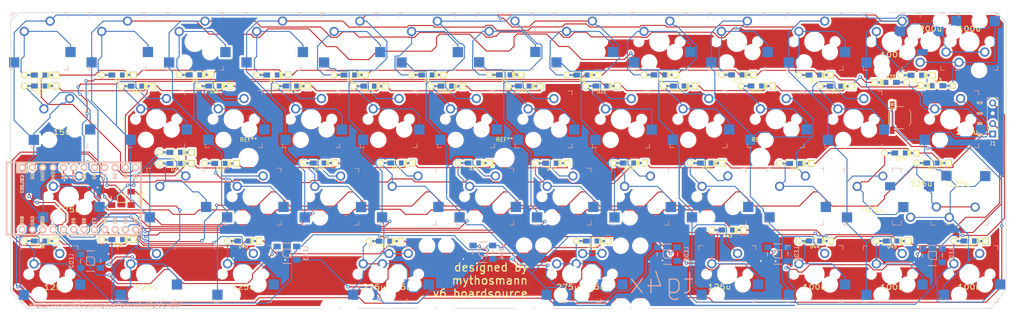
<source format=kicad_pcb>
(kicad_pcb (version 20171130) (host pcbnew "(5.1.4-0-10_14)")
  (layers (0 F.Cu signal) (31 B.Cu signal) (34 B.Paste user) (35 F.Paste user) (36 B.SilkS user) (37 F.SilkS user) (38 B.Mask user) (39 F.Mask user) (44 Edge.Cuts user))
  (net 0 "")
  (net 1 ROW0)
  (net 2 "Net-(D1-Pad2)")
  (net 3 ROW3)
  (net 4 "Net-(D2-Pad2)")
  (net 5 "Net-(D3-Pad2)")
  (net 6 ROW4)
  (net 7 ROW1)
  (net 8 "Net-(D4-Pad2)")
  (net 9 ROW5)
  (net 10 "Net-(D5-Pad2)")
  (net 11 "Net-(D6-Pad2)")
  (net 12 ROW2)
  (net 13 "Net-(D7-Pad2)")
  (net 14 ROW6)
  (net 15 "Net-(D8-Pad2)")
  (net 16 "Net-(D9-Pad2)")
  (net 17 "Net-(D10-Pad2)")
  (net 18 "Net-(D11-Pad2)")
  (net 19 "Net-(D12-Pad2)")
  (net 20 "Net-(D13-Pad2)")
  (net 21 "Net-(D14-Pad2)")
  (net 22 "Net-(D15-Pad2)")
  (net 23 ROW7)
  (net 24 "Net-(D16-Pad2)")
  (net 25 "Net-(D17-Pad2)")
  (net 26 "Net-(D18-Pad2)")
  (net 27 "Net-(D19-Pad2)")
  (net 28 "Net-(D20-Pad2)")
  (net 29 "Net-(D21-Pad2)")
  (net 30 "Net-(D22-Pad2)")
  (net 31 "Net-(D23-Pad2)")
  (net 32 "Net-(D24-Pad2)")
  (net 33 "Net-(D25-Pad2)")
  (net 34 "Net-(D26-Pad2)")
  (net 35 "Net-(D27-Pad2)")
  (net 36 "Net-(D28-Pad2)")
  (net 37 "Net-(D29-Pad2)")
  (net 38 "Net-(D30-Pad2)")
  (net 39 "Net-(D31-Pad2)")
  (net 40 "Net-(D32-Pad2)")
  (net 41 "Net-(D33-Pad2)")
  (net 42 "Net-(D34-Pad2)")
  (net 43 "Net-(D35-Pad2)")
  (net 44 "Net-(D36-Pad2)")
  (net 45 "Net-(D37-Pad2)")
  (net 46 "Net-(D38-Pad2)")
  (net 47 "Net-(D39-Pad2)")
  (net 48 "Net-(D40-Pad2)")
  (net 49 "Net-(D41-Pad2)")
  (net 50 "Net-(D42-Pad2)")
  (net 51 "Net-(D43-Pad2)")
  (net 52 "Net-(D44-Pad2)")
  (net 53 "Net-(D45-Pad2)")
  (net 54 "Net-(D46-Pad2)")
  (net 55 COL0)
  (net 56 COL1)
  (net 57 COL2)
  (net 58 COL3)
  (net 59 COL4)
  (net 60 COL5)
  (net 61 COL6)
  (net 62 GND)
  (net 63 LED)
  (net 64 "Net-(LED1-Pad2)")
  (net 65 VCC)
  (net 66 "Net-(LED2-Pad2)")
  (net 67 "Net-(LED3-Pad2)")
  (net 68 "Net-(LED4-Pad2)")
  (net 69 "Net-(LED5-Pad2)")
  (net 70 "Net-(LED6-Pad2)")
  (net 71 RST)
  (net 72 SDA)
  (net 73 SCL)
  (module keyswitches:Kailh_socket_optional (layer F.Cu) (at 230.7082 21.1074)
    (fp_text reference 100u (at 0 3.175) (layer F.SilkS) (effects (font (size 1.27 1.524) (thickness 0.2032))))
    (fp_text value SW_Push hide)
    (pad 2 smd rect (at 7.56 2.54) (size 2.55 1.5) (layers B.Cu B.Paste B.Mask) (net 19 "Net-(D12-Pad2)"))
    (pad "" np_thru_hole circle (at -5.08 0) (size 1.7018 1.7018) (drill 1.7018) (layers *.Cu *.Mask))
    (pad "" np_thru_hole circle (at 5.08 0) (size 1.7018 1.7018) (drill 1.7018) (layers *.Cu *.Mask))
    (pad 2 thru_hole circle (at -3.81 -2.54) (size 2.286 2.286) (drill 1.4986) (layers *.Cu *.Mask) (net 19 "Net-(D12-Pad2)"))
    (pad "" np_thru_hole circle (at 0 0) (size 3.9878 3.9878) (drill 3.9878) (layers *.Cu *.Mask))
    (pad 1 thru_hole circle (at 2.54 -5.08) (size 2.286 2.286) (drill 1.4986) (layers *.Cu *.Mask) (net 59 COL4))
    (pad "" np_thru_hole circle (at 3.81 2.54) (size 3 3) (drill 3) (layers *.Cu *.Mask))
    (pad "" np_thru_hole circle (at -2.54 5.08) (size 3 3) (drill 3) (layers *.Cu *.Mask))
    (pad 1 smd rect (at -6.29 5.08) (size 2.55 2.5) (layers B.Cu B.Paste B.Mask) (net 59 COL4))
  )
  (module MountingHole:MountingHole_3.5mm (layer F.Cu) (at 135.4328 49.6697)
    (fp_text reference REF** (at 0 -4.5) (layer F.SilkS))
    (fp_text value MountingHole_3.5mm)
    (pad "" np_thru_hole circle (at 0 0) (size 4 4) (drill 4) (layers *.Cu *.Mask))
  )
  (module Button_Switch_SMD:SW_SPST_SKQG_WithStem (layer F.Cu) (at 232.64 39.76 90)
    (fp_text reference SW0 (at 3.25 -2 90) (layer F.SilkS))
    (fp_text value SW_Push)
    (pad 2 smd rect (at 3.1 1.85 90) (size 1.8 1.1) (layers F.Cu F.Paste F.Mask) (net 62 GND))
    (pad 2 smd rect (at -3.1 1.85 90) (size 1.8 1.1) (layers F.Cu F.Paste F.Mask) (net 62 GND))
    (pad 1 smd rect (at 3.1 -1.85 90) (size 1.8 1.1) (layers F.Cu F.Paste F.Mask) (net 71 RST))
    (pad 1 smd rect (at -3.1 -1.85 90) (size 1.8 1.1) (layers F.Cu F.Paste F.Mask) (net 71 RST))
  )
  (module keyswitches:Kailh_socket_optional (layer F.Cu) (at 28.2956 59.182)
    (fp_text reference 175u (at 0 3.175) (layer F.SilkS) (effects (font (size 1.27 1.524) (thickness 0.2032))))
    (fp_text value SW_Push hide)
    (pad 2 smd rect (at 7.56 2.54) (size 2.55 2.5) (layers B.Cu B.Paste B.Mask) (net 34 "Net-(D26-Pad2)"))
    (pad "" np_thru_hole circle (at -5.08 0) (size 1.7018 1.7018) (drill 1.7018) (layers *.Cu *.Mask))
    (pad "" np_thru_hole circle (at 5.08 0) (size 1.7018 1.7018) (drill 1.7018) (layers *.Cu *.Mask))
    (pad 2 thru_hole circle (at -3.81 -2.54) (size 2.286 2.286) (drill 1.4986) (layers *.Cu *.Mask) (net 34 "Net-(D26-Pad2)"))
    (pad "" np_thru_hole circle (at 0 0) (size 3.9878 3.9878) (drill 3.9878) (layers *.Cu *.Mask))
    (pad 1 thru_hole circle (at 2.54 -5.08) (size 2.286 2.286) (drill 1.4986) (layers *.Cu *.Mask) (net 55 COL0))
    (pad "" np_thru_hole circle (at 3.81 2.54) (size 3 3) (drill 3) (layers *.Cu *.Mask))
    (pad "" np_thru_hole circle (at -2.54 5.08) (size 3 3) (drill 3) (layers *.Cu *.Mask))
    (pad 1 smd rect (at -6.29 5.08) (size 2.55 2.5) (layers B.Cu B.Paste B.Mask) (net 55 COL0))
  )
  (module keyswitches:Kailh_socket_optional (layer F.Cu) (at 23.5458 78.2574)
    (fp_text reference 125u (at 1.5113 3.2004) (layer F.SilkS) (effects (font (size 1.27 1.524) (thickness 0.2032))))
    (fp_text value SW_Push hide)
    (pad 2 smd rect (at 7.56 2.54) (size 2.55 2.5) (layers B.Cu B.Paste B.Mask) (net 46 "Net-(D38-Pad2)"))
    (pad "" np_thru_hole circle (at -5.08 0) (size 1.7018 1.7018) (drill 1.7018) (layers *.Cu *.Mask))
    (pad "" np_thru_hole circle (at 5.08 0) (size 1.7018 1.7018) (drill 1.7018) (layers *.Cu *.Mask))
    (pad 2 thru_hole circle (at -3.81 -2.54) (size 2.286 2.286) (drill 1.4986) (layers *.Cu *.Mask) (net 46 "Net-(D38-Pad2)"))
    (pad "" np_thru_hole circle (at 0 0) (size 3.9878 3.9878) (drill 3.9878) (layers *.Cu *.Mask))
    (pad 1 thru_hole circle (at 2.54 -5.08) (size 2.286 2.286) (drill 1.4986) (layers *.Cu *.Mask) (net 55 COL0))
    (pad "" np_thru_hole circle (at 3.81 2.54) (size 3 3) (drill 3) (layers *.Cu *.Mask))
    (pad "" np_thru_hole circle (at -2.54 5.08) (size 3 3) (drill 3) (layers *.Cu *.Mask))
    (pad 1 smd rect (at -6.29 5.08) (size 2.55 2.5) (layers B.Cu B.Paste B.Mask) (net 55 COL0))
  )
  (module keyswitches:Kailh_socket_optional (layer F.Cu) (at 47.3456 78.2574)
    (fp_text reference 125u (at 0 3.175) (layer F.SilkS) (effects (font (size 1.27 1.524) (thickness 0.2032))))
    (fp_text value SW_Push hide)
    (pad 2 smd rect (at 7.56 2.54) (size 2.55 2.5) (layers B.Cu B.Paste B.Mask) (net 47 "Net-(D39-Pad2)"))
    (pad "" np_thru_hole circle (at -5.08 0) (size 1.7018 1.7018) (drill 1.7018) (layers *.Cu *.Mask))
    (pad "" np_thru_hole circle (at 5.08 0) (size 1.7018 1.7018) (drill 1.7018) (layers *.Cu *.Mask))
    (pad 2 thru_hole circle (at -3.81 -2.54) (size 2.286 2.286) (drill 1.4986) (layers *.Cu *.Mask) (net 47 "Net-(D39-Pad2)"))
    (pad "" np_thru_hole circle (at 0 0) (size 3.9878 3.9878) (drill 3.9878) (layers *.Cu *.Mask))
    (pad 1 thru_hole circle (at 2.54 -5.08) (size 2.286 2.286) (drill 1.4986) (layers *.Cu *.Mask) (net 56 COL1))
    (pad "" np_thru_hole circle (at 3.81 2.54) (size 3 3) (drill 3) (layers *.Cu *.Mask))
    (pad "" np_thru_hole circle (at -2.54 5.08) (size 3 3) (drill 3) (layers *.Cu *.Mask))
    (pad 1 smd rect (at -6.29 5.08) (size 2.55 2.5) (layers B.Cu B.Paste B.Mask) (net 56 COL1))
  )
  (module keyswitches:Kailh_socket_optional (layer F.Cu) (at 71.1454 78.232)
    (fp_text reference 125u (at 0 3.175) (layer F.SilkS) (effects (font (size 1.27 1.524) (thickness 0.2032))))
    (fp_text value SW_Push hide)
    (pad 2 smd rect (at 7.56 2.54) (size 2.55 2.5) (layers B.Cu B.Paste B.Mask) (net 48 "Net-(D40-Pad2)"))
    (pad "" np_thru_hole circle (at -5.08 0) (size 1.7018 1.7018) (drill 1.7018) (layers *.Cu *.Mask))
    (pad "" np_thru_hole circle (at 5.08 0) (size 1.7018 1.7018) (drill 1.7018) (layers *.Cu *.Mask))
    (pad 2 thru_hole circle (at -3.81 -2.54) (size 2.286 2.286) (drill 1.4986) (layers *.Cu *.Mask) (net 48 "Net-(D40-Pad2)"))
    (pad "" np_thru_hole circle (at 0 0) (size 3.9878 3.9878) (drill 3.9878) (layers *.Cu *.Mask))
    (pad 1 thru_hole circle (at 2.54 -5.08) (size 2.286 2.286) (drill 1.4986) (layers *.Cu *.Mask) (net 57 COL2))
    (pad "" np_thru_hole circle (at 3.81 2.54) (size 3 3) (drill 3) (layers *.Cu *.Mask))
    (pad "" np_thru_hole circle (at -2.54 5.08) (size 3 3) (drill 3) (layers *.Cu *.Mask))
    (pad 1 smd rect (at -6.29 5.08) (size 2.55 2.5) (layers B.Cu B.Paste B.Mask) (net 57 COL2))
  )
  (module keyswitches:Kailh_socket_optional (layer F.Cu) (at 152.1079 78.2574)
    (fp_text reference 275u (at -1.1049 3.1496) (layer F.SilkS) (effects (font (size 1.27 1.524) (thickness 0.2032))))
    (fp_text value SW_Push hide)
    (pad 2 smd rect (at 7.56 2.54) (size 2.55 2.5) (layers B.Cu B.Paste B.Mask) (net 50 "Net-(D42-Pad2)"))
    (pad "" np_thru_hole circle (at -5.08 0) (size 1.7018 1.7018) (drill 1.7018) (layers *.Cu *.Mask))
    (pad "" np_thru_hole circle (at 5.08 0) (size 1.7018 1.7018) (drill 1.7018) (layers *.Cu *.Mask))
    (pad 2 thru_hole circle (at -3.81 -2.54) (size 2.286 2.286) (drill 1.4986) (layers *.Cu *.Mask) (net 50 "Net-(D42-Pad2)"))
    (pad "" np_thru_hole circle (at 0 0) (size 3.9878 3.9878) (drill 3.9878) (layers *.Cu *.Mask))
    (pad 1 thru_hole circle (at 2.54 -5.08) (size 2.286 2.286) (drill 1.4986) (layers *.Cu *.Mask) (net 60 COL5))
    (pad "" np_thru_hole circle (at 3.81 2.54) (size 3 3) (drill 3) (layers *.Cu *.Mask))
    (pad "" np_thru_hole circle (at -2.54 5.08) (size 3 3) (drill 3) (layers *.Cu *.Mask))
    (pad 1 smd rect (at -6.29 5.08) (size 2.55 2.5) (layers B.Cu B.Paste B.Mask) (net 60 COL5))
  )
  (module keyswitches:Kailh_socket_optional (layer F.Cu) (at 156.8958 78.232)
    (fp_text reference 225u (at 0.4826 3.1496) (layer F.SilkS) (effects (font (size 1.27 1.524) (thickness 0.2032))))
    (fp_text value SW_Push hide)
    (pad 2 smd rect (at 7.56 2.54) (size 2.55 2.5) (layers B.Cu B.Paste B.Mask) (net 50 "Net-(D42-Pad2)"))
    (pad "" np_thru_hole circle (at -5.08 0) (size 1.7018 1.7018) (drill 1.7018) (layers *.Cu *.Mask))
    (pad "" np_thru_hole circle (at 5.08 0) (size 1.7018 1.7018) (drill 1.7018) (layers *.Cu *.Mask))
    (pad 2 thru_hole circle (at -3.81 -2.54) (size 2.286 2.286) (drill 1.4986) (layers *.Cu *.Mask) (net 50 "Net-(D42-Pad2)"))
    (pad "" np_thru_hole circle (at 0 0) (size 3.9878 3.9878) (drill 3.9878) (layers *.Cu *.Mask))
    (pad 1 thru_hole circle (at 2.54 -5.08) (size 2.286 2.286) (drill 1.4986) (layers *.Cu *.Mask) (net 60 COL5))
    (pad "" np_thru_hole circle (at 3.81 2.54) (size 3 3) (drill 3) (layers *.Cu *.Mask))
    (pad "" np_thru_hole circle (at -2.54 5.08) (size 3 3) (drill 3) (layers *.Cu *.Mask))
    (pad 1 smd rect (at -6.29 5.08) (size 2.55 2.5) (layers B.Cu B.Paste B.Mask) (net 60 COL5))
  )
  (module keyswitches:Kailh_socket_optional (layer F.Cu) (at 104.5083 78.2447)
    (fp_text reference 225u (at -1.1303 3.175) (layer F.SilkS) (effects (font (size 1.27 1.524) (thickness 0.2032))))
    (fp_text value SW_Push hide)
    (pad 2 smd rect (at 7.56 2.54) (size 2.55 2.5) (layers B.Cu B.Paste B.Mask) (net 49 "Net-(D41-Pad2)"))
    (pad "" np_thru_hole circle (at -5.08 0) (size 1.7018 1.7018) (drill 1.7018) (layers *.Cu *.Mask))
    (pad "" np_thru_hole circle (at 5.08 0) (size 1.7018 1.7018) (drill 1.7018) (layers *.Cu *.Mask))
    (pad 2 thru_hole circle (at -3.81 -2.54) (size 2.286 2.286) (drill 1.4986) (layers *.Cu *.Mask) (net 49 "Net-(D41-Pad2)"))
    (pad "" np_thru_hole circle (at 0 0) (size 3.9878 3.9878) (drill 3.9878) (layers *.Cu *.Mask))
    (pad 1 thru_hole circle (at 2.54 -5.08) (size 2.286 2.286) (drill 1.4986) (layers *.Cu *.Mask) (net 59 COL4))
    (pad "" np_thru_hole circle (at 3.81 2.54) (size 3 3) (drill 3) (layers *.Cu *.Mask))
    (pad "" np_thru_hole circle (at -2.54 5.08) (size 3 3) (drill 3) (layers *.Cu *.Mask))
    (pad 1 smd rect (at -6.29 5.08) (size 2.55 2.5) (layers B.Cu B.Paste B.Mask) (net 59 COL4))
  )
  (module keyswitches:Kailh_socket_optional (layer F.Cu) (at 109.2454 78.232)
    (fp_text reference 275u (at 0.4953 3.1877) (layer F.SilkS) (effects (font (size 1.27 1.524) (thickness 0.2032))))
    (fp_text value SW_Push hide)
    (pad 2 smd rect (at 7.56 2.54) (size 2.55 2.5) (layers B.Cu B.Paste B.Mask) (net 49 "Net-(D41-Pad2)"))
    (pad "" np_thru_hole circle (at -5.08 0) (size 1.7018 1.7018) (drill 1.7018) (layers *.Cu *.Mask))
    (pad "" np_thru_hole circle (at 5.08 0) (size 1.7018 1.7018) (drill 1.7018) (layers *.Cu *.Mask))
    (pad 2 thru_hole circle (at -3.81 -2.54) (size 2.286 2.286) (drill 1.4986) (layers *.Cu *.Mask) (net 49 "Net-(D41-Pad2)"))
    (pad "" np_thru_hole circle (at 0 0) (size 3.9878 3.9878) (drill 3.9878) (layers *.Cu *.Mask))
    (pad 1 thru_hole circle (at 2.54 -5.08) (size 2.286 2.286) (drill 1.4986) (layers *.Cu *.Mask) (net 59 COL4))
    (pad "" np_thru_hole circle (at 3.81 2.54) (size 3 3) (drill 3) (layers *.Cu *.Mask))
    (pad "" np_thru_hole circle (at -2.54 5.08) (size 3 3) (drill 3) (layers *.Cu *.Mask))
    (pad 1 smd rect (at -6.29 5.08) (size 2.55 2.5) (layers B.Cu B.Paste B.Mask) (net 59 COL4))
  )
  (module keyswitches:MX_Stabilizer_2u (layer F.Cu) (at 104.5 78.25)
    (fp_text reference REF** hide)
    (fp_text value SW_Stabilizer hide)
    (pad "" np_thru_hole circle (at -11.9 -6.985) (size 3.048 3.048) (drill 3.048) (layers *.Cu *.Mask))
    (pad "" np_thru_hole circle (at 11.9 -6.985) (size 3.048 3.048) (drill 3.048) (layers *.Cu *.Mask))
    (pad "" np_thru_hole circle (at -11.9 8.255) (size 3.9878 3.9878) (drill 3.9878) (layers *.Cu *.Mask))
    (pad "" np_thru_hole circle (at 11.9 8.255) (size 3.9878 3.9878) (drill 3.9878) (layers *.Cu *.Mask))
  )
  (module keyswitches:MX_Stabilizer_2u (layer F.Cu) (at 109.2454 78.232)
    (fp_text reference REF** hide)
    (fp_text value SW_Stabilizer hide)
    (pad "" np_thru_hole circle (at 11.9 8.255) (size 3.9878 3.9878) (drill 3.9878) (layers *.Cu *.Mask))
    (pad "" np_thru_hole circle (at -11.9 8.255) (size 3.9878 3.9878) (drill 3.9878) (layers *.Cu *.Mask))
    (pad "" np_thru_hole circle (at 11.9 -6.985) (size 3.048 3.048) (drill 3.048) (layers *.Cu *.Mask))
    (pad "" np_thru_hole circle (at -11.9 -6.985) (size 3.048 3.048) (drill 3.048) (layers *.Cu *.Mask))
  )
  (module keyswitches:MX_Stabilizer_2u (layer F.Cu) (at 152.15 78.25)
    (fp_text reference REF** hide)
    (fp_text value SW_Stabilizer hide)
    (pad "" np_thru_hole circle (at -11.9 -6.985) (size 3.048 3.048) (drill 3.048) (layers *.Cu *.Mask))
    (pad "" np_thru_hole circle (at 11.9 -6.985) (size 3.048 3.048) (drill 3.048) (layers *.Cu *.Mask))
    (pad "" np_thru_hole circle (at -11.9 8.255) (size 3.9878 3.9878) (drill 3.9878) (layers *.Cu *.Mask))
    (pad "" np_thru_hole circle (at 11.9 8.255) (size 3.9878 3.9878) (drill 3.9878) (layers *.Cu *.Mask))
  )
  (module keyswitches:MX_Stabilizer_2u (layer F.Cu) (at 156.925 78.25)
    (fp_text reference REF** hide)
    (fp_text value SW_Stabilizer hide)
    (pad "" np_thru_hole circle (at 11.9 8.255) (size 3.9878 3.9878) (drill 3.9878) (layers *.Cu *.Mask))
    (pad "" np_thru_hole circle (at -11.9 8.255) (size 3.9878 3.9878) (drill 3.9878) (layers *.Cu *.Mask))
    (pad "" np_thru_hole circle (at 11.9 -6.985) (size 3.048 3.048) (drill 3.048) (layers *.Cu *.Mask))
    (pad "" np_thru_hole circle (at -11.9 -6.985) (size 3.048 3.048) (drill 3.048) (layers *.Cu *.Mask))
  )
  (module keyswitches:Kailh_socket_optional (layer F.Cu) (at 247.3706 59.2074 180)
    (fp_text reference 125u (at 0 3.175 180) (layer F.SilkS) (effects (font (size 1.27 1.524) (thickness 0.2032))))
    (fp_text value SW_Push hide)
    (pad 2 smd rect (at 7.56 2.54 180) (size 2.55 2.5) (layers B.Cu B.Paste B.Mask) (net 45 "Net-(D37-Pad2)"))
    (pad "" np_thru_hole circle (at -5.08 0 180) (size 1.7018 1.7018) (drill 1.7018) (layers *.Cu *.Mask))
    (pad "" np_thru_hole circle (at 5.08 0 180) (size 1.7018 1.7018) (drill 1.7018) (layers *.Cu *.Mask))
    (pad 2 thru_hole circle (at -3.81 -2.54 180) (size 2.286 2.286) (drill 1.4986) (layers *.Cu *.Mask) (net 45 "Net-(D37-Pad2)"))
    (pad "" np_thru_hole circle (at 0 0 180) (size 3.9878 3.9878) (drill 3.9878) (layers *.Cu *.Mask))
    (pad 1 thru_hole circle (at 2.54 -5.08 180) (size 2.286 2.286) (drill 1.4986) (layers *.Cu *.Mask) (net 59 COL4))
    (pad "" np_thru_hole circle (at 3.81 2.54 180) (size 3 3) (drill 3) (layers *.Cu *.Mask))
    (pad "" np_thru_hole circle (at -2.54 5.08 180) (size 3 3) (drill 3) (layers *.Cu *.Mask))
    (pad 1 smd rect (at -6.29 5.08 180) (size 2.55 2.5) (layers B.Cu B.Paste B.Mask) (net 59 COL4))
  )
  (module keyswitches:Kailh_socket_optional (layer F.Cu) (at 237.8329 59.1566 180)
    (fp_text reference 225u (at 0 3.175 180) (layer F.SilkS) (effects (font (size 1.27 1.524) (thickness 0.2032))))
    (fp_text value SW_Push hide)
    (pad 2 smd rect (at 7.56 2.54 180) (size 2.5 2) (layers B.Cu B.Paste B.Mask) (net 45 "Net-(D37-Pad2)"))
    (pad "" np_thru_hole circle (at -5.08 0 180) (size 1.7018 1.7018) (drill 1.7018) (layers *.Cu *.Mask))
    (pad "" np_thru_hole circle (at 5.08 0 180) (size 1.7018 1.7018) (drill 1.7018) (layers *.Cu *.Mask))
    (pad 2 thru_hole circle (at -3.81 -2.54 180) (size 2.286 2.286) (drill 1.4986) (layers *.Cu *.Mask) (net 45 "Net-(D37-Pad2)"))
    (pad "" np_thru_hole circle (at 0 0 180) (size 3.9878 3.9878) (drill 3.9878) (layers *.Cu *.Mask))
    (pad 1 thru_hole circle (at 2.54 -5.08 180) (size 2.286 2.286) (drill 1.4986) (layers *.Cu *.Mask) (net 59 COL4))
    (pad "" np_thru_hole circle (at 3.81 2.54 180) (size 3 3) (drill 3) (layers *.Cu *.Mask))
    (pad "" np_thru_hole circle (at -2.54 5.08 180) (size 3 3) (drill 3) (layers *.Cu *.Mask))
    (pad 1 smd rect (at -6.29 5.08 180) (size 2.55 2.5) (layers B.Cu B.Paste B.Mask) (net 59 COL4))
  )
  (module keyswitches:MX_Stabilizer_2u (layer F.Cu) (at 237.875 59.125 180)
    (fp_text reference REF** hide)
    (fp_text value SW_Stabilizer hide)
    (pad "" np_thru_hole circle (at -11.9 -6.985 180) (size 3.048 3.048) (drill 3.048) (layers *.Cu *.Mask))
    (pad "" np_thru_hole circle (at 11.9 -6.985 180) (size 3.048 3.048) (drill 3.048) (layers *.Cu *.Mask))
    (pad "" np_thru_hole circle (at -11.9 8.255 180) (size 3.9878 3.9878) (drill 3.9878) (layers *.Cu *.Mask))
    (pad "" np_thru_hole circle (at 11.9 8.255 180) (size 3.9878 3.9878) (drill 3.9878) (layers *.Cu *.Mask))
  )
  (module keyswitches:Kailh_socket_optional (layer F.Cu) (at 240.2078 21.0693 180)
    (fp_text reference 200u (at 0 3.175 180) (layer F.SilkS) (effects (font (size 1.27 1.524) (thickness 0.2032))))
    (fp_text value SW_Push hide)
    (pad 2 smd rect (at 7.56 2.54 180) (size 2.55 2.5) (layers B.Cu B.Paste B.Mask) (net 60 COL5))
    (pad "" np_thru_hole circle (at -5.08 0 180) (size 1.7018 1.7018) (drill 1.7018) (layers *.Cu *.Mask))
    (pad "" np_thru_hole circle (at 5.08 0 180) (size 1.7018 1.7018) (drill 1.7018) (layers *.Cu *.Mask))
    (pad 2 thru_hole circle (at -3.81 -2.54 180) (size 2.286 2.286) (drill 1.4986) (layers *.Cu *.Mask) (net 60 COL5))
    (pad "" np_thru_hole circle (at 0 0 180) (size 3.9878 3.9878) (drill 3.9878) (layers *.Cu *.Mask))
    (pad 1 thru_hole circle (at 2.54 -5.08 180) (size 2.286 2.286) (drill 1.4986) (layers *.Cu *.Mask) (net 20 "Net-(D13-Pad2)"))
    (pad "" np_thru_hole circle (at 3.81 2.54 180) (size 3 3) (drill 3) (layers *.Cu *.Mask))
    (pad "" np_thru_hole circle (at -2.54 5.08 180) (size 3 3) (drill 3) (layers *.Cu *.Mask))
    (pad 1 smd rect (at -6.29 5.08 180) (size 2.55 2.5) (layers B.Cu B.Paste B.Mask) (net 20 "Net-(D13-Pad2)"))
  )
  (module keyswitches:MX_Stabilizer_2u (layer F.Cu) (at 240.25 21.075 180)
    (fp_text reference REF** hide)
    (fp_text value SW_Stabilizer hide)
    (pad "" np_thru_hole circle (at 11.9 8.255 180) (size 3.9878 3.9878) (drill 3.9878) (layers *.Cu *.Mask))
    (pad "" np_thru_hole circle (at -11.9 8.255 180) (size 3.9878 3.9878) (drill 3.9878) (layers *.Cu *.Mask))
    (pad "" np_thru_hole circle (at 11.9 -6.985 180) (size 3.048 3.048) (drill 3.048) (layers *.Cu *.Mask))
    (pad "" np_thru_hole circle (at -11.9 -6.985 180) (size 3.048 3.048) (drill 3.048) (layers *.Cu *.Mask))
  )
  (module keyswitches:Kailh_socket_optional (layer F.Cu) (at 25.9842 40.132)
    (fp_text reference 150u (at 1.3335 3.2004) (layer F.SilkS) (effects (font (size 1.27 1.524) (thickness 0.2032))))
    (fp_text value SW_Push hide)
    (pad 2 smd rect (at 7.56 2.54) (size 2.55 2.5) (layers B.Cu B.Paste B.Mask) (net 21 "Net-(D14-Pad2)"))
    (pad "" np_thru_hole circle (at -5.08 0) (size 1.7018 1.7018) (drill 1.7018) (layers *.Cu *.Mask))
    (pad "" np_thru_hole circle (at 5.08 0) (size 1.7018 1.7018) (drill 1.7018) (layers *.Cu *.Mask))
    (pad 2 thru_hole circle (at -3.81 -2.54) (size 2.286 2.286) (drill 1.4986) (layers *.Cu *.Mask) (net 21 "Net-(D14-Pad2)"))
    (pad "" np_thru_hole circle (at 0 0) (size 3.9878 3.9878) (drill 3.9878) (layers *.Cu *.Mask))
    (pad 1 thru_hole circle (at 2.54 -5.08) (size 2.286 2.286) (drill 1.4986) (layers *.Cu *.Mask) (net 55 COL0))
    (pad "" np_thru_hole circle (at 3.81 2.54) (size 3 3) (drill 3) (layers *.Cu *.Mask))
    (pad "" np_thru_hole circle (at -2.54 5.08) (size 3 3) (drill 3) (layers *.Cu *.Mask))
    (pad 1 smd rect (at -6.29 5.08) (size 2.55 2.5) (layers B.Cu B.Paste B.Mask) (net 55 COL0))
  )
  (module keyswitches:Kailh_socket_optional (layer F.Cu) (at 245.0592 40.132)
    (fp_text reference 150u (at 4.0767 3.1496) (layer F.SilkS) (effects (font (size 1.27 1.524) (thickness 0.2032))))
    (fp_text value SW_Push hide)
    (pad 2 smd rect (at 7.56 2.54) (size 2.55 2.5) (layers B.Cu B.Paste B.Mask) (net 33 "Net-(D25-Pad2)"))
    (pad "" np_thru_hole circle (at -5.08 0) (size 1.7018 1.7018) (drill 1.7018) (layers *.Cu *.Mask))
    (pad "" np_thru_hole circle (at 5.08 0) (size 1.7018 1.7018) (drill 1.7018) (layers *.Cu *.Mask))
    (pad 2 thru_hole circle (at -3.81 -2.54) (size 2.286 2.286) (drill 1.4986) (layers *.Cu *.Mask) (net 33 "Net-(D25-Pad2)"))
    (pad "" np_thru_hole circle (at 0 0) (size 3.9878 3.9878) (drill 3.9878) (layers *.Cu *.Mask))
    (pad 1 thru_hole circle (at 2.54 -5.08) (size 2.286 2.286) (drill 1.4986) (layers *.Cu *.Mask) (net 59 COL4))
    (pad "" np_thru_hole circle (at 3.81 2.54) (size 3 3) (drill 3) (layers *.Cu *.Mask))
    (pad "" np_thru_hole circle (at -2.54 5.08) (size 3 3) (drill 3) (layers *.Cu *.Mask))
    (pad 1 smd rect (at -6.29 5.08) (size 2.55 2.5) (layers B.Cu B.Paste B.Mask) (net 59 COL4))
  )
  (module keyswitches:Kailh_socket_optional (layer F.Cu) (at 68.8594 40.132)
    (fp_text reference SW16b1 hide)
    (fp_text value SW_Push hide)
    (pad 2 smd rect (at 7.56 2.54) (size 2.55 2.5) (layers B.Cu B.Paste B.Mask) (net 24 "Net-(D16-Pad2)"))
    (pad "" np_thru_hole circle (at -5.08 0) (size 1.7018 1.7018) (drill 1.7018) (layers *.Cu *.Mask))
    (pad "" np_thru_hole circle (at 5.08 0) (size 1.7018 1.7018) (drill 1.7018) (layers *.Cu *.Mask))
    (pad 2 thru_hole circle (at -3.81 -2.54) (size 2.286 2.286) (drill 1.4986) (layers *.Cu *.Mask) (net 24 "Net-(D16-Pad2)"))
    (pad "" np_thru_hole circle (at 0 0) (size 3.9878 3.9878) (drill 3.9878) (layers *.Cu *.Mask))
    (pad 1 thru_hole circle (at 2.54 -5.08) (size 2.286 2.286) (drill 1.4986) (layers *.Cu *.Mask) (net 57 COL2))
    (pad "" np_thru_hole circle (at 3.81 2.54) (size 3 3) (drill 3) (layers *.Cu *.Mask))
    (pad "" np_thru_hole circle (at -2.54 5.08) (size 3 3) (drill 3) (layers *.Cu *.Mask))
    (pad 1 smd rect (at -6.29 5.08) (size 2.55 2.5) (layers B.Cu B.Paste B.Mask) (net 57 COL2))
  )
  (module keyswitches:Kailh_socket_optional (layer F.Cu) (at 168.783 59.2074)
    (fp_text reference SW33 hide)
    (fp_text value SW_Push hide)
    (pad 2 smd rect (at 7.56 2.54) (size 2.55 2.5) (layers B.Cu B.Paste B.Mask) (net 41 "Net-(D33-Pad2)"))
    (pad "" np_thru_hole circle (at -5.08 0) (size 1.7018 1.7018) (drill 1.7018) (layers *.Cu *.Mask))
    (pad "" np_thru_hole circle (at 5.08 0) (size 1.7018 1.7018) (drill 1.7018) (layers *.Cu *.Mask))
    (pad 2 thru_hole circle (at -3.81 -2.54) (size 2.286 2.286) (drill 1.4986) (layers *.Cu *.Mask) (net 41 "Net-(D33-Pad2)"))
    (pad "" np_thru_hole circle (at 0 0) (size 3.9878 3.9878) (drill 3.9878) (layers *.Cu *.Mask))
    (pad 1 thru_hole circle (at 2.54 -5.08) (size 2.286 2.286) (drill 1.4986) (layers *.Cu *.Mask) (net 55 COL0))
    (pad "" np_thru_hole circle (at 3.81 2.54) (size 3 3) (drill 3) (layers *.Cu *.Mask))
    (pad "" np_thru_hole circle (at -2.54 5.08) (size 3 3) (drill 3) (layers *.Cu *.Mask))
    (pad 1 smd rect (at -6.29 5.08) (size 2.55 2.5) (layers B.Cu B.Paste B.Mask) (net 55 COL0))
  )
  (module keyswitches:Kailh_socket_optional (layer F.Cu) (at 54.5084 59.182)
    (fp_text reference SW27 hide)
    (fp_text value SW_Push hide)
    (pad 2 smd rect (at 7.56 2.54) (size 2.55 2.5) (layers B.Cu B.Paste B.Mask) (net 35 "Net-(D27-Pad2)"))
    (pad "" np_thru_hole circle (at -5.08 0) (size 1.7018 1.7018) (drill 1.7018) (layers *.Cu *.Mask))
    (pad "" np_thru_hole circle (at 5.08 0) (size 1.7018 1.7018) (drill 1.7018) (layers *.Cu *.Mask))
    (pad 2 thru_hole circle (at -3.81 -2.54) (size 2.286 2.286) (drill 1.4986) (layers *.Cu *.Mask) (net 35 "Net-(D27-Pad2)"))
    (pad "" np_thru_hole circle (at 0 0) (size 3.9878 3.9878) (drill 3.9878) (layers *.Cu *.Mask))
    (pad 1 thru_hole circle (at 2.54 -5.08) (size 2.286 2.286) (drill 1.4986) (layers *.Cu *.Mask) (net 56 COL1))
    (pad "" np_thru_hole circle (at 3.81 2.54) (size 3 3) (drill 3) (layers *.Cu *.Mask))
    (pad "" np_thru_hole circle (at -2.54 5.08) (size 3 3) (drill 3) (layers *.Cu *.Mask))
    (pad 1 smd rect (at -6.29 5.08) (size 2.55 2.5) (layers B.Cu B.Paste B.Mask) (net 56 COL1))
  )
  (module keyswitches:Kailh_socket_optional (layer F.Cu) (at 92.6084 59.2074)
    (fp_text reference SW29 hide)
    (fp_text value SW_Push hide)
    (pad 2 smd rect (at 7.56 2.54) (size 2.55 2.5) (layers B.Cu B.Paste B.Mask) (net 37 "Net-(D29-Pad2)"))
    (pad "" np_thru_hole circle (at -5.08 0) (size 1.7018 1.7018) (drill 1.7018) (layers *.Cu *.Mask))
    (pad "" np_thru_hole circle (at 5.08 0) (size 1.7018 1.7018) (drill 1.7018) (layers *.Cu *.Mask))
    (pad 2 thru_hole circle (at -3.81 -2.54) (size 2.286 2.286) (drill 1.4986) (layers *.Cu *.Mask) (net 37 "Net-(D29-Pad2)"))
    (pad "" np_thru_hole circle (at 0 0) (size 3.9878 3.9878) (drill 3.9878) (layers *.Cu *.Mask))
    (pad 1 thru_hole circle (at 2.54 -5.08) (size 2.286 2.286) (drill 1.4986) (layers *.Cu *.Mask) (net 58 COL3))
    (pad "" np_thru_hole circle (at 3.81 2.54) (size 3 3) (drill 3) (layers *.Cu *.Mask))
    (pad "" np_thru_hole circle (at -2.54 5.08) (size 3 3) (drill 3) (layers *.Cu *.Mask))
    (pad 1 smd rect (at -6.29 5.08) (size 2.55 2.5) (layers B.Cu B.Paste B.Mask) (net 58 COL3))
  )
  (module keyswitches:Kailh_socket_optional (layer F.Cu) (at 187.833 59.182)
    (fp_text reference SW34 hide)
    (fp_text value SW_Push hide)
    (pad 2 smd rect (at 7.56 2.54) (size 2.55 2.5) (layers B.Cu B.Paste B.Mask) (net 42 "Net-(D34-Pad2)"))
    (pad "" np_thru_hole circle (at -5.08 0) (size 1.7018 1.7018) (drill 1.7018) (layers *.Cu *.Mask))
    (pad "" np_thru_hole circle (at 5.08 0) (size 1.7018 1.7018) (drill 1.7018) (layers *.Cu *.Mask))
    (pad 2 thru_hole circle (at -3.81 -2.54) (size 2.286 2.286) (drill 1.4986) (layers *.Cu *.Mask) (net 42 "Net-(D34-Pad2)"))
    (pad "" np_thru_hole circle (at 0 0) (size 3.9878 3.9878) (drill 3.9878) (layers *.Cu *.Mask))
    (pad 1 thru_hole circle (at 2.54 -5.08) (size 2.286 2.286) (drill 1.4986) (layers *.Cu *.Mask) (net 56 COL1))
    (pad "" np_thru_hole circle (at 3.81 2.54) (size 3 3) (drill 3) (layers *.Cu *.Mask))
    (pad "" np_thru_hole circle (at -2.54 5.08) (size 3 3) (drill 3) (layers *.Cu *.Mask))
    (pad 1 smd rect (at -6.29 5.08) (size 2.55 2.5) (layers B.Cu B.Paste B.Mask) (net 56 COL1))
  )
  (module keyswitches:Kailh_socket_optional (layer F.Cu) (at 78.3082 21.082)
    (fp_text reference SW4 hide)
    (fp_text value SW_Push hide)
    (pad 2 smd rect (at 7.56 2.54) (size 2.55 2.5) (layers B.Cu B.Paste B.Mask) (net 8 "Net-(D4-Pad2)"))
    (pad "" np_thru_hole circle (at -5.08 0) (size 1.7018 1.7018) (drill 1.7018) (layers *.Cu *.Mask))
    (pad "" np_thru_hole circle (at 5.08 0) (size 1.7018 1.7018) (drill 1.7018) (layers *.Cu *.Mask))
    (pad 2 thru_hole circle (at -3.81 -2.54) (size 2.286 2.286) (drill 1.4986) (layers *.Cu *.Mask) (net 8 "Net-(D4-Pad2)"))
    (pad "" np_thru_hole circle (at 0 0) (size 3.9878 3.9878) (drill 3.9878) (layers *.Cu *.Mask))
    (pad 1 thru_hole circle (at 2.54 -5.08) (size 2.286 2.286) (drill 1.4986) (layers *.Cu *.Mask) (net 58 COL3))
    (pad "" np_thru_hole circle (at 3.81 2.54) (size 3 3) (drill 3) (layers *.Cu *.Mask))
    (pad "" np_thru_hole circle (at -2.54 5.08) (size 3 3) (drill 3) (layers *.Cu *.Mask))
    (pad 1 smd rect (at -6.29 5.08) (size 2.55 2.5) (layers B.Cu B.Paste B.Mask) (net 58 COL3))
  )
  (module keyswitches:Kailh_socket_optional (layer F.Cu) (at 206.9084 59.182)
    (fp_text reference SW35 hide)
    (fp_text value SW_Push hide)
    (pad 2 smd rect (at 7.56 2.54) (size 2.55 2.5) (layers B.Cu B.Paste B.Mask) (net 43 "Net-(D35-Pad2)"))
    (pad "" np_thru_hole circle (at -5.08 0) (size 1.7018 1.7018) (drill 1.7018) (layers *.Cu *.Mask))
    (pad "" np_thru_hole circle (at 5.08 0) (size 1.7018 1.7018) (drill 1.7018) (layers *.Cu *.Mask))
    (pad 2 thru_hole circle (at -3.81 -2.54) (size 2.286 2.286) (drill 1.4986) (layers *.Cu *.Mask) (net 43 "Net-(D35-Pad2)"))
    (pad "" np_thru_hole circle (at 0 0) (size 3.9878 3.9878) (drill 3.9878) (layers *.Cu *.Mask))
    (pad 1 thru_hole circle (at 2.54 -5.08) (size 2.286 2.286) (drill 1.4986) (layers *.Cu *.Mask) (net 57 COL2))
    (pad "" np_thru_hole circle (at 3.81 2.54) (size 3 3) (drill 3) (layers *.Cu *.Mask))
    (pad "" np_thru_hole circle (at -2.54 5.08) (size 3 3) (drill 3) (layers *.Cu *.Mask))
    (pad 1 smd rect (at -6.29 5.08) (size 2.55 2.5) (layers B.Cu B.Paste B.Mask) (net 57 COL2))
  )
  (module keyswitches:Kailh_socket_optional (layer F.Cu) (at 21.1582 21.082)
    (fp_text reference SW1 hide)
    (fp_text value SW_Push hide)
    (pad 2 smd rect (at 7.56 2.54) (size 2.55 2.5) (layers B.Cu B.Paste B.Mask) (net 2 "Net-(D1-Pad2)"))
    (pad "" np_thru_hole circle (at -5.08 0) (size 1.7018 1.7018) (drill 1.7018) (layers *.Cu *.Mask))
    (pad "" np_thru_hole circle (at 5.08 0) (size 1.7018 1.7018) (drill 1.7018) (layers *.Cu *.Mask))
    (pad 2 thru_hole circle (at -3.81 -2.54) (size 2.286 2.286) (drill 1.4986) (layers *.Cu *.Mask) (net 2 "Net-(D1-Pad2)"))
    (pad "" np_thru_hole circle (at 0 0) (size 3.9878 3.9878) (drill 3.9878) (layers *.Cu *.Mask))
    (pad 1 thru_hole circle (at 2.54 -5.08) (size 2.286 2.286) (drill 1.4986) (layers *.Cu *.Mask) (net 55 COL0))
    (pad "" np_thru_hole circle (at 3.81 2.54) (size 3 3) (drill 3) (layers *.Cu *.Mask))
    (pad "" np_thru_hole circle (at -2.54 5.08) (size 3 3) (drill 3) (layers *.Cu *.Mask))
    (pad 1 smd rect (at -6.29 5.08) (size 2.55 2.5) (layers B.Cu B.Paste B.Mask) (net 55 COL0))
  )
  (module keyswitches:Kailh_socket_optional (layer F.Cu) (at 40.2082 21.082)
    (fp_text reference SW2 hide)
    (fp_text value SW_Push hide)
    (pad 2 smd rect (at 7.56 2.54) (size 2.55 2.5) (layers B.Cu B.Paste B.Mask) (net 4 "Net-(D2-Pad2)"))
    (pad "" np_thru_hole circle (at -5.08 0) (size 1.7018 1.7018) (drill 1.7018) (layers *.Cu *.Mask))
    (pad "" np_thru_hole circle (at 5.08 0) (size 1.7018 1.7018) (drill 1.7018) (layers *.Cu *.Mask))
    (pad 2 thru_hole circle (at -3.81 -2.54) (size 2.286 2.286) (drill 1.4986) (layers *.Cu *.Mask) (net 4 "Net-(D2-Pad2)"))
    (pad "" np_thru_hole circle (at 0 0) (size 3.9878 3.9878) (drill 3.9878) (layers *.Cu *.Mask))
    (pad 1 thru_hole circle (at 2.54 -5.08) (size 2.286 2.286) (drill 1.4986) (layers *.Cu *.Mask) (net 56 COL1))
    (pad "" np_thru_hole circle (at 3.81 2.54) (size 3 3) (drill 3) (layers *.Cu *.Mask))
    (pad "" np_thru_hole circle (at -2.54 5.08) (size 3 3) (drill 3) (layers *.Cu *.Mask))
    (pad 1 smd rect (at -6.29 5.08) (size 2.55 2.5) (layers B.Cu B.Paste B.Mask) (net 56 COL1))
  )
  (module keyswitches:Kailh_socket_optional (layer F.Cu) (at 59.2582 21.1074)
    (fp_text reference SW3 hide)
    (fp_text value SW_Push hide)
    (pad 2 smd rect (at 7.56 2.54) (size 2.55 2.5) (layers B.Cu B.Paste B.Mask) (net 5 "Net-(D3-Pad2)"))
    (pad "" np_thru_hole circle (at -5.08 0) (size 1.7018 1.7018) (drill 1.7018) (layers *.Cu *.Mask))
    (pad "" np_thru_hole circle (at 5.08 0) (size 1.7018 1.7018) (drill 1.7018) (layers *.Cu *.Mask))
    (pad 2 thru_hole circle (at -3.81 -2.54) (size 2.286 2.286) (drill 1.4986) (layers *.Cu *.Mask) (net 5 "Net-(D3-Pad2)"))
    (pad "" np_thru_hole circle (at 0 0) (size 3.9878 3.9878) (drill 3.9878) (layers *.Cu *.Mask))
    (pad 1 thru_hole circle (at 2.54 -5.08) (size 2.286 2.286) (drill 1.4986) (layers *.Cu *.Mask) (net 57 COL2))
    (pad "" np_thru_hole circle (at 3.81 2.54) (size 3 3) (drill 3) (layers *.Cu *.Mask))
    (pad "" np_thru_hole circle (at -2.54 5.08) (size 3 3) (drill 3) (layers *.Cu *.Mask))
    (pad 1 smd rect (at -6.29 5.08) (size 2.55 2.5) (layers B.Cu B.Paste B.Mask) (net 57 COL2))
  )
  (module keyswitches:Kailh_socket_optional (layer F.Cu) (at 97.3582 21.1074)
    (fp_text reference SW5 hide)
    (fp_text value SW_Push hide)
    (pad 2 smd rect (at 7.56 2.54) (size 2.55 2.5) (layers B.Cu B.Paste B.Mask) (net 10 "Net-(D5-Pad2)"))
    (pad "" np_thru_hole circle (at -5.08 0) (size 1.7018 1.7018) (drill 1.7018) (layers *.Cu *.Mask))
    (pad "" np_thru_hole circle (at 5.08 0) (size 1.7018 1.7018) (drill 1.7018) (layers *.Cu *.Mask))
    (pad 2 thru_hole circle (at -3.81 -2.54) (size 2.286 2.286) (drill 1.4986) (layers *.Cu *.Mask) (net 10 "Net-(D5-Pad2)"))
    (pad "" np_thru_hole circle (at 0 0) (size 3.9878 3.9878) (drill 3.9878) (layers *.Cu *.Mask))
    (pad 1 thru_hole circle (at 2.54 -5.08) (size 2.286 2.286) (drill 1.4986) (layers *.Cu *.Mask) (net 59 COL4))
    (pad "" np_thru_hole circle (at 3.81 2.54) (size 3 3) (drill 3) (layers *.Cu *.Mask))
    (pad "" np_thru_hole circle (at -2.54 5.08) (size 3 3) (drill 3) (layers *.Cu *.Mask))
    (pad 1 smd rect (at -6.29 5.08) (size 2.55 2.5) (layers B.Cu B.Paste B.Mask) (net 59 COL4))
  )
  (module keyswitches:Kailh_socket_optional (layer F.Cu) (at 116.4082 21.1074)
    (fp_text reference SW6 hide)
    (fp_text value SW_Push hide)
    (pad 2 smd rect (at 7.56 2.54) (size 2.55 2.5) (layers B.Cu B.Paste B.Mask) (net 11 "Net-(D6-Pad2)"))
    (pad "" np_thru_hole circle (at -5.08 0) (size 1.7018 1.7018) (drill 1.7018) (layers *.Cu *.Mask))
    (pad "" np_thru_hole circle (at 5.08 0) (size 1.7018 1.7018) (drill 1.7018) (layers *.Cu *.Mask))
    (pad 2 thru_hole circle (at -3.81 -2.54) (size 2.286 2.286) (drill 1.4986) (layers *.Cu *.Mask) (net 11 "Net-(D6-Pad2)"))
    (pad "" np_thru_hole circle (at 0 0) (size 3.9878 3.9878) (drill 3.9878) (layers *.Cu *.Mask))
    (pad 1 thru_hole circle (at 2.54 -5.08) (size 2.286 2.286) (drill 1.4986) (layers *.Cu *.Mask) (net 60 COL5))
    (pad "" np_thru_hole circle (at 3.81 2.54) (size 3 3) (drill 3) (layers *.Cu *.Mask))
    (pad "" np_thru_hole circle (at -2.54 5.08) (size 3 3) (drill 3) (layers *.Cu *.Mask))
    (pad 1 smd rect (at -6.29 5.08) (size 2.55 2.5) (layers B.Cu B.Paste B.Mask) (net 60 COL5))
  )
  (module keyswitches:Kailh_socket_optional (layer F.Cu) (at 135.4836 21.0566)
    (fp_text reference SW7 hide)
    (fp_text value SW_Push hide)
    (pad 2 smd rect (at 7.56 2.54) (size 2.55 2.5) (layers B.Cu B.Paste B.Mask) (net 13 "Net-(D7-Pad2)"))
    (pad "" np_thru_hole circle (at -5.08 0) (size 1.7018 1.7018) (drill 1.7018) (layers *.Cu *.Mask))
    (pad "" np_thru_hole circle (at 5.08 0) (size 1.7018 1.7018) (drill 1.7018) (layers *.Cu *.Mask))
    (pad 2 thru_hole circle (at -3.81 -2.54) (size 2.286 2.286) (drill 1.4986) (layers *.Cu *.Mask) (net 13 "Net-(D7-Pad2)"))
    (pad "" np_thru_hole circle (at 0 0) (size 3.9878 3.9878) (drill 3.9878) (layers *.Cu *.Mask))
    (pad 1 thru_hole circle (at 2.54 -5.08) (size 2.286 2.286) (drill 1.4986) (layers *.Cu *.Mask) (net 61 COL6))
    (pad "" np_thru_hole circle (at 3.81 2.54) (size 3 3) (drill 3) (layers *.Cu *.Mask))
    (pad "" np_thru_hole circle (at -2.54 5.08) (size 3 3) (drill 3) (layers *.Cu *.Mask))
    (pad 1 smd rect (at -6.29 5.08) (size 2.55 2.5) (layers B.Cu B.Paste B.Mask) (net 61 COL6))
  )
  (module keyswitches:Kailh_socket_optional (layer F.Cu) (at 154.5082 21.082)
    (fp_text reference SW8 hide)
    (fp_text value SW_Push hide)
    (pad 2 smd rect (at 7.56 2.54) (size 2.55 2.5) (layers B.Cu B.Paste B.Mask) (net 15 "Net-(D8-Pad2)"))
    (pad "" np_thru_hole circle (at -5.08 0) (size 1.7018 1.7018) (drill 1.7018) (layers *.Cu *.Mask))
    (pad "" np_thru_hole circle (at 5.08 0) (size 1.7018 1.7018) (drill 1.7018) (layers *.Cu *.Mask))
    (pad 2 thru_hole circle (at -3.81 -2.54) (size 2.286 2.286) (drill 1.4986) (layers *.Cu *.Mask) (net 15 "Net-(D8-Pad2)"))
    (pad "" np_thru_hole circle (at 0 0) (size 3.9878 3.9878) (drill 3.9878) (layers *.Cu *.Mask))
    (pad 1 thru_hole circle (at 2.54 -5.08) (size 2.286 2.286) (drill 1.4986) (layers *.Cu *.Mask) (net 55 COL0))
    (pad "" np_thru_hole circle (at 3.81 2.54) (size 3 3) (drill 3) (layers *.Cu *.Mask))
    (pad "" np_thru_hole circle (at -2.54 5.08) (size 3 3) (drill 3) (layers *.Cu *.Mask))
    (pad 1 smd rect (at -6.29 5.08) (size 2.55 2.5) (layers B.Cu B.Paste B.Mask) (net 55 COL0))
  )
  (module keyswitches:Kailh_socket_optional (layer F.Cu) (at 173.5582 21.082)
    (fp_text reference SW9 hide)
    (fp_text value SW_Push hide)
    (pad 2 smd rect (at 7.56 2.54) (size 2.55 2.5) (layers B.Cu B.Paste B.Mask) (net 16 "Net-(D9-Pad2)"))
    (pad "" np_thru_hole circle (at -5.08 0) (size 1.7018 1.7018) (drill 1.7018) (layers *.Cu *.Mask))
    (pad "" np_thru_hole circle (at 5.08 0) (size 1.7018 1.7018) (drill 1.7018) (layers *.Cu *.Mask))
    (pad 2 thru_hole circle (at -3.81 -2.54) (size 2.286 2.286) (drill 1.4986) (layers *.Cu *.Mask) (net 16 "Net-(D9-Pad2)"))
    (pad "" np_thru_hole circle (at 0 0) (size 3.9878 3.9878) (drill 3.9878) (layers *.Cu *.Mask))
    (pad 1 thru_hole circle (at 2.54 -5.08) (size 2.286 2.286) (drill 1.4986) (layers *.Cu *.Mask) (net 56 COL1))
    (pad "" np_thru_hole circle (at 3.81 2.54) (size 3 3) (drill 3) (layers *.Cu *.Mask))
    (pad "" np_thru_hole circle (at -2.54 5.08) (size 3 3) (drill 3) (layers *.Cu *.Mask))
    (pad 1 smd rect (at -6.29 5.08) (size 2.55 2.5) (layers B.Cu B.Paste B.Mask) (net 56 COL1))
  )
  (module keyswitches:Kailh_socket_optional (layer F.Cu) (at 192.6082 21.082)
    (fp_text reference SW10 hide)
    (fp_text value SW_Push hide)
    (pad 2 smd rect (at 7.56 2.54) (size 2.55 2.5) (layers B.Cu B.Paste B.Mask) (net 17 "Net-(D10-Pad2)"))
    (pad "" np_thru_hole circle (at -5.08 0) (size 1.7018 1.7018) (drill 1.7018) (layers *.Cu *.Mask))
    (pad "" np_thru_hole circle (at 5.08 0) (size 1.7018 1.7018) (drill 1.7018) (layers *.Cu *.Mask))
    (pad 2 thru_hole circle (at -3.81 -2.54) (size 2.286 2.286) (drill 1.4986) (layers *.Cu *.Mask) (net 17 "Net-(D10-Pad2)"))
    (pad "" np_thru_hole circle (at 0 0) (size 3.9878 3.9878) (drill 3.9878) (layers *.Cu *.Mask))
    (pad 1 thru_hole circle (at 2.54 -5.08) (size 2.286 2.286) (drill 1.4986) (layers *.Cu *.Mask) (net 57 COL2))
    (pad "" np_thru_hole circle (at 3.81 2.54) (size 3 3) (drill 3) (layers *.Cu *.Mask))
    (pad "" np_thru_hole circle (at -2.54 5.08) (size 3 3) (drill 3) (layers *.Cu *.Mask))
    (pad 1 smd rect (at -6.29 5.08) (size 2.55 2.5) (layers B.Cu B.Paste B.Mask) (net 57 COL2))
  )
  (module keyswitches:Kailh_socket_optional (layer F.Cu) (at 211.6582 21.082)
    (fp_text reference SW11 hide)
    (fp_text value SW_Push hide)
    (pad 2 smd rect (at 7.56 2.54) (size 2.55 2.5) (layers B.Cu B.Paste B.Mask) (net 18 "Net-(D11-Pad2)"))
    (pad "" np_thru_hole circle (at -5.08 0) (size 1.7018 1.7018) (drill 1.7018) (layers *.Cu *.Mask))
    (pad "" np_thru_hole circle (at 5.08 0) (size 1.7018 1.7018) (drill 1.7018) (layers *.Cu *.Mask))
    (pad 2 thru_hole circle (at -3.81 -2.54) (size 2.286 2.286) (drill 1.4986) (layers *.Cu *.Mask) (net 18 "Net-(D11-Pad2)"))
    (pad "" np_thru_hole circle (at 0 0) (size 3.9878 3.9878) (drill 3.9878) (layers *.Cu *.Mask))
    (pad 1 thru_hole circle (at 2.54 -5.08) (size 2.286 2.286) (drill 1.4986) (layers *.Cu *.Mask) (net 58 COL3))
    (pad "" np_thru_hole circle (at 3.81 2.54) (size 3 3) (drill 3) (layers *.Cu *.Mask))
    (pad "" np_thru_hole circle (at -2.54 5.08) (size 3 3) (drill 3) (layers *.Cu *.Mask))
    (pad 1 smd rect (at -6.29 5.08) (size 2.55 2.5) (layers B.Cu B.Paste B.Mask) (net 58 COL3))
  )
  (module keyswitches:Kailh_socket_optional (layer F.Cu) (at 73.533 59.182)
    (fp_text reference SW28 hide)
    (fp_text value SW_Push hide)
    (pad 2 smd rect (at 7.56 2.54) (size 2.55 2.5) (layers B.Cu B.Paste B.Mask) (net 36 "Net-(D28-Pad2)"))
    (pad "" np_thru_hole circle (at -5.08 0) (size 1.7018 1.7018) (drill 1.7018) (layers *.Cu *.Mask))
    (pad "" np_thru_hole circle (at 5.08 0) (size 1.7018 1.7018) (drill 1.7018) (layers *.Cu *.Mask))
    (pad 2 thru_hole circle (at -3.81 -2.54) (size 2.286 2.286) (drill 1.4986) (layers *.Cu *.Mask) (net 36 "Net-(D28-Pad2)"))
    (pad "" np_thru_hole circle (at 0 0) (size 3.9878 3.9878) (drill 3.9878) (layers *.Cu *.Mask))
    (pad 1 thru_hole circle (at 2.54 -5.08) (size 2.286 2.286) (drill 1.4986) (layers *.Cu *.Mask) (net 57 COL2))
    (pad "" np_thru_hole circle (at 3.81 2.54) (size 3 3) (drill 3) (layers *.Cu *.Mask))
    (pad "" np_thru_hole circle (at -2.54 5.08) (size 3 3) (drill 3) (layers *.Cu *.Mask))
    (pad 1 smd rect (at -6.29 5.08) (size 2.55 2.5) (layers B.Cu B.Paste B.Mask) (net 57 COL2))
  )
  (module keyswitches:Kailh_socket_optional (layer F.Cu) (at 111.633 59.182)
    (fp_text reference SW30 hide)
    (fp_text value SW_Push hide)
    (pad 2 smd rect (at 7.56 2.54) (size 2.55 2.5) (layers B.Cu B.Paste B.Mask) (net 38 "Net-(D30-Pad2)"))
    (pad "" np_thru_hole circle (at -5.08 0) (size 1.7018 1.7018) (drill 1.7018) (layers *.Cu *.Mask))
    (pad "" np_thru_hole circle (at 5.08 0) (size 1.7018 1.7018) (drill 1.7018) (layers *.Cu *.Mask))
    (pad 2 thru_hole circle (at -3.81 -2.54) (size 2.286 2.286) (drill 1.4986) (layers *.Cu *.Mask) (net 38 "Net-(D30-Pad2)"))
    (pad "" np_thru_hole circle (at 0 0) (size 3.9878 3.9878) (drill 3.9878) (layers *.Cu *.Mask))
    (pad 1 thru_hole circle (at 2.54 -5.08) (size 2.286 2.286) (drill 1.4986) (layers *.Cu *.Mask) (net 59 COL4))
    (pad "" np_thru_hole circle (at 3.81 2.54) (size 3 3) (drill 3) (layers *.Cu *.Mask))
    (pad "" np_thru_hole circle (at -2.54 5.08) (size 3 3) (drill 3) (layers *.Cu *.Mask))
    (pad 1 smd rect (at -6.29 5.08) (size 2.55 2.5) (layers B.Cu B.Paste B.Mask) (net 59 COL4))
  )
  (module keyswitches:Kailh_socket_optional (layer F.Cu) (at 130.683 59.182)
    (fp_text reference SW31 hide)
    (fp_text value SW_Push hide)
    (pad 2 smd rect (at 7.56 2.54) (size 2.55 2.5) (layers B.Cu B.Paste B.Mask) (net 39 "Net-(D31-Pad2)"))
    (pad "" np_thru_hole circle (at -5.08 0) (size 1.7018 1.7018) (drill 1.7018) (layers *.Cu *.Mask))
    (pad "" np_thru_hole circle (at 5.08 0) (size 1.7018 1.7018) (drill 1.7018) (layers *.Cu *.Mask))
    (pad 2 thru_hole circle (at -3.81 -2.54) (size 2.286 2.286) (drill 1.4986) (layers *.Cu *.Mask) (net 39 "Net-(D31-Pad2)"))
    (pad "" np_thru_hole circle (at 0 0) (size 3.9878 3.9878) (drill 3.9878) (layers *.Cu *.Mask))
    (pad 1 thru_hole circle (at 2.54 -5.08) (size 2.286 2.286) (drill 1.4986) (layers *.Cu *.Mask) (net 60 COL5))
    (pad "" np_thru_hole circle (at 3.81 2.54) (size 3 3) (drill 3) (layers *.Cu *.Mask))
    (pad "" np_thru_hole circle (at -2.54 5.08) (size 3 3) (drill 3) (layers *.Cu *.Mask))
    (pad 1 smd rect (at -6.29 5.08) (size 2.55 2.5) (layers B.Cu B.Paste B.Mask) (net 60 COL5))
  )
  (module keyswitches:Kailh_socket_optional (layer F.Cu) (at 149.733 59.182)
    (fp_text reference SW32 hide)
    (fp_text value SW_Push hide)
    (pad 2 smd rect (at 7.56 2.54) (size 2.55 2.5) (layers B.Cu B.Paste B.Mask) (net 40 "Net-(D32-Pad2)"))
    (pad "" np_thru_hole circle (at -5.08 0) (size 1.7018 1.7018) (drill 1.7018) (layers *.Cu *.Mask))
    (pad "" np_thru_hole circle (at 5.08 0) (size 1.7018 1.7018) (drill 1.7018) (layers *.Cu *.Mask))
    (pad 2 thru_hole circle (at -3.81 -2.54) (size 2.286 2.286) (drill 1.4986) (layers *.Cu *.Mask) (net 40 "Net-(D32-Pad2)"))
    (pad "" np_thru_hole circle (at 0 0) (size 3.9878 3.9878) (drill 3.9878) (layers *.Cu *.Mask))
    (pad 1 thru_hole circle (at 2.54 -5.08) (size 2.286 2.286) (drill 1.4986) (layers *.Cu *.Mask) (net 61 COL6))
    (pad "" np_thru_hole circle (at 3.81 2.54) (size 3 3) (drill 3) (layers *.Cu *.Mask))
    (pad "" np_thru_hole circle (at -2.54 5.08) (size 3 3) (drill 3) (layers *.Cu *.Mask))
    (pad 1 smd rect (at -6.29 5.08) (size 2.55 2.5) (layers B.Cu B.Paste B.Mask) (net 61 COL6))
  )
  (module keyswitches:Kailh_socket_optional (layer F.Cu) (at 225.9584 59.2074)
    (fp_text reference 100u (at 0 3.175) (layer F.SilkS) (effects (font (size 1.27 1.524) (thickness 0.2032))))
    (fp_text value SW_Push hide)
    (pad 2 smd rect (at 7.56 2.54) (size 2.55 2.5) (layers B.Cu B.Paste B.Mask) (net 44 "Net-(D36-Pad2)"))
    (pad "" np_thru_hole circle (at -5.08 0) (size 1.7018 1.7018) (drill 1.7018) (layers *.Cu *.Mask))
    (pad "" np_thru_hole circle (at 5.08 0) (size 1.7018 1.7018) (drill 1.7018) (layers *.Cu *.Mask))
    (pad 2 thru_hole circle (at -3.81 -2.54) (size 2.286 2.286) (drill 1.4986) (layers *.Cu *.Mask) (net 44 "Net-(D36-Pad2)"))
    (pad "" np_thru_hole circle (at 0 0) (size 3.9878 3.9878) (drill 3.9878) (layers *.Cu *.Mask))
    (pad 1 thru_hole circle (at 2.54 -5.08) (size 2.2 2.2) (drill 1.4986) (layers *.Cu *.Mask) (net 58 COL3))
    (pad "" np_thru_hole circle (at 3.81 2.54) (size 3 3) (drill 3) (layers *.Cu *.Mask))
    (pad "" np_thru_hole circle (at -2.54 5.08) (size 3 3) (drill 3) (layers *.Cu *.Mask))
    (pad 1 smd rect (at -6.29 5.08) (size 2.55 2.5) (layers B.Cu B.Paste B.Mask) (net 58 COL3))
  )
  (module keyswitches:Kailh_socket_optional (layer F.Cu) (at 211.6582 78.232)
    (fp_text reference 100u (at 0 3.175) (layer F.SilkS) (effects (font (size 1.27 1.524) (thickness 0.2032))))
    (fp_text value SW_Push hide)
    (pad 2 smd rect (at 7.56 2.54) (size 2.55 2.5) (layers B.Cu B.Paste B.Mask) (net 52 "Net-(D44-Pad2)"))
    (pad "" np_thru_hole circle (at -5.08 0) (size 1.7018 1.7018) (drill 1.7018) (layers *.Cu *.Mask))
    (pad "" np_thru_hole circle (at 5.08 0) (size 1.7018 1.7018) (drill 1.7018) (layers *.Cu *.Mask))
    (pad 2 thru_hole circle (at -3.81 -2.54) (size 2.286 2.286) (drill 1.4986) (layers *.Cu *.Mask) (net 52 "Net-(D44-Pad2)"))
    (pad "" np_thru_hole circle (at 0 0) (size 3.9878 3.9878) (drill 3.9878) (layers *.Cu *.Mask))
    (pad 1 thru_hole circle (at 2.54 -5.08) (size 2.286 2.286) (drill 1.4986) (layers *.Cu *.Mask) (net 57 COL2))
    (pad "" np_thru_hole circle (at 3.81 2.54) (size 3 3) (drill 3) (layers *.Cu *.Mask))
    (pad "" np_thru_hole circle (at -2.54 5.08) (size 3 3) (drill 3) (layers *.Cu *.Mask))
    (pad 1 smd rect (at -6.29 5.08) (size 2.55 2.5) (layers B.Cu B.Paste B.Mask) (net 57 COL2))
  )
  (module keyswitches:Kailh_socket_optional (layer F.Cu) (at 230.7082 78.2574)
    (fp_text reference 100u (at 0 3.175) (layer F.SilkS) (effects (font (size 1.27 1.524) (thickness 0.2032))))
    (fp_text value SW_Push hide)
    (pad 2 smd rect (at 7.56 2.54) (size 2.55 2.5) (layers B.Cu B.Paste B.Mask) (net 53 "Net-(D45-Pad2)"))
    (pad "" np_thru_hole circle (at -5.08 0) (size 1.7018 1.7018) (drill 1.7018) (layers *.Cu *.Mask))
    (pad "" np_thru_hole circle (at 5.08 0) (size 1.7018 1.7018) (drill 1.7018) (layers *.Cu *.Mask))
    (pad 2 thru_hole circle (at -3.81 -2.54) (size 2.286 2.286) (drill 1.4986) (layers *.Cu *.Mask) (net 53 "Net-(D45-Pad2)"))
    (pad "" np_thru_hole circle (at 0 0) (size 3.9878 3.9878) (drill 3.9878) (layers *.Cu *.Mask))
    (pad 1 thru_hole circle (at 2.54 -5.08) (size 2.286 2.286) (drill 1.4986) (layers *.Cu *.Mask) (net 58 COL3))
    (pad "" np_thru_hole circle (at 3.81 2.54) (size 3 3) (drill 3) (layers *.Cu *.Mask))
    (pad "" np_thru_hole circle (at -2.54 5.08) (size 3 3) (drill 3) (layers *.Cu *.Mask))
    (pad 1 smd rect (at -6.29 5.08) (size 2.55 2.5) (layers B.Cu B.Paste B.Mask) (net 58 COL3))
  )
  (module keyswitches:Kailh_socket_optional (layer F.Cu) (at 249.7582 78.232)
    (fp_text reference 100u (at 0 3.175) (layer F.SilkS) (effects (font (size 1.27 1.524) (thickness 0.2032))))
    (fp_text value SW_Push hide)
    (pad 2 smd rect (at 7.56 2.54) (size 2.55 2.5) (layers B.Cu B.Paste B.Mask) (net 54 "Net-(D46-Pad2)"))
    (pad "" np_thru_hole circle (at -5.08 0) (size 1.7018 1.7018) (drill 1.7018) (layers *.Cu *.Mask))
    (pad "" np_thru_hole circle (at 5.08 0) (size 1.7018 1.7018) (drill 1.7018) (layers *.Cu *.Mask))
    (pad 2 thru_hole circle (at -3.81 -2.54) (size 2.286 2.286) (drill 1.4986) (layers *.Cu *.Mask) (net 54 "Net-(D46-Pad2)"))
    (pad "" np_thru_hole circle (at 0 0) (size 3.9878 3.9878) (drill 3.9878) (layers *.Cu *.Mask))
    (pad 1 thru_hole circle (at 2.54 -5.08) (size 2.286 2.286) (drill 1.4986) (layers *.Cu *.Mask) (net 59 COL4))
    (pad "" np_thru_hole circle (at 3.81 2.54) (size 3 3) (drill 3) (layers *.Cu *.Mask))
    (pad "" np_thru_hole circle (at -2.54 5.08) (size 3 3) (drill 3) (layers *.Cu *.Mask))
    (pad 1 smd rect (at -6.29 5.08) (size 2.55 2.5) (layers B.Cu B.Paste B.Mask) (net 59 COL4))
  )
  (module keyswitches:Kailh_socket_optional (layer F.Cu) (at 49.784 40.132)
    (fp_text reference SW15b1 hide)
    (fp_text value SW_Push hide)
    (pad 2 smd rect (at 7.56 2.54) (size 2.55 2.5) (layers B.Cu B.Paste B.Mask) (net 22 "Net-(D15-Pad2)"))
    (pad "" np_thru_hole circle (at -5.08 0) (size 1.7018 1.7018) (drill 1.7018) (layers *.Cu *.Mask))
    (pad "" np_thru_hole circle (at 5.08 0) (size 1.7018 1.7018) (drill 1.7018) (layers *.Cu *.Mask))
    (pad 2 thru_hole circle (at -3.81 -2.54) (size 2.286 2.286) (drill 1.4986) (layers *.Cu *.Mask) (net 22 "Net-(D15-Pad2)"))
    (pad "" np_thru_hole circle (at 0 0) (size 3.9878 3.9878) (drill 3.9878) (layers *.Cu *.Mask))
    (pad 1 thru_hole circle (at 2.54 -5.08) (size 2.286 2.286) (drill 1.4986) (layers *.Cu *.Mask) (net 56 COL1))
    (pad "" np_thru_hole circle (at 3.81 2.54) (size 3 3) (drill 3) (layers *.Cu *.Mask))
    (pad "" np_thru_hole circle (at -2.54 5.08) (size 3 3) (drill 3) (layers *.Cu *.Mask))
    (pad 1 smd rect (at -6.29 5.08) (size 2.55 2.5) (layers B.Cu B.Paste B.Mask) (net 56 COL1))
  )
  (module keyswitches:Kailh_socket_optional (layer F.Cu) (at 87.884 40.132)
    (fp_text reference SW17b1 hide)
    (fp_text value SW_Push hide)
    (pad 2 smd rect (at 7.56 2.54) (size 2.55 2.5) (layers B.Cu B.Paste B.Mask) (net 25 "Net-(D17-Pad2)"))
    (pad "" np_thru_hole circle (at -5.08 0) (size 1.7018 1.7018) (drill 1.7018) (layers *.Cu *.Mask))
    (pad "" np_thru_hole circle (at 5.08 0) (size 1.7018 1.7018) (drill 1.7018) (layers *.Cu *.Mask))
    (pad 2 thru_hole circle (at -3.81 -2.54) (size 2.286 2.286) (drill 1.4986) (layers *.Cu *.Mask) (net 25 "Net-(D17-Pad2)"))
    (pad "" np_thru_hole circle (at 0 0) (size 3.9878 3.9878) (drill 3.9878) (layers *.Cu *.Mask))
    (pad 1 thru_hole circle (at 2.54 -5.08) (size 2.286 2.286) (drill 1.4986) (layers *.Cu *.Mask) (net 58 COL3))
    (pad "" np_thru_hole circle (at 3.81 2.54) (size 3 3) (drill 3) (layers *.Cu *.Mask))
    (pad "" np_thru_hole circle (at -2.54 5.08) (size 3 3) (drill 3) (layers *.Cu *.Mask))
    (pad 1 smd rect (at -6.29 5.08) (size 2.55 2.5) (layers B.Cu B.Paste B.Mask) (net 58 COL3))
  )
  (module keyswitches:Kailh_socket_optional (layer F.Cu) (at 106.9594 40.132)
    (fp_text reference SW18b1 hide)
    (fp_text value SW_Push hide)
    (pad 2 smd rect (at 7.56 2.54) (size 2.55 2.5) (layers B.Cu B.Paste B.Mask) (net 26 "Net-(D18-Pad2)"))
    (pad "" np_thru_hole circle (at -5.08 0) (size 1.7018 1.7018) (drill 1.7018) (layers *.Cu *.Mask))
    (pad "" np_thru_hole circle (at 5.08 0) (size 1.7018 1.7018) (drill 1.7018) (layers *.Cu *.Mask))
    (pad 2 thru_hole circle (at -3.81 -2.54) (size 2.286 2.286) (drill 1.4986) (layers *.Cu *.Mask) (net 26 "Net-(D18-Pad2)"))
    (pad "" np_thru_hole circle (at 0 0) (size 3.9878 3.9878) (drill 3.9878) (layers *.Cu *.Mask))
    (pad 1 thru_hole circle (at 2.54 -5.08) (size 2.286 2.286) (drill 1.4986) (layers *.Cu *.Mask) (net 59 COL4))
    (pad "" np_thru_hole circle (at 3.81 2.54) (size 3 3) (drill 3) (layers *.Cu *.Mask))
    (pad "" np_thru_hole circle (at -2.54 5.08) (size 3 3) (drill 3) (layers *.Cu *.Mask))
    (pad 1 smd rect (at -6.29 5.08) (size 2.55 2.5) (layers B.Cu B.Paste B.Mask) (net 59 COL4))
  )
  (module keyswitches:Kailh_socket_optional (layer F.Cu) (at 125.984 40.132)
    (fp_text reference SW19b1 hide)
    (fp_text value SW_Push hide)
    (pad 2 smd rect (at 7.56 2.54) (size 2.55 2.5) (layers B.Cu B.Paste B.Mask) (net 27 "Net-(D19-Pad2)"))
    (pad "" np_thru_hole circle (at -5.08 0) (size 1.7018 1.7018) (drill 1.7018) (layers *.Cu *.Mask))
    (pad "" np_thru_hole circle (at 5.08 0) (size 1.7018 1.7018) (drill 1.7018) (layers *.Cu *.Mask))
    (pad 2 thru_hole circle (at -3.81 -2.54) (size 2.286 2.286) (drill 1.4986) (layers *.Cu *.Mask) (net 27 "Net-(D19-Pad2)"))
    (pad "" np_thru_hole circle (at 0 0) (size 3.9878 3.9878) (drill 3.9878) (layers *.Cu *.Mask))
    (pad 1 thru_hole circle (at 2.54 -5.08) (size 2.286 2.286) (drill 1.4986) (layers *.Cu *.Mask) (net 60 COL5))
    (pad "" np_thru_hole circle (at 3.81 2.54) (size 3 3) (drill 3) (layers *.Cu *.Mask))
    (pad "" np_thru_hole circle (at -2.54 5.08) (size 3 3) (drill 3) (layers *.Cu *.Mask))
    (pad 1 smd rect (at -6.29 5.08) (size 2.55 2.5) (layers B.Cu B.Paste B.Mask) (net 60 COL5))
  )
  (module keyswitches:Kailh_socket_optional (layer F.Cu) (at 145.0594 40.1574)
    (fp_text reference SW20b1 hide)
    (fp_text value SW_Push hide)
    (pad 2 smd rect (at 7.56 2.54) (size 2.55 2.5) (layers B.Cu B.Paste B.Mask) (net 28 "Net-(D20-Pad2)"))
    (pad "" np_thru_hole circle (at -5.08 0) (size 1.7018 1.7018) (drill 1.7018) (layers *.Cu *.Mask))
    (pad "" np_thru_hole circle (at 5.08 0) (size 1.7018 1.7018) (drill 1.7018) (layers *.Cu *.Mask))
    (pad 2 thru_hole circle (at -3.81 -2.54) (size 2.286 2.286) (drill 1.4986) (layers *.Cu *.Mask) (net 28 "Net-(D20-Pad2)"))
    (pad "" np_thru_hole circle (at 0 0) (size 3.9878 3.9878) (drill 3.9878) (layers *.Cu *.Mask))
    (pad 1 thru_hole circle (at 2.54 -5.08) (size 2.286 2.286) (drill 1.4986) (layers *.Cu *.Mask) (net 61 COL6))
    (pad "" np_thru_hole circle (at 3.81 2.54) (size 3 3) (drill 3) (layers *.Cu *.Mask))
    (pad "" np_thru_hole circle (at -2.54 5.08) (size 3 3) (drill 3) (layers *.Cu *.Mask))
    (pad 1 smd rect (at -6.29 5.08) (size 2.55 2.5) (layers B.Cu B.Paste B.Mask) (net 61 COL6))
  )
  (module keyswitches:Kailh_socket_optional (layer F.Cu) (at 164.084 40.1574)
    (fp_text reference SW21b1 hide)
    (fp_text value SW_Push hide)
    (pad 2 smd rect (at 7.56 2.54) (size 2.55 2.5) (layers B.Cu B.Paste B.Mask) (net 29 "Net-(D21-Pad2)"))
    (pad "" np_thru_hole circle (at -5.08 0) (size 1.7018 1.7018) (drill 1.7018) (layers *.Cu *.Mask))
    (pad "" np_thru_hole circle (at 5.08 0) (size 1.7018 1.7018) (drill 1.7018) (layers *.Cu *.Mask))
    (pad 2 thru_hole circle (at -3.81 -2.54) (size 2.286 2.286) (drill 1.4986) (layers *.Cu *.Mask) (net 29 "Net-(D21-Pad2)"))
    (pad "" np_thru_hole circle (at 0 0) (size 3.9878 3.9878) (drill 3.9878) (layers *.Cu *.Mask))
    (pad 1 thru_hole circle (at 2.54 -5.08) (size 2.286 2.286) (drill 1.4986) (layers *.Cu *.Mask) (net 55 COL0))
    (pad "" np_thru_hole circle (at 3.81 2.54) (size 3 3) (drill 3) (layers *.Cu *.Mask))
    (pad "" np_thru_hole circle (at -2.54 5.08) (size 3 3) (drill 3) (layers *.Cu *.Mask))
    (pad 1 smd rect (at -6.29 5.08) (size 2.55 2.5) (layers B.Cu B.Paste B.Mask) (net 55 COL0))
  )
  (module keyswitches:Kailh_socket_optional (layer F.Cu) (at 183.1594 40.132)
    (fp_text reference SW22b1 hide)
    (fp_text value SW_Push hide)
    (pad 2 smd rect (at 7.56 2.54) (size 2.55 2.5) (layers B.Cu B.Paste B.Mask) (net 30 "Net-(D22-Pad2)"))
    (pad "" np_thru_hole circle (at -5.08 0) (size 1.7018 1.7018) (drill 1.7018) (layers *.Cu *.Mask))
    (pad "" np_thru_hole circle (at 5.08 0) (size 1.7018 1.7018) (drill 1.7018) (layers *.Cu *.Mask))
    (pad 2 thru_hole circle (at -3.81 -2.54) (size 2.286 2.286) (drill 1.4986) (layers *.Cu *.Mask) (net 30 "Net-(D22-Pad2)"))
    (pad "" np_thru_hole circle (at 0 0) (size 3.9878 3.9878) (drill 3.9878) (layers *.Cu *.Mask))
    (pad 1 thru_hole circle (at 2.54 -5.08) (size 2.286 2.286) (drill 1.4986) (layers *.Cu *.Mask) (net 56 COL1))
    (pad "" np_thru_hole circle (at 3.81 2.54) (size 3 3) (drill 3) (layers *.Cu *.Mask))
    (pad "" np_thru_hole circle (at -2.54 5.08) (size 3 3) (drill 3) (layers *.Cu *.Mask))
    (pad 1 smd rect (at -6.29 5.08) (size 2.55 2.5) (layers B.Cu B.Paste B.Mask) (net 56 COL1))
  )
  (module keyswitches:Kailh_socket_optional (layer F.Cu) (at 202.184 40.132)
    (fp_text reference SW23b1 hide)
    (fp_text value SW_Push hide)
    (pad 2 smd rect (at 7.56 2.54) (size 2.55 2.5) (layers B.Cu B.Paste B.Mask) (net 31 "Net-(D23-Pad2)"))
    (pad "" np_thru_hole circle (at -5.08 0) (size 1.7018 1.7018) (drill 1.7018) (layers *.Cu *.Mask))
    (pad "" np_thru_hole circle (at 5.08 0) (size 1.7018 1.7018) (drill 1.7018) (layers *.Cu *.Mask))
    (pad 2 thru_hole circle (at -3.81 -2.54) (size 2.286 2.286) (drill 1.4986) (layers *.Cu *.Mask) (net 31 "Net-(D23-Pad2)"))
    (pad "" np_thru_hole circle (at 0 0) (size 3.9878 3.9878) (drill 3.9878) (layers *.Cu *.Mask))
    (pad 1 thru_hole circle (at 2.54 -5.08) (size 2.286 2.286) (drill 1.4986) (layers *.Cu *.Mask) (net 57 COL2))
    (pad "" np_thru_hole circle (at 3.81 2.54) (size 3 3) (drill 3) (layers *.Cu *.Mask))
    (pad "" np_thru_hole circle (at -2.54 5.08) (size 3 3) (drill 3) (layers *.Cu *.Mask))
    (pad 1 smd rect (at -6.29 5.08) (size 2.55 2.5) (layers B.Cu B.Paste B.Mask) (net 57 COL2))
  )
  (module keyswitches:Kailh_socket_optional (layer F.Cu) (at 221.2594 40.1574)
    (fp_text reference SW24b1 hide)
    (fp_text value SW_Push hide)
    (pad 2 smd rect (at 7.56 2.54) (size 2.55 2.5) (layers B.Cu B.Paste B.Mask) (net 32 "Net-(D24-Pad2)"))
    (pad "" np_thru_hole circle (at -5.08 0) (size 1.7018 1.7018) (drill 1.7018) (layers *.Cu *.Mask))
    (pad "" np_thru_hole circle (at 5.08 0) (size 1.7018 1.7018) (drill 1.7018) (layers *.Cu *.Mask))
    (pad 2 thru_hole circle (at -3.81 -2.54) (size 2.286 2.286) (drill 1.4986) (layers *.Cu *.Mask) (net 32 "Net-(D24-Pad2)"))
    (pad "" np_thru_hole circle (at 0 0) (size 3.9878 3.9878) (drill 3.9878) (layers *.Cu *.Mask))
    (pad 1 thru_hole circle (at 2.54 -5.08) (size 2.286 2.286) (drill 1.4986) (layers *.Cu *.Mask) (net 58 COL3))
    (pad "" np_thru_hole circle (at 3.81 2.54) (size 3 3) (drill 3) (layers *.Cu *.Mask))
    (pad "" np_thru_hole circle (at -2.54 5.08) (size 3 3) (drill 3) (layers *.Cu *.Mask))
    (pad 1 smd rect (at -6.29 5.08) (size 2.55 2.5) (layers B.Cu B.Paste B.Mask) (net 58 COL3))
  )
  (module keyswitches:Kailh_socket_optional (layer F.Cu) (at 190.2206 78.232)
    (fp_text reference 125u (at -1.905 3.1496) (layer F.SilkS) (effects (font (size 1.27 1.524) (thickness 0.2032))))
    (fp_text value SW_Push hide)
    (pad 2 smd rect (at 7.56 2.54) (size 2.55 2.5) (layers B.Cu B.Paste B.Mask) (net 51 "Net-(D43-Pad2)"))
    (pad "" np_thru_hole circle (at -5.08 0) (size 1.7018 1.7018) (drill 1.7018) (layers *.Cu *.Mask))
    (pad "" np_thru_hole circle (at 5.08 0) (size 1.7018 1.7018) (drill 1.7018) (layers *.Cu *.Mask))
    (pad 2 thru_hole circle (at -3.81 -2.54) (size 2.286 2.286) (drill 1.4986) (layers *.Cu *.Mask) (net 51 "Net-(D43-Pad2)"))
    (pad "" np_thru_hole circle (at 0 0) (size 3.9878 3.9878) (drill 3.9878) (layers *.Cu *.Mask))
    (pad 1 thru_hole circle (at 2.54 -5.08) (size 2.286 2.286) (drill 1.4986) (layers *.Cu *.Mask) (net 56 COL1))
    (pad "" np_thru_hole circle (at 3.81 2.54) (size 3 3) (drill 3) (layers *.Cu *.Mask))
    (pad "" np_thru_hole circle (at -2.54 5.08) (size 3 3) (drill 3) (layers *.Cu *.Mask))
    (pad 1 smd rect (at -6.29 5.08) (size 2.55 2.5) (layers B.Cu B.Paste B.Mask) (net 56 COL1))
  )
  (module keyswitches:Kailh_socket_optional (layer F.Cu) (at 249.7455 21.082 180)
    (fp_text reference 100u (at 0 3.175 180) (layer F.SilkS) (effects (font (size 1.27 1.524) (thickness 0.2032))))
    (fp_text value SW_Push hide)
    (pad 2 smd rect (at 7.56 2.54 180) (size 2.55 2.5) (layers B.Cu B.Paste B.Mask) (net 60 COL5))
    (pad "" np_thru_hole circle (at -5.08 0 180) (size 1.7018 1.7018) (drill 1.7018) (layers *.Cu *.Mask))
    (pad "" np_thru_hole circle (at 5.08 0 180) (size 1.7018 1.7018) (drill 1.7018) (layers *.Cu *.Mask))
    (pad 2 thru_hole circle (at -3.81 -2.54 180) (size 2.286 2.286) (drill 1.4986) (layers *.Cu *.Mask) (net 60 COL5))
    (pad "" np_thru_hole circle (at 0 0 180) (size 3.9878 3.9878) (drill 3.9878) (layers *.Cu *.Mask))
    (pad 1 thru_hole circle (at 2.54 -5.08 180) (size 2.286 2.286) (drill 1.4986) (layers *.Cu *.Mask) (net 20 "Net-(D13-Pad2)"))
    (pad "" np_thru_hole circle (at 3.81 2.54 180) (size 3 3) (drill 3) (layers *.Cu *.Mask))
    (pad "" np_thru_hole circle (at -2.54 5.08 180) (size 3 3) (drill 3) (layers *.Cu *.Mask))
    (pad 1 smd rect (at -6.29 5.08 180) (size 2.55 2.5) (layers B.Cu B.Paste B.Mask) (net 20 "Net-(D13-Pad2)"))
  )
  (module madworm-led:WS2812B (layer B.Cu) (at 33.65 75.025 270)
    (fp_text reference LED2 (at 0 4.7 270) (layer B.SilkS) (effects (font (thickness 0.2)) (justify mirror)))
    (fp_text value WS2812B hide)
    (pad 4 smd rect (at 1.65 -2.4 270) (size 1.4 1.8) (layers B.Cu B.Paste B.Mask) (net 64 "Net-(LED1-Pad2)"))
    (pad 3 smd rect (at -1.65 -2.4 270) (size 1.4 1.8) (layers B.Cu B.Paste B.Mask) (net 62 GND))
    (pad 2 smd rect (at -1.65 2.4 270) (size 1.4 1.8) (layers B.Cu B.Paste B.Mask) (net 66 "Net-(LED2-Pad2)"))
    (pad 1 smd rect (at 1.65 2.4 270) (size 1.4 1.8) (layers B.Cu B.Paste B.Mask) (net 65 VCC))
  )
  (module madworm-led:WS2812B (layer B.Cu) (at 81.925 73.1 90)
    (fp_text reference LED3 (at 0 4.7 90) (layer B.SilkS) (effects (font (thickness 0.2)) (justify mirror)))
    (fp_text value WS2812B hide)
    (pad 4 smd rect (at 1.65 -2.4 90) (size 1.4 1.8) (layers B.Cu B.Paste B.Mask) (net 66 "Net-(LED2-Pad2)"))
    (pad 3 smd rect (at -1.65 -2.4 90) (size 1.4 1.8) (layers B.Cu B.Paste B.Mask) (net 62 GND))
    (pad 2 smd rect (at -1.65 2.4 90) (size 1.4 1.8) (layers B.Cu B.Paste B.Mask) (net 67 "Net-(LED3-Pad2)"))
    (pad 1 smd rect (at 1.65 2.4 90) (size 1.4 1.8) (layers B.Cu B.Paste B.Mask) (net 65 VCC))
  )
  (module madworm-led:WS2812B (layer B.Cu) (at 130.125 72.85 90)
    (fp_text reference LED4 (at 0 4.7 90) (layer B.SilkS) (effects (font (thickness 0.2)) (justify mirror)))
    (fp_text value WS2812B hide)
    (pad 4 smd rect (at 1.65 -2.4 90) (size 1.4 1.8) (layers B.Cu B.Paste B.Mask) (net 67 "Net-(LED3-Pad2)"))
    (pad 3 smd rect (at -1.65 -2.4 90) (size 1.4 1.8) (layers B.Cu B.Paste B.Mask) (net 62 GND))
    (pad 2 smd rect (at -1.65 2.4 90) (size 1.4 1.8) (layers B.Cu B.Paste B.Mask) (net 68 "Net-(LED4-Pad2)"))
    (pad 1 smd rect (at 1.65 2.4 90) (size 1.4 1.8) (layers B.Cu B.Paste B.Mask) (net 65 VCC))
  )
  (module madworm-led:WS2812B (layer B.Cu) (at 175.475 73.325 90)
    (fp_text reference LED5 (at 0 4.7 90) (layer B.SilkS) (effects (font (thickness 0.2)) (justify mirror)))
    (fp_text value WS2812B hide)
    (pad 4 smd rect (at 1.65 -2.4 90) (size 1.4 1.8) (layers B.Cu B.Paste B.Mask) (net 68 "Net-(LED4-Pad2)"))
    (pad 3 smd rect (at -1.65 -2.4 90) (size 1.4 1.8) (layers B.Cu B.Paste B.Mask) (net 62 GND))
    (pad 2 smd rect (at -1.65 2.4 90) (size 1.4 1.8) (layers B.Cu B.Paste B.Mask) (net 69 "Net-(LED5-Pad2)"))
    (pad 1 smd rect (at 1.65 2.4 90) (size 1.4 1.8) (layers B.Cu B.Paste B.Mask) (net 65 VCC))
  )
  (module madworm-led:WS2812B (layer B.Cu) (at 202.6 73.3 90)
    (fp_text reference LED6 (at 0 4.7 90) (layer B.SilkS) (effects (font (thickness 0.2)) (justify mirror)))
    (fp_text value WS2812B hide)
    (pad 4 smd rect (at 1.65 -2.4 90) (size 1.4 1.8) (layers B.Cu B.Paste B.Mask) (net 69 "Net-(LED5-Pad2)"))
    (pad 3 smd rect (at -1.65 -2.4 90) (size 1.4 1.8) (layers B.Cu B.Paste B.Mask) (net 62 GND))
    (pad 2 smd rect (at -1.65 2.4 90) (size 1.4 1.8) (layers B.Cu B.Paste B.Mask) (net 70 "Net-(LED6-Pad2)"))
    (pad 1 smd rect (at 1.65 2.4 90) (size 1.4 1.8) (layers B.Cu B.Paste B.Mask) (net 65 VCC))
  )
  (module madworm-led:WS2812B (layer B.Cu) (at 240.675 73.65 90)
    (fp_text reference LED7 (at 0 4.7 90) (layer B.SilkS) (effects (font (thickness 0.2)) (justify mirror)))
    (fp_text value WS2812B hide)
    (pad 4 smd rect (at 1.65 -2.4 90) (size 1.4 1.8) (layers B.Cu B.Paste B.Mask) (net 70 "Net-(LED6-Pad2)"))
    (pad 3 smd rect (at -1.65 -2.4 90) (size 1.4 1.8) (layers B.Cu B.Paste B.Mask) (net 62 GND))
    (pad 2 smd rect (at -1.65 2.4 90) (size 1.4 1.8) (layers B.Cu B.Paste B.Mask))
    (pad 1 smd rect (at 1.65 2.4 90) (size 1.4 1.8) (layers B.Cu B.Paste B.Mask) (net 65 VCC))
  )
  (module madworm-led:WS2812B (layer F.Cu) (at 41.2369 59.6011 270)
    (fp_text reference LED1 (at 0 -4.7 270) (layer F.SilkS) (effects (font (thickness 0.2))))
    (fp_text value WS2812B hide)
    (pad 1 smd rect (at 1.65 -2.4 270) (size 1.4 1.8) (layers F.Cu F.Paste F.Mask) (net 65 VCC))
    (pad 2 smd rect (at -1.65 -2.4 270) (size 1.4 1.8) (layers F.Cu F.Paste F.Mask) (net 64 "Net-(LED1-Pad2)"))
    (pad 3 smd rect (at -1.65 2.4 270) (size 1.4 1.8) (layers F.Cu F.Paste F.Mask) (net 62 GND))
    (pad 4 smd rect (at 1.65 2.4 270) (size 1.4 1.8) (layers F.Cu F.Paste F.Mask) (net 63 LED))
  )
  (module Keebio:ArduinoProMicro (layer B.Cu) (at 30.7848 59.65)
    (fp_text reference U1 hide)
    (fp_text value ProMicro hide)
    (fp_text user D2 (at -11.43 -5.461 -90) (layer F.SilkS) (effects (font (size 0.8 0.8))))
    (fp_text user D0 (at -1.27 -5.461 -90) (layer F.SilkS) (effects (font (size 0.8 0.8))))
    (fp_text user D1 (at -3.81 -5.461 -90) (layer F.SilkS) (effects (font (size 0.8 0.8))))
    (fp_text user GND (at -6.35 -5.461 -90) (layer F.SilkS) (effects (font (size 0.8 0.8))))
    (fp_text user GND (at -8.89 -5.461 -90) (layer F.SilkS) (effects (font (size 0.8 0.8))))
    (fp_text user D4 (at 1.27 -5.461 -90) (layer F.SilkS) (effects (font (size 0.8 0.8))))
    (fp_text user C6 (at 3.81 -5.461 -90) (layer F.SilkS) (effects (font (size 0.8 0.8))))
    (fp_text user D7 (at 6.35 -5.461 -90) (layer F.SilkS) (effects (font (size 0.8 0.8))))
    (fp_text user E6 (at 8.89 -5.461 -90) (layer F.SilkS) (effects (font (size 0.8 0.8))))
    (fp_text user B4 (at 11.43 -5.461 -90) (layer F.SilkS) (effects (font (size 0.8 0.8))))
    (fp_text user B5 (at 13.97 -5.461 -90) (layer F.SilkS) (effects (font (size 0.8 0.8))))
    (fp_text user B6 (at 13.97 5.461 -90) (layer F.SilkS) (effects (font (size 0.8 0.8))))
    (fp_text user B2 (at 11.43 5.461 -90) (layer B.SilkS) (effects (font (size 0.8 0.8)) (justify mirror)))
    (fp_text user B3 (at 8.89 5.461 -90) (layer F.SilkS) (effects (font (size 0.8 0.8))))
    (fp_text user B1 (at 6.35 5.461 -90) (layer F.SilkS) (effects (font (size 0.8 0.8))))
    (fp_text user F7 (at 3.81 5.461 -90) (layer B.SilkS) (effects (font (size 0.8 0.8)) (justify mirror)))
    (fp_text user F6 (at 1.27 5.461 -90) (layer B.SilkS) (effects (font (size 0.8 0.8)) (justify mirror)))
    (fp_text user F5 (at -1.27 5.461 -90) (layer B.SilkS) (effects (font (size 0.8 0.8)) (justify mirror)))
    (fp_text user F4 (at -3.81 5.461 -90) (layer F.SilkS) (effects (font (size 0.8 0.8))))
    (fp_text user VCC (at -6.35 5.461 -90) (layer F.SilkS) (effects (font (size 0.8 0.8))))
    (fp_text user GND (at -11.43 5.461 -90) (layer F.SilkS) (effects (font (size 0.8 0.8))))
    (fp_text user RAW (at -13.97 5.461 -90) (layer F.SilkS) (effects (font (size 0.8 0.8))))
    (fp_text user RAW (at -13.97 5.461 -90) (layer B.SilkS) (effects (font (size 0.8 0.8)) (justify mirror)))
    (fp_text user GND (at -11.43 5.461 -90) (layer B.SilkS) (effects (font (size 0.8 0.8)) (justify mirror)))
    (fp_text user ST (at -8.92 5.73312 -90) (layer B.SilkS) (effects (font (size 0.8 0.8)) (justify mirror)))
    (fp_text user VCC (at -6.35 5.461 -90) (layer B.SilkS) (effects (font (size 0.8 0.8)) (justify mirror)))
    (fp_text user F4 (at -3.81 5.461 -90) (layer B.SilkS) (effects (font (size 0.8 0.8)) (justify mirror)))
    (fp_text user F5 (at -1.27 5.461 -90) (layer F.SilkS) (effects (font (size 0.8 0.8))))
    (fp_text user F6 (at 1.27 5.461 -90) (layer F.SilkS) (effects (font (size 0.8 0.8))))
    (fp_text user F7 (at 3.81 5.461 -90) (layer F.SilkS) (effects (font (size 0.8 0.8))))
    (fp_text user B1 (at 6.35 5.461 -90) (layer B.SilkS) (effects (font (size 0.8 0.8)) (justify mirror)))
    (fp_text user B3 (at 8.89 5.461 -90) (layer B.SilkS) (effects (font (size 0.8 0.8)) (justify mirror)))
    (fp_text user B2 (at 11.43 5.461 -90) (layer F.SilkS) (effects (font (size 0.8 0.8))))
    (fp_text user B6 (at 13.97 5.461 -90) (layer B.SilkS) (effects (font (size 0.8 0.8)) (justify mirror)))
    (fp_text user B5 (at 13.97 -5.461 -90) (layer B.SilkS) (effects (font (size 0.8 0.8)) (justify mirror)))
    (fp_text user B4 (at 11.43 -5.461 -90) (layer B.SilkS) (effects (font (size 0.8 0.8)) (justify mirror)))
    (fp_text user E6 (at 8.89 -5.461 -90) (layer B.SilkS) (effects (font (size 0.8 0.8)) (justify mirror)))
    (fp_text user D7 (at 6.35 -5.461 -90) (layer B.SilkS) (effects (font (size 0.8 0.8)) (justify mirror)))
    (fp_text user C6 (at 3.81 -5.461 -90) (layer B.SilkS) (effects (font (size 0.8 0.8)) (justify mirror)))
    (fp_text user D4 (at 1.27 -5.461 -90) (layer B.SilkS) (effects (font (size 0.8 0.8)) (justify mirror)))
    (fp_text user GND (at -8.89 -5.461 -90) (layer B.SilkS) (effects (font (size 0.8 0.8)) (justify mirror)))
    (fp_text user GND (at -6.35 -5.461 -90) (layer B.SilkS) (effects (font (size 0.8 0.8)) (justify mirror)))
    (fp_text user D1 (at -3.81 -5.461 -90) (layer B.SilkS) (effects (font (size 0.8 0.8)) (justify mirror)))
    (fp_text user D0 (at -1.27 -5.461 -90) (layer B.SilkS) (effects (font (size 0.8 0.8)) (justify mirror)))
    (fp_text user D2 (at -11.43 -5.461 -90) (layer B.SilkS) (effects (font (size 0.8 0.8)) (justify mirror)))
    (fp_text user TX0/D3 (at -13.97 -3.571872 -90) (layer F.SilkS) (effects (font (size 0.8 0.8))))
    (fp_text user TX0/D3 (at -13.97 -3.571872 -90) (layer B.SilkS) (effects (font (size 0.8 0.8)) (justify mirror)))
    (fp_text user RST (at -8.9154 5.4356 -90) (layer F.SilkS) (effects (font (size 0.8 0.8))))
    (pad 1 thru_hole rect (at -13.97 -7.62) (size 1.7526 1.7526) (drill 1.0922) (layers *.Cu *.SilkS *.Mask) (net 55 COL0))
    (pad 2 thru_hole circle (at -11.43 -7.62) (size 1.7526 1.7526) (drill 1.0922) (layers *.Cu *.SilkS *.Mask) (net 63 LED))
    (pad 3 thru_hole circle (at -8.89 -7.62) (size 1.7526 1.7526) (drill 1.0922) (layers *.Cu *.SilkS *.Mask) (net 62 GND))
    (pad 4 thru_hole circle (at -6.35 -7.62) (size 1.7526 1.7526) (drill 1.0922) (layers *.Cu *.SilkS *.Mask) (net 62 GND))
    (pad 5 thru_hole circle (at -3.81 -7.62) (size 1.7526 1.7526) (drill 1.0922) (layers *.Cu *.SilkS *.Mask) (net 23 ROW7))
    (pad 6 thru_hole circle (at -1.27 -7.62) (size 1.7526 1.7526) (drill 1.0922) (layers *.Cu *.SilkS *.Mask) (net 14 ROW6))
    (pad 7 thru_hole circle (at 1.27 -7.62) (size 1.7526 1.7526) (drill 1.0922) (layers *.Cu *.SilkS *.Mask) (net 9 ROW5))
    (pad 8 thru_hole circle (at 3.81 -7.62) (size 1.7526 1.7526) (drill 1.0922) (layers *.Cu *.SilkS *.Mask) (net 6 ROW4))
    (pad 9 thru_hole circle (at 6.35 -7.62) (size 1.7526 1.7526) (drill 1.0922) (layers *.Cu *.SilkS *.Mask) (net 3 ROW3))
    (pad 10 thru_hole circle (at 8.89 -7.62) (size 1.7526 1.7526) (drill 1.0922) (layers *.Cu *.SilkS *.Mask) (net 12 ROW2))
    (pad 11 thru_hole circle (at 11.43 -7.62) (size 1.7526 1.7526) (drill 1.0922) (layers *.Cu *.SilkS *.Mask) (net 7 ROW1))
    (pad 13 thru_hole circle (at 13.97 7.62) (size 1.7526 1.7526) (drill 1.0922) (layers *.Cu *.SilkS *.Mask) (net 72 SDA))
    (pad 14 thru_hole circle (at 11.43 7.62) (size 1.7526 1.7526) (drill 1.0922) (layers *.Cu *.SilkS *.Mask) (net 73 SCL))
    (pad 15 thru_hole circle (at 8.89 7.62) (size 1.7526 1.7526) (drill 1.0922) (layers *.Cu *.SilkS *.Mask) (net 56 COL1))
    (pad 16 thru_hole circle (at 6.35 7.62) (size 1.7526 1.7526) (drill 1.0922) (layers *.Cu *.SilkS *.Mask) (net 57 COL2))
    (pad 17 thru_hole circle (at 3.81 7.62) (size 1.7526 1.7526) (drill 1.0922) (layers *.Cu *.SilkS *.Mask) (net 58 COL3))
    (pad 18 thru_hole circle (at 1.27 7.62) (size 1.7526 1.7526) (drill 1.0922) (layers *.Cu *.SilkS *.Mask) (net 59 COL4))
    (pad 19 thru_hole circle (at -1.27 7.62) (size 1.7526 1.7526) (drill 1.0922) (layers *.Cu *.SilkS *.Mask) (net 60 COL5))
    (pad 20 thru_hole circle (at -3.81 7.62) (size 1.7526 1.7526) (drill 1.0922) (layers *.Cu *.SilkS *.Mask) (net 61 COL6))
    (pad 21 thru_hole circle (at -6.35 7.62) (size 1.7526 1.7526) (drill 1.0922) (layers *.Cu *.SilkS *.Mask) (net 65 VCC))
    (pad 22 thru_hole circle (at -8.89 7.62) (size 1.7526 1.7526) (drill 1.0922) (layers *.Cu *.SilkS *.Mask) (net 71 RST))
    (pad 23 thru_hole circle (at -11.43 7.62) (size 1.7526 1.7526) (drill 1.0922) (layers *.Cu *.SilkS *.Mask) (net 62 GND))
    (pad 12 thru_hole circle (at 13.97 -7.62) (size 1.7526 1.7526) (drill 1.0922) (layers *.Cu *.SilkS *.Mask) (net 1 ROW0))
    (pad 24 thru_hole circle (at -13.97 7.62) (size 1.7526 1.7526) (drill 1.0922) (layers *.Cu *.SilkS *.Mask))
  )
  (module MountingHole:MountingHole_3.5mm (layer F.Cu) (at 72.4916 49.6951)
    (fp_text reference REF** (at 0 -4.5) (layer F.SilkS))
    (fp_text value MountingHole_3.5mm)
    (pad "" np_thru_hole circle (at 0 0) (size 4 4) (drill 4) (layers *.Cu *.Mask))
  )
  (module MountingHole:MountingHole_3.5mm (layer F.Cu) (at 198.3232 49.6697)
    (fp_text reference REF** (at 0 -4.5) (layer F.SilkS))
    (fp_text value MountingHole_3.5mm)
    (pad "" np_thru_hole circle (at 0 0) (size 4 4) (drill 4) (layers *.Cu *.Mask))
  )
  (module Keebio-Parts:Diode-dual (layer F.Cu) (at 21.2471 29.2989)
    (fp_text reference D1 (at -0.0254 1.4) (layer F.SilkS) (effects (font (size 0.8 0.8))))
    (fp_text value 1N4148 hide)
    (pad 1 smd rect (at 2.5 0) (size 2.9 0.5) (layers F.Cu) (net 1 ROW0))
    (pad 2 smd rect (at -2.5 0) (size 2.9 0.5) (layers F.Cu) (net 2 "Net-(D1-Pad2)"))
    (pad 1 thru_hole rect (at 3.9 0) (size 1.6 1.6) (drill 1) (layers *.Cu *.Mask F.SilkS) (net 1 ROW0))
    (pad 2 thru_hole circle (at -3.9 0) (size 1.6 1.6) (drill 1) (layers *.Cu *.Mask F.SilkS) (net 2 "Net-(D1-Pad2)"))
    (pad 2 smd rect (at -1.4 0) (size 1.6 1.2) (layers F.Cu F.Paste F.Mask) (net 2 "Net-(D1-Pad2)"))
    (pad 1 smd rect (at 1.4 0) (size 1.6 1.2) (layers F.Cu F.Paste F.Mask) (net 1 ROW0))
    (pad 1 smd rect (at 2.5 0) (size 2.9 0.5) (layers B.Cu) (net 1 ROW0))
    (pad 1 smd rect (at 1.4 0) (size 1.6 1.2) (layers B.Cu B.Paste B.Mask) (net 1 ROW0))
    (pad 2 smd rect (at -1.4 0) (size 1.6 1.2) (layers B.Cu B.Paste B.Mask) (net 2 "Net-(D1-Pad2)"))
    (pad 2 smd rect (at -2.5 0) (size 2.9 0.5) (layers B.Cu) (net 2 "Net-(D1-Pad2)"))
  )
  (module Keebio-Parts:Diode-dual (layer F.Cu) (at 40.2844 29.2608)
    (fp_text reference D2 (at -0.0254 1.4) (layer F.SilkS) (effects (font (size 0.8 0.8))))
    (fp_text value 1N4148 hide)
    (pad 1 smd rect (at 2.5 0) (size 2.9 0.5) (layers F.Cu) (net 1 ROW0))
    (pad 2 smd rect (at -2.5 0) (size 2.9 0.5) (layers F.Cu) (net 4 "Net-(D2-Pad2)"))
    (pad 1 thru_hole rect (at 3.9 0) (size 1.6 1.6) (drill 1) (layers *.Cu *.Mask F.SilkS) (net 1 ROW0))
    (pad 2 thru_hole circle (at -3.9 0) (size 1.6 1.6) (drill 1) (layers *.Cu *.Mask F.SilkS) (net 4 "Net-(D2-Pad2)"))
    (pad 2 smd rect (at -1.4 0) (size 1.6 1.2) (layers F.Cu F.Paste F.Mask) (net 4 "Net-(D2-Pad2)"))
    (pad 1 smd rect (at 1.4 0) (size 1.6 1.2) (layers F.Cu F.Paste F.Mask) (net 1 ROW0))
    (pad 1 smd rect (at 2.5 0) (size 2.9 0.5) (layers B.Cu) (net 1 ROW0))
    (pad 1 smd rect (at 1.4 0) (size 1.6 1.2) (layers B.Cu B.Paste B.Mask) (net 1 ROW0))
    (pad 2 smd rect (at -1.4 0) (size 1.6 1.2) (layers B.Cu B.Paste B.Mask) (net 4 "Net-(D2-Pad2)"))
    (pad 2 smd rect (at -2.5 0) (size 2.9 0.5) (layers B.Cu) (net 4 "Net-(D2-Pad2)"))
  )
  (module Keebio-Parts:Diode-dual (layer F.Cu) (at 59.3344 29.2227)
    (fp_text reference D3 (at -0.0254 1.4) (layer F.SilkS) (effects (font (size 0.8 0.8))))
    (fp_text value 1N4148 hide)
    (pad 1 smd rect (at 2.5 0) (size 2.9 0.5) (layers F.Cu) (net 1 ROW0))
    (pad 2 smd rect (at -2.5 0) (size 2.9 0.5) (layers F.Cu) (net 5 "Net-(D3-Pad2)"))
    (pad 1 thru_hole rect (at 3.9 0) (size 1.6 1.6) (drill 1) (layers *.Cu *.Mask F.SilkS) (net 1 ROW0))
    (pad 2 thru_hole circle (at -3.9 0) (size 1.6 1.6) (drill 1) (layers *.Cu *.Mask F.SilkS) (net 5 "Net-(D3-Pad2)"))
    (pad 2 smd rect (at -1.4 0) (size 1.6 1.2) (layers F.Cu F.Paste F.Mask) (net 5 "Net-(D3-Pad2)"))
    (pad 1 smd rect (at 1.4 0) (size 1.6 1.2) (layers F.Cu F.Paste F.Mask) (net 1 ROW0))
    (pad 1 smd rect (at 2.5 0) (size 2.9 0.5) (layers B.Cu) (net 1 ROW0))
    (pad 1 smd rect (at 1.4 0) (size 1.6 1.2) (layers B.Cu B.Paste B.Mask) (net 1 ROW0))
    (pad 2 smd rect (at -1.4 0) (size 1.6 1.2) (layers B.Cu B.Paste B.Mask) (net 5 "Net-(D3-Pad2)"))
    (pad 2 smd rect (at -2.5 0) (size 2.9 0.5) (layers B.Cu) (net 5 "Net-(D3-Pad2)"))
  )
  (module Keebio-Parts:Diode-dual (layer F.Cu) (at 78.3844 29.2481)
    (fp_text reference D4 (at -0.0254 1.4) (layer F.SilkS) (effects (font (size 0.8 0.8))))
    (fp_text value 1N4148 hide)
    (pad 1 smd rect (at 2.5 0) (size 2.9 0.5) (layers F.Cu) (net 1 ROW0))
    (pad 2 smd rect (at -2.5 0) (size 2.9 0.5) (layers F.Cu) (net 8 "Net-(D4-Pad2)"))
    (pad 1 thru_hole rect (at 3.9 0) (size 1.6 1.6) (drill 1) (layers *.Cu *.Mask F.SilkS) (net 1 ROW0))
    (pad 2 thru_hole circle (at -3.9 0) (size 1.6 1.6) (drill 1) (layers *.Cu *.Mask F.SilkS) (net 8 "Net-(D4-Pad2)"))
    (pad 2 smd rect (at -1.4 0) (size 1.6 1.2) (layers F.Cu F.Paste F.Mask) (net 8 "Net-(D4-Pad2)"))
    (pad 1 smd rect (at 1.4 0) (size 1.6 1.2) (layers F.Cu F.Paste F.Mask) (net 1 ROW0))
    (pad 1 smd rect (at 2.5 0) (size 2.9 0.5) (layers B.Cu) (net 1 ROW0))
    (pad 1 smd rect (at 1.4 0) (size 1.6 1.2) (layers B.Cu B.Paste B.Mask) (net 1 ROW0))
    (pad 2 smd rect (at -1.4 0) (size 1.6 1.2) (layers B.Cu B.Paste B.Mask) (net 8 "Net-(D4-Pad2)"))
    (pad 2 smd rect (at -2.5 0) (size 2.9 0.5) (layers B.Cu) (net 8 "Net-(D4-Pad2)"))
  )
  (module Keebio-Parts:Diode-dual (layer F.Cu) (at 97.409 29.2481)
    (fp_text reference D5 (at -0.0254 1.4) (layer F.SilkS) (effects (font (size 0.8 0.8))))
    (fp_text value 1N4148 hide)
    (pad 1 smd rect (at 2.5 0) (size 2.9 0.5) (layers F.Cu) (net 1 ROW0))
    (pad 2 smd rect (at -2.5 0) (size 2.9 0.5) (layers F.Cu) (net 10 "Net-(D5-Pad2)"))
    (pad 1 thru_hole rect (at 3.9 0) (size 1.6 1.6) (drill 1) (layers *.Cu *.Mask F.SilkS) (net 1 ROW0))
    (pad 2 thru_hole circle (at -3.9 0) (size 1.6 1.6) (drill 1) (layers *.Cu *.Mask F.SilkS) (net 10 "Net-(D5-Pad2)"))
    (pad 2 smd rect (at -1.4 0) (size 1.6 1.2) (layers F.Cu F.Paste F.Mask) (net 10 "Net-(D5-Pad2)"))
    (pad 1 smd rect (at 1.4 0) (size 1.6 1.2) (layers F.Cu F.Paste F.Mask) (net 1 ROW0))
    (pad 1 smd rect (at 2.5 0) (size 2.9 0.5) (layers B.Cu) (net 1 ROW0))
    (pad 1 smd rect (at 1.4 0) (size 1.6 1.2) (layers B.Cu B.Paste B.Mask) (net 1 ROW0))
    (pad 2 smd rect (at -1.4 0) (size 1.6 1.2) (layers B.Cu B.Paste B.Mask) (net 10 "Net-(D5-Pad2)"))
    (pad 2 smd rect (at -2.5 0) (size 2.9 0.5) (layers B.Cu) (net 10 "Net-(D5-Pad2)"))
  )
  (module Keebio-Parts:Diode-dual (layer F.Cu) (at 116.4844 29.2481)
    (fp_text reference D6 (at -0.0254 1.4) (layer F.SilkS) (effects (font (size 0.8 0.8))))
    (fp_text value 1N4148 hide)
    (pad 1 smd rect (at 2.5 0) (size 2.9 0.5) (layers F.Cu) (net 1 ROW0))
    (pad 2 smd rect (at -2.5 0) (size 2.9 0.5) (layers F.Cu) (net 11 "Net-(D6-Pad2)"))
    (pad 1 thru_hole rect (at 3.9 0) (size 1.6 1.6) (drill 1) (layers *.Cu *.Mask F.SilkS) (net 1 ROW0))
    (pad 2 thru_hole circle (at -3.9 0) (size 1.6 1.6) (drill 1) (layers *.Cu *.Mask F.SilkS) (net 11 "Net-(D6-Pad2)"))
    (pad 2 smd rect (at -1.4 0) (size 1.6 1.2) (layers F.Cu F.Paste F.Mask) (net 11 "Net-(D6-Pad2)"))
    (pad 1 smd rect (at 1.4 0) (size 1.6 1.2) (layers F.Cu F.Paste F.Mask) (net 1 ROW0))
    (pad 1 smd rect (at 2.5 0) (size 2.9 0.5) (layers B.Cu) (net 1 ROW0))
    (pad 1 smd rect (at 1.4 0) (size 1.6 1.2) (layers B.Cu B.Paste B.Mask) (net 1 ROW0))
    (pad 2 smd rect (at -1.4 0) (size 1.6 1.2) (layers B.Cu B.Paste B.Mask) (net 11 "Net-(D6-Pad2)"))
    (pad 2 smd rect (at -2.5 0) (size 2.9 0.5) (layers B.Cu) (net 11 "Net-(D6-Pad2)"))
  )
  (module Keebio-Parts:Diode-dual (layer F.Cu) (at 135.5852 29.2227)
    (fp_text reference D7 (at -0.0254 1.4) (layer F.SilkS) (effects (font (size 0.8 0.8))))
    (fp_text value 1N4148 hide)
    (pad 1 smd rect (at 2.5 0) (size 2.9 0.5) (layers F.Cu) (net 1 ROW0))
    (pad 2 smd rect (at -2.5 0) (size 2.9 0.5) (layers F.Cu) (net 13 "Net-(D7-Pad2)"))
    (pad 1 thru_hole rect (at 3.9 0) (size 1.6 1.6) (drill 1) (layers *.Cu *.Mask F.SilkS) (net 1 ROW0))
    (pad 2 thru_hole circle (at -3.9 0) (size 1.6 1.6) (drill 1) (layers *.Cu *.Mask F.SilkS) (net 13 "Net-(D7-Pad2)"))
    (pad 2 smd rect (at -1.4 0) (size 1.6 1.2) (layers F.Cu F.Paste F.Mask) (net 13 "Net-(D7-Pad2)"))
    (pad 1 smd rect (at 1.4 0) (size 1.6 1.2) (layers F.Cu F.Paste F.Mask) (net 1 ROW0))
    (pad 1 smd rect (at 2.5 0) (size 2.9 0.5) (layers B.Cu) (net 1 ROW0))
    (pad 1 smd rect (at 1.4 0) (size 1.6 1.2) (layers B.Cu B.Paste B.Mask) (net 1 ROW0))
    (pad 2 smd rect (at -1.4 0) (size 1.6 1.2) (layers B.Cu B.Paste B.Mask) (net 13 "Net-(D7-Pad2)"))
    (pad 2 smd rect (at -2.5 0) (size 2.9 0.5) (layers B.Cu) (net 13 "Net-(D7-Pad2)"))
  )
  (module Keebio-Parts:Diode-dual (layer F.Cu) (at 154.5971 29.2608)
    (fp_text reference D8 (at -0.0254 1.4) (layer F.SilkS) (effects (font (size 0.8 0.8))))
    (fp_text value 1N4148 hide)
    (pad 1 smd rect (at 2.5 0) (size 2.9 0.5) (layers F.Cu) (net 6 ROW4))
    (pad 2 smd rect (at -2.5 0) (size 2.9 0.5) (layers F.Cu) (net 15 "Net-(D8-Pad2)"))
    (pad 1 thru_hole rect (at 3.9 0) (size 1.6 1.6) (drill 1) (layers *.Cu *.Mask F.SilkS) (net 6 ROW4))
    (pad 2 thru_hole circle (at -3.9 0) (size 1.6 1.6) (drill 1) (layers *.Cu *.Mask F.SilkS) (net 15 "Net-(D8-Pad2)"))
    (pad 2 smd rect (at -1.4 0) (size 1.6 1.2) (layers F.Cu F.Paste F.Mask) (net 15 "Net-(D8-Pad2)"))
    (pad 1 smd rect (at 1.4 0) (size 1.6 1.2) (layers F.Cu F.Paste F.Mask) (net 6 ROW4))
    (pad 1 smd rect (at 2.5 0) (size 2.9 0.5) (layers B.Cu) (net 6 ROW4))
    (pad 1 smd rect (at 1.4 0) (size 1.6 1.2) (layers B.Cu B.Paste B.Mask) (net 6 ROW4))
    (pad 2 smd rect (at -1.4 0) (size 1.6 1.2) (layers B.Cu B.Paste B.Mask) (net 15 "Net-(D8-Pad2)"))
    (pad 2 smd rect (at -2.5 0) (size 2.9 0.5) (layers B.Cu) (net 15 "Net-(D8-Pad2)"))
  )
  (module Keebio-Parts:Diode-dual (layer F.Cu) (at 173.6598 29.2227)
    (fp_text reference D9 (at -0.0254 1.4) (layer F.SilkS) (effects (font (size 0.8 0.8))))
    (fp_text value 1N4148 hide)
    (pad 1 smd rect (at 2.5 0) (size 2.9 0.5) (layers F.Cu) (net 6 ROW4))
    (pad 2 smd rect (at -2.5 0) (size 2.9 0.5) (layers F.Cu) (net 16 "Net-(D9-Pad2)"))
    (pad 1 thru_hole rect (at 3.9 0) (size 1.6 1.6) (drill 1) (layers *.Cu *.Mask F.SilkS) (net 6 ROW4))
    (pad 2 thru_hole circle (at -3.9 0) (size 1.6 1.6) (drill 1) (layers *.Cu *.Mask F.SilkS) (net 16 "Net-(D9-Pad2)"))
    (pad 2 smd rect (at -1.4 0) (size 1.6 1.2) (layers F.Cu F.Paste F.Mask) (net 16 "Net-(D9-Pad2)"))
    (pad 1 smd rect (at 1.4 0) (size 1.6 1.2) (layers F.Cu F.Paste F.Mask) (net 6 ROW4))
    (pad 1 smd rect (at 2.5 0) (size 2.9 0.5) (layers B.Cu) (net 6 ROW4))
    (pad 1 smd rect (at 1.4 0) (size 1.6 1.2) (layers B.Cu B.Paste B.Mask) (net 6 ROW4))
    (pad 2 smd rect (at -1.4 0) (size 1.6 1.2) (layers B.Cu B.Paste B.Mask) (net 16 "Net-(D9-Pad2)"))
    (pad 2 smd rect (at -2.5 0) (size 2.9 0.5) (layers B.Cu) (net 16 "Net-(D9-Pad2)"))
  )
  (module Keebio-Parts:Diode-dual (layer F.Cu) (at 192.6971 29.2227)
    (fp_text reference D10 (at -0.0254 1.4) (layer F.SilkS) (effects (font (size 0.8 0.8))))
    (fp_text value 1N4148 hide)
    (pad 1 smd rect (at 2.5 0) (size 2.9 0.5) (layers F.Cu) (net 6 ROW4))
    (pad 2 smd rect (at -2.5 0) (size 2.9 0.5) (layers F.Cu) (net 17 "Net-(D10-Pad2)"))
    (pad 1 thru_hole rect (at 3.9 0) (size 1.6 1.6) (drill 1) (layers *.Cu *.Mask F.SilkS) (net 6 ROW4))
    (pad 2 thru_hole circle (at -3.9 0) (size 1.6 1.6) (drill 1) (layers *.Cu *.Mask F.SilkS) (net 17 "Net-(D10-Pad2)"))
    (pad 2 smd rect (at -1.4 0) (size 1.6 1.2) (layers F.Cu F.Paste F.Mask) (net 17 "Net-(D10-Pad2)"))
    (pad 1 smd rect (at 1.4 0) (size 1.6 1.2) (layers F.Cu F.Paste F.Mask) (net 6 ROW4))
    (pad 1 smd rect (at 2.5 0) (size 2.9 0.5) (layers B.Cu) (net 6 ROW4))
    (pad 1 smd rect (at 1.4 0) (size 1.6 1.2) (layers B.Cu B.Paste B.Mask) (net 6 ROW4))
    (pad 2 smd rect (at -1.4 0) (size 1.6 1.2) (layers B.Cu B.Paste B.Mask) (net 17 "Net-(D10-Pad2)"))
    (pad 2 smd rect (at -2.5 0) (size 2.9 0.5) (layers B.Cu) (net 17 "Net-(D10-Pad2)"))
  )
  (module Keebio-Parts:Diode-dual (layer F.Cu) (at 211.7471 29.2608)
    (fp_text reference D11 (at -0.0254 1.4) (layer F.SilkS) (effects (font (size 0.8 0.8))))
    (fp_text value 1N4148 hide)
    (pad 1 smd rect (at 2.5 0) (size 2.9 0.5) (layers F.Cu) (net 6 ROW4))
    (pad 2 smd rect (at -2.5 0) (size 2.9 0.5) (layers F.Cu) (net 18 "Net-(D11-Pad2)"))
    (pad 1 thru_hole rect (at 3.9 0) (size 1.6 1.6) (drill 1) (layers *.Cu *.Mask F.SilkS) (net 6 ROW4))
    (pad 2 thru_hole circle (at -3.9 0) (size 1.6 1.6) (drill 1) (layers *.Cu *.Mask F.SilkS) (net 18 "Net-(D11-Pad2)"))
    (pad 2 smd rect (at -1.4 0) (size 1.6 1.2) (layers F.Cu F.Paste F.Mask) (net 18 "Net-(D11-Pad2)"))
    (pad 1 smd rect (at 1.4 0) (size 1.6 1.2) (layers F.Cu F.Paste F.Mask) (net 6 ROW4))
    (pad 1 smd rect (at 2.5 0) (size 2.9 0.5) (layers B.Cu) (net 6 ROW4))
    (pad 1 smd rect (at 1.4 0) (size 1.6 1.2) (layers B.Cu B.Paste B.Mask) (net 6 ROW4))
    (pad 2 smd rect (at -1.4 0) (size 1.6 1.2) (layers B.Cu B.Paste B.Mask) (net 18 "Net-(D11-Pad2)"))
    (pad 2 smd rect (at -2.5 0) (size 2.9 0.5) (layers B.Cu) (net 18 "Net-(D11-Pad2)"))
  )
  (module Keebio-Parts:Diode-dual (layer F.Cu) (at 236.8423 29.337)
    (fp_text reference D12 (at -0.0254 1.4) (layer F.SilkS) (effects (font (size 0.8 0.8))))
    (fp_text value 1N4148 hide)
    (pad 1 smd rect (at 2.5 0) (size 2.9 0.5) (layers F.Cu) (net 6 ROW4))
    (pad 2 smd rect (at -2.5 0) (size 2.9 0.5) (layers F.Cu) (net 19 "Net-(D12-Pad2)"))
    (pad 1 thru_hole rect (at 3.9 0) (size 1.6 1.6) (drill 1) (layers *.Cu *.Mask F.SilkS) (net 6 ROW4))
    (pad 2 thru_hole circle (at -3.9 0) (size 1.6 1.6) (drill 1) (layers *.Cu *.Mask F.SilkS) (net 19 "Net-(D12-Pad2)"))
    (pad 2 smd rect (at -1.4 0) (size 1.6 1.2) (layers F.Cu F.Paste F.Mask) (net 19 "Net-(D12-Pad2)"))
    (pad 1 smd rect (at 1.4 0) (size 1.6 1.2) (layers F.Cu F.Paste F.Mask) (net 6 ROW4))
    (pad 1 smd rect (at 2.5 0) (size 2.9 0.5) (layers B.Cu) (net 6 ROW4))
    (pad 1 smd rect (at 1.4 0) (size 1.6 1.2) (layers B.Cu B.Paste B.Mask) (net 6 ROW4))
    (pad 2 smd rect (at -1.4 0) (size 1.6 1.2) (layers B.Cu B.Paste B.Mask) (net 19 "Net-(D12-Pad2)"))
    (pad 2 smd rect (at -2.5 0) (size 2.9 0.5) (layers B.Cu) (net 19 "Net-(D12-Pad2)"))
  )
  (module Keebio-Parts:Diode-dual (layer F.Cu) (at 241.7953 31.9024 180)
    (fp_text reference D13 (at -0.0254 1.4 180) (layer F.SilkS) (effects (font (size 0.8 0.8))))
    (fp_text value 1N4148 hide)
    (pad 1 smd rect (at 2.5 0 180) (size 2.9 0.5) (layers F.Cu) (net 6 ROW4))
    (pad 2 smd rect (at -2.5 0 180) (size 2.9 0.5) (layers F.Cu) (net 20 "Net-(D13-Pad2)"))
    (pad 1 thru_hole rect (at 3.9 0 180) (size 1.6 1.6) (drill 1) (layers *.Cu *.Mask F.SilkS) (net 6 ROW4))
    (pad 2 thru_hole circle (at -3.9 0 180) (size 1.6 1.6) (drill 1) (layers *.Cu *.Mask F.SilkS) (net 20 "Net-(D13-Pad2)"))
    (pad 2 smd rect (at -1.4 0 180) (size 1.6 1.2) (layers F.Cu F.Paste F.Mask) (net 20 "Net-(D13-Pad2)"))
    (pad 1 smd rect (at 1.4 0 180) (size 1.6 1.2) (layers F.Cu F.Paste F.Mask) (net 6 ROW4))
    (pad 1 smd rect (at 2.5 0 180) (size 2.9 0.5) (layers B.Cu) (net 6 ROW4))
    (pad 1 smd rect (at 1.4 0 180) (size 1.6 1.2) (layers B.Cu B.Paste B.Mask) (net 6 ROW4))
    (pad 2 smd rect (at -1.4 0 180) (size 1.6 1.2) (layers B.Cu B.Paste B.Mask) (net 20 "Net-(D13-Pad2)"))
    (pad 2 smd rect (at -2.5 0 180) (size 2.9 0.5) (layers B.Cu) (net 20 "Net-(D13-Pad2)"))
  )
  (module Keebio-Parts:Diode-dual (layer F.Cu) (at 21.2598 31.9659)
    (fp_text reference D14 (at -0.0254 1.4) (layer F.SilkS) (effects (font (size 0.8 0.8))))
    (fp_text value 1N4148 hide)
    (pad 1 smd rect (at 2.5 0) (size 2.9 0.5) (layers F.Cu) (net 7 ROW1))
    (pad 2 smd rect (at -2.5 0) (size 2.9 0.5) (layers F.Cu) (net 21 "Net-(D14-Pad2)"))
    (pad 1 thru_hole rect (at 3.9 0) (size 1.6 1.6) (drill 1) (layers *.Cu *.Mask F.SilkS) (net 7 ROW1))
    (pad 2 thru_hole circle (at -3.9 0) (size 1.6 1.6) (drill 1) (layers *.Cu *.Mask F.SilkS) (net 21 "Net-(D14-Pad2)"))
    (pad 2 smd rect (at -1.4 0) (size 1.6 1.2) (layers F.Cu F.Paste F.Mask) (net 21 "Net-(D14-Pad2)"))
    (pad 1 smd rect (at 1.4 0) (size 1.6 1.2) (layers F.Cu F.Paste F.Mask) (net 7 ROW1))
    (pad 1 smd rect (at 2.5 0) (size 2.9 0.5) (layers B.Cu) (net 7 ROW1))
    (pad 1 smd rect (at 1.4 0) (size 1.6 1.2) (layers B.Cu B.Paste B.Mask) (net 7 ROW1))
    (pad 2 smd rect (at -1.4 0) (size 1.6 1.2) (layers B.Cu B.Paste B.Mask) (net 21 "Net-(D14-Pad2)"))
    (pad 2 smd rect (at -2.5 0) (size 2.9 0.5) (layers B.Cu) (net 21 "Net-(D14-Pad2)"))
  )
  (module Keebio-Parts:Diode-dual (layer F.Cu) (at 45.0596 32.0167)
    (fp_text reference D15 (at -0.0254 1.4) (layer F.SilkS) (effects (font (size 0.8 0.8))))
    (fp_text value 1N4148 hide)
    (pad 1 smd rect (at 2.5 0) (size 2.9 0.5) (layers F.Cu) (net 7 ROW1))
    (pad 2 smd rect (at -2.5 0) (size 2.9 0.5) (layers F.Cu) (net 22 "Net-(D15-Pad2)"))
    (pad 1 thru_hole rect (at 3.9 0) (size 1.6 1.6) (drill 1) (layers *.Cu *.Mask F.SilkS) (net 7 ROW1))
    (pad 2 thru_hole circle (at -3.9 0) (size 1.6 1.6) (drill 1) (layers *.Cu *.Mask F.SilkS) (net 22 "Net-(D15-Pad2)"))
    (pad 2 smd rect (at -1.4 0) (size 1.6 1.2) (layers F.Cu F.Paste F.Mask) (net 22 "Net-(D15-Pad2)"))
    (pad 1 smd rect (at 1.4 0) (size 1.6 1.2) (layers F.Cu F.Paste F.Mask) (net 7 ROW1))
    (pad 1 smd rect (at 2.5 0) (size 2.9 0.5) (layers B.Cu) (net 7 ROW1))
    (pad 1 smd rect (at 1.4 0) (size 1.6 1.2) (layers B.Cu B.Paste B.Mask) (net 7 ROW1))
    (pad 2 smd rect (at -1.4 0) (size 1.6 1.2) (layers B.Cu B.Paste B.Mask) (net 22 "Net-(D15-Pad2)"))
    (pad 2 smd rect (at -2.5 0) (size 2.9 0.5) (layers B.Cu) (net 22 "Net-(D15-Pad2)"))
  )
  (module Keebio-Parts:Diode-dual (layer F.Cu) (at 64.1096 31.9786)
    (fp_text reference D16 (at -0.0254 1.4) (layer F.SilkS) (effects (font (size 0.8 0.8))))
    (fp_text value 1N4148 hide)
    (pad 1 smd rect (at 2.5 0) (size 2.9 0.5) (layers F.Cu) (net 7 ROW1))
    (pad 2 smd rect (at -2.5 0) (size 2.9 0.5) (layers F.Cu) (net 24 "Net-(D16-Pad2)"))
    (pad 1 thru_hole rect (at 3.9 0) (size 1.6 1.6) (drill 1) (layers *.Cu *.Mask F.SilkS) (net 7 ROW1))
    (pad 2 thru_hole circle (at -3.9 0) (size 1.6 1.6) (drill 1) (layers *.Cu *.Mask F.SilkS) (net 24 "Net-(D16-Pad2)"))
    (pad 2 smd rect (at -1.4 0) (size 1.6 1.2) (layers F.Cu F.Paste F.Mask) (net 24 "Net-(D16-Pad2)"))
    (pad 1 smd rect (at 1.4 0) (size 1.6 1.2) (layers F.Cu F.Paste F.Mask) (net 7 ROW1))
    (pad 1 smd rect (at 2.5 0) (size 2.9 0.5) (layers B.Cu) (net 7 ROW1))
    (pad 1 smd rect (at 1.4 0) (size 1.6 1.2) (layers B.Cu B.Paste B.Mask) (net 7 ROW1))
    (pad 2 smd rect (at -1.4 0) (size 1.6 1.2) (layers B.Cu B.Paste B.Mask) (net 24 "Net-(D16-Pad2)"))
    (pad 2 smd rect (at -2.5 0) (size 2.9 0.5) (layers B.Cu) (net 24 "Net-(D16-Pad2)"))
  )
  (module Keebio-Parts:Diode-dual (layer F.Cu) (at 83.1469 31.9913)
    (fp_text reference D17 (at -0.0254 1.4) (layer F.SilkS) (effects (font (size 0.8 0.8))))
    (fp_text value 1N4148 hide)
    (pad 1 smd rect (at 2.5 0) (size 2.9 0.5) (layers F.Cu) (net 7 ROW1))
    (pad 2 smd rect (at -2.5 0) (size 2.9 0.5) (layers F.Cu) (net 25 "Net-(D17-Pad2)"))
    (pad 1 thru_hole rect (at 3.9 0) (size 1.6 1.6) (drill 1) (layers *.Cu *.Mask F.SilkS) (net 7 ROW1))
    (pad 2 thru_hole circle (at -3.9 0) (size 1.6 1.6) (drill 1) (layers *.Cu *.Mask F.SilkS) (net 25 "Net-(D17-Pad2)"))
    (pad 2 smd rect (at -1.4 0) (size 1.6 1.2) (layers F.Cu F.Paste F.Mask) (net 25 "Net-(D17-Pad2)"))
    (pad 1 smd rect (at 1.4 0) (size 1.6 1.2) (layers F.Cu F.Paste F.Mask) (net 7 ROW1))
    (pad 1 smd rect (at 2.5 0) (size 2.9 0.5) (layers B.Cu) (net 7 ROW1))
    (pad 1 smd rect (at 1.4 0) (size 1.6 1.2) (layers B.Cu B.Paste B.Mask) (net 7 ROW1))
    (pad 2 smd rect (at -1.4 0) (size 1.6 1.2) (layers B.Cu B.Paste B.Mask) (net 25 "Net-(D17-Pad2)"))
    (pad 2 smd rect (at -2.5 0) (size 2.9 0.5) (layers B.Cu) (net 25 "Net-(D17-Pad2)"))
  )
  (module Keebio-Parts:Diode-dual (layer F.Cu) (at 102.2477 32.0167)
    (fp_text reference D18 (at -0.0254 1.4) (layer F.SilkS) (effects (font (size 0.8 0.8))))
    (fp_text value 1N4148 hide)
    (pad 1 smd rect (at 2.5 0) (size 2.9 0.5) (layers F.Cu) (net 7 ROW1))
    (pad 2 smd rect (at -2.5 0) (size 2.9 0.5) (layers F.Cu) (net 26 "Net-(D18-Pad2)"))
    (pad 1 thru_hole rect (at 3.9 0) (size 1.6 1.6) (drill 1) (layers *.Cu *.Mask F.SilkS) (net 7 ROW1))
    (pad 2 thru_hole circle (at -3.9 0) (size 1.6 1.6) (drill 1) (layers *.Cu *.Mask F.SilkS) (net 26 "Net-(D18-Pad2)"))
    (pad 2 smd rect (at -1.4 0) (size 1.6 1.2) (layers F.Cu F.Paste F.Mask) (net 26 "Net-(D18-Pad2)"))
    (pad 1 smd rect (at 1.4 0) (size 1.6 1.2) (layers F.Cu F.Paste F.Mask) (net 7 ROW1))
    (pad 1 smd rect (at 2.5 0) (size 2.9 0.5) (layers B.Cu) (net 7 ROW1))
    (pad 1 smd rect (at 1.4 0) (size 1.6 1.2) (layers B.Cu B.Paste B.Mask) (net 7 ROW1))
    (pad 2 smd rect (at -1.4 0) (size 1.6 1.2) (layers B.Cu B.Paste B.Mask) (net 26 "Net-(D18-Pad2)"))
    (pad 2 smd rect (at -2.5 0) (size 2.9 0.5) (layers B.Cu) (net 26 "Net-(D18-Pad2)"))
  )
  (module Keebio-Parts:Diode-dual (layer F.Cu) (at 121.2469 32.0167)
    (fp_text reference D19 (at -0.0254 1.4) (layer F.SilkS) (effects (font (size 0.8 0.8))))
    (fp_text value 1N4148 hide)
    (pad 1 smd rect (at 2.5 0) (size 2.9 0.5) (layers F.Cu) (net 7 ROW1))
    (pad 2 smd rect (at -2.5 0) (size 2.9 0.5) (layers F.Cu) (net 27 "Net-(D19-Pad2)"))
    (pad 1 thru_hole rect (at 3.9 0) (size 1.6 1.6) (drill 1) (layers *.Cu *.Mask F.SilkS) (net 7 ROW1))
    (pad 2 thru_hole circle (at -3.9 0) (size 1.6 1.6) (drill 1) (layers *.Cu *.Mask F.SilkS) (net 27 "Net-(D19-Pad2)"))
    (pad 2 smd rect (at -1.4 0) (size 1.6 1.2) (layers F.Cu F.Paste F.Mask) (net 27 "Net-(D19-Pad2)"))
    (pad 1 smd rect (at 1.4 0) (size 1.6 1.2) (layers F.Cu F.Paste F.Mask) (net 7 ROW1))
    (pad 1 smd rect (at 2.5 0) (size 2.9 0.5) (layers B.Cu) (net 7 ROW1))
    (pad 1 smd rect (at 1.4 0) (size 1.6 1.2) (layers B.Cu B.Paste B.Mask) (net 7 ROW1))
    (pad 2 smd rect (at -1.4 0) (size 1.6 1.2) (layers B.Cu B.Paste B.Mask) (net 27 "Net-(D19-Pad2)"))
    (pad 2 smd rect (at -2.5 0) (size 2.9 0.5) (layers B.Cu) (net 27 "Net-(D19-Pad2)"))
  )
  (module Keebio-Parts:Diode-dual (layer F.Cu) (at 140.2969 32.004)
    (fp_text reference D20 (at -0.0254 1.4) (layer F.SilkS) (effects (font (size 0.8 0.8))))
    (fp_text value 1N4148 hide)
    (pad 1 smd rect (at 2.5 0) (size 2.9 0.5) (layers F.Cu) (net 7 ROW1))
    (pad 2 smd rect (at -2.5 0) (size 2.9 0.5) (layers F.Cu) (net 28 "Net-(D20-Pad2)"))
    (pad 1 thru_hole rect (at 3.9 0) (size 1.6 1.6) (drill 1) (layers *.Cu *.Mask F.SilkS) (net 7 ROW1))
    (pad 2 thru_hole circle (at -3.9 0) (size 1.6 1.6) (drill 1) (layers *.Cu *.Mask F.SilkS) (net 28 "Net-(D20-Pad2)"))
    (pad 2 smd rect (at -1.4 0) (size 1.6 1.2) (layers F.Cu F.Paste F.Mask) (net 28 "Net-(D20-Pad2)"))
    (pad 1 smd rect (at 1.4 0) (size 1.6 1.2) (layers F.Cu F.Paste F.Mask) (net 7 ROW1))
    (pad 1 smd rect (at 2.5 0) (size 2.9 0.5) (layers B.Cu) (net 7 ROW1))
    (pad 1 smd rect (at 1.4 0) (size 1.6 1.2) (layers B.Cu B.Paste B.Mask) (net 7 ROW1))
    (pad 2 smd rect (at -1.4 0) (size 1.6 1.2) (layers B.Cu B.Paste B.Mask) (net 28 "Net-(D20-Pad2)"))
    (pad 2 smd rect (at -2.5 0) (size 2.9 0.5) (layers B.Cu) (net 28 "Net-(D20-Pad2)"))
  )
  (module Keebio-Parts:Diode-dual (layer F.Cu) (at 159.3723 31.9786)
    (fp_text reference D21 (at -0.0254 1.4) (layer F.SilkS) (effects (font (size 0.8 0.8))))
    (fp_text value 1N4148 hide)
    (pad 1 smd rect (at 2.5 0) (size 2.9 0.5) (layers F.Cu) (net 9 ROW5))
    (pad 2 smd rect (at -2.5 0) (size 2.9 0.5) (layers F.Cu) (net 29 "Net-(D21-Pad2)"))
    (pad 1 thru_hole rect (at 3.9 0) (size 1.6 1.6) (drill 1) (layers *.Cu *.Mask F.SilkS) (net 9 ROW5))
    (pad 2 thru_hole circle (at -3.9 0) (size 1.6 1.6) (drill 1) (layers *.Cu *.Mask F.SilkS) (net 29 "Net-(D21-Pad2)"))
    (pad 2 smd rect (at -1.4 0) (size 1.6 1.2) (layers F.Cu F.Paste F.Mask) (net 29 "Net-(D21-Pad2)"))
    (pad 1 smd rect (at 1.4 0) (size 1.6 1.2) (layers F.Cu F.Paste F.Mask) (net 9 ROW5))
    (pad 1 smd rect (at 2.5 0) (size 2.9 0.5) (layers B.Cu) (net 9 ROW5))
    (pad 1 smd rect (at 1.4 0) (size 1.6 1.2) (layers B.Cu B.Paste B.Mask) (net 9 ROW5))
    (pad 2 smd rect (at -1.4 0) (size 1.6 1.2) (layers B.Cu B.Paste B.Mask) (net 29 "Net-(D21-Pad2)"))
    (pad 2 smd rect (at -2.5 0) (size 2.9 0.5) (layers B.Cu) (net 29 "Net-(D21-Pad2)"))
  )
  (module Keebio-Parts:Diode-dual (layer F.Cu) (at 178.4096 31.9913)
    (fp_text reference D22 (at -0.0254 1.4) (layer F.SilkS) (effects (font (size 0.8 0.8))))
    (fp_text value 1N4148 hide)
    (pad 1 smd rect (at 2.5 0) (size 2.9 0.5) (layers F.Cu) (net 9 ROW5))
    (pad 2 smd rect (at -2.5 0) (size 2.9 0.5) (layers F.Cu) (net 30 "Net-(D22-Pad2)"))
    (pad 1 thru_hole rect (at 3.9 0) (size 1.6 1.6) (drill 1) (layers *.Cu *.Mask F.SilkS) (net 9 ROW5))
    (pad 2 thru_hole circle (at -3.9 0) (size 1.6 1.6) (drill 1) (layers *.Cu *.Mask F.SilkS) (net 30 "Net-(D22-Pad2)"))
    (pad 2 smd rect (at -1.4 0) (size 1.6 1.2) (layers F.Cu F.Paste F.Mask) (net 30 "Net-(D22-Pad2)"))
    (pad 1 smd rect (at 1.4 0) (size 1.6 1.2) (layers F.Cu F.Paste F.Mask) (net 9 ROW5))
    (pad 1 smd rect (at 2.5 0) (size 2.9 0.5) (layers B.Cu) (net 9 ROW5))
    (pad 1 smd rect (at 1.4 0) (size 1.6 1.2) (layers B.Cu B.Paste B.Mask) (net 9 ROW5))
    (pad 2 smd rect (at -1.4 0) (size 1.6 1.2) (layers B.Cu B.Paste B.Mask) (net 30 "Net-(D22-Pad2)"))
    (pad 2 smd rect (at -2.5 0) (size 2.9 0.5) (layers B.Cu) (net 30 "Net-(D22-Pad2)"))
  )
  (module Keebio-Parts:Diode-dual (layer F.Cu) (at 197.485 31.9786)
    (fp_text reference D23 (at -0.0254 1.4) (layer F.SilkS) (effects (font (size 0.8 0.8))))
    (fp_text value 1N4148 hide)
    (pad 1 smd rect (at 2.5 0) (size 2.9 0.5) (layers F.Cu) (net 9 ROW5))
    (pad 2 smd rect (at -2.5 0) (size 2.9 0.5) (layers F.Cu) (net 31 "Net-(D23-Pad2)"))
    (pad 1 thru_hole rect (at 3.9 0) (size 1.6 1.6) (drill 1) (layers *.Cu *.Mask F.SilkS) (net 9 ROW5))
    (pad 2 thru_hole circle (at -3.9 0) (size 1.6 1.6) (drill 1) (layers *.Cu *.Mask F.SilkS) (net 31 "Net-(D23-Pad2)"))
    (pad 2 smd rect (at -1.4 0) (size 1.6 1.2) (layers F.Cu F.Paste F.Mask) (net 31 "Net-(D23-Pad2)"))
    (pad 1 smd rect (at 1.4 0) (size 1.6 1.2) (layers F.Cu F.Paste F.Mask) (net 9 ROW5))
    (pad 1 smd rect (at 2.5 0) (size 2.9 0.5) (layers B.Cu) (net 9 ROW5))
    (pad 1 smd rect (at 1.4 0) (size 1.6 1.2) (layers B.Cu B.Paste B.Mask) (net 9 ROW5))
    (pad 2 smd rect (at -1.4 0) (size 1.6 1.2) (layers B.Cu B.Paste B.Mask) (net 31 "Net-(D23-Pad2)"))
    (pad 2 smd rect (at -2.5 0) (size 2.9 0.5) (layers B.Cu) (net 31 "Net-(D23-Pad2)"))
  )
  (module Keebio-Parts:Diode-dual (layer F.Cu) (at 216.9414 32.0294)
    (fp_text reference D24 (at -0.0254 1.4) (layer F.SilkS) (effects (font (size 0.8 0.8))))
    (fp_text value 1N4148 hide)
    (pad 1 smd rect (at 2.5 0) (size 2.9 0.5) (layers F.Cu) (net 9 ROW5))
    (pad 2 smd rect (at -2.5 0) (size 2.9 0.5) (layers F.Cu) (net 32 "Net-(D24-Pad2)"))
    (pad 1 thru_hole rect (at 3.9 0) (size 1.6 1.6) (drill 1) (layers *.Cu *.Mask F.SilkS) (net 9 ROW5))
    (pad 2 thru_hole circle (at -3.9 0) (size 1.6 1.6) (drill 1) (layers *.Cu *.Mask F.SilkS) (net 32 "Net-(D24-Pad2)"))
    (pad 2 smd rect (at -1.4 0) (size 1.6 1.2) (layers F.Cu F.Paste F.Mask) (net 32 "Net-(D24-Pad2)"))
    (pad 1 smd rect (at 1.4 0) (size 1.6 1.2) (layers F.Cu F.Paste F.Mask) (net 9 ROW5))
    (pad 1 smd rect (at 2.5 0) (size 2.9 0.5) (layers B.Cu) (net 9 ROW5))
    (pad 1 smd rect (at 1.4 0) (size 1.6 1.2) (layers B.Cu B.Paste B.Mask) (net 9 ROW5))
    (pad 2 smd rect (at -1.4 0) (size 1.6 1.2) (layers B.Cu B.Paste B.Mask) (net 32 "Net-(D24-Pad2)"))
    (pad 2 smd rect (at -2.5 0) (size 2.9 0.5) (layers B.Cu) (net 32 "Net-(D24-Pad2)"))
  )
  (module Keebio-Parts:Diode-dual (layer F.Cu) (at 230.4 31.08 180)
    (fp_text reference D25 (at -0.0254 1.4 180) (layer F.SilkS) (effects (font (size 0.8 0.8))))
    (fp_text value 1N4148 hide)
    (pad 1 smd rect (at 2.5 0 180) (size 2.9 0.5) (layers F.Cu) (net 9 ROW5))
    (pad 2 smd rect (at -2.5 0 180) (size 2.9 0.5) (layers F.Cu) (net 33 "Net-(D25-Pad2)"))
    (pad 1 thru_hole rect (at 3.9 0 180) (size 1.6 1.6) (drill 1) (layers *.Cu *.Mask F.SilkS) (net 9 ROW5))
    (pad 2 thru_hole circle (at -3.9 0 180) (size 1.6 1.6) (drill 1) (layers *.Cu *.Mask F.SilkS) (net 33 "Net-(D25-Pad2)"))
    (pad 2 smd rect (at -1.4 0 180) (size 1.6 1.2) (layers F.Cu F.Paste F.Mask) (net 33 "Net-(D25-Pad2)"))
    (pad 1 smd rect (at 1.4 0 180) (size 1.6 1.2) (layers F.Cu F.Paste F.Mask) (net 9 ROW5))
    (pad 1 smd rect (at 2.5 0 180) (size 2.9 0.5) (layers B.Cu) (net 9 ROW5))
    (pad 1 smd rect (at 1.4 0 180) (size 1.6 1.2) (layers B.Cu B.Paste B.Mask) (net 9 ROW5))
    (pad 2 smd rect (at -1.4 0 180) (size 1.6 1.2) (layers B.Cu B.Paste B.Mask) (net 33 "Net-(D25-Pad2)"))
    (pad 2 smd rect (at -2.5 0 180) (size 2.9 0.5) (layers B.Cu) (net 33 "Net-(D25-Pad2)"))
  )
  (module Keebio-Parts:Diode-dual (layer F.Cu) (at 54.5719 48.2854)
    (fp_text reference D26 (at -0.0254 1.4) (layer F.SilkS) (effects (font (size 0.8 0.8))))
    (fp_text value 1N4148 hide)
    (pad 1 smd rect (at 2.5 0) (size 2.9 0.5) (layers F.Cu) (net 12 ROW2))
    (pad 2 smd rect (at -2.5 0) (size 2.9 0.5) (layers F.Cu) (net 34 "Net-(D26-Pad2)"))
    (pad 1 thru_hole rect (at 3.9 0) (size 1.6 1.6) (drill 1) (layers *.Cu *.Mask F.SilkS) (net 12 ROW2))
    (pad 2 thru_hole circle (at -3.9 0) (size 1.6 1.6) (drill 1) (layers *.Cu *.Mask F.SilkS) (net 34 "Net-(D26-Pad2)"))
    (pad 2 smd rect (at -1.4 0) (size 1.6 1.2) (layers F.Cu F.Paste F.Mask) (net 34 "Net-(D26-Pad2)"))
    (pad 1 smd rect (at 1.4 0) (size 1.6 1.2) (layers F.Cu F.Paste F.Mask) (net 12 ROW2))
    (pad 1 smd rect (at 2.5 0) (size 2.9 0.5) (layers B.Cu) (net 12 ROW2))
    (pad 1 smd rect (at 1.4 0) (size 1.6 1.2) (layers B.Cu B.Paste B.Mask) (net 12 ROW2))
    (pad 2 smd rect (at -1.4 0) (size 1.6 1.2) (layers B.Cu B.Paste B.Mask) (net 34 "Net-(D26-Pad2)"))
    (pad 2 smd rect (at -2.5 0) (size 2.9 0.5) (layers B.Cu) (net 34 "Net-(D26-Pad2)"))
  )
  (module Keebio-Parts:Diode-dual (layer F.Cu) (at 54.5846 51.0159)
    (fp_text reference D27 (at -0.0254 1.4) (layer F.SilkS) (effects (font (size 0.8 0.8))))
    (fp_text value 1N4148 hide)
    (pad 1 smd rect (at 2.5 0) (size 2.9 0.5) (layers F.Cu) (net 12 ROW2))
    (pad 2 smd rect (at -2.5 0) (size 2.9 0.5) (layers F.Cu) (net 35 "Net-(D27-Pad2)"))
    (pad 1 thru_hole rect (at 3.9 0) (size 1.6 1.6) (drill 1) (layers *.Cu *.Mask F.SilkS) (net 12 ROW2))
    (pad 2 thru_hole circle (at -3.9 0) (size 1.6 1.6) (drill 1) (layers *.Cu *.Mask F.SilkS) (net 35 "Net-(D27-Pad2)"))
    (pad 2 smd rect (at -1.4 0) (size 1.6 1.2) (layers F.Cu F.Paste F.Mask) (net 35 "Net-(D27-Pad2)"))
    (pad 1 smd rect (at 1.4 0) (size 1.6 1.2) (layers F.Cu F.Paste F.Mask) (net 12 ROW2))
    (pad 1 smd rect (at 2.5 0) (size 2.9 0.5) (layers B.Cu) (net 12 ROW2))
    (pad 1 smd rect (at 1.4 0) (size 1.6 1.2) (layers B.Cu B.Paste B.Mask) (net 12 ROW2))
    (pad 2 smd rect (at -1.4 0) (size 1.6 1.2) (layers B.Cu B.Paste B.Mask) (net 35 "Net-(D27-Pad2)"))
    (pad 2 smd rect (at -2.5 0) (size 2.9 0.5) (layers B.Cu) (net 35 "Net-(D27-Pad2)"))
  )
  (module Keebio-Parts:Diode-dual (layer F.Cu) (at 65.6112 51.0032)
    (fp_text reference D28 (at -0.0254 1.4) (layer F.SilkS) (effects (font (size 0.8 0.8))))
    (fp_text value 1N4148 hide)
    (pad 2 smd rect (at -2.5 0) (size 2.9 0.5) (layers B.Cu) (net 36 "Net-(D28-Pad2)"))
    (pad 2 smd rect (at -1.4 0) (size 1.6 1.2) (layers B.Cu B.Paste B.Mask) (net 36 "Net-(D28-Pad2)"))
    (pad 1 smd rect (at 1.4 0) (size 1.6 1.2) (layers B.Cu B.Paste B.Mask) (net 12 ROW2))
    (pad 1 smd rect (at 2.5 0) (size 2.9 0.5) (layers B.Cu) (net 12 ROW2))
    (pad 1 smd rect (at 1.4 0) (size 1.6 1.2) (layers F.Cu F.Paste F.Mask) (net 12 ROW2))
    (pad 2 smd rect (at -1.4 0) (size 1.6 1.2) (layers F.Cu F.Paste F.Mask) (net 36 "Net-(D28-Pad2)"))
    (pad 2 thru_hole circle (at -3.9 0) (size 1.6 1.6) (drill 1) (layers *.Cu *.Mask F.SilkS) (net 36 "Net-(D28-Pad2)"))
    (pad 1 thru_hole rect (at 3.9 0) (size 1.6 1.6) (drill 1) (layers *.Cu *.Mask F.SilkS) (net 12 ROW2))
    (pad 2 smd rect (at -2.5 0) (size 2.9 0.5) (layers F.Cu) (net 36 "Net-(D28-Pad2)"))
    (pad 1 smd rect (at 2.5 0) (size 2.9 0.5) (layers F.Cu) (net 12 ROW2))
  )
  (module Keebio-Parts:Diode-dual (layer F.Cu) (at 89.8652 50.927)
    (fp_text reference D29 (at -0.0254 1.4) (layer F.SilkS) (effects (font (size 0.8 0.8))))
    (fp_text value 1N4148 hide)
    (pad 2 smd rect (at -2.5 0) (size 2.9 0.5) (layers B.Cu) (net 37 "Net-(D29-Pad2)"))
    (pad 2 smd rect (at -1.4 0) (size 1.6 1.2) (layers B.Cu B.Paste B.Mask) (net 37 "Net-(D29-Pad2)"))
    (pad 1 smd rect (at 1.4 0) (size 1.6 1.2) (layers B.Cu B.Paste B.Mask) (net 12 ROW2))
    (pad 1 smd rect (at 2.5 0) (size 2.9 0.5) (layers B.Cu) (net 12 ROW2))
    (pad 1 smd rect (at 1.4 0) (size 1.6 1.2) (layers F.Cu F.Paste F.Mask) (net 12 ROW2))
    (pad 2 smd rect (at -1.4 0) (size 1.6 1.2) (layers F.Cu F.Paste F.Mask) (net 37 "Net-(D29-Pad2)"))
    (pad 2 thru_hole circle (at -3.9 0) (size 1.6 1.6) (drill 1) (layers *.Cu *.Mask F.SilkS) (net 37 "Net-(D29-Pad2)"))
    (pad 1 thru_hole rect (at 3.9 0) (size 1.6 1.6) (drill 1) (layers *.Cu *.Mask F.SilkS) (net 12 ROW2))
    (pad 2 smd rect (at -2.5 0) (size 2.9 0.5) (layers F.Cu) (net 37 "Net-(D29-Pad2)"))
    (pad 1 smd rect (at 2.5 0) (size 2.9 0.5) (layers F.Cu) (net 12 ROW2))
  )
  (module Keebio-Parts:Diode-dual (layer F.Cu) (at 108.8898 50.9143)
    (fp_text reference D30 (at -0.0254 1.4) (layer F.SilkS) (effects (font (size 0.8 0.8))))
    (fp_text value 1N4148 hide)
    (pad 2 smd rect (at -2.5 0) (size 2.9 0.5) (layers B.Cu) (net 38 "Net-(D30-Pad2)"))
    (pad 2 smd rect (at -1.4 0) (size 1.6 1.2) (layers B.Cu B.Paste B.Mask) (net 38 "Net-(D30-Pad2)"))
    (pad 1 smd rect (at 1.4 0) (size 1.6 1.2) (layers B.Cu B.Paste B.Mask) (net 12 ROW2))
    (pad 1 smd rect (at 2.5 0) (size 2.9 0.5) (layers B.Cu) (net 12 ROW2))
    (pad 1 smd rect (at 1.4 0) (size 1.6 1.2) (layers F.Cu F.Paste F.Mask) (net 12 ROW2))
    (pad 2 smd rect (at -1.4 0) (size 1.6 1.2) (layers F.Cu F.Paste F.Mask) (net 38 "Net-(D30-Pad2)"))
    (pad 2 thru_hole circle (at -3.9 0) (size 1.6 1.6) (drill 1) (layers *.Cu *.Mask F.SilkS) (net 38 "Net-(D30-Pad2)"))
    (pad 1 thru_hole rect (at 3.9 0) (size 1.6 1.6) (drill 1) (layers *.Cu *.Mask F.SilkS) (net 12 ROW2))
    (pad 2 smd rect (at -2.5 0) (size 2.9 0.5) (layers F.Cu) (net 38 "Net-(D30-Pad2)"))
    (pad 1 smd rect (at 2.5 0) (size 2.9 0.5) (layers F.Cu) (net 12 ROW2))
  )
  (module Keebio-Parts:Diode-dual (layer F.Cu) (at 127.9271 50.9143)
    (fp_text reference D31 (at -0.0254 1.4) (layer F.SilkS) (effects (font (size 0.8 0.8))))
    (fp_text value 1N4148 hide)
    (pad 2 smd rect (at -2.5 0) (size 2.9 0.5) (layers B.Cu) (net 39 "Net-(D31-Pad2)"))
    (pad 2 smd rect (at -1.4 0) (size 1.6 1.2) (layers B.Cu B.Paste B.Mask) (net 39 "Net-(D31-Pad2)"))
    (pad 1 smd rect (at 1.4 0) (size 1.6 1.2) (layers B.Cu B.Paste B.Mask) (net 12 ROW2))
    (pad 1 smd rect (at 2.5 0) (size 2.9 0.5) (layers B.Cu) (net 12 ROW2))
    (pad 1 smd rect (at 1.4 0) (size 1.6 1.2) (layers F.Cu F.Paste F.Mask) (net 12 ROW2))
    (pad 2 smd rect (at -1.4 0) (size 1.6 1.2) (layers F.Cu F.Paste F.Mask) (net 39 "Net-(D31-Pad2)"))
    (pad 2 thru_hole circle (at -3.9 0) (size 1.6 1.6) (drill 1) (layers *.Cu *.Mask F.SilkS) (net 39 "Net-(D31-Pad2)"))
    (pad 1 thru_hole rect (at 3.9 0) (size 1.6 1.6) (drill 1) (layers *.Cu *.Mask F.SilkS) (net 12 ROW2))
    (pad 2 smd rect (at -2.5 0) (size 2.9 0.5) (layers F.Cu) (net 39 "Net-(D31-Pad2)"))
    (pad 1 smd rect (at 2.5 0) (size 2.9 0.5) (layers F.Cu) (net 12 ROW2))
  )
  (module Keebio-Parts:Diode-dual (layer F.Cu) (at 146.9771 50.9651)
    (fp_text reference D32 (at -0.0254 1.4) (layer F.SilkS) (effects (font (size 0.8 0.8))))
    (fp_text value 1N4148 hide)
    (pad 2 smd rect (at -2.5 0) (size 2.9 0.5) (layers B.Cu) (net 40 "Net-(D32-Pad2)"))
    (pad 2 smd rect (at -1.4 0) (size 1.6 1.2) (layers B.Cu B.Paste B.Mask) (net 40 "Net-(D32-Pad2)"))
    (pad 1 smd rect (at 1.4 0) (size 1.6 1.2) (layers B.Cu B.Paste B.Mask) (net 12 ROW2))
    (pad 1 smd rect (at 2.5 0) (size 2.9 0.5) (layers B.Cu) (net 12 ROW2))
    (pad 1 smd rect (at 1.4 0) (size 1.6 1.2) (layers F.Cu F.Paste F.Mask) (net 12 ROW2))
    (pad 2 smd rect (at -1.4 0) (size 1.6 1.2) (layers F.Cu F.Paste F.Mask) (net 40 "Net-(D32-Pad2)"))
    (pad 2 thru_hole circle (at -3.9 0) (size 1.6 1.6) (drill 1) (layers *.Cu *.Mask F.SilkS) (net 40 "Net-(D32-Pad2)"))
    (pad 1 thru_hole rect (at 3.9 0) (size 1.6 1.6) (drill 1) (layers *.Cu *.Mask F.SilkS) (net 12 ROW2))
    (pad 2 smd rect (at -2.5 0) (size 2.9 0.5) (layers F.Cu) (net 40 "Net-(D32-Pad2)"))
    (pad 1 smd rect (at 2.5 0) (size 2.9 0.5) (layers F.Cu) (net 12 ROW2))
  )
  (module Keebio-Parts:Diode-dual (layer F.Cu) (at 166.0525 50.927)
    (fp_text reference D33 (at -0.0254 1.4) (layer F.SilkS) (effects (font (size 0.8 0.8))))
    (fp_text value 1N4148 hide)
    (pad 2 smd rect (at -2.5 0) (size 2.9 0.5) (layers B.Cu) (net 41 "Net-(D33-Pad2)"))
    (pad 2 smd rect (at -1.4 0) (size 1.6 1.2) (layers B.Cu B.Paste B.Mask) (net 41 "Net-(D33-Pad2)"))
    (pad 1 smd rect (at 1.4 0) (size 1.6 1.2) (layers B.Cu B.Paste B.Mask) (net 14 ROW6))
    (pad 1 smd rect (at 2.5 0) (size 2.9 0.5) (layers B.Cu) (net 14 ROW6))
    (pad 1 smd rect (at 1.4 0) (size 1.6 1.2) (layers F.Cu F.Paste F.Mask) (net 14 ROW6))
    (pad 2 smd rect (at -1.4 0) (size 1.6 1.2) (layers F.Cu F.Paste F.Mask) (net 41 "Net-(D33-Pad2)"))
    (pad 2 thru_hole circle (at -3.9 0) (size 1.6 1.6) (drill 1) (layers *.Cu *.Mask F.SilkS) (net 41 "Net-(D33-Pad2)"))
    (pad 1 thru_hole rect (at 3.9 0) (size 1.6 1.6) (drill 1) (layers *.Cu *.Mask F.SilkS) (net 14 ROW6))
    (pad 2 smd rect (at -2.5 0) (size 2.9 0.5) (layers F.Cu) (net 41 "Net-(D33-Pad2)"))
    (pad 1 smd rect (at 2.5 0) (size 2.9 0.5) (layers F.Cu) (net 14 ROW6))
  )
  (module Keebio-Parts:Diode-dual (layer F.Cu) (at 185.0517 50.9397)
    (fp_text reference D34 (at -0.0254 1.4) (layer F.SilkS) (effects (font (size 0.8 0.8))))
    (fp_text value 1N4148 hide)
    (pad 2 smd rect (at -2.5 0) (size 2.9 0.5) (layers B.Cu) (net 42 "Net-(D34-Pad2)"))
    (pad 2 smd rect (at -1.4 0) (size 1.6 1.2) (layers B.Cu B.Paste B.Mask) (net 42 "Net-(D34-Pad2)"))
    (pad 1 smd rect (at 1.4 0) (size 1.6 1.2) (layers B.Cu B.Paste B.Mask) (net 14 ROW6))
    (pad 1 smd rect (at 2.5 0) (size 2.9 0.5) (layers B.Cu) (net 14 ROW6))
    (pad 1 smd rect (at 1.4 0) (size 1.6 1.2) (layers F.Cu F.Paste F.Mask) (net 14 ROW6))
    (pad 2 smd rect (at -1.4 0) (size 1.6 1.2) (layers F.Cu F.Paste F.Mask) (net 42 "Net-(D34-Pad2)"))
    (pad 2 thru_hole circle (at -3.9 0) (size 1.6 1.6) (drill 1) (layers *.Cu *.Mask F.SilkS) (net 42 "Net-(D34-Pad2)"))
    (pad 1 thru_hole rect (at 3.9 0) (size 1.6 1.6) (drill 1) (layers *.Cu *.Mask F.SilkS) (net 14 ROW6))
    (pad 2 smd rect (at -2.5 0) (size 2.9 0.5) (layers F.Cu) (net 42 "Net-(D34-Pad2)"))
    (pad 1 smd rect (at 2.5 0) (size 2.9 0.5) (layers F.Cu) (net 14 ROW6))
  )
  (module Keebio-Parts:Diode-dual (layer F.Cu) (at 206.9719 51.0159)
    (fp_text reference D35 (at -0.0254 1.4) (layer F.SilkS) (effects (font (size 0.8 0.8))))
    (fp_text value 1N4148 hide)
    (pad 2 smd rect (at -2.5 0) (size 2.9 0.5) (layers B.Cu) (net 43 "Net-(D35-Pad2)"))
    (pad 2 smd rect (at -1.4 0) (size 1.6 1.2) (layers B.Cu B.Paste B.Mask) (net 43 "Net-(D35-Pad2)"))
    (pad 1 smd rect (at 1.4 0) (size 1.6 1.2) (layers B.Cu B.Paste B.Mask) (net 14 ROW6))
    (pad 1 smd rect (at 2.5 0) (size 2.9 0.5) (layers B.Cu) (net 14 ROW6))
    (pad 1 smd rect (at 1.4 0) (size 1.6 1.2) (layers F.Cu F.Paste F.Mask) (net 14 ROW6))
    (pad 2 smd rect (at -1.4 0) (size 1.6 1.2) (layers F.Cu F.Paste F.Mask) (net 43 "Net-(D35-Pad2)"))
    (pad 2 thru_hole circle (at -3.9 0) (size 1.6 1.6) (drill 1) (layers *.Cu *.Mask F.SilkS) (net 43 "Net-(D35-Pad2)"))
    (pad 1 thru_hole rect (at 3.9 0) (size 1.6 1.6) (drill 1) (layers *.Cu *.Mask F.SilkS) (net 14 ROW6))
    (pad 2 smd rect (at -2.5 0) (size 2.9 0.5) (layers F.Cu) (net 43 "Net-(D35-Pad2)"))
    (pad 1 smd rect (at 2.5 0) (size 2.9 0.5) (layers F.Cu) (net 14 ROW6))
  )
  (module Keebio-Parts:Diode-dual (layer F.Cu) (at 232.8164 48.4632)
    (fp_text reference D36 (at -0.0254 1.4) (layer F.SilkS) (effects (font (size 0.8 0.8))))
    (fp_text value 1N4148 hide)
    (pad 1 smd rect (at 2.5 0) (size 2.9 0.5) (layers F.Cu) (net 14 ROW6))
    (pad 2 smd rect (at -2.5 0) (size 2.9 0.5) (layers F.Cu) (net 44 "Net-(D36-Pad2)"))
    (pad 1 thru_hole rect (at 3.9 0) (size 1.6 1.6) (drill 1) (layers *.Cu *.Mask F.SilkS) (net 14 ROW6))
    (pad 2 thru_hole circle (at -3.9 0) (size 1.6 1.6) (drill 1) (layers *.Cu *.Mask F.SilkS) (net 44 "Net-(D36-Pad2)"))
    (pad 2 smd rect (at -1.4 0) (size 1.6 1.2) (layers F.Cu F.Paste F.Mask) (net 44 "Net-(D36-Pad2)"))
    (pad 1 smd rect (at 1.4 0) (size 1.6 1.2) (layers F.Cu F.Paste F.Mask) (net 14 ROW6))
    (pad 1 smd rect (at 2.5 0) (size 2.9 0.5) (layers B.Cu) (net 14 ROW6))
    (pad 1 smd rect (at 1.4 0) (size 1.6 1.2) (layers B.Cu B.Paste B.Mask) (net 14 ROW6))
    (pad 2 smd rect (at -1.4 0) (size 1.6 1.2) (layers B.Cu B.Paste B.Mask) (net 44 "Net-(D36-Pad2)"))
    (pad 2 smd rect (at -2.5 0) (size 2.9 0.5) (layers B.Cu) (net 44 "Net-(D36-Pad2)"))
  )
  (module Keebio-Parts:Diode-dual (layer F.Cu) (at 240.7285 50.9143)
    (fp_text reference D37 (at -0.0254 1.4) (layer F.SilkS) (effects (font (size 0.8 0.8))))
    (fp_text value 1N4148 hide)
    (pad 1 smd rect (at 2.5 0) (size 2.9 0.5) (layers F.Cu) (net 14 ROW6))
    (pad 2 smd rect (at -2.5 0) (size 2.9 0.5) (layers F.Cu) (net 45 "Net-(D37-Pad2)"))
    (pad 1 thru_hole rect (at 3.9 0) (size 1.6 1.6) (drill 1) (layers *.Cu *.Mask F.SilkS) (net 14 ROW6))
    (pad 2 thru_hole circle (at -3.9 0) (size 1.6 1.6) (drill 1) (layers *.Cu *.Mask F.SilkS) (net 45 "Net-(D37-Pad2)"))
    (pad 2 smd rect (at -1.4 0) (size 1.6 1.2) (layers F.Cu F.Paste F.Mask) (net 45 "Net-(D37-Pad2)"))
    (pad 1 smd rect (at 1.4 0) (size 1.6 1.2) (layers F.Cu F.Paste F.Mask) (net 14 ROW6))
    (pad 1 smd rect (at 2.5 0) (size 2.9 0.5) (layers B.Cu) (net 14 ROW6))
    (pad 1 smd rect (at 1.4 0) (size 1.6 1.2) (layers B.Cu B.Paste B.Mask) (net 14 ROW6))
    (pad 2 smd rect (at -1.4 0) (size 1.6 1.2) (layers B.Cu B.Paste B.Mask) (net 45 "Net-(D37-Pad2)"))
    (pad 2 smd rect (at -2.5 0) (size 2.9 0.5) (layers B.Cu) (net 45 "Net-(D37-Pad2)"))
  )
  (module Keebio-Parts:Diode-dual (layer F.Cu) (at 21.2471 70.0913)
    (fp_text reference D38 (at -0.0254 1.4) (layer F.SilkS) (effects (font (size 0.8 0.8))))
    (fp_text value 1N4148 hide)
    (pad 1 smd rect (at 2.5 0) (size 2.9 0.5) (layers F.Cu) (net 3 ROW3))
    (pad 2 smd rect (at -2.5 0) (size 2.9 0.5) (layers F.Cu) (net 46 "Net-(D38-Pad2)"))
    (pad 1 thru_hole rect (at 3.9 0) (size 1.6 1.6) (drill 1) (layers *.Cu *.Mask F.SilkS) (net 3 ROW3))
    (pad 2 thru_hole circle (at -3.9 0) (size 1.6 1.6) (drill 1) (layers *.Cu *.Mask F.SilkS) (net 46 "Net-(D38-Pad2)"))
    (pad 2 smd rect (at -1.4 0) (size 1.6 1.2) (layers F.Cu F.Paste F.Mask) (net 46 "Net-(D38-Pad2)"))
    (pad 1 smd rect (at 1.4 0) (size 1.6 1.2) (layers F.Cu F.Paste F.Mask) (net 3 ROW3))
    (pad 1 smd rect (at 2.5 0) (size 2.9 0.5) (layers B.Cu) (net 3 ROW3))
    (pad 1 smd rect (at 1.4 0) (size 1.6 1.2) (layers B.Cu B.Paste B.Mask) (net 3 ROW3))
    (pad 2 smd rect (at -1.4 0) (size 1.6 1.2) (layers B.Cu B.Paste B.Mask) (net 46 "Net-(D38-Pad2)"))
    (pad 2 smd rect (at -2.5 0) (size 2.9 0.5) (layers B.Cu) (net 46 "Net-(D38-Pad2)"))
  )
  (module Keebio-Parts:Diode-dual (layer F.Cu) (at 40.3098 69.7611)
    (fp_text reference D39 (at -0.0254 1.4) (layer F.SilkS) (effects (font (size 0.8 0.8))))
    (fp_text value 1N4148 hide)
    (pad 1 smd rect (at 2.5 0) (size 2.9 0.5) (layers F.Cu) (net 3 ROW3))
    (pad 2 smd rect (at -2.5 0) (size 2.9 0.5) (layers F.Cu) (net 47 "Net-(D39-Pad2)"))
    (pad 1 thru_hole rect (at 3.9 0) (size 1.6 1.6) (drill 1) (layers *.Cu *.Mask F.SilkS) (net 3 ROW3))
    (pad 2 thru_hole circle (at -3.9 0) (size 1.6 1.6) (drill 1) (layers *.Cu *.Mask F.SilkS) (net 47 "Net-(D39-Pad2)"))
    (pad 2 smd rect (at -1.4 0) (size 1.6 1.2) (layers F.Cu F.Paste F.Mask) (net 47 "Net-(D39-Pad2)"))
    (pad 1 smd rect (at 1.4 0) (size 1.6 1.2) (layers F.Cu F.Paste F.Mask) (net 3 ROW3))
    (pad 1 smd rect (at 2.5 0) (size 2.9 0.5) (layers B.Cu) (net 3 ROW3))
    (pad 1 smd rect (at 1.4 0) (size 1.6 1.2) (layers B.Cu B.Paste B.Mask) (net 3 ROW3))
    (pad 2 smd rect (at -1.4 0) (size 1.6 1.2) (layers B.Cu B.Paste B.Mask) (net 47 "Net-(D39-Pad2)"))
    (pad 2 smd rect (at -2.5 0) (size 2.9 0.5) (layers B.Cu) (net 47 "Net-(D39-Pad2)"))
  )
  (module Keebio-Parts:Diode-dual (layer F.Cu) (at 71.2343 70.104)
    (fp_text reference D40 (at -0.0254 1.4) (layer F.SilkS) (effects (font (size 0.8 0.8))))
    (fp_text value 1N4148 hide)
    (pad 1 smd rect (at 2.5 0) (size 2.9 0.5) (layers F.Cu) (net 3 ROW3))
    (pad 2 smd rect (at -2.5 0) (size 2.9 0.5) (layers F.Cu) (net 48 "Net-(D40-Pad2)"))
    (pad 1 thru_hole rect (at 3.9 0) (size 1.6 1.6) (drill 1) (layers *.Cu *.Mask F.SilkS) (net 3 ROW3))
    (pad 2 thru_hole circle (at -3.9 0) (size 1.6 1.6) (drill 1) (layers *.Cu *.Mask F.SilkS) (net 48 "Net-(D40-Pad2)"))
    (pad 2 smd rect (at -1.4 0) (size 1.6 1.2) (layers F.Cu F.Paste F.Mask) (net 48 "Net-(D40-Pad2)"))
    (pad 1 smd rect (at 1.4 0) (size 1.6 1.2) (layers F.Cu F.Paste F.Mask) (net 3 ROW3))
    (pad 1 smd rect (at 2.5 0) (size 2.9 0.5) (layers B.Cu) (net 3 ROW3))
    (pad 1 smd rect (at 1.4 0) (size 1.6 1.2) (layers B.Cu B.Paste B.Mask) (net 3 ROW3))
    (pad 2 smd rect (at -1.4 0) (size 1.6 1.2) (layers B.Cu B.Paste B.Mask) (net 48 "Net-(D40-Pad2)"))
    (pad 2 smd rect (at -2.5 0) (size 2.9 0.5) (layers B.Cu) (net 48 "Net-(D40-Pad2)"))
  )
  (module Keebio-Parts:Diode-dual (layer F.Cu) (at 106.045 70.1294)
    (fp_text reference D41 (at -0.0254 1.4) (layer F.SilkS) (effects (font (size 0.8 0.8))))
    (fp_text value 1N4148 hide)
    (pad 1 smd rect (at 2.5 0) (size 2.9 0.5) (layers F.Cu) (net 3 ROW3))
    (pad 2 smd rect (at -2.5 0) (size 2.9 0.5) (layers F.Cu) (net 49 "Net-(D41-Pad2)"))
    (pad 1 thru_hole rect (at 3.9 0) (size 1.6 1.6) (drill 1) (layers *.Cu *.Mask F.SilkS) (net 3 ROW3))
    (pad 2 thru_hole circle (at -3.9 0) (size 1.6 1.6) (drill 1) (layers *.Cu *.Mask F.SilkS) (net 49 "Net-(D41-Pad2)"))
    (pad 2 smd rect (at -1.4 0) (size 1.6 1.2) (layers F.Cu F.Paste F.Mask) (net 49 "Net-(D41-Pad2)"))
    (pad 1 smd rect (at 1.4 0) (size 1.6 1.2) (layers F.Cu F.Paste F.Mask) (net 3 ROW3))
    (pad 1 smd rect (at 2.5 0) (size 2.9 0.5) (layers B.Cu) (net 3 ROW3))
    (pad 1 smd rect (at 1.4 0) (size 1.6 1.2) (layers B.Cu B.Paste B.Mask) (net 3 ROW3))
    (pad 2 smd rect (at -1.4 0) (size 1.6 1.2) (layers B.Cu B.Paste B.Mask) (net 49 "Net-(D41-Pad2)"))
    (pad 2 smd rect (at -2.5 0) (size 2.9 0.5) (layers B.Cu) (net 49 "Net-(D41-Pad2)"))
  )
  (module Keebio-Parts:Diode-dual (layer F.Cu) (at 156.9974 70.104)
    (fp_text reference D42 (at -0.0254 1.4) (layer F.SilkS) (effects (font (size 0.8 0.8))))
    (fp_text value 1N4148 hide)
    (pad 1 smd rect (at 2.5 0) (size 2.9 0.5) (layers F.Cu) (net 3 ROW3))
    (pad 2 smd rect (at -2.5 0) (size 2.9 0.5) (layers F.Cu) (net 50 "Net-(D42-Pad2)"))
    (pad 1 thru_hole rect (at 3.9 0) (size 1.6 1.6) (drill 1) (layers *.Cu *.Mask F.SilkS) (net 3 ROW3))
    (pad 2 thru_hole circle (at -3.9 0) (size 1.6 1.6) (drill 1) (layers *.Cu *.Mask F.SilkS) (net 50 "Net-(D42-Pad2)"))
    (pad 2 smd rect (at -1.4 0) (size 1.6 1.2) (layers F.Cu F.Paste F.Mask) (net 50 "Net-(D42-Pad2)"))
    (pad 1 smd rect (at 1.4 0) (size 1.6 1.2) (layers F.Cu F.Paste F.Mask) (net 3 ROW3))
    (pad 1 smd rect (at 2.5 0) (size 2.9 0.5) (layers B.Cu) (net 3 ROW3))
    (pad 1 smd rect (at 1.4 0) (size 1.6 1.2) (layers B.Cu B.Paste B.Mask) (net 3 ROW3))
    (pad 2 smd rect (at -1.4 0) (size 1.6 1.2) (layers B.Cu B.Paste B.Mask) (net 50 "Net-(D42-Pad2)"))
    (pad 2 smd rect (at -2.5 0) (size 2.9 0.5) (layers B.Cu) (net 50 "Net-(D42-Pad2)"))
  )
  (module Keebio-Parts:Diode-dual (layer F.Cu) (at 190.2968 67.3989)
    (fp_text reference D43 (at -0.0254 1.4) (layer F.SilkS) (effects (font (size 0.8 0.8))))
    (fp_text value 1N4148 hide)
    (pad 1 smd rect (at 2.5 0) (size 2.9 0.5) (layers F.Cu) (net 23 ROW7))
    (pad 2 smd rect (at -2.5 0) (size 2.9 0.5) (layers F.Cu) (net 51 "Net-(D43-Pad2)"))
    (pad 1 thru_hole rect (at 3.9 0) (size 1.6 1.6) (drill 1) (layers *.Cu *.Mask F.SilkS) (net 23 ROW7))
    (pad 2 thru_hole circle (at -3.9 0) (size 1.6 1.6) (drill 1) (layers *.Cu *.Mask F.SilkS) (net 51 "Net-(D43-Pad2)"))
    (pad 2 smd rect (at -1.4 0) (size 1.6 1.2) (layers F.Cu F.Paste F.Mask) (net 51 "Net-(D43-Pad2)"))
    (pad 1 smd rect (at 1.4 0) (size 1.6 1.2) (layers F.Cu F.Paste F.Mask) (net 23 ROW7))
    (pad 1 smd rect (at 2.5 0) (size 2.9 0.5) (layers B.Cu) (net 23 ROW7))
    (pad 1 smd rect (at 1.4 0) (size 1.6 1.2) (layers B.Cu B.Paste B.Mask) (net 23 ROW7))
    (pad 2 smd rect (at -1.4 0) (size 1.6 1.2) (layers B.Cu B.Paste B.Mask) (net 51 "Net-(D43-Pad2)"))
    (pad 2 smd rect (at -2.5 0) (size 2.9 0.5) (layers B.Cu) (net 51 "Net-(D43-Pad2)"))
  )
  (module Keebio-Parts:Diode-dual (layer F.Cu) (at 211.7725 70.104)
    (fp_text reference D44 (at -0.0254 1.4) (layer F.SilkS) (effects (font (size 0.8 0.8))))
    (fp_text value 1N4148 hide)
    (pad 1 smd rect (at 2.5 0) (size 2.9 0.5) (layers F.Cu) (net 23 ROW7))
    (pad 2 smd rect (at -2.5 0) (size 2.9 0.5) (layers F.Cu) (net 52 "Net-(D44-Pad2)"))
    (pad 1 thru_hole rect (at 3.9 0) (size 1.6 1.6) (drill 1) (layers *.Cu *.Mask F.SilkS) (net 23 ROW7))
    (pad 2 thru_hole circle (at -3.9 0) (size 1.6 1.6) (drill 1) (layers *.Cu *.Mask F.SilkS) (net 52 "Net-(D44-Pad2)"))
    (pad 2 smd rect (at -1.4 0) (size 1.6 1.2) (layers F.Cu F.Paste F.Mask) (net 52 "Net-(D44-Pad2)"))
    (pad 1 smd rect (at 1.4 0) (size 1.6 1.2) (layers F.Cu F.Paste F.Mask) (net 23 ROW7))
    (pad 1 smd rect (at 2.5 0) (size 2.9 0.5) (layers B.Cu) (net 23 ROW7))
    (pad 1 smd rect (at 1.4 0) (size 1.6 1.2) (layers B.Cu B.Paste B.Mask) (net 23 ROW7))
    (pad 2 smd rect (at -1.4 0) (size 1.6 1.2) (layers B.Cu B.Paste B.Mask) (net 52 "Net-(D44-Pad2)"))
    (pad 2 smd rect (at -2.5 0) (size 2.9 0.5) (layers B.Cu) (net 52 "Net-(D44-Pad2)"))
  )
  (module Keebio-Parts:Diode-dual (layer F.Cu) (at 230.7747 70.0913)
    (fp_text reference D45 (at -0.0254 1.4) (layer F.SilkS) (effects (font (size 0.8 0.8))))
    (fp_text value 1N4148 hide)
    (pad 1 smd rect (at 2.5 0) (size 2.9 0.5) (layers F.Cu) (net 23 ROW7))
    (pad 2 smd rect (at -2.5 0) (size 2.9 0.5) (layers F.Cu) (net 53 "Net-(D45-Pad2)"))
    (pad 1 thru_hole rect (at 3.9 0) (size 1.6 1.6) (drill 1) (layers *.Cu *.Mask F.SilkS) (net 23 ROW7))
    (pad 2 thru_hole circle (at -3.9 0) (size 1.6 1.6) (drill 1) (layers *.Cu *.Mask F.SilkS) (net 53 "Net-(D45-Pad2)"))
    (pad 2 smd rect (at -1.4 0) (size 1.6 1.2) (layers F.Cu F.Paste F.Mask) (net 53 "Net-(D45-Pad2)"))
    (pad 1 smd rect (at 1.4 0) (size 1.6 1.2) (layers F.Cu F.Paste F.Mask) (net 23 ROW7))
    (pad 1 smd rect (at 2.5 0) (size 2.9 0.5) (layers B.Cu) (net 23 ROW7))
    (pad 1 smd rect (at 1.4 0) (size 1.6 1.2) (layers B.Cu B.Paste B.Mask) (net 23 ROW7))
    (pad 2 smd rect (at -1.4 0) (size 1.6 1.2) (layers B.Cu B.Paste B.Mask) (net 53 "Net-(D45-Pad2)"))
    (pad 2 smd rect (at -2.5 0) (size 2.9 0.5) (layers B.Cu) (net 53 "Net-(D45-Pad2)"))
  )
  (module Keebio-Parts:Diode-dual (layer F.Cu) (at 249.8471 70.104)
    (fp_text reference D46 (at -0.0254 1.4) (layer F.SilkS) (effects (font (size 0.8 0.8))))
    (fp_text value 1N4148 hide)
    (pad 1 smd rect (at 2.5 0) (size 2.9 0.5) (layers F.Cu) (net 23 ROW7))
    (pad 2 smd rect (at -2.5 0) (size 2.9 0.5) (layers F.Cu) (net 54 "Net-(D46-Pad2)"))
    (pad 1 thru_hole rect (at 3.9 0) (size 1.6 1.6) (drill 1) (layers *.Cu *.Mask F.SilkS) (net 23 ROW7))
    (pad 2 thru_hole circle (at -3.9 0) (size 1.6 1.6) (drill 1) (layers *.Cu *.Mask F.SilkS) (net 54 "Net-(D46-Pad2)"))
    (pad 2 smd rect (at -1.4 0) (size 1.6 1.2) (layers F.Cu F.Paste F.Mask) (net 54 "Net-(D46-Pad2)"))
    (pad 1 smd rect (at 1.4 0) (size 1.6 1.2) (layers F.Cu F.Paste F.Mask) (net 23 ROW7))
    (pad 1 smd rect (at 2.5 0) (size 2.9 0.5) (layers B.Cu) (net 23 ROW7))
    (pad 1 smd rect (at 1.4 0) (size 1.6 1.2) (layers B.Cu B.Paste B.Mask) (net 23 ROW7))
    (pad 2 smd rect (at -1.4 0) (size 1.6 1.2) (layers B.Cu B.Paste B.Mask) (net 54 "Net-(D46-Pad2)"))
    (pad 2 smd rect (at -2.5 0) (size 2.9 0.5) (layers B.Cu) (net 54 "Net-(D46-Pad2)"))
  )
  (module Connector_PinHeader_2.54mm:PinHeader_1x04_P2.54mm_Vertical (layer F.Cu) (at 255.49 43.7642 180)
    (fp_text reference J1 (at 0 -2.33 180) (layer F.SilkS))
    (fp_text value Conn_01x04_Female)
    (pad 1 thru_hole rect (at 0 0 180) (size 1.7 1.7) (drill 1) (layers *.Cu *.Mask) (net 72 SDA))
    (pad 2 thru_hole oval (at 0 2.54 180) (size 1.7 1.7) (drill 1) (layers *.Cu *.Mask) (net 73 SCL))
    (pad 3 thru_hole oval (at 0 5.08 180) (size 1.7 1.7) (drill 1) (layers *.Cu *.Mask) (net 62 GND))
    (pad 4 thru_hole oval (at 0 7.62 180) (size 1.7 1.7) (drill 1) (layers *.Cu *.Mask) (net 65 VCC))
  )
  (gr_text "https://github.com/daysgobye/boardsource_tg4x\n" (at 37.32 85.77) (layer B.SilkS) (effects (font (size 1 1) (thickness 0.25)) (justify mirror)))
  (gr_text tg4x (at 174.07 80.47) (layer B.SilkS) (effects (font (size 5 5) (thickness 0.3)) (justify mirror)))
  (gr_text "VCC\n" (at 252.247839 36.121534) (layer F.SilkS) (effects (font (size 0.5 0.5) (thickness 0.125))))
  (gr_text SDA (at 252.336739 43.855834) (layer F.SilkS) (effects (font (size 0.5 0.5) (thickness 0.125))))
  (gr_text SCL (at 252.336739 41.214234) (layer F.SilkS) (effects (font (size 0.5 0.5) (thickness 0.125))))
  (gr_text GND (at 252.336739 38.725034) (layer F.SilkS) (effects (font (size 0.5 0.5) (thickness 0.125))))
  (gr_text SDA (at 252.3109 43.8912) (layer B.SilkS) (effects (font (size 0.5 0.5) (thickness 0.125)) (justify mirror)))
  (gr_text SCL (at 252.3109 41.2496) (layer B.SilkS) (effects (font (size 0.5 0.5) (thickness 0.125)) (justify mirror)))
  (gr_text GND (at 252.3109 38.7604) (layer B.SilkS) (effects (font (size 0.5 0.5) (thickness 0.125)) (justify mirror)))
  (gr_text "VCC\n" (at 252.3998 36.1569) (layer B.SilkS) (effects (font (size 0.5 0.5) (thickness 0.125)) (justify mirror)))
  (gr_text "designed by\nmythosmann\nv6 boardsource" (at 141.36 79.78) (layer F.SilkS) (effects (font (size 2 2) (thickness 0.3)) (justify right)))
  (gr_line (start 258.775 16.275) (end 256.525 13.925) (layer Edge.Cuts) (width 0.15))
  (gr_line (start 258.775 16.275) (end 258.8 81.95) (layer Edge.Cuts) (width 0.15))
  (gr_line (start 18.161 86.6648) (end 255.075 86.675) (layer Edge.Cuts) (width 0.15))
  (gr_line (start 13.97 16.002) (end 13.97 82.4738) (layer Edge.Cuts) (width 0.15))
  (gr_line (start 13.97 82.4738) (end 18.161 86.6648) (layer Edge.Cuts) (width 0.15))
  (gr_line (start 13.97 16.002) (end 16.002 13.97) (layer Edge.Cuts) (width 0.15))
  (gr_line (start 258.8 81.95) (end 255.075 86.675) (layer Edge.Cuts) (width 0.15))
  (gr_line (start 16.002 13.97) (end 256.525 13.925) (layer Edge.Cuts) (width 0.15))
  (segment (start 43.1344 29.2608) (end 44.1844 29.2608) (width 0.25) (layer F.Cu) (net 1))
  (segment (start 42.009399 28.135799) (end 43.1344 29.2608) (width 0.25) (layer F.Cu) (net 1))
  (segment (start 34.681298 29.2989) (end 35.844399 28.135799) (width 0.25) (layer F.Cu) (net 1))
  (segment (start 35.844399 28.135799) (end 42.009399 28.135799) (width 0.25) (layer F.Cu) (net 1))
  (segment (start 25.1471 29.2989) (end 34.681298 29.2989) (width 0.25) (layer F.Cu) (net 1))
  (segment (start 61.059399 28.097699) (end 62.1844 29.2227) (width 0.25) (layer F.Cu) (net 1))
  (segment (start 62.1844 29.2227) (end 63.2344 29.2227) (width 0.25) (layer F.Cu) (net 1))
  (segment (start 46.397501 28.097699) (end 61.059399 28.097699) (width 0.25) (layer F.Cu) (net 1))
  (segment (start 45.2344 29.2608) (end 46.397501 28.097699) (width 0.25) (layer F.Cu) (net 1))
  (segment (start 44.1844 29.2608) (end 45.2344 29.2608) (width 0.25) (layer F.Cu) (net 1))
  (segment (start 81.2344 29.2481) (end 82.2844 29.2481) (width 0.25) (layer F.Cu) (net 1))
  (segment (start 79.973301 27.987001) (end 81.2344 29.2481) (width 0.25) (layer F.Cu) (net 1))
  (segment (start 63.5344 29.2227) (end 64.770099 27.987001) (width 0.25) (layer F.Cu) (net 1))
  (segment (start 64.770099 27.987001) (end 79.973301 27.987001) (width 0.25) (layer F.Cu) (net 1))
  (segment (start 61.8344 29.2227) (end 63.5344 29.2227) (width 0.25) (layer F.Cu) (net 1))
  (segment (start 99.133999 28.123099) (end 100.259 29.2481) (width 0.25) (layer F.Cu) (net 1))
  (segment (start 84.459401 28.123099) (end 99.133999 28.123099) (width 0.25) (layer F.Cu) (net 1))
  (segment (start 100.259 29.2481) (end 101.309 29.2481) (width 0.25) (layer F.Cu) (net 1))
  (segment (start 83.3344 29.2481) (end 84.459401 28.123099) (width 0.25) (layer F.Cu) (net 1))
  (segment (start 82.2844 29.2481) (end 83.3344 29.2481) (width 0.25) (layer F.Cu) (net 1))
  (segment (start 118.209399 28.123099) (end 119.3344 29.2481) (width 0.25) (layer F.Cu) (net 1))
  (segment (start 102.734001 28.123099) (end 118.209399 28.123099) (width 0.25) (layer F.Cu) (net 1))
  (segment (start 101.609 29.2481) (end 102.734001 28.123099) (width 0.25) (layer F.Cu) (net 1))
  (segment (start 119.3344 29.2481) (end 120.3844 29.2481) (width 0.25) (layer F.Cu) (net 1))
  (segment (start 99.909 29.2481) (end 101.609 29.2481) (width 0.25) (layer F.Cu) (net 1))
  (segment (start 137.310199 28.097699) (end 138.4352 29.2227) (width 0.25) (layer F.Cu) (net 1))
  (segment (start 138.4352 29.2227) (end 139.4852 29.2227) (width 0.25) (layer F.Cu) (net 1))
  (segment (start 120.6844 29.2481) (end 121.834801 28.097699) (width 0.25) (layer F.Cu) (net 1))
  (segment (start 121.834801 28.097699) (end 137.310199 28.097699) (width 0.25) (layer F.Cu) (net 1))
  (segment (start 118.9844 29.2481) (end 120.6844 29.2481) (width 0.25) (layer F.Cu) (net 1))
  (segment (start 21.534799 30.311201) (end 22.5471 29.2989) (width 0.25) (layer F.Cu) (net 1))
  (segment (start 29.228841 36.520001) (end 23.274843 36.520001) (width 0.25) (layer F.Cu) (net 1))
  (segment (start 23.274843 36.520001) (end 21.534799 34.779957) (width 0.25) (layer F.Cu) (net 1))
  (segment (start 41.013499 48.304659) (end 29.228841 36.520001) (width 0.25) (layer F.Cu) (net 1))
  (segment (start 41.013499 52.606625) (end 41.013499 48.304659) (width 0.25) (layer F.Cu) (net 1))
  (segment (start 22.5471 29.2989) (end 23.7471 29.2989) (width 0.25) (layer F.Cu) (net 1))
  (segment (start 21.534799 34.779957) (end 21.534799 30.311201) (width 0.25) (layer F.Cu) (net 1))
  (segment (start 41.638175 53.231301) (end 41.013499 52.606625) (width 0.25) (layer F.Cu) (net 1))
  (segment (start 43.553499 53.231301) (end 41.638175 53.231301) (width 0.25) (layer F.Cu) (net 1))
  (segment (start 44.7548 52.03) (end 43.553499 53.231301) (width 0.25) (layer F.Cu) (net 1))
  (segment (start 28.7182 22.122) (end 28.7182 23.622) (width 0.25) (layer B.Cu) (net 2))
  (segment (start 28.7182 21.821666) (end 28.7182 22.122) (width 0.25) (layer B.Cu) (net 2))
  (segment (start 25.438534 18.542) (end 28.7182 21.821666) (width 0.25) (layer B.Cu) (net 2))
  (segment (start 17.3482 18.542) (end 25.438534 18.542) (width 0.25) (layer B.Cu) (net 2))
  (segment (start 16.547101 28.498901) (end 17.3471 29.2989) (width 0.25) (layer B.Cu) (net 2))
  (segment (start 16.547101 25.427899) (end 16.547101 28.498901) (width 0.25) (layer B.Cu) (net 2))
  (segment (start 17.3482 24.6268) (end 16.547101 25.427899) (width 0.25) (layer B.Cu) (net 2))
  (segment (start 17.3482 18.542) (end 17.3482 24.6268) (width 0.25) (layer B.Cu) (net 2))
  (segment (start 110.995 70.1294) (end 109.945 70.1294) (width 0.25) (layer F.Cu) (net 3))
  (segment (start 141.137521 73.114001) (end 113.979601 73.114001) (width 0.25) (layer F.Cu) (net 3))
  (segment (start 143.3 72.425) (end 141.826522 72.425) (width 0.25) (layer F.Cu) (net 3))
  (segment (start 141.826522 72.425) (end 141.137521 73.114001) (width 0.25) (layer F.Cu) (net 3))
  (segment (start 143.989001 73.114001) (end 143.3 72.425) (width 0.25) (layer F.Cu) (net 3))
  (segment (start 113.979601 73.114001) (end 110.995 70.1294) (width 0.25) (layer F.Cu) (net 3))
  (segment (start 145.912521 73.114001) (end 143.989001 73.114001) (width 0.25) (layer F.Cu) (net 3))
  (segment (start 147.317123 71.709399) (end 145.912521 73.114001) (width 0.25) (layer F.Cu) (net 3))
  (segment (start 158.242001 71.709399) (end 147.317123 71.709399) (width 0.25) (layer F.Cu) (net 3))
  (segment (start 159.8474 70.104) (end 158.242001 71.709399) (width 0.25) (layer F.Cu) (net 3))
  (segment (start 160.8974 70.104) (end 159.8474 70.104) (width 0.25) (layer F.Cu) (net 3))
  (segment (start 108.895 70.1294) (end 109.945 70.1294) (width 0.25) (layer F.Cu) (net 3))
  (segment (start 104.815358 73.225) (end 107.910958 70.1294) (width 0.25) (layer F.Cu) (net 3))
  (segment (start 79.3053 73.225) (end 104.815358 73.225) (width 0.25) (layer F.Cu) (net 3))
  (segment (start 107.910958 70.1294) (end 108.895 70.1294) (width 0.25) (layer F.Cu) (net 3))
  (segment (start 76.1843 70.104) (end 79.3053 73.225) (width 0.25) (layer F.Cu) (net 3))
  (segment (start 75.1343 70.104) (end 76.1843 70.104) (width 0.25) (layer F.Cu) (net 3))
  (segment (start 46.727701 71.229001) (end 45.2598 69.7611) (width 0.25) (layer F.Cu) (net 3))
  (segment (start 45.2598 69.7611) (end 44.2098 69.7611) (width 0.25) (layer F.Cu) (net 3))
  (segment (start 70.694301 71.229001) (end 46.727701 71.229001) (width 0.25) (layer F.Cu) (net 3))
  (segment (start 71.819302 70.104) (end 70.694301 71.229001) (width 0.25) (layer F.Cu) (net 3))
  (segment (start 75.1343 70.104) (end 71.819302 70.104) (width 0.25) (layer F.Cu) (net 3))
  (segment (start 26.1971 70.0913) (end 25.1471 70.0913) (width 0.25) (layer F.Cu) (net 3))
  (segment (start 26.991901 70.886101) (end 26.1971 70.0913) (width 0.25) (layer F.Cu) (net 3))
  (segment (start 42.034799 70.886101) (end 26.991901 70.886101) (width 0.25) (layer F.Cu) (net 3))
  (segment (start 43.1598 69.7611) (end 42.034799 70.886101) (width 0.25) (layer F.Cu) (net 3))
  (segment (start 44.2098 69.7611) (end 43.1598 69.7611) (width 0.25) (layer F.Cu) (net 3))
  (segment (start 37.1348 52.03) (end 33.3548 48.25) (width 0.25) (layer F.Cu) (net 3))
  (segment (start 33.3548 48.25) (end 16.375 48.25) (width 0.25) (layer F.Cu) (net 3))
  (segment (start 16.375 48.25) (end 14.375 50.25) (width 0.25) (layer F.Cu) (net 3))
  (segment (start 22.0471 70.0913) (end 23.7471 70.0913) (width 0.25) (layer F.Cu) (net 3))
  (segment (start 16.807099 71.216301) (end 20.922099 71.216301) (width 0.25) (layer F.Cu) (net 3))
  (segment (start 14.375 68.784202) (end 16.807099 71.216301) (width 0.25) (layer F.Cu) (net 3))
  (segment (start 20.922099 71.216301) (end 22.0471 70.0913) (width 0.25) (layer F.Cu) (net 3))
  (segment (start 14.375 50.25) (end 14.375 68.784202) (width 0.25) (layer F.Cu) (net 3))
  (segment (start 47.7682 21.821666) (end 47.7682 22.122) (width 0.25) (layer B.Cu) (net 4))
  (segment (start 44.488534 18.542) (end 47.7682 21.821666) (width 0.25) (layer B.Cu) (net 4))
  (segment (start 47.7682 22.122) (end 47.7682 23.622) (width 0.25) (layer B.Cu) (net 4))
  (segment (start 36.3982 18.542) (end 44.488534 18.542) (width 0.25) (layer B.Cu) (net 4))
  (segment (start 35.584401 28.460801) (end 36.3844 29.2608) (width 0.25) (layer B.Cu) (net 4))
  (segment (start 35.518201 25.610997) (end 35.518201 28.394601) (width 0.25) (layer B.Cu) (net 4))
  (segment (start 35.518201 28.394601) (end 35.584401 28.460801) (width 0.25) (layer B.Cu) (net 4))
  (segment (start 36.3982 24.730998) (end 35.518201 25.610997) (width 0.25) (layer B.Cu) (net 4))
  (segment (start 36.3982 18.542) (end 36.3982 24.730998) (width 0.25) (layer B.Cu) (net 4))
  (segment (start 66.8182 21.847066) (end 66.8182 22.1474) (width 0.25) (layer B.Cu) (net 5))
  (segment (start 66.8182 22.1474) (end 66.8182 23.6474) (width 0.25) (layer B.Cu) (net 5))
  (segment (start 63.538534 18.5674) (end 66.8182 21.847066) (width 0.25) (layer B.Cu) (net 5))
  (segment (start 55.4482 18.5674) (end 63.538534 18.5674) (width 0.25) (layer B.Cu) (net 5))
  (segment (start 54.893199 25.311399) (end 54.893199 27.550129) (width 0.25) (layer B.Cu) (net 5))
  (segment (start 55.4482 24.756398) (end 54.893199 25.311399) (width 0.25) (layer B.Cu) (net 5))
  (segment (start 55.4344 28.09133) (end 55.4344 29.2227) (width 0.25) (layer B.Cu) (net 5))
  (segment (start 54.893199 27.550129) (end 55.4344 28.09133) (width 0.25) (layer B.Cu) (net 5))
  (segment (start 55.4482 18.5674) (end 55.4482 24.756398) (width 0.25) (layer B.Cu) (net 5))
  (segment (start 239.3423 29.337) (end 239.3423 31.9077) (width 0.25) (layer B.Cu) (net 6))
  (segment (start 198.734001 28.135799) (end 197.6471 29.2227) (width 0.25) (layer F.Cu) (net 6))
  (segment (start 211.422099 28.135799) (end 198.734001 28.135799) (width 0.25) (layer F.Cu) (net 6))
  (segment (start 212.5471 29.2608) (end 211.422099 28.135799) (width 0.25) (layer F.Cu) (net 6))
  (segment (start 197.6471 29.2227) (end 196.5971 29.2227) (width 0.25) (layer F.Cu) (net 6))
  (segment (start 214.2471 29.2608) (end 212.5471 29.2608) (width 0.25) (layer F.Cu) (net 6))
  (segment (start 178.984801 28.097699) (end 177.8598 29.2227) (width 0.25) (layer F.Cu) (net 6))
  (segment (start 193.282102 29.2227) (end 192.157101 28.097699) (width 0.25) (layer F.Cu) (net 6))
  (segment (start 177.8598 29.2227) (end 176.1598 29.2227) (width 0.25) (layer F.Cu) (net 6))
  (segment (start 192.157101 28.097699) (end 178.984801 28.097699) (width 0.25) (layer F.Cu) (net 6))
  (segment (start 196.5971 29.2227) (end 193.282102 29.2227) (width 0.25) (layer F.Cu) (net 6))
  (segment (start 159.5471 29.2608) (end 158.4971 29.2608) (width 0.25) (layer F.Cu) (net 6))
  (segment (start 173.119801 28.097699) (end 160.710201 28.097699) (width 0.25) (layer F.Cu) (net 6))
  (segment (start 174.244802 29.2227) (end 173.119801 28.097699) (width 0.25) (layer F.Cu) (net 6))
  (segment (start 160.710201 28.097699) (end 159.5471 29.2608) (width 0.25) (layer F.Cu) (net 6))
  (segment (start 177.5598 29.2227) (end 174.244802 29.2227) (width 0.25) (layer F.Cu) (net 6))
  (via (at 32.55 30.725) (size 0.8) (drill 0.4) (layers F.Cu B.Cu) (net 6))
  (segment (start 32.55 34.92941) (end 32.55 30.725) (width 0.25) (layer B.Cu) (net 6))
  (segment (start 35.471099 51.153701) (end 35.471099 37.850509) (width 0.25) (layer B.Cu) (net 6))
  (segment (start 35.471099 37.850509) (end 32.55 34.92941) (width 0.25) (layer B.Cu) (net 6))
  (segment (start 34.5948 52.03) (end 35.471099 51.153701) (width 0.25) (layer B.Cu) (net 6))
  (segment (start 154.057101 30.385801) (end 34.610801 30.385801) (width 0.25) (layer F.Cu) (net 6))
  (segment (start 155.182102 29.2608) (end 154.057101 30.385801) (width 0.25) (layer F.Cu) (net 6))
  (segment (start 158.4971 29.2608) (end 155.182102 29.2608) (width 0.25) (layer F.Cu) (net 6))
  (segment (start 34.271602 30.725) (end 32.55 30.725) (width 0.25) (layer F.Cu) (net 6))
  (segment (start 34.610801 30.385801) (end 34.271602 30.725) (width 0.25) (layer F.Cu) (net 6))
  (segment (start 236.8453 31.9024) (end 237.8953 31.9024) (width 0.25) (layer F.Cu) (net 6))
  (segment (start 236.542699 32.205001) (end 236.8453 31.9024) (width 0.25) (layer F.Cu) (net 6))
  (segment (start 215.6471 29.2608) (end 216.6971 29.2608) (width 0.25) (layer F.Cu) (net 6))
  (segment (start 223.202003 32.205001) (end 236.542699 32.205001) (width 0.25) (layer F.Cu) (net 6))
  (segment (start 221.459003 30.462001) (end 223.202003 32.205001) (width 0.25) (layer F.Cu) (net 6))
  (segment (start 216.6971 29.2608) (end 217.898301 30.462001) (width 0.25) (layer F.Cu) (net 6))
  (segment (start 217.898301 30.462001) (end 221.459003 30.462001) (width 0.25) (layer F.Cu) (net 6))
  (segment (start 144.121899 33.129001) (end 127.309201 33.129001) (width 0.25) (layer F.Cu) (net 7))
  (segment (start 126.1969 32.0167) (end 125.1469 32.0167) (width 0.25) (layer F.Cu) (net 7))
  (segment (start 127.309201 33.129001) (end 126.1969 32.0167) (width 0.25) (layer F.Cu) (net 7))
  (segment (start 144.1969 33.054) (end 144.121899 33.129001) (width 0.25) (layer F.Cu) (net 7))
  (segment (start 144.1969 32.004) (end 144.1969 33.054) (width 0.25) (layer F.Cu) (net 7))
  (segment (start 122.971899 33.141701) (end 107.572701 33.141701) (width 0.25) (layer F.Cu) (net 7))
  (segment (start 124.0969 32.0167) (end 122.971899 33.141701) (width 0.25) (layer F.Cu) (net 7))
  (segment (start 106.4477 32.0167) (end 104.7477 32.0167) (width 0.25) (layer F.Cu) (net 7))
  (segment (start 107.572701 33.141701) (end 106.4477 32.0167) (width 0.25) (layer F.Cu) (net 7))
  (segment (start 125.1469 32.0167) (end 124.0969 32.0167) (width 0.25) (layer F.Cu) (net 7))
  (segment (start 104.122699 33.141701) (end 89.247301 33.141701) (width 0.25) (layer F.Cu) (net 7))
  (segment (start 88.0969 31.9913) (end 87.0469 31.9913) (width 0.25) (layer F.Cu) (net 7))
  (segment (start 89.247301 33.141701) (end 88.0969 31.9913) (width 0.25) (layer F.Cu) (net 7))
  (segment (start 104.7477 32.5167) (end 104.122699 33.141701) (width 0.25) (layer F.Cu) (net 7))
  (segment (start 104.7477 32.0167) (end 104.7477 32.5167) (width 0.25) (layer F.Cu) (net 7))
  (segment (start 69.0596 31.9786) (end 68.0096 31.9786) (width 0.25) (layer F.Cu) (net 7))
  (segment (start 85.9969 31.9913) (end 84.871899 33.116301) (width 0.25) (layer F.Cu) (net 7))
  (segment (start 70.197301 33.116301) (end 69.0596 31.9786) (width 0.25) (layer F.Cu) (net 7))
  (segment (start 84.871899 33.116301) (end 70.197301 33.116301) (width 0.25) (layer F.Cu) (net 7))
  (segment (start 87.0469 31.9913) (end 85.9969 31.9913) (width 0.25) (layer F.Cu) (net 7))
  (segment (start 65.834599 33.103601) (end 51.096501 33.103601) (width 0.25) (layer F.Cu) (net 7))
  (segment (start 50.0096 32.0167) (end 48.9596 32.0167) (width 0.25) (layer F.Cu) (net 7))
  (segment (start 51.096501 33.103601) (end 50.0096 32.0167) (width 0.25) (layer F.Cu) (net 7))
  (segment (start 66.9596 31.9786) (end 65.834599 33.103601) (width 0.25) (layer F.Cu) (net 7))
  (segment (start 68.0096 31.9786) (end 66.9596 31.9786) (width 0.25) (layer F.Cu) (net 7))
  (segment (start 25.4598 31.9659) (end 23.7598 31.9659) (width 0.25) (layer F.Cu) (net 7))
  (segment (start 26.635601 33.141701) (end 25.4598 31.9659) (width 0.25) (layer F.Cu) (net 7))
  (segment (start 46.784599 33.141701) (end 26.635601 33.141701) (width 0.25) (layer F.Cu) (net 7))
  (segment (start 47.9096 32.0167) (end 46.784599 33.141701) (width 0.25) (layer F.Cu) (net 7))
  (segment (start 48.9596 32.0167) (end 47.9096 32.0167) (width 0.25) (layer F.Cu) (net 7))
  (segment (start 42.2148 50.790725) (end 42.2148 52.03) (width 0.25) (layer F.Cu) (net 7))
  (segment (start 42.2148 39.178558) (end 42.2148 50.790725) (width 0.25) (layer F.Cu) (net 7))
  (segment (start 47.5596 33.833758) (end 42.2148 39.178558) (width 0.25) (layer F.Cu) (net 7))
  (segment (start 47.5596 32.0167) (end 47.5596 33.833758) (width 0.25) (layer F.Cu) (net 7))
  (segment (start 85.8682 22.122) (end 85.8682 23.622) (width 0.25) (layer B.Cu) (net 8))
  (segment (start 85.8682 21.821666) (end 85.8682 22.122) (width 0.25) (layer B.Cu) (net 8))
  (segment (start 82.588534 18.542) (end 85.8682 21.821666) (width 0.25) (layer B.Cu) (net 8))
  (segment (start 74.4982 18.542) (end 82.588534 18.542) (width 0.25) (layer B.Cu) (net 8))
  (segment (start 73.943199 27.575529) (end 74.4844 28.11673) (width 0.25) (layer B.Cu) (net 8))
  (segment (start 74.4844 28.11673) (end 74.4844 29.2481) (width 0.25) (layer B.Cu) (net 8))
  (segment (start 73.943199 25.285999) (end 73.943199 27.575529) (width 0.25) (layer B.Cu) (net 8))
  (segment (start 74.4982 24.730998) (end 73.943199 25.285999) (width 0.25) (layer B.Cu) (net 8))
  (segment (start 74.4982 18.542) (end 74.4982 24.730998) (width 0.25) (layer B.Cu) (net 8))
  (segment (start 180.134599 33.116301) (end 181.2596 31.9913) (width 0.25) (layer F.Cu) (net 9))
  (segment (start 165.460001 33.116301) (end 180.134599 33.116301) (width 0.25) (layer F.Cu) (net 9))
  (segment (start 164.3223 31.9786) (end 165.460001 33.116301) (width 0.25) (layer F.Cu) (net 9))
  (segment (start 181.2596 31.9913) (end 182.3096 31.9913) (width 0.25) (layer F.Cu) (net 9))
  (segment (start 163.2723 31.9786) (end 164.3223 31.9786) (width 0.25) (layer F.Cu) (net 9))
  (segment (start 200.335 31.9786) (end 201.385 31.9786) (width 0.25) (layer F.Cu) (net 9))
  (segment (start 199.209999 33.103601) (end 200.335 31.9786) (width 0.25) (layer F.Cu) (net 9))
  (segment (start 184.471901 33.103601) (end 199.209999 33.103601) (width 0.25) (layer F.Cu) (net 9))
  (segment (start 183.3596 31.9913) (end 184.471901 33.103601) (width 0.25) (layer F.Cu) (net 9))
  (segment (start 182.3096 31.9913) (end 183.3596 31.9913) (width 0.25) (layer F.Cu) (net 9))
  (segment (start 219.7914 32.0294) (end 220.8414 32.0294) (width 0.25) (layer F.Cu) (net 9))
  (segment (start 203.610801 33.154401) (end 218.666399 33.154401) (width 0.25) (layer F.Cu) (net 9))
  (segment (start 218.666399 33.154401) (end 219.7914 32.0294) (width 0.25) (layer F.Cu) (net 9))
  (segment (start 202.435 31.9786) (end 203.610801 33.154401) (width 0.25) (layer F.Cu) (net 9))
  (segment (start 201.385 31.9786) (end 202.435 31.9786) (width 0.25) (layer F.Cu) (net 9))
  (segment (start 40.657699 30.853599) (end 40.011298 31.5) (width 0.25) (layer F.Cu) (net 9))
  (segment (start 159.047299 30.853599) (end 40.657699 30.853599) (width 0.25) (layer F.Cu) (net 9))
  (segment (start 40.011298 31.5) (end 31.125 31.5) (width 0.25) (layer F.Cu) (net 9))
  (segment (start 160.1723 31.9786) (end 159.047299 30.853599) (width 0.25) (layer F.Cu) (net 9))
  (segment (start 161.8723 31.9786) (end 160.1723 31.9786) (width 0.25) (layer F.Cu) (net 9))
  (segment (start 31.125 31.675) (end 30.625 32.175) (width 0.25) (layer F.Cu) (net 9))
  (via (at 30.625 32.175) (size 0.8) (drill 0.4) (layers F.Cu B.Cu) (net 9))
  (segment (start 31.125 31.5) (end 31.125 31.675) (width 0.25) (layer F.Cu) (net 9))
  (via (at 31.075 33.975) (size 0.8) (drill 0.4) (layers F.Cu B.Cu) (net 9))
  (segment (start 30.625 33.525) (end 31.075 33.975) (width 0.25) (layer B.Cu) (net 9))
  (segment (start 30.625 32.175) (end 30.625 33.525) (width 0.25) (layer B.Cu) (net 9))
  (via (at 32.8 38.75) (size 0.8) (drill 0.4) (layers F.Cu B.Cu) (net 9))
  (segment (start 32.8 35.7) (end 32.8 38.75) (width 0.25) (layer F.Cu) (net 9))
  (segment (start 31.075 33.975) (end 32.8 35.7) (width 0.25) (layer F.Cu) (net 9))
  (segment (start 32.8 39.315685) (end 32.8 38.75) (width 0.25) (layer B.Cu) (net 9))
  (segment (start 31.628633 41.307901) (end 32.8 40.136534) (width 0.25) (layer B.Cu) (net 9))
  (segment (start 31.628633 43.866435) (end 31.628633 41.307901) (width 0.25) (layer B.Cu) (net 9))
  (segment (start 32.8 40.136534) (end 32.8 39.315685) (width 0.25) (layer B.Cu) (net 9))
  (segment (start 32.0548 44.292602) (end 31.628633 43.866435) (width 0.25) (layer B.Cu) (net 9))
  (segment (start 32.0548 52.03) (end 32.0548 44.292602) (width 0.25) (layer B.Cu) (net 9))
  (via (at 222.93 29.74) (size 0.8) (drill 0.4) (layers F.Cu B.Cu) (net 9))
  (segment (start 224.27 31.08) (end 222.93 29.74) (width 0.25) (layer F.Cu) (net 9))
  (segment (start 220.8414 31.8286) (end 220.8414 32.0294) (width 0.25) (layer B.Cu) (net 9))
  (segment (start 222.93 29.74) (end 220.8414 31.8286) (width 0.25) (layer B.Cu) (net 9))
  (segment (start 225.23 31.08) (end 226.5 31.08) (width 0.25) (layer F.Cu) (net 9))
  (segment (start 225.72 31.08) (end 225.23 31.08) (width 0.25) (layer F.Cu) (net 9))
  (segment (start 225.23 31.08) (end 224.27 31.08) (width 0.25) (layer F.Cu) (net 9))
  (segment (start 104.9182 21.847066) (end 104.9182 23.6474) (width 0.25) (layer B.Cu) (net 10))
  (segment (start 101.638534 18.5674) (end 104.9182 21.847066) (width 0.25) (layer B.Cu) (net 10))
  (segment (start 93.5482 18.5674) (end 101.638534 18.5674) (width 0.25) (layer B.Cu) (net 10))
  (segment (start 91.018898 29.2481) (end 92.37763 29.2481) (width 0.25) (layer B.Cu) (net 10))
  (segment (start 89.468199 27.697401) (end 91.018898 29.2481) (width 0.25) (layer B.Cu) (net 10))
  (segment (start 92.37763 29.2481) (end 93.509 29.2481) (width 0.25) (layer B.Cu) (net 10))
  (segment (start 89.468199 22.177067) (end 89.468199 27.697401) (width 0.25) (layer B.Cu) (net 10))
  (segment (start 91.934867 19.710399) (end 89.468199 22.177067) (width 0.25) (layer B.Cu) (net 10))
  (segment (start 92.405201 19.710399) (end 91.934867 19.710399) (width 0.25) (layer B.Cu) (net 10))
  (segment (start 93.5482 18.5674) (end 92.405201 19.710399) (width 0.25) (layer B.Cu) (net 10))
  (segment (start 123.9682 22.1474) (end 123.9682 23.6474) (width 0.25) (layer B.Cu) (net 11))
  (segment (start 123.9682 21.847066) (end 123.9682 22.1474) (width 0.25) (layer B.Cu) (net 11))
  (segment (start 120.688534 18.5674) (end 123.9682 21.847066) (width 0.25) (layer B.Cu) (net 11))
  (segment (start 112.5982 18.5674) (end 120.688534 18.5674) (width 0.25) (layer B.Cu) (net 11))
  (segment (start 110.068898 29.2481) (end 112.2844 29.2481) (width 0.25) (layer B.Cu) (net 11))
  (segment (start 108.518199 27.697401) (end 110.068898 29.2481) (width 0.25) (layer B.Cu) (net 11))
  (segment (start 108.583199 24.612399) (end 108.518199 24.677399) (width 0.25) (layer B.Cu) (net 11))
  (segment (start 109.563535 24.612399) (end 108.583199 24.612399) (width 0.25) (layer B.Cu) (net 11))
  (segment (start 112.5982 21.577734) (end 109.563535 24.612399) (width 0.25) (layer B.Cu) (net 11))
  (segment (start 112.2844 29.2481) (end 113.9844 29.2481) (width 0.25) (layer B.Cu) (net 11))
  (segment (start 108.518199 24.677399) (end 108.518199 27.697401) (width 0.25) (layer B.Cu) (net 11))
  (segment (start 112.5982 18.5674) (end 112.5982 21.577734) (width 0.25) (layer B.Cu) (net 11))
  (segment (start 134.052901 52.090101) (end 132.8771 50.9143) (width 0.25) (layer F.Cu) (net 12))
  (segment (start 132.8771 50.9143) (end 131.8271 50.9143) (width 0.25) (layer F.Cu) (net 12))
  (segment (start 150.802099 52.090101) (end 134.052901 52.090101) (width 0.25) (layer F.Cu) (net 12))
  (segment (start 150.8771 52.0151) (end 150.802099 52.090101) (width 0.25) (layer F.Cu) (net 12))
  (segment (start 150.8771 50.9651) (end 150.8771 52.0151) (width 0.25) (layer F.Cu) (net 12))
  (segment (start 131.752099 52.039301) (end 114.214801 52.039301) (width 0.25) (layer F.Cu) (net 12))
  (segment (start 113.0898 50.9143) (end 111.3898 50.9143) (width 0.25) (layer F.Cu) (net 12))
  (segment (start 114.214801 52.039301) (end 113.0898 50.9143) (width 0.25) (layer F.Cu) (net 12))
  (segment (start 131.8271 51.9643) (end 131.752099 52.039301) (width 0.25) (layer F.Cu) (net 12))
  (segment (start 131.8271 50.9143) (end 131.8271 51.9643) (width 0.25) (layer F.Cu) (net 12))
  (segment (start 94.8152 50.927) (end 93.7652 50.927) (width 0.25) (layer F.Cu) (net 12))
  (segment (start 95.940201 52.052001) (end 94.8152 50.927) (width 0.25) (layer F.Cu) (net 12))
  (segment (start 110.752099 52.052001) (end 95.940201 52.052001) (width 0.25) (layer F.Cu) (net 12))
  (segment (start 111.3898 51.4143) (end 110.752099 52.052001) (width 0.25) (layer F.Cu) (net 12))
  (segment (start 111.3898 50.9143) (end 111.3898 51.4143) (width 0.25) (layer F.Cu) (net 12))
  (segment (start 93.690199 52.052001) (end 70.860001 52.052001) (width 0.25) (layer F.Cu) (net 12))
  (segment (start 70.860001 52.052001) (end 69.8112 51.0032) (width 0.25) (layer F.Cu) (net 12))
  (segment (start 93.7652 51.977) (end 93.690199 52.052001) (width 0.25) (layer F.Cu) (net 12))
  (segment (start 69.8112 51.0032) (end 68.1112 51.0032) (width 0.25) (layer F.Cu) (net 12))
  (segment (start 93.7652 50.927) (end 93.7652 51.977) (width 0.25) (layer F.Cu) (net 12))
  (segment (start 59.896901 52.128201) (end 58.7846 51.0159) (width 0.25) (layer F.Cu) (net 12))
  (segment (start 68.4612 51.0032) (end 67.336199 52.128201) (width 0.25) (layer F.Cu) (net 12))
  (segment (start 58.7846 51.0159) (end 57.0846 51.0159) (width 0.25) (layer F.Cu) (net 12))
  (segment (start 67.336199 52.128201) (end 59.896901 52.128201) (width 0.25) (layer F.Cu) (net 12))
  (segment (start 69.5112 51.0032) (end 68.4612 51.0032) (width 0.25) (layer F.Cu) (net 12))
  (segment (start 57.4219 48.2854) (end 58.4719 48.2854) (width 0.25) (layer F.Cu) (net 12))
  (segment (start 57.0846 48.6227) (end 57.4219 48.2854) (width 0.25) (layer F.Cu) (net 12))
  (segment (start 57.0846 51.0159) (end 57.0846 48.6227) (width 0.25) (layer F.Cu) (net 12))
  (segment (start 57.4346 51.0159) (end 58.4846 51.0159) (width 0.25) (layer F.Cu) (net 12))
  (segment (start 54.3755 54.075) (end 57.4346 51.0159) (width 0.25) (layer F.Cu) (net 12))
  (segment (start 41.7198 54.075) (end 54.3755 54.075) (width 0.25) (layer F.Cu) (net 12))
  (segment (start 39.6748 52.03) (end 41.7198 54.075) (width 0.25) (layer F.Cu) (net 12))
  (segment (start 143.0436 21.796266) (end 143.0436 22.0966) (width 0.25) (layer B.Cu) (net 13))
  (segment (start 139.763934 18.5166) (end 143.0436 21.796266) (width 0.25) (layer B.Cu) (net 13))
  (segment (start 143.0436 22.0966) (end 143.0436 23.5966) (width 0.25) (layer B.Cu) (net 13))
  (segment (start 131.6736 18.5166) (end 139.763934 18.5166) (width 0.25) (layer B.Cu) (net 13))
  (segment (start 129.169698 29.2227) (end 130.55383 29.2227) (width 0.25) (layer B.Cu) (net 13))
  (segment (start 127.593599 27.646601) (end 129.169698 29.2227) (width 0.25) (layer B.Cu) (net 13))
  (segment (start 127.593599 24.626599) (end 127.593599 27.646601) (width 0.25) (layer B.Cu) (net 13))
  (segment (start 130.55383 29.2227) (end 131.6852 29.2227) (width 0.25) (layer B.Cu) (net 13))
  (segment (start 127.658599 24.561599) (end 127.593599 24.626599) (width 0.25) (layer B.Cu) (net 13))
  (segment (start 127.658599 20.915155) (end 127.658599 24.561599) (width 0.25) (layer B.Cu) (net 13))
  (segment (start 130.057154 18.5166) (end 127.658599 20.915155) (width 0.25) (layer B.Cu) (net 13))
  (segment (start 131.6736 18.5166) (end 130.057154 18.5166) (width 0.25) (layer B.Cu) (net 13))
  (segment (start 242.1285 50.0643) (end 242.1285 50.9143) (width 0.25) (layer F.Cu) (net 14))
  (segment (start 240.5274 48.4632) (end 242.1285 50.0643) (width 0.25) (layer F.Cu) (net 14))
  (segment (start 236.7164 48.4632) (end 240.5274 48.4632) (width 0.25) (layer F.Cu) (net 14))
  (segment (start 215.599601 47.338199) (end 211.9219 51.0159) (width 0.25) (layer F.Cu) (net 14))
  (segment (start 211.9219 51.0159) (end 210.8719 51.0159) (width 0.25) (layer F.Cu) (net 14))
  (segment (start 234.541399 47.338199) (end 215.599601 47.338199) (width 0.25) (layer F.Cu) (net 14))
  (segment (start 235.6664 48.4632) (end 234.541399 47.338199) (width 0.25) (layer F.Cu) (net 14))
  (segment (start 236.7164 48.4632) (end 235.6664 48.4632) (width 0.25) (layer F.Cu) (net 14))
  (segment (start 190.0017 50.9397) (end 188.9517 50.9397) (width 0.25) (layer F.Cu) (net 14))
  (segment (start 191.202901 52.140901) (end 190.0017 50.9397) (width 0.25) (layer F.Cu) (net 14))
  (segment (start 207.146899 52.140901) (end 191.202901 52.140901) (width 0.25) (layer F.Cu) (net 14))
  (segment (start 208.2719 51.0159) (end 207.146899 52.140901) (width 0.25) (layer F.Cu) (net 14))
  (segment (start 209.4719 51.0159) (end 208.2719 51.0159) (width 0.25) (layer F.Cu) (net 14))
  (segment (start 170.2525 50.927) (end 168.5525 50.927) (width 0.25) (layer F.Cu) (net 14))
  (segment (start 171.390201 52.064701) (end 170.2525 50.927) (width 0.25) (layer F.Cu) (net 14))
  (segment (start 186.776699 52.064701) (end 171.390201 52.064701) (width 0.25) (layer F.Cu) (net 14))
  (segment (start 187.9017 50.9397) (end 186.776699 52.064701) (width 0.25) (layer F.Cu) (net 14))
  (segment (start 188.9517 50.9397) (end 187.9017 50.9397) (width 0.25) (layer F.Cu) (net 14))
  (segment (start 162.316741 55.962759) (end 167.3525 50.927) (width 0.25) (layer F.Cu) (net 14))
  (segment (start 145.492358 54.9) (end 150.898358 54.9) (width 0.25) (layer F.Cu) (net 14))
  (segment (start 144.822357 55.570001) (end 145.492358 54.9) (width 0.25) (layer F.Cu) (net 14))
  (segment (start 132.518359 55.570001) (end 144.822357 55.570001) (width 0.25) (layer F.Cu) (net 14))
  (segment (start 131.754999 54.806641) (end 132.518359 55.570001) (width 0.25) (layer F.Cu) (net 14))
  (segment (start 126.535717 54.806641) (end 131.754999 54.806641) (width 0.25) (layer F.Cu) (net 14))
  (segment (start 125.772357 55.570001) (end 126.535717 54.806641) (width 0.25) (layer F.Cu) (net 14))
  (segment (start 113.468359 55.570001) (end 125.772357 55.570001) (width 0.25) (layer F.Cu) (net 14))
  (segment (start 112.723358 54.825) (end 113.468359 55.570001) (width 0.25) (layer F.Cu) (net 14))
  (segment (start 150.898358 54.9) (end 151.961117 55.962759) (width 0.25) (layer F.Cu) (net 14))
  (segment (start 107.467358 54.825) (end 112.723358 54.825) (width 0.25) (layer F.Cu) (net 14))
  (segment (start 106.696957 55.595401) (end 107.467358 54.825) (width 0.25) (layer F.Cu) (net 14))
  (segment (start 94.047757 55.199399) (end 94.443759 55.595401) (width 0.25) (layer F.Cu) (net 14))
  (segment (start 88.093759 55.199399) (end 94.047757 55.199399) (width 0.25) (layer F.Cu) (net 14))
  (segment (start 87.568158 55.725) (end 88.093759 55.199399) (width 0.25) (layer F.Cu) (net 14))
  (segment (start 75.523358 55.725) (end 87.568158 55.725) (width 0.25) (layer F.Cu) (net 14))
  (segment (start 69.018359 55.173999) (end 74.972357 55.173999) (width 0.25) (layer F.Cu) (net 14))
  (segment (start 151.961117 55.962759) (end 162.316741 55.962759) (width 0.25) (layer F.Cu) (net 14))
  (segment (start 68.622357 55.570001) (end 69.018359 55.173999) (width 0.25) (layer F.Cu) (net 14))
  (segment (start 56.343759 55.570001) (end 68.622357 55.570001) (width 0.25) (layer F.Cu) (net 14))
  (segment (start 55.947757 55.173999) (end 56.343759 55.570001) (width 0.25) (layer F.Cu) (net 14))
  (segment (start 30.160958 55.6) (end 49.567758 55.6) (width 0.25) (layer F.Cu) (net 14))
  (segment (start 94.443759 55.595401) (end 106.696957 55.595401) (width 0.25) (layer F.Cu) (net 14))
  (segment (start 74.972357 55.173999) (end 75.523358 55.725) (width 0.25) (layer F.Cu) (net 14))
  (segment (start 49.993759 55.173999) (end 55.947757 55.173999) (width 0.25) (layer F.Cu) (net 14))
  (segment (start 29.367599 54.806641) (end 30.160958 55.6) (width 0.25) (layer F.Cu) (net 14))
  (segment (start 29.367599 52.177201) (end 29.367599 54.806641) (width 0.25) (layer F.Cu) (net 14))
  (segment (start 167.3525 50.927) (end 168.5525 50.927) (width 0.25) (layer F.Cu) (net 14))
  (segment (start 49.567758 55.6) (end 49.993759 55.173999) (width 0.25) (layer F.Cu) (net 14))
  (segment (start 29.5148 52.03) (end 29.367599 52.177201) (width 0.25) (layer F.Cu) (net 14))
  (segment (start 162.0682 22.122) (end 162.0682 23.622) (width 0.25) (layer B.Cu) (net 15))
  (segment (start 162.0682 21.821666) (end 162.0682 22.122) (width 0.25) (layer B.Cu) (net 15))
  (segment (start 158.788534 18.542) (end 162.0682 21.821666) (width 0.25) (layer B.Cu) (net 15))
  (segment (start 150.6982 18.542) (end 158.788534 18.542) (width 0.25) (layer B.Cu) (net 15))
  (segment (start 149.56573 29.2608) (end 150.6971 29.2608) (width 0.25) (layer B.Cu) (net 15))
  (segment (start 148.206998 29.2608) (end 149.56573 29.2608) (width 0.25) (layer B.Cu) (net 15))
  (segment (start 146.618199 27.672001) (end 148.206998 29.2608) (width 0.25) (layer B.Cu) (net 15))
  (segment (start 146.618199 24.651999) (end 146.618199 27.672001) (width 0.25) (layer B.Cu) (net 15))
  (segment (start 146.683199 20.940555) (end 146.683199 24.586999) (width 0.25) (layer B.Cu) (net 15))
  (segment (start 146.683199 24.586999) (end 146.618199 24.651999) (width 0.25) (layer B.Cu) (net 15))
  (segment (start 149.081754 18.542) (end 146.683199 20.940555) (width 0.25) (layer B.Cu) (net 15))
  (segment (start 150.6982 18.542) (end 149.081754 18.542) (width 0.25) (layer B.Cu) (net 15))
  (segment (start 181.1182 21.821666) (end 181.1182 22.122) (width 0.25) (layer B.Cu) (net 16))
  (segment (start 181.1182 22.122) (end 181.1182 23.622) (width 0.25) (layer B.Cu) (net 16))
  (segment (start 177.838534 18.542) (end 181.1182 21.821666) (width 0.25) (layer B.Cu) (net 16))
  (segment (start 169.7482 18.542) (end 177.838534 18.542) (width 0.25) (layer B.Cu) (net 16))
  (segment (start 169.4598 29.2227) (end 171.1598 29.2227) (width 0.25) (layer B.Cu) (net 16))
  (segment (start 167.218898 29.2227) (end 169.4598 29.2227) (width 0.25) (layer B.Cu) (net 16))
  (segment (start 165.668199 27.672001) (end 167.218898 29.2227) (width 0.25) (layer B.Cu) (net 16))
  (segment (start 165.668199 21.005555) (end 165.668199 27.672001) (width 0.25) (layer B.Cu) (net 16))
  (segment (start 168.131754 18.542) (end 165.668199 21.005555) (width 0.25) (layer B.Cu) (net 16))
  (segment (start 169.7482 18.542) (end 168.131754 18.542) (width 0.25) (layer B.Cu) (net 16))
  (segment (start 200.1682 21.821666) (end 200.1682 22.122) (width 0.25) (layer B.Cu) (net 17))
  (segment (start 196.888534 18.542) (end 200.1682 21.821666) (width 0.25) (layer B.Cu) (net 17))
  (segment (start 200.1682 22.122) (end 200.1682 23.622) (width 0.25) (layer B.Cu) (net 17))
  (segment (start 188.7982 18.542) (end 196.888534 18.542) (width 0.25) (layer B.Cu) (net 17))
  (segment (start 188.243199 27.537429) (end 188.7971 28.09133) (width 0.25) (layer B.Cu) (net 17))
  (segment (start 188.7971 28.09133) (end 188.7971 29.2227) (width 0.25) (layer B.Cu) (net 17))
  (segment (start 188.243199 22.745999) (end 188.243199 27.537429) (width 0.25) (layer B.Cu) (net 17))
  (segment (start 188.7982 22.190998) (end 188.243199 22.745999) (width 0.25) (layer B.Cu) (net 17))
  (segment (start 188.7982 18.542) (end 188.7982 22.190998) (width 0.25) (layer B.Cu) (net 17))
  (segment (start 207.8482 18.542) (end 217.042 18.542) (width 0.25) (layer B.Cu) (net 18))
  (segment (start 219.2182 20.7182) (end 219.2182 23.622) (width 0.25) (layer B.Cu) (net 18))
  (segment (start 217.042 18.542) (end 219.2182 20.7182) (width 0.25) (layer B.Cu) (net 18))
  (segment (start 207.047101 25.532097) (end 207.047101 28.460801) (width 0.25) (layer B.Cu) (net 18))
  (segment (start 207.8482 24.730998) (end 207.047101 25.532097) (width 0.25) (layer B.Cu) (net 18))
  (segment (start 207.047101 28.460801) (end 207.8471 29.2608) (width 0.25) (layer B.Cu) (net 18))
  (segment (start 207.8482 18.542) (end 207.8482 24.730998) (width 0.25) (layer B.Cu) (net 18))
  (segment (start 233.1423 29.337) (end 234.3423 29.337) (width 0.25) (layer B.Cu) (net 19))
  (segment (start 232.6423 28.837) (end 233.1423 29.337) (width 0.25) (layer B.Cu) (net 19))
  (segment (start 232.6423 27.637) (end 232.6423 28.837) (width 0.25) (layer B.Cu) (net 19))
  (segment (start 226.8982 21.8929) (end 232.6423 27.637) (width 0.25) (layer B.Cu) (net 19))
  (segment (start 226.8982 18.5674) (end 226.8982 21.8929) (width 0.25) (layer B.Cu) (net 19))
  (segment (start 237.50053 23.6474) (end 232.9423 28.20563) (width 0.25) (layer B.Cu) (net 19))
  (segment (start 232.9423 28.20563) (end 232.9423 29.337) (width 0.25) (layer B.Cu) (net 19))
  (segment (start 238.2682 23.6474) (end 237.50053 23.6474) (width 0.25) (layer B.Cu) (net 19))
  (segment (start 247.1928 26.1493) (end 247.2055 26.162) (width 0.25) (layer B.Cu) (net 20))
  (segment (start 237.6678 26.1493) (end 247.1928 26.1493) (width 0.25) (layer B.Cu) (net 20))
  (segment (start 245.6953 27.6722) (end 245.6953 31.9024) (width 0.25) (layer B.Cu) (net 20))
  (segment (start 247.2055 26.162) (end 245.6953 27.6722) (width 0.25) (layer B.Cu) (net 20))
  (segment (start 256.0355 26.0145) (end 256.0355 17.502) (width 0.25) (layer B.Cu) (net 20))
  (segment (start 256.0355 17.502) (end 256.0355 16.002) (width 0.25) (layer B.Cu) (net 20))
  (segment (start 255.888 26.162) (end 256.0355 26.0145) (width 0.25) (layer B.Cu) (net 20))
  (segment (start 247.2055 26.162) (end 255.888 26.162) (width 0.25) (layer B.Cu) (net 20))
  (segment (start 254.185499 17.827001) (end 248.360501 17.827001) (width 0.25) (layer B.Cu) (net 20))
  (segment (start 256.0105 16.002) (end 254.185499 17.827001) (width 0.25) (layer B.Cu) (net 20))
  (segment (start 246.5228 15.9893) (end 246.4978 15.9893) (width 0.25) (layer B.Cu) (net 20))
  (segment (start 248.360501 17.827001) (end 246.5228 15.9893) (width 0.25) (layer B.Cu) (net 20))
  (segment (start 256.0355 16.002) (end 256.0105 16.002) (width 0.25) (layer B.Cu) (net 20))
  (segment (start 33.5442 41.172) (end 33.5442 42.672) (width 0.25) (layer B.Cu) (net 21))
  (segment (start 33.5442 37.899358) (end 33.5442 41.172) (width 0.25) (layer B.Cu) (net 21))
  (segment (start 29.228841 33.583999) (end 33.5442 37.899358) (width 0.25) (layer B.Cu) (net 21))
  (segment (start 26.182201 33.583999) (end 29.228841 33.583999) (width 0.25) (layer B.Cu) (net 21))
  (segment (start 22.1742 37.592) (end 26.182201 33.583999) (width 0.25) (layer B.Cu) (net 21))
  (segment (start 22.1742 36.7803) (end 22.1742 37.592) (width 0.25) (layer B.Cu) (net 21))
  (segment (start 17.3598 31.9659) (end 22.1742 36.7803) (width 0.25) (layer B.Cu) (net 21))
  (segment (start 57.344 41.172) (end 57.344 42.672) (width 0.25) (layer B.Cu) (net 22))
  (segment (start 57.344 40.871666) (end 57.344 41.172) (width 0.25) (layer B.Cu) (net 22))
  (segment (start 54.064334 37.592) (end 57.344 40.871666) (width 0.25) (layer B.Cu) (net 22))
  (segment (start 45.974 37.592) (end 54.064334 37.592) (width 0.25) (layer B.Cu) (net 22))
  (segment (start 45.974 36.8311) (end 45.974 37.592) (width 0.25) (layer B.Cu) (net 22))
  (segment (start 41.1596 32.0167) (end 45.974 36.8311) (width 0.25) (layer B.Cu) (net 22))
  (segment (start 214.2725 69.604) (end 214.2725 70.104) (width 0.25) (layer F.Cu) (net 23))
  (segment (start 212.0674 67.3989) (end 214.2725 69.604) (width 0.25) (layer F.Cu) (net 23))
  (segment (start 194.1968 67.3989) (end 212.0674 67.3989) (width 0.25) (layer F.Cu) (net 23))
  (segment (start 231.9747 70.0913) (end 232.1747 70.0913) (width 0.25) (layer F.Cu) (net 23))
  (segment (start 217.110201 68.966299) (end 230.849699 68.966299) (width 0.25) (layer F.Cu) (net 23))
  (segment (start 230.849699 68.966299) (end 231.9747 70.0913) (width 0.25) (layer F.Cu) (net 23))
  (segment (start 215.9725 70.104) (end 217.110201 68.966299) (width 0.25) (layer F.Cu) (net 23))
  (segment (start 214.2725 70.104) (end 215.9725 70.104) (width 0.25) (layer F.Cu) (net 23))
  (segment (start 234.9747 70.0913) (end 236.112401 71.229001) (width 0.25) (layer F.Cu) (net 23))
  (segment (start 252.6971 70.104) (end 253.7471 70.104) (width 0.25) (layer F.Cu) (net 23))
  (segment (start 251.572099 71.229001) (end 252.6971 70.104) (width 0.25) (layer F.Cu) (net 23))
  (segment (start 236.112401 71.229001) (end 251.572099 71.229001) (width 0.25) (layer F.Cu) (net 23))
  (segment (start 233.2747 70.0913) (end 234.9747 70.0913) (width 0.25) (layer F.Cu) (net 23))
  (segment (start 34.30001 56.05001) (end 29.755535 56.05001) (width 0.25) (layer F.Cu) (net 23))
  (segment (start 34.551501 59.150703) (end 34.551501 56.301501) (width 0.25) (layer F.Cu) (net 23))
  (segment (start 52.844401 62.436999) (end 37.837797 62.436999) (width 0.25) (layer F.Cu) (net 23))
  (segment (start 53.954403 63.547001) (end 52.844401 62.436999) (width 0.25) (layer F.Cu) (net 23))
  (segment (start 29.755535 56.05001) (end 26.9748 53.269275) (width 0.25) (layer F.Cu) (net 23))
  (segment (start 59.194401 63.547001) (end 53.954403 63.547001) (width 0.25) (layer F.Cu) (net 23))
  (segment (start 78.219001 63.547001) (end 72.979003 63.547001) (width 0.25) (layer F.Cu) (net 23))
  (segment (start 79.303603 62.462399) (end 78.219001 63.547001) (width 0.25) (layer F.Cu) (net 23))
  (segment (start 109.832002 62.3) (end 98.566802 62.3) (width 0.25) (layer F.Cu) (net 23))
  (segment (start 71.869001 62.436999) (end 60.304403 62.436999) (width 0.25) (layer F.Cu) (net 23))
  (segment (start 111.079003 63.547001) (end 109.832002 62.3) (width 0.25) (layer F.Cu) (net 23))
  (segment (start 37.837797 62.436999) (end 34.551501 59.150703) (width 0.25) (layer F.Cu) (net 23))
  (segment (start 98.566802 62.3) (end 97.294401 63.572401) (width 0.25) (layer F.Cu) (net 23))
  (segment (start 116.319001 63.547001) (end 111.079003 63.547001) (width 0.25) (layer F.Cu) (net 23))
  (segment (start 117.429003 62.436999) (end 116.319001 63.547001) (width 0.25) (layer F.Cu) (net 23))
  (segment (start 26.9748 53.269275) (end 26.9748 52.03) (width 0.25) (layer F.Cu) (net 23))
  (segment (start 129.019001 62.436999) (end 117.429003 62.436999) (width 0.25) (layer F.Cu) (net 23))
  (segment (start 130.129003 63.547001) (end 129.019001 62.436999) (width 0.25) (layer F.Cu) (net 23))
  (segment (start 135.369001 63.547001) (end 130.129003 63.547001) (width 0.25) (layer F.Cu) (net 23))
  (segment (start 136.866002 62.05) (end 135.369001 63.547001) (width 0.25) (layer F.Cu) (net 23))
  (segment (start 149.179003 63.547001) (end 147.682002 62.05) (width 0.25) (layer F.Cu) (net 23))
  (segment (start 72.979003 63.547001) (end 71.869001 62.436999) (width 0.25) (layer F.Cu) (net 23))
  (segment (start 154.419001 63.547001) (end 149.179003 63.547001) (width 0.25) (layer F.Cu) (net 23))
  (segment (start 155.503603 62.462399) (end 154.419001 63.547001) (width 0.25) (layer F.Cu) (net 23))
  (segment (start 97.294401 63.572401) (end 92.054403 63.572401) (width 0.25) (layer F.Cu) (net 23))
  (segment (start 167.119001 62.462399) (end 155.503603 62.462399) (width 0.25) (layer F.Cu) (net 23))
  (segment (start 168.229003 63.572401) (end 167.119001 62.462399) (width 0.25) (layer F.Cu) (net 23))
  (segment (start 173.469001 63.572401) (end 168.229003 63.572401) (width 0.25) (layer F.Cu) (net 23))
  (segment (start 174.604403 62.436999) (end 173.469001 63.572401) (width 0.25) (layer F.Cu) (net 23))
  (segment (start 34.551501 56.301501) (end 34.30001 56.05001) (width 0.25) (layer F.Cu) (net 23))
  (segment (start 147.682002 62.05) (end 136.866002 62.05) (width 0.25) (layer F.Cu) (net 23))
  (segment (start 186.634899 62.436999) (end 174.604403 62.436999) (width 0.25) (layer F.Cu) (net 23))
  (segment (start 92.054403 63.572401) (end 90.944401 62.462399) (width 0.25) (layer F.Cu) (net 23))
  (segment (start 191.5968 67.3989) (end 186.634899 62.436999) (width 0.25) (layer F.Cu) (net 23))
  (segment (start 60.304403 62.436999) (end 59.194401 63.547001) (width 0.25) (layer F.Cu) (net 23))
  (segment (start 90.944401 62.462399) (end 79.303603 62.462399) (width 0.25) (layer F.Cu) (net 23))
  (segment (start 192.7968 67.3989) (end 191.5968 67.3989) (width 0.25) (layer F.Cu) (net 23))
  (segment (start 76.4194 41.172) (end 76.4194 42.672) (width 0.25) (layer B.Cu) (net 24))
  (segment (start 73.139734 37.592) (end 76.4194 40.871666) (width 0.25) (layer B.Cu) (net 24))
  (segment (start 76.4194 40.871666) (end 76.4194 41.172) (width 0.25) (layer B.Cu) (net 24))
  (segment (start 65.0494 37.592) (end 73.139734 37.592) (width 0.25) (layer B.Cu) (net 24))
  (segment (start 61.6096 34.1522) (end 65.0494 37.592) (width 0.25) (layer B.Cu) (net 24))
  (segment (start 61.6096 31.9786) (end 61.6096 34.1522) (width 0.25) (layer B.Cu) (net 24))
  (segment (start 95.444 39.12301) (end 95.444 41.172) (width 0.25) (layer B.Cu) (net 25))
  (segment (start 95.444 41.172) (end 95.444 42.672) (width 0.25) (layer B.Cu) (net 25))
  (segment (start 93.91299 37.592) (end 95.444 39.12301) (width 0.25) (layer B.Cu) (net 25))
  (segment (start 84.074 37.592) (end 93.91299 37.592) (width 0.25) (layer B.Cu) (net 25))
  (segment (start 84.074 36.8184) (end 84.074 37.592) (width 0.25) (layer B.Cu) (net 25))
  (segment (start 79.2469 31.9913) (end 84.074 36.8184) (width 0.25) (layer B.Cu) (net 25))
  (segment (start 114.5194 41.172) (end 114.5194 42.672) (width 0.25) (layer B.Cu) (net 26))
  (segment (start 114.5194 39.17381) (end 114.5194 41.172) (width 0.25) (layer B.Cu) (net 26))
  (segment (start 112.93759 37.592) (end 114.5194 39.17381) (width 0.25) (layer B.Cu) (net 26))
  (segment (start 103.1494 37.592) (end 112.93759 37.592) (width 0.25) (layer B.Cu) (net 26))
  (segment (start 103.1494 36.8184) (end 103.1494 37.592) (width 0.25) (layer B.Cu) (net 26))
  (segment (start 98.3477 32.0167) (end 103.1494 36.8184) (width 0.25) (layer B.Cu) (net 26))
  (segment (start 133.544 40.871666) (end 133.544 41.172) (width 0.25) (layer B.Cu) (net 27))
  (segment (start 133.544 41.172) (end 133.544 42.672) (width 0.25) (layer B.Cu) (net 27))
  (segment (start 130.264334 37.592) (end 133.544 40.871666) (width 0.25) (layer B.Cu) (net 27))
  (segment (start 122.174 37.592) (end 130.264334 37.592) (width 0.25) (layer B.Cu) (net 27))
  (segment (start 122.174 36.8438) (end 122.174 37.592) (width 0.25) (layer B.Cu) (net 27))
  (segment (start 117.3469 32.0167) (end 122.174 36.8438) (width 0.25) (layer B.Cu) (net 27))
  (segment (start 152.6194 40.897066) (end 152.6194 41.1974) (width 0.25) (layer B.Cu) (net 28))
  (segment (start 152.6194 41.1974) (end 152.6194 42.6974) (width 0.25) (layer B.Cu) (net 28))
  (segment (start 149.339734 37.6174) (end 152.6194 40.897066) (width 0.25) (layer B.Cu) (net 28))
  (segment (start 141.2494 37.6174) (end 149.339734 37.6174) (width 0.25) (layer B.Cu) (net 28))
  (segment (start 141.2494 36.8565) (end 141.2494 37.6174) (width 0.25) (layer B.Cu) (net 28))
  (segment (start 136.3969 32.004) (end 141.2494 36.8565) (width 0.25) (layer B.Cu) (net 28))
  (segment (start 171.644 41.1974) (end 171.644 42.6974) (width 0.25) (layer B.Cu) (net 29))
  (segment (start 171.644 37.794) (end 171.644 41.1974) (width 0.25) (layer B.Cu) (net 29))
  (segment (start 171.4674 37.6174) (end 171.644 37.794) (width 0.25) (layer B.Cu) (net 29))
  (segment (start 160.274 37.6174) (end 171.4674 37.6174) (width 0.25) (layer B.Cu) (net 29))
  (segment (start 160.274 36.7803) (end 160.274 37.6174) (width 0.25) (layer B.Cu) (net 29))
  (segment (start 155.4723 31.9786) (end 160.274 36.7803) (width 0.25) (layer B.Cu) (net 29))
  (segment (start 190.7194 41.172) (end 190.7194 42.672) (width 0.25) (layer B.Cu) (net 30))
  (segment (start 187.439734 37.592) (end 190.7194 40.871666) (width 0.25) (layer B.Cu) (net 30))
  (segment (start 190.7194 40.871666) (end 190.7194 41.172) (width 0.25) (layer B.Cu) (net 30))
  (segment (start 179.3494 37.592) (end 187.439734 37.592) (width 0.25) (layer B.Cu) (net 30))
  (segment (start 179.3494 36.8311) (end 179.3494 37.592) (width 0.25) (layer B.Cu) (net 30))
  (segment (start 174.5096 31.9913) (end 179.3494 36.8311) (width 0.25) (layer B.Cu) (net 30))
  (segment (start 198.374 36.7676) (end 198.374 37.592) (width 0.25) (layer B.Cu) (net 31))
  (segment (start 193.585 31.9786) (end 198.374 36.7676) (width 0.25) (layer B.Cu) (net 31))
  (segment (start 209.744 40.871666) (end 209.744 41.172) (width 0.25) (layer B.Cu) (net 31))
  (segment (start 209.744 41.172) (end 209.744 42.672) (width 0.25) (layer B.Cu) (net 31))
  (segment (start 206.464334 37.592) (end 209.744 40.871666) (width 0.25) (layer B.Cu) (net 31))
  (segment (start 198.374 37.592) (end 206.464334 37.592) (width 0.25) (layer B.Cu) (net 31))
  (segment (start 213.0414 33.2094) (end 217.4494 37.6174) (width 0.25) (layer B.Cu) (net 32))
  (segment (start 213.0414 32.0294) (end 213.0414 33.2094) (width 0.25) (layer B.Cu) (net 32))
  (segment (start 228.449999 42.327999) (end 228.8194 42.6974) (width 0.25) (layer B.Cu) (net 32))
  (segment (start 228.449999 40.527665) (end 228.449999 42.327999) (width 0.25) (layer B.Cu) (net 32))
  (segment (start 225.539734 37.6174) (end 228.449999 40.527665) (width 0.25) (layer B.Cu) (net 32))
  (segment (start 217.4494 37.6174) (end 225.539734 37.6174) (width 0.25) (layer B.Cu) (net 32))
  (segment (start 237.667801 35.607801) (end 237.667801 35.241401) (width 0.25) (layer B.Cu) (net 33))
  (segment (start 237.667801 36.449001) (end 237.667801 35.607801) (width 0.25) (layer B.Cu) (net 33))
  (segment (start 237.667801 34.447801) (end 234.3 31.08) (width 0.25) (layer B.Cu) (net 33))
  (segment (start 237.667801 35.607801) (end 237.667801 34.447801) (width 0.25) (layer B.Cu) (net 33))
  (segment (start 238.8108 37.592) (end 241.2492 37.592) (width 0.25) (layer B.Cu) (net 33))
  (segment (start 237.667801 36.449001) (end 238.8108 37.592) (width 0.25) (layer B.Cu) (net 33))
  (segment (start 242.865646 37.592) (end 241.2492 37.592) (width 0.25) (layer B.Cu) (net 33))
  (segment (start 252.6192 40.871666) (end 249.339534 37.592) (width 0.25) (layer B.Cu) (net 33))
  (segment (start 249.339534 37.592) (end 242.865646 37.592) (width 0.25) (layer B.Cu) (net 33))
  (segment (start 252.6192 42.672) (end 252.6192 40.871666) (width 0.25) (layer B.Cu) (net 33))
  (segment (start 35.8556 60.222) (end 35.8556 61.722) (width 0.25) (layer B.Cu) (net 34))
  (segment (start 35.8556 59.921666) (end 35.8556 60.222) (width 0.25) (layer B.Cu) (net 34))
  (segment (start 32.575934 56.642) (end 35.8556 59.921666) (width 0.25) (layer B.Cu) (net 34))
  (segment (start 24.4856 56.642) (end 32.575934 56.642) (width 0.25) (layer B.Cu) (net 34))
  (via (at 44.325 56.375) (size 0.8) (drill 0.4) (layers F.Cu B.Cu) (net 34))
  (segment (start 44.325 54.6323) (end 44.325 56.375) (width 0.25) (layer B.Cu) (net 34))
  (segment (start 50.6719 48.2854) (end 44.325 54.6323) (width 0.25) (layer B.Cu) (net 34))
  (via (at 42.769 56.35) (size 0.8) (drill 0.4) (layers F.Cu B.Cu) (net 34))
  (segment (start 42.794 56.375) (end 42.769 56.35) (width 0.25) (layer F.Cu) (net 34))
  (segment (start 44.325 56.375) (end 42.794 56.375) (width 0.25) (layer F.Cu) (net 34))
  (segment (start 37.397 61.722) (end 35.8556 61.722) (width 0.25) (layer B.Cu) (net 34))
  (segment (start 42.769 56.35) (end 37.397 61.722) (width 0.25) (layer B.Cu) (net 34))
  (segment (start 62.0684 60.222) (end 62.0684 61.722) (width 0.25) (layer B.Cu) (net 35))
  (segment (start 60.152833 58.006099) (end 62.0684 59.921666) (width 0.25) (layer B.Cu) (net 35))
  (segment (start 62.0684 59.921666) (end 62.0684 60.222) (width 0.25) (layer B.Cu) (net 35))
  (segment (start 58.779857 58.006099) (end 60.152833 58.006099) (width 0.25) (layer B.Cu) (net 35))
  (segment (start 51.841399 55.499001) (end 56.272759 55.499001) (width 0.25) (layer B.Cu) (net 35))
  (segment (start 56.272759 55.499001) (end 58.779857 58.006099) (width 0.25) (layer B.Cu) (net 35))
  (segment (start 50.6984 56.642) (end 51.841399 55.499001) (width 0.25) (layer B.Cu) (net 35))
  (segment (start 52.0846 55.2558) (end 50.6984 56.642) (width 0.25) (layer B.Cu) (net 35))
  (segment (start 52.0846 51.0159) (end 52.0846 55.2558) (width 0.25) (layer B.Cu) (net 35))
  (segment (start 81.093 60.222) (end 81.093 61.722) (width 0.25) (layer B.Cu) (net 36))
  (segment (start 81.093 59.921666) (end 81.093 60.222) (width 0.25) (layer B.Cu) (net 36))
  (segment (start 77.813334 56.642) (end 81.093 59.921666) (width 0.25) (layer B.Cu) (net 36))
  (segment (start 69.723 56.642) (end 77.813334 56.642) (width 0.25) (layer B.Cu) (net 36))
  (via (at 66.925 54.827) (size 0.8) (drill 0.4) (layers F.Cu B.Cu) (net 36))
  (segment (start 67.908 54.827) (end 66.925 54.827) (width 0.25) (layer B.Cu) (net 36))
  (segment (start 69.723 56.642) (end 67.908 54.827) (width 0.25) (layer B.Cu) (net 36))
  (via (at 64.425 53.375) (size 0.8) (drill 0.4) (layers F.Cu B.Cu) (net 36))
  (segment (start 65.877 54.827) (end 64.425 53.375) (width 0.25) (layer F.Cu) (net 36))
  (segment (start 66.925 54.827) (end 65.877 54.827) (width 0.25) (layer F.Cu) (net 36))
  (segment (start 64.425 51.217) (end 64.2112 51.0032) (width 0.25) (layer B.Cu) (net 36))
  (segment (start 64.425 53.375) (end 64.425 51.217) (width 0.25) (layer B.Cu) (net 36))
  (segment (start 100.1684 59.947066) (end 100.1684 60.2474) (width 0.25) (layer B.Cu) (net 37))
  (segment (start 100.1684 60.2474) (end 100.1684 61.7474) (width 0.25) (layer B.Cu) (net 37))
  (segment (start 96.888734 56.6674) (end 100.1684 59.947066) (width 0.25) (layer B.Cu) (net 37))
  (segment (start 88.7984 56.6674) (end 96.888734 56.6674) (width 0.25) (layer B.Cu) (net 37))
  (segment (start 87.3652 51.427) (end 87.3652 50.927) (width 0.25) (layer B.Cu) (net 37))
  (segment (start 87.3652 52.327) (end 87.3652 51.427) (width 0.25) (layer B.Cu) (net 37))
  (segment (start 88.7984 53.7602) (end 87.3652 52.327) (width 0.25) (layer B.Cu) (net 37))
  (segment (start 88.7984 56.6674) (end 88.7984 53.7602) (width 0.25) (layer B.Cu) (net 37))
  (segment (start 119.193 60.222) (end 119.193 61.722) (width 0.25) (layer B.Cu) (net 38))
  (segment (start 119.193 59.921666) (end 119.193 60.222) (width 0.25) (layer B.Cu) (net 38))
  (segment (start 115.913334 56.642) (end 119.193 59.921666) (width 0.25) (layer B.Cu) (net 38))
  (segment (start 107.823 56.642) (end 115.913334 56.642) (width 0.25) (layer B.Cu) (net 38))
  (segment (start 107.823 53.7475) (end 104.9898 50.9143) (width 0.25) (layer B.Cu) (net 38))
  (segment (start 107.823 56.642) (end 107.823 53.7475) (width 0.25) (layer B.Cu) (net 38))
  (segment (start 138.243 60.222) (end 138.243 61.722) (width 0.25) (layer B.Cu) (net 39))
  (segment (start 138.243 59.921666) (end 138.243 60.222) (width 0.25) (layer B.Cu) (net 39))
  (segment (start 134.963334 56.642) (end 138.243 59.921666) (width 0.25) (layer B.Cu) (net 39))
  (segment (start 126.873 56.642) (end 134.963334 56.642) (width 0.25) (layer B.Cu) (net 39))
  (segment (start 124.0271 53.7961) (end 126.873 56.642) (width 0.25) (layer B.Cu) (net 39))
  (segment (start 124.0271 50.9143) (end 124.0271 53.7961) (width 0.25) (layer B.Cu) (net 39))
  (segment (start 157.293 60.222) (end 157.293 61.722) (width 0.25) (layer B.Cu) (net 40))
  (segment (start 157.293 59.921666) (end 157.293 60.222) (width 0.25) (layer B.Cu) (net 40))
  (segment (start 154.013334 56.642) (end 157.293 59.921666) (width 0.25) (layer B.Cu) (net 40))
  (segment (start 145.923 56.642) (end 154.013334 56.642) (width 0.25) (layer B.Cu) (net 40))
  (segment (start 143.0771 53.7961) (end 145.923 56.642) (width 0.25) (layer B.Cu) (net 40))
  (segment (start 143.0771 50.9651) (end 143.0771 53.7961) (width 0.25) (layer B.Cu) (net 40))
  (segment (start 176.343 59.947066) (end 176.343 60.2474) (width 0.25) (layer B.Cu) (net 41))
  (segment (start 173.063334 56.6674) (end 176.343 59.947066) (width 0.25) (layer B.Cu) (net 41))
  (segment (start 176.343 60.2474) (end 176.343 61.7474) (width 0.25) (layer B.Cu) (net 41))
  (segment (start 164.973 56.6674) (end 173.063334 56.6674) (width 0.25) (layer B.Cu) (net 41))
  (segment (start 164.973 53.7475) (end 164.973 56.6674) (width 0.25) (layer B.Cu) (net 41))
  (segment (start 162.1525 50.927) (end 164.973 53.7475) (width 0.25) (layer B.Cu) (net 41))
  (segment (start 195.393 59.921666) (end 195.393 60.222) (width 0.25) (layer B.Cu) (net 42))
  (segment (start 195.393 60.222) (end 195.393 61.722) (width 0.25) (layer B.Cu) (net 42))
  (segment (start 192.113334 56.642) (end 195.393 59.921666) (width 0.25) (layer B.Cu) (net 42))
  (segment (start 184.023 56.642) (end 192.113334 56.642) (width 0.25) (layer B.Cu) (net 42))
  (segment (start 181.1517 53.7707) (end 184.023 56.642) (width 0.25) (layer B.Cu) (net 42))
  (segment (start 181.1517 50.9397) (end 181.1517 53.7707) (width 0.25) (layer B.Cu) (net 42))
  (segment (start 214.4684 60.222) (end 214.4684 61.722) (width 0.25) (layer B.Cu) (net 43))
  (segment (start 214.4684 59.921666) (end 214.4684 60.222) (width 0.25) (layer B.Cu) (net 43))
  (segment (start 211.188734 56.642) (end 214.4684 59.921666) (width 0.25) (layer B.Cu) (net 43))
  (segment (start 203.0984 56.642) (end 211.188734 56.642) (width 0.25) (layer B.Cu) (net 43))
  (segment (start 204.4719 55.2685) (end 203.0984 56.642) (width 0.25) (layer B.Cu) (net 43))
  (segment (start 204.4719 51.0159) (end 204.4719 55.2685) (width 0.25) (layer B.Cu) (net 43))
  (segment (start 233.4934 61.7474) (end 233.5184 61.7474) (width 0.25) (layer B.Cu) (net 44))
  (segment (start 231.668399 63.572401) (end 233.4934 61.7474) (width 0.25) (layer B.Cu) (net 44))
  (segment (start 226.891427 63.572401) (end 231.668399 63.572401) (width 0.25) (layer B.Cu) (net 44))
  (segment (start 223.639499 58.158499) (end 223.639499 60.320473) (width 0.25) (layer B.Cu) (net 44))
  (segment (start 223.639499 60.320473) (end 226.891427 63.572401) (width 0.25) (layer B.Cu) (net 44))
  (segment (start 222.1484 56.6674) (end 223.639499 58.158499) (width 0.25) (layer B.Cu) (net 44))
  (segment (start 228.9164 51.360574) (end 228.9164 49.59457) (width 0.25) (layer F.Cu) (net 44))
  (segment (start 228.9164 49.59457) (end 228.9164 48.4632) (width 0.25) (layer F.Cu) (net 44))
  (segment (start 224.752573 55.524401) (end 228.9164 51.360574) (width 0.25) (layer F.Cu) (net 44))
  (segment (start 223.291399 55.524401) (end 224.752573 55.524401) (width 0.25) (layer F.Cu) (net 44))
  (segment (start 222.1484 56.6674) (end 223.291399 55.524401) (width 0.25) (layer F.Cu) (net 44))
  (segment (start 236.028501 51.714299) (end 236.8285 50.9143) (width 0.25) (layer B.Cu) (net 45))
  (segment (start 231.1262 56.6166) (end 236.028501 51.714299) (width 0.25) (layer B.Cu) (net 45))
  (segment (start 230.2729 56.6166) (end 231.1262 56.6166) (width 0.25) (layer B.Cu) (net 45))
  (segment (start 239.7856 56.6674) (end 239.8106 56.6674) (width 0.25) (layer B.Cu) (net 45))
  (segment (start 236.8285 53.7103) (end 239.7856 56.6674) (width 0.25) (layer B.Cu) (net 45))
  (segment (start 236.8285 50.9143) (end 236.8285 53.7103) (width 0.25) (layer B.Cu) (net 45))
  (segment (start 240.499901 60.553601) (end 241.6429 61.6966) (width 0.25) (layer B.Cu) (net 45))
  (segment (start 240.499901 58.391627) (end 240.499901 60.553601) (width 0.25) (layer B.Cu) (net 45))
  (segment (start 239.8106 57.702326) (end 240.499901 58.391627) (width 0.25) (layer B.Cu) (net 45))
  (segment (start 239.8106 56.6674) (end 239.8106 57.702326) (width 0.25) (layer B.Cu) (net 45))
  (segment (start 251.1298 61.6966) (end 251.1806 61.7474) (width 0.25) (layer F.Cu) (net 45))
  (segment (start 241.6429 61.6966) (end 251.1298 61.6966) (width 0.25) (layer F.Cu) (net 45))
  (segment (start 31.1058 79.2974) (end 31.1058 80.7974) (width 0.25) (layer B.Cu) (net 46))
  (segment (start 31.1058 78.997066) (end 31.1058 79.2974) (width 0.25) (layer B.Cu) (net 46))
  (segment (start 27.826134 75.7174) (end 31.1058 78.997066) (width 0.25) (layer B.Cu) (net 46))
  (segment (start 19.7358 75.7174) (end 27.826134 75.7174) (width 0.25) (layer B.Cu) (net 46))
  (segment (start 19.7358 72.48) (end 17.3471 70.0913) (width 0.25) (layer B.Cu) (net 46))
  (segment (start 19.7358 75.7174) (end 19.7358 72.48) (width 0.25) (layer B.Cu) (net 46))
  (segment (start 54.9056 78.997066) (end 54.9056 79.2974) (width 0.25) (layer B.Cu) (net 47))
  (segment (start 54.9056 79.2974) (end 54.9056 80.7974) (width 0.25) (layer B.Cu) (net 47))
  (segment (start 51.625934 75.7174) (end 54.9056 78.997066) (width 0.25) (layer B.Cu) (net 47))
  (segment (start 43.5356 75.7174) (end 51.625934 75.7174) (width 0.25) (layer B.Cu) (net 47))
  (segment (start 42.590601 84.912401) (end 39.520599 84.912401) (width 0.25) (layer B.Cu) (net 47))
  (segment (start 42.655601 84.847401) (end 42.590601 84.912401) (width 0.25) (layer B.Cu) (net 47))
  (segment (start 42.655601 81.827399) (end 42.655601 84.847401) (width 0.25) (layer B.Cu) (net 47))
  (segment (start 39.520599 84.912401) (end 38.9098 84.301602) (width 0.25) (layer B.Cu) (net 47))
  (segment (start 43.5356 80.9474) (end 42.655601 81.827399) (width 0.25) (layer B.Cu) (net 47))
  (segment (start 38.9098 70.6111) (end 38.9098 69.7611) (width 0.25) (layer B.Cu) (net 47))
  (segment (start 38.9098 84.301602) (end 38.9098 70.6111) (width 0.25) (layer B.Cu) (net 47))
  (segment (start 43.5356 75.7174) (end 43.5356 80.9474) (width 0.25) (layer B.Cu) (net 47))
  (segment (start 78.7054 79.272) (end 78.7054 80.772) (width 0.25) (layer B.Cu) (net 48))
  (segment (start 78.7054 78.971666) (end 78.7054 79.272) (width 0.25) (layer B.Cu) (net 48))
  (segment (start 75.425734 75.692) (end 78.7054 78.971666) (width 0.25) (layer B.Cu) (net 48))
  (segment (start 67.3354 75.692) (end 75.425734 75.692) (width 0.25) (layer B.Cu) (net 48))
  (segment (start 67.3343 75.6909) (end 67.3354 75.692) (width 0.25) (layer B.Cu) (net 48))
  (segment (start 67.3343 70.104) (end 67.3343 75.6909) (width 0.25) (layer B.Cu) (net 48))
  (segment (start 110.137374 75.692) (end 105.4354 75.692) (width 0.25) (layer B.Cu) (net 49))
  (segment (start 111.564301 77.118927) (end 110.137374 75.692) (width 0.25) (layer B.Cu) (net 49))
  (segment (start 111.564301 79.562097) (end 111.564301 77.118927) (width 0.25) (layer B.Cu) (net 49))
  (segment (start 111.230399 79.895999) (end 111.564301 79.562097) (width 0.25) (layer B.Cu) (net 49))
  (segment (start 111.230399 81.648001) (end 111.230399 79.895999) (width 0.25) (layer B.Cu) (net 49))
  (segment (start 112.179399 82.597001) (end 111.230399 81.648001) (width 0.25) (layer B.Cu) (net 49))
  (segment (start 113.931401 82.597001) (end 112.179399 82.597001) (width 0.25) (layer B.Cu) (net 49))
  (segment (start 115.756402 80.772) (end 113.931401 82.597001) (width 0.25) (layer B.Cu) (net 49))
  (segment (start 116.8054 80.772) (end 115.756402 80.772) (width 0.25) (layer B.Cu) (net 49))
  (segment (start 101.345001 70.929399) (end 102.145 70.1294) (width 0.25) (layer B.Cu) (net 49))
  (segment (start 100.6983 71.5761) (end 101.345001 70.929399) (width 0.25) (layer B.Cu) (net 49))
  (segment (start 100.6983 75.7047) (end 100.6983 71.5761) (width 0.25) (layer B.Cu) (net 49))
  (segment (start 105.4227 75.7047) (end 105.4354 75.692) (width 0.25) (layer F.Cu) (net 49))
  (segment (start 100.6983 75.7047) (end 105.4227 75.7047) (width 0.25) (layer F.Cu) (net 49))
  (segment (start 153.0604 75.7174) (end 153.0858 75.692) (width 0.25) (layer B.Cu) (net 50))
  (segment (start 148.2979 75.7174) (end 153.0604 75.7174) (width 0.25) (layer B.Cu) (net 50))
  (segment (start 157.787774 75.692) (end 153.0858 75.692) (width 0.25) (layer B.Cu) (net 50))
  (segment (start 159.214701 77.118927) (end 157.787774 75.692) (width 0.25) (layer B.Cu) (net 50))
  (segment (start 158.880799 79.895999) (end 159.214701 79.562097) (width 0.25) (layer B.Cu) (net 50))
  (segment (start 158.880799 81.648001) (end 158.880799 79.895999) (width 0.25) (layer B.Cu) (net 50))
  (segment (start 159.829799 82.597001) (end 158.880799 81.648001) (width 0.25) (layer B.Cu) (net 50))
  (segment (start 159.214701 79.562097) (end 159.214701 77.118927) (width 0.25) (layer B.Cu) (net 50))
  (segment (start 161.581801 82.597001) (end 159.829799 82.597001) (width 0.25) (layer B.Cu) (net 50))
  (segment (start 163.406802 80.772) (end 161.581801 82.597001) (width 0.25) (layer B.Cu) (net 50))
  (segment (start 164.4558 80.772) (end 163.406802 80.772) (width 0.25) (layer B.Cu) (net 50))
  (segment (start 153.0858 70.1156) (end 153.0974 70.104) (width 0.25) (layer B.Cu) (net 50))
  (segment (start 153.0858 75.692) (end 153.0858 70.1156) (width 0.25) (layer B.Cu) (net 50))
  (segment (start 197.7806 79.272) (end 197.7806 80.772) (width 0.25) (layer B.Cu) (net 51))
  (segment (start 197.7806 78.971666) (end 197.7806 79.272) (width 0.25) (layer B.Cu) (net 51))
  (segment (start 194.500934 75.692) (end 197.7806 78.971666) (width 0.25) (layer B.Cu) (net 51))
  (segment (start 186.4106 75.692) (end 194.500934 75.692) (width 0.25) (layer B.Cu) (net 51))
  (segment (start 187.7968 74.3058) (end 186.4106 75.692) (width 0.25) (layer B.Cu) (net 51))
  (segment (start 187.7968 67.3989) (end 187.7968 74.3058) (width 0.25) (layer B.Cu) (net 51))
  (segment (start 219.2182 79.272) (end 219.2182 80.772) (width 0.25) (layer B.Cu) (net 52))
  (segment (start 219.2182 78.971666) (end 219.2182 79.272) (width 0.25) (layer B.Cu) (net 52))
  (segment (start 215.938534 75.692) (end 219.2182 78.971666) (width 0.25) (layer B.Cu) (net 52))
  (segment (start 207.8482 75.692) (end 215.938534 75.692) (width 0.25) (layer B.Cu) (net 52))
  (segment (start 209.2725 74.2677) (end 207.8482 75.692) (width 0.25) (layer B.Cu) (net 52))
  (segment (start 209.2725 70.104) (end 209.2725 74.2677) (width 0.25) (layer B.Cu) (net 52))
  (segment (start 238.2682 79.2974) (end 238.2682 80.7974) (width 0.25) (layer B.Cu) (net 53))
  (segment (start 238.2682 78.997066) (end 238.2682 79.2974) (width 0.25) (layer B.Cu) (net 53))
  (segment (start 234.988534 75.7174) (end 238.2682 78.997066) (width 0.25) (layer B.Cu) (net 53))
  (segment (start 226.8982 75.7174) (end 234.988534 75.7174) (width 0.25) (layer B.Cu) (net 53))
  (segment (start 226.8747 75.6939) (end 226.8982 75.7174) (width 0.25) (layer B.Cu) (net 53))
  (segment (start 226.8747 70.0913) (end 226.8747 75.6939) (width 0.25) (layer B.Cu) (net 53))
  (segment (start 257.2932 80.772) (end 257.3182 80.772) (width 0.25) (layer B.Cu) (net 54))
  (segment (start 252.928199 85.137001) (end 257.2932 80.772) (width 0.25) (layer B.Cu) (net 54))
  (segment (start 241.868199 84.822001) (end 242.183199 85.137001) (width 0.25) (layer B.Cu) (net 54))
  (segment (start 244.334867 76.834999) (end 241.868199 79.301667) (width 0.25) (layer B.Cu) (net 54))
  (segment (start 242.183199 85.137001) (end 252.928199 85.137001) (width 0.25) (layer B.Cu) (net 54))
  (segment (start 241.868199 79.301667) (end 241.868199 84.822001) (width 0.25) (layer B.Cu) (net 54))
  (segment (start 244.805201 76.834999) (end 244.334867 76.834999) (width 0.25) (layer B.Cu) (net 54))
  (segment (start 245.9482 75.692) (end 244.805201 76.834999) (width 0.25) (layer B.Cu) (net 54))
  (segment (start 245.9482 70.1051) (end 245.9471 70.104) (width 0.25) (layer B.Cu) (net 54))
  (segment (start 245.9482 75.692) (end 245.9482 70.1051) (width 0.25) (layer B.Cu) (net 54))
  (segment (start 14.8682 40.411) (end 19.6692 45.212) (width 0.25) (layer B.Cu) (net 55))
  (segment (start 19.6692 45.212) (end 19.6942 45.212) (width 0.25) (layer B.Cu) (net 55))
  (segment (start 14.8682 26.162) (end 14.8682 40.411) (width 0.25) (layer B.Cu) (net 55))
  (segment (start 19.6942 49.1506) (end 16.8148 52.03) (width 0.25) (layer B.Cu) (net 55))
  (segment (start 19.6942 45.212) (end 19.6942 49.1506) (width 0.25) (layer B.Cu) (net 55))
  (segment (start 21.9806 64.262) (end 22.0056 64.262) (width 0.25) (layer B.Cu) (net 55))
  (segment (start 16.8148 59.0962) (end 21.9806 64.262) (width 0.25) (layer B.Cu) (net 55))
  (segment (start 16.8148 52.03) (end 16.8148 59.0962) (width 0.25) (layer B.Cu) (net 55))
  (segment (start 17.2558 81.8374) (end 17.2558 83.3374) (width 0.25) (layer B.Cu) (net 55))
  (segment (start 16.222099 80.803699) (end 17.2558 81.8374) (width 0.25) (layer B.Cu) (net 55))
  (segment (start 16.222099 69.551299) (end 16.222099 80.803699) (width 0.25) (layer B.Cu) (net 55))
  (segment (start 16.807099 68.966299) (end 16.222099 69.551299) (width 0.25) (layer B.Cu) (net 55))
  (segment (start 16.896427 68.966299) (end 16.807099 68.966299) (width 0.25) (layer B.Cu) (net 55))
  (segment (start 20.4806 64.262) (end 18.016101 66.726499) (width 0.25) (layer B.Cu) (net 55))
  (segment (start 18.016101 66.726499) (end 18.016101 67.846625) (width 0.25) (layer B.Cu) (net 55))
  (segment (start 22.0056 64.262) (end 20.4806 64.262) (width 0.25) (layer B.Cu) (net 55))
  (segment (start 157.794 43.7374) (end 157.794 45.2374) (width 0.25) (layer B.Cu) (net 55))
  (segment (start 154.257101 28.335799) (end 154.322101 28.400799) (width 0.25) (layer B.Cu) (net 55))
  (segment (start 154.322101 40.265501) (end 157.794 43.7374) (width 0.25) (layer B.Cu) (net 55))
  (segment (start 149.263302 26.162) (end 151.437101 28.335799) (width 0.25) (layer B.Cu) (net 55))
  (segment (start 148.2182 26.162) (end 149.263302 26.162) (width 0.25) (layer B.Cu) (net 55))
  (segment (start 162.493 62.7874) (end 162.493 64.2874) (width 0.25) (layer B.Cu) (net 55))
  (segment (start 162.493 52.932502) (end 162.493 62.7874) (width 0.25) (layer B.Cu) (net 55))
  (segment (start 157.794 45.2374) (end 157.794 48.233502) (width 0.25) (layer B.Cu) (net 55))
  (segment (start 17.396301 68.471301) (end 17.393863 68.468863) (width 0.25) (layer B.Cu) (net 55))
  (segment (start 20.972101 69.231299) (end 20.212103 68.471301) (width 0.25) (layer B.Cu) (net 55))
  (segment (start 21.587099 71.016301) (end 20.972101 70.401303) (width 0.25) (layer B.Cu) (net 55))
  (segment (start 23.924701 71.016301) (end 21.587099 71.016301) (width 0.25) (layer B.Cu) (net 55))
  (segment (start 20.972101 70.401303) (end 20.972101 69.231299) (width 0.25) (layer B.Cu) (net 55))
  (segment (start 26.0858 73.1774) (end 23.924701 71.016301) (width 0.25) (layer B.Cu) (net 55))
  (segment (start 17.393863 68.468863) (end 16.896427 68.966299) (width 0.25) (layer B.Cu) (net 55))
  (segment (start 20.212103 68.471301) (end 17.396301 68.471301) (width 0.25) (layer B.Cu) (net 55))
  (segment (start 18.016101 67.846625) (end 17.393863 68.468863) (width 0.25) (layer B.Cu) (net 55))
  (segment (start 22.0056 62.762) (end 22.0056 64.262) (width 0.25) (layer B.Cu) (net 55))
  (segment (start 22.0056 56.949358) (end 22.0056 62.762) (width 0.25) (layer B.Cu) (net 55))
  (segment (start 24.852958 54.102) (end 22.0056 56.949358) (width 0.25) (layer B.Cu) (net 55))
  (segment (start 30.8356 54.102) (end 24.852958 54.102) (width 0.25) (layer B.Cu) (net 55))
  (segment (start 165.512501 49.801999) (end 161.612499 49.801999) (width 0.25) (layer B.Cu) (net 55))
  (segment (start 161.612499 49.801999) (end 161.017749 50.396749) (width 0.25) (layer B.Cu) (net 55))
  (segment (start 165.777501 50.066999) (end 165.512501 49.801999) (width 0.25) (layer B.Cu) (net 55))
  (segment (start 168.667898 54.1274) (end 165.777501 51.237003) (width 0.25) (layer B.Cu) (net 55))
  (segment (start 165.777501 51.237003) (end 165.777501 50.066999) (width 0.25) (layer B.Cu) (net 55))
  (segment (start 161.017749 51.457251) (end 162.493 52.932502) (width 0.25) (layer B.Cu) (net 55))
  (segment (start 161.017749 50.396749) (end 161.017749 51.457251) (width 0.25) (layer B.Cu) (net 55))
  (segment (start 171.323 54.1274) (end 168.667898 54.1274) (width 0.25) (layer B.Cu) (net 55))
  (segment (start 157.794 48.233502) (end 161.017749 51.457251) (width 0.25) (layer B.Cu) (net 55))
  (segment (start 154.932299 30.853599) (end 154.347299 31.438599) (width 0.25) (layer B.Cu) (net 55))
  (segment (start 158.832301 30.853599) (end 154.932299 30.853599) (width 0.25) (layer B.Cu) (net 55))
  (segment (start 159.097301 31.118599) (end 158.832301 30.853599) (width 0.25) (layer B.Cu) (net 55))
  (segment (start 161.3524 35.0774) (end 159.097301 32.822301) (width 0.25) (layer B.Cu) (net 55))
  (segment (start 159.097301 32.822301) (end 159.097301 31.118599) (width 0.25) (layer B.Cu) (net 55))
  (segment (start 166.624 35.0774) (end 161.3524 35.0774) (width 0.25) (layer B.Cu) (net 55))
  (segment (start 154.347299 32.402701) (end 154.322101 32.427899) (width 0.25) (layer B.Cu) (net 55))
  (segment (start 154.347299 31.438599) (end 154.347299 32.402701) (width 0.25) (layer B.Cu) (net 55))
  (segment (start 154.322101 32.427899) (end 154.322101 40.265501) (width 0.25) (layer B.Cu) (net 55))
  (segment (start 154.322101 28.400799) (end 154.322101 32.427899) (width 0.25) (layer B.Cu) (net 55))
  (segment (start 23.665299 39.740901) (end 19.6942 43.712) (width 0.25) (layer B.Cu) (net 55))
  (segment (start 23.665299 39.018927) (end 23.665299 39.740901) (width 0.25) (layer B.Cu) (net 55))
  (segment (start 19.6942 43.712) (end 19.6942 45.212) (width 0.25) (layer B.Cu) (net 55))
  (segment (start 26.489227 36.194999) (end 23.665299 39.018927) (width 0.25) (layer B.Cu) (net 55))
  (segment (start 27.381201 36.194999) (end 26.489227 36.194999) (width 0.25) (layer B.Cu) (net 55))
  (segment (start 28.5242 35.052) (end 27.381201 36.194999) (width 0.25) (layer B.Cu) (net 55))
  (segment (start 14.8682 24.662) (end 14.8682 26.162) (width 0.25) (layer B.Cu) (net 55))
  (segment (start 17.715558 16.002) (end 14.8682 18.849358) (width 0.25) (layer B.Cu) (net 55))
  (segment (start 14.8682 18.849358) (end 14.8682 24.662) (width 0.25) (layer B.Cu) (net 55))
  (segment (start 23.6982 16.002) (end 17.715558 16.002) (width 0.25) (layer B.Cu) (net 55))
  (segment (start 153.389201 28.135799) (end 153.189201 28.335799) (width 0.25) (layer B.Cu) (net 55))
  (segment (start 158.701201 17.144999) (end 163.668201 22.111999) (width 0.25) (layer B.Cu) (net 55))
  (segment (start 163.668201 25.132001) (end 160.664403 28.135799) (width 0.25) (layer B.Cu) (net 55))
  (segment (start 158.191199 17.144999) (end 158.701201 17.144999) (width 0.25) (layer B.Cu) (net 55))
  (segment (start 163.668201 22.111999) (end 163.668201 25.132001) (width 0.25) (layer B.Cu) (net 55))
  (segment (start 157.0482 16.002) (end 158.191199 17.144999) (width 0.25) (layer B.Cu) (net 55))
  (segment (start 160.664403 28.135799) (end 153.389201 28.135799) (width 0.25) (layer B.Cu) (net 55))
  (segment (start 153.189201 28.335799) (end 154.257101 28.335799) (width 0.25) (layer B.Cu) (net 55))
  (segment (start 151.437101 28.335799) (end 153.189201 28.335799) (width 0.25) (layer B.Cu) (net 55))
  (segment (start 133.656599 14.533999) (end 134.425 15.3024) (width 0.25) (layer B.Cu) (net 55))
  (via (at 134.425 15.3024) (size 0.8) (drill 0.4) (layers F.Cu B.Cu) (net 55))
  (segment (start 25.166201 14.533999) (end 133.656599 14.533999) (width 0.25) (layer B.Cu) (net 55))
  (segment (start 23.6982 16.002) (end 25.166201 14.533999) (width 0.25) (layer B.Cu) (net 55))
  (segment (start 141.518989 17.444601) (end 142.96159 16.002) (width 0.25) (layer F.Cu) (net 55))
  (segment (start 137.318959 17.444601) (end 141.518989 17.444601) (width 0.25) (layer F.Cu) (net 55))
  (segment (start 142.96159 16.002) (end 157.0482 16.002) (width 0.25) (layer F.Cu) (net 55))
  (segment (start 135.176758 15.3024) (end 137.318959 17.444601) (width 0.25) (layer F.Cu) (net 55))
  (segment (start 134.425 15.3024) (end 135.176758 15.3024) (width 0.25) (layer F.Cu) (net 55))
  (segment (start 43.469 45.212) (end 43.494 45.212) (width 0.25) (layer B.Cu) (net 56))
  (segment (start 33.9182 26.162) (end 33.9182 35.6612) (width 0.25) (layer B.Cu) (net 56))
  (segment (start 48.1934 64.262) (end 48.2184 64.262) (width 0.25) (layer B.Cu) (net 56))
  (segment (start 43.494 59.5626) (end 48.1934 64.262) (width 0.25) (layer B.Cu) (net 56))
  (segment (start 43.494 45.212) (end 43.494 59.5626) (width 0.25) (layer B.Cu) (net 56))
  (segment (start 39.402599 83.209399) (end 39.5306 83.3374) (width 0.25) (layer B.Cu) (net 56))
  (segment (start 39.5306 83.3374) (end 41.0556 83.3374) (width 0.25) (layer B.Cu) (net 56))
  (segment (start 39.402599 76.753303) (end 39.402599 83.209399) (width 0.25) (layer B.Cu) (net 56))
  (segment (start 176.8694 43.712) (end 176.8694 45.212) (width 0.25) (layer B.Cu) (net 56))
  (segment (start 173.384599 40.227199) (end 176.8694 43.712) (width 0.25) (layer B.Cu) (net 56))
  (segment (start 173.384599 31.451299) (end 173.384599 40.227199) (width 0.25) (layer B.Cu) (net 56))
  (segment (start 173.384801 31.451097) (end 173.384599 31.451299) (width 0.25) (layer B.Cu) (net 56))
  (segment (start 173.009103 27.987001) (end 173.384801 28.362699) (width 0.25) (layer B.Cu) (net 56))
  (segment (start 167.2932 26.162) (end 169.118201 27.987001) (width 0.25) (layer B.Cu) (net 56))
  (segment (start 167.2682 26.162) (end 167.2932 26.162) (width 0.25) (layer B.Cu) (net 56))
  (segment (start 181.543 62.762) (end 181.543 64.262) (width 0.25) (layer B.Cu) (net 56))
  (segment (start 178.3944 59.6134) (end 181.543 62.762) (width 0.25) (layer B.Cu) (net 56))
  (segment (start 176.8944 45.212) (end 178.3944 46.712) (width 0.25) (layer B.Cu) (net 56))
  (segment (start 176.8694 45.212) (end 176.8944 45.212) (width 0.25) (layer B.Cu) (net 56))
  (segment (start 183.9056 83.312) (end 183.9306 83.312) (width 0.25) (layer B.Cu) (net 56))
  (segment (start 181.543 80.9494) (end 183.9056 83.312) (width 0.25) (layer B.Cu) (net 56))
  (segment (start 182.787999 66.087001) (end 181.543 67.332) (width 0.25) (layer B.Cu) (net 56))
  (segment (start 190.021801 66.538899) (end 189.569903 66.087001) (width 0.25) (layer B.Cu) (net 56))
  (segment (start 192.7606 73.152) (end 190.021801 70.413201) (width 0.25) (layer B.Cu) (net 56))
  (segment (start 190.021801 70.413201) (end 190.021801 66.538899) (width 0.25) (layer B.Cu) (net 56))
  (segment (start 181.543 67.332) (end 181.543 80.9494) (width 0.25) (layer B.Cu) (net 56))
  (segment (start 189.569903 66.087001) (end 182.787999 66.087001) (width 0.25) (layer B.Cu) (net 56))
  (segment (start 181.543 64.262) (end 181.543 67.332) (width 0.25) (layer B.Cu) (net 56))
  (segment (start 49.8856 73.1774) (end 48.742601 72.034401) (width 0.25) (layer B.Cu) (net 56))
  (segment (start 44.765451 71.390451) (end 39.402599 76.753303) (width 0.25) (layer B.Cu) (net 56))
  (segment (start 48.2184 51.817098) (end 48.2184 62.762) (width 0.25) (layer B.Cu) (net 56))
  (segment (start 50.144599 49.890899) (end 48.2184 51.817098) (width 0.25) (layer B.Cu) (net 56))
  (segment (start 54.044601 49.890899) (end 50.144599 49.890899) (width 0.25) (layer B.Cu) (net 56))
  (segment (start 54.859599 51.913199) (end 54.859599 50.705897) (width 0.25) (layer B.Cu) (net 56))
  (segment (start 48.2184 62.762) (end 48.2184 64.262) (width 0.25) (layer B.Cu) (net 56))
  (segment (start 54.859599 50.705897) (end 54.044601 49.890899) (width 0.25) (layer B.Cu) (net 56))
  (segment (start 57.0484 54.102) (end 54.859599 51.913199) (width 0.25) (layer B.Cu) (net 56))
  (segment (start 184.511701 49.814699) (end 180.611699 49.814699) (width 0.25) (layer B.Cu) (net 56))
  (segment (start 184.8 50.102998) (end 184.511701 49.814699) (width 0.25) (layer B.Cu) (net 56))
  (segment (start 180.611699 49.814699) (end 178.3944 52.031998) (width 0.25) (layer B.Cu) (net 56))
  (segment (start 184.8 52.2) (end 184.8 50.102998) (width 0.25) (layer B.Cu) (net 56))
  (segment (start 189.230001 55.244999) (end 187.844999 55.244999) (width 0.25) (layer B.Cu) (net 56))
  (segment (start 190.373 54.102) (end 189.230001 55.244999) (width 0.25) (layer B.Cu) (net 56))
  (segment (start 178.3944 52.031998) (end 178.3944 58.0556) (width 0.25) (layer B.Cu) (net 56))
  (segment (start 178.3944 58.0556) (end 178.3944 59.6134) (width 0.25) (layer B.Cu) (net 56))
  (segment (start 187.844999 55.244999) (end 184.8 52.2) (width 0.25) (layer B.Cu) (net 56))
  (segment (start 178.3944 46.712) (end 178.3944 58.0556) (width 0.25) (layer B.Cu) (net 56))
  (segment (start 178.134601 32.301303) (end 178.134601 31.131299) (width 0.25) (layer B.Cu) (net 56))
  (segment (start 179.742299 33.909001) (end 178.134601 32.301303) (width 0.25) (layer B.Cu) (net 56))
  (segment (start 177.863103 30.859801) (end 173.384801 30.859801) (width 0.25) (layer B.Cu) (net 56))
  (segment (start 178.134601 31.131299) (end 177.863103 30.859801) (width 0.25) (layer B.Cu) (net 56))
  (segment (start 184.556401 33.909001) (end 179.742299 33.909001) (width 0.25) (layer B.Cu) (net 56))
  (segment (start 185.6994 35.052) (end 184.556401 33.909001) (width 0.25) (layer B.Cu) (net 56))
  (segment (start 173.384801 30.859801) (end 173.384801 31.451097) (width 0.25) (layer B.Cu) (net 56))
  (segment (start 173.384801 28.362699) (end 173.384801 30.859801) (width 0.25) (layer B.Cu) (net 56))
  (segment (start 40.034599 41.777599) (end 41.5285 43.2715) (width 0.25) (layer B.Cu) (net 56))
  (segment (start 40.034599 31.476699) (end 40.034599 41.777599) (width 0.25) (layer B.Cu) (net 56))
  (segment (start 40.619599 30.891699) (end 40.034599 31.476699) (width 0.25) (layer B.Cu) (net 56))
  (segment (start 44.784601 32.326703) (end 44.784601 31.156699) (width 0.25) (layer B.Cu) (net 56))
  (segment (start 47.509898 35.052) (end 44.784601 32.326703) (width 0.25) (layer B.Cu) (net 56))
  (segment (start 44.784601 31.156699) (end 44.519601 30.891699) (width 0.25) (layer B.Cu) (net 56))
  (segment (start 52.324 35.052) (end 47.509898 35.052) (width 0.25) (layer B.Cu) (net 56))
  (segment (start 33.9182 35.6612) (end 41.5285 43.2715) (width 0.25) (layer B.Cu) (net 56))
  (segment (start 44.519601 30.891699) (end 40.619599 30.891699) (width 0.25) (layer B.Cu) (net 56))
  (segment (start 41.5285 43.2715) (end 43.469 45.212) (width 0.25) (layer B.Cu) (net 56))
  (segment (start 33.9182 24.662) (end 33.9182 26.162) (width 0.25) (layer B.Cu) (net 56))
  (segment (start 33.9182 18.849358) (end 33.9182 24.662) (width 0.25) (layer B.Cu) (net 56))
  (segment (start 36.765558 16.002) (end 33.9182 18.849358) (width 0.25) (layer B.Cu) (net 56))
  (segment (start 42.7482 16.002) (end 36.765558 16.002) (width 0.25) (layer B.Cu) (net 56))
  (segment (start 179.863201 27.987001) (end 172.812001 27.987001) (width 0.25) (layer B.Cu) (net 56))
  (segment (start 182.718201 25.132001) (end 179.863201 27.987001) (width 0.25) (layer B.Cu) (net 56))
  (segment (start 182.718201 22.111999) (end 182.718201 25.132001) (width 0.25) (layer B.Cu) (net 56))
  (segment (start 177.751201 17.144999) (end 182.718201 22.111999) (width 0.25) (layer B.Cu) (net 56))
  (segment (start 177.241199 17.144999) (end 177.751201 17.144999) (width 0.25) (layer B.Cu) (net 56))
  (segment (start 176.0982 16.002) (end 177.241199 17.144999) (width 0.25) (layer B.Cu) (net 56))
  (segment (start 172.812001 27.987001) (end 173.009103 27.987001) (width 0.25) (layer B.Cu) (net 56))
  (segment (start 169.118201 27.987001) (end 172.812001 27.987001) (width 0.25) (layer B.Cu) (net 56))
  (segment (start 154.404669 25.447001) (end 164.927999 25.447001) (width 0.25) (layer F.Cu) (net 56))
  (segment (start 151.215569 22.257901) (end 154.404669 25.447001) (width 0.25) (layer F.Cu) (net 56))
  (via (at 166.475 23.9) (size 0.8) (drill 0.4) (layers F.Cu B.Cu) (net 56))
  (segment (start 148.863767 22.257901) (end 151.215569 22.257901) (width 0.25) (layer F.Cu) (net 56))
  (segment (start 145.793575 19.187709) (end 148.863767 22.257901) (width 0.25) (layer F.Cu) (net 56))
  (segment (start 138.558319 19.187709) (end 145.793575 19.187709) (width 0.25) (layer F.Cu) (net 56))
  (segment (start 137.802501 19.943527) (end 138.558319 19.187709) (width 0.25) (layer F.Cu) (net 56))
  (segment (start 137.802501 22.169673) (end 137.802501 19.943527) (width 0.25) (layer F.Cu) (net 56))
  (segment (start 136.596673 23.375501) (end 137.802501 22.169673) (width 0.25) (layer F.Cu) (net 56))
  (segment (start 130.982167 23.375501) (end 136.596673 23.375501) (width 0.25) (layer F.Cu) (net 56))
  (segment (start 126.845175 19.238509) (end 130.982167 23.375501) (width 0.25) (layer F.Cu) (net 56))
  (segment (start 119.482919 19.238509) (end 126.845175 19.238509) (width 0.25) (layer F.Cu) (net 56))
  (segment (start 118.727101 19.994327) (end 119.482919 19.238509) (width 0.25) (layer F.Cu) (net 56))
  (segment (start 104.090301 23.426301) (end 117.521273 23.426301) (width 0.25) (layer F.Cu) (net 56))
  (segment (start 102.044201 25.472401) (end 104.090301 23.426301) (width 0.25) (layer F.Cu) (net 56))
  (segment (start 59.600158 16.002) (end 62.844799 19.246641) (width 0.25) (layer F.Cu) (net 56))
  (segment (start 62.844799 19.246641) (end 73.030199 19.246641) (width 0.25) (layer F.Cu) (net 56))
  (segment (start 94.065569 22.283301) (end 97.254669 25.472401) (width 0.25) (layer F.Cu) (net 56))
  (segment (start 87.350477 17.920011) (end 91.713767 22.283301) (width 0.25) (layer F.Cu) (net 56))
  (segment (start 97.254669 25.472401) (end 102.044201 25.472401) (width 0.25) (layer F.Cu) (net 56))
  (segment (start 117.521273 23.426301) (end 118.727101 22.220473) (width 0.25) (layer F.Cu) (net 56))
  (segment (start 77.292831 17.920011) (end 87.350477 17.920011) (width 0.25) (layer F.Cu) (net 56))
  (segment (start 42.7482 16.002) (end 59.600158 16.002) (width 0.25) (layer F.Cu) (net 56))
  (segment (start 118.727101 22.220473) (end 118.727101 19.994327) (width 0.25) (layer F.Cu) (net 56))
  (segment (start 164.927999 25.447001) (end 166.475 23.9) (width 0.25) (layer F.Cu) (net 56))
  (segment (start 75.202841 20.010001) (end 77.292831 17.920011) (width 0.25) (layer F.Cu) (net 56))
  (segment (start 73.030199 19.246641) (end 73.793559 20.010001) (width 0.25) (layer F.Cu) (net 56))
  (segment (start 91.713767 22.283301) (end 94.065569 22.283301) (width 0.25) (layer F.Cu) (net 56))
  (segment (start 73.793559 20.010001) (end 75.202841 20.010001) (width 0.25) (layer F.Cu) (net 56))
  (segment (start 167.2682 24.6932) (end 167.2682 26.162) (width 0.25) (layer B.Cu) (net 56))
  (segment (start 166.475 23.9) (end 167.2682 24.6932) (width 0.25) (layer B.Cu) (net 56))
  (segment (start 45.334801 68.701099) (end 45.334801 71.090199) (width 0.25) (layer B.Cu) (net 56))
  (segment (start 40.876101 68.471301) (end 45.105003 68.471301) (width 0.25) (layer B.Cu) (net 56))
  (segment (start 45.105003 68.471301) (end 45.334801 68.701099) (width 0.25) (layer B.Cu) (net 56))
  (segment (start 39.6748 67.27) (end 40.876101 68.471301) (width 0.25) (layer B.Cu) (net 56))
  (segment (start 44.9 71.525) (end 44.765451 71.390451) (width 0.25) (layer B.Cu) (net 56))
  (segment (start 45.334801 71.090199) (end 44.9 71.525) (width 0.25) (layer B.Cu) (net 56))
  (segment (start 45.409401 72.034401) (end 44.9 71.525) (width 0.25) (layer B.Cu) (net 56))
  (segment (start 48.2184 67.5934) (end 48.2184 67.6684) (width 0.25) (layer B.Cu) (net 56))
  (segment (start 48.2184 64.262) (end 48.2184 67.5934) (width 0.25) (layer B.Cu) (net 56))
  (segment (start 48.2184 67.5934) (end 48.2184 67.937502) (width 0.25) (layer B.Cu) (net 56))
  (segment (start 47.940599 67.946201) (end 47.940599 72.034401) (width 0.25) (layer B.Cu) (net 56))
  (segment (start 47.940599 72.034401) (end 45.409401 72.034401) (width 0.25) (layer B.Cu) (net 56))
  (segment (start 48.2184 67.6684) (end 47.940599 67.946201) (width 0.25) (layer B.Cu) (net 56))
  (segment (start 48.742601 72.034401) (end 47.940599 72.034401) (width 0.25) (layer B.Cu) (net 56))
  (segment (start 53.792001 34.934601) (end 62.5694 43.712) (width 0.25) (layer B.Cu) (net 57))
  (segment (start 53.792001 28.511201) (end 53.792001 34.934601) (width 0.25) (layer B.Cu) (net 57))
  (segment (start 52.9682 27.6874) (end 53.792001 28.511201) (width 0.25) (layer B.Cu) (net 57))
  (segment (start 52.9682 26.1874) (end 52.9682 27.6874) (width 0.25) (layer B.Cu) (net 57))
  (segment (start 67.243 62.762) (end 67.243 64.262) (width 0.25) (layer B.Cu) (net 57))
  (segment (start 62.5944 45.212) (end 65.886199 48.503799) (width 0.25) (layer B.Cu) (net 57))
  (segment (start 65.886199 61.405199) (end 67.243 62.762) (width 0.25) (layer B.Cu) (net 57))
  (segment (start 62.5694 45.212) (end 62.5944 45.212) (width 0.25) (layer B.Cu) (net 57))
  (segment (start 64.8554 81.812) (end 64.8554 83.312) (width 0.25) (layer B.Cu) (net 57))
  (segment (start 67.218 64.262) (end 64.8554 66.6246) (width 0.25) (layer B.Cu) (net 57))
  (segment (start 67.243 64.262) (end 67.218 64.262) (width 0.25) (layer B.Cu) (net 57))
  (segment (start 187.167401 34.985401) (end 195.894 43.712) (width 0.25) (layer B.Cu) (net 57))
  (segment (start 187.167401 28.511201) (end 187.167401 34.985401) (width 0.25) (layer B.Cu) (net 57))
  (segment (start 186.3182 27.662) (end 187.167401 28.511201) (width 0.25) (layer B.Cu) (net 57))
  (segment (start 195.894 43.712) (end 195.894 45.212) (width 0.25) (layer B.Cu) (net 57))
  (segment (start 186.3182 26.162) (end 186.3182 27.662) (width 0.25) (layer B.Cu) (net 57))
  (segment (start 200.5934 64.262) (end 200.6184 64.262) (width 0.25) (layer B.Cu) (net 57))
  (segment (start 199.0934 62.762) (end 200.5934 64.262) (width 0.25) (layer B.Cu) (net 57))
  (segment (start 199.0934 62.312398) (end 199.0934 62.762) (width 0.25) (layer B.Cu) (net 57))
  (segment (start 195.894 59.112998) (end 199.0934 62.312398) (width 0.25) (layer B.Cu) (net 57))
  (segment (start 195.894 45.212) (end 195.894 59.112998) (width 0.25) (layer B.Cu) (net 57))
  (segment (start 205.3682 81.812) (end 205.3682 83.312) (width 0.25) (layer B.Cu) (net 57))
  (segment (start 200.6184 65.762) (end 203.774999 68.918599) (width 0.25) (layer B.Cu) (net 57))
  (segment (start 203.774999 80.218799) (end 205.3682 81.812) (width 0.25) (layer B.Cu) (net 57))
  (segment (start 200.6184 64.262) (end 200.6184 65.762) (width 0.25) (layer B.Cu) (net 57))
  (segment (start 204.021001 68.978999) (end 203.774999 69.225001) (width 0.25) (layer B.Cu) (net 57))
  (segment (start 211.232501 68.978999) (end 204.021001 68.978999) (width 0.25) (layer B.Cu) (net 57))
  (segment (start 211.497501 69.243999) (end 211.232501 68.978999) (width 0.25) (layer B.Cu) (net 57))
  (segment (start 211.497501 70.451301) (end 211.497501 69.243999) (width 0.25) (layer B.Cu) (net 57))
  (segment (start 214.1982 73.152) (end 211.497501 70.451301) (width 0.25) (layer B.Cu) (net 57))
  (segment (start 203.774999 69.225001) (end 203.774999 80.218799) (width 0.25) (layer B.Cu) (net 57))
  (segment (start 203.774999 68.918599) (end 203.774999 69.225001) (width 0.25) (layer B.Cu) (net 57))
  (segment (start 65.746001 68.978999) (end 64.8554 69.8696) (width 0.25) (layer B.Cu) (net 57))
  (segment (start 70.959301 70.425901) (end 70.959301 69.243999) (width 0.25) (layer B.Cu) (net 57))
  (segment (start 73.6854 73.152) (end 70.959301 70.425901) (width 0.25) (layer B.Cu) (net 57))
  (segment (start 70.959301 69.243999) (end 70.694301 68.978999) (width 0.25) (layer B.Cu) (net 57))
  (segment (start 70.694301 68.978999) (end 65.746001 68.978999) (width 0.25) (layer B.Cu) (net 57))
  (segment (start 64.8554 66.6246) (end 64.8554 69.8696) (width 0.25) (layer B.Cu) (net 57))
  (segment (start 66.002 54.102) (end 65.886199 53.986199) (width 0.25) (layer B.Cu) (net 57))
  (segment (start 76.073 54.102) (end 66.002 54.102) (width 0.25) (layer B.Cu) (net 57))
  (segment (start 65.886199 53.986199) (end 65.886199 61.405199) (width 0.25) (layer B.Cu) (net 57))
  (segment (start 65.886199 48.503799) (end 65.886199 53.986199) (width 0.25) (layer B.Cu) (net 57))
  (segment (start 197.744001 43.386999) (end 195.919 45.212) (width 0.25) (layer B.Cu) (net 57))
  (segment (start 200.520001 43.386999) (end 197.744001 43.386999) (width 0.25) (layer B.Cu) (net 57))
  (segment (start 201.630003 44.497001) (end 200.520001 43.386999) (width 0.25) (layer B.Cu) (net 57))
  (segment (start 211.029001 44.497001) (end 201.630003 44.497001) (width 0.25) (layer B.Cu) (net 57))
  (segment (start 195.919 45.212) (end 195.894 45.212) (width 0.25) (layer B.Cu) (net 57))
  (segment (start 211.344001 40.055555) (end 211.344001 44.182001) (width 0.25) (layer B.Cu) (net 57))
  (segment (start 206.340446 35.052) (end 211.344001 40.055555) (width 0.25) (layer B.Cu) (net 57))
  (segment (start 204.724 35.052) (end 206.340446 35.052) (width 0.25) (layer B.Cu) (net 57))
  (segment (start 52.9682 24.6874) (end 52.9682 26.1874) (width 0.25) (layer B.Cu) (net 57))
  (segment (start 52.9682 18.874758) (end 52.9682 24.6874) (width 0.25) (layer B.Cu) (net 57))
  (segment (start 55.815558 16.0274) (end 52.9682 18.874758) (width 0.25) (layer B.Cu) (net 57))
  (segment (start 61.7982 16.0274) (end 55.815558 16.0274) (width 0.25) (layer B.Cu) (net 57))
  (segment (start 186.3182 24.662) (end 186.3182 26.162) (width 0.25) (layer B.Cu) (net 57))
  (segment (start 186.3182 18.849358) (end 186.3182 24.662) (width 0.25) (layer B.Cu) (net 57))
  (segment (start 189.165558 16.002) (end 186.3182 18.849358) (width 0.25) (layer B.Cu) (net 57))
  (segment (start 195.1482 16.002) (end 189.165558 16.002) (width 0.25) (layer B.Cu) (net 57))
  (segment (start 62.5694 43.712) (end 62.5694 45.212) (width 0.25) (layer B.Cu) (net 57))
  (segment (start 59.084599 31.438599) (end 59.084599 40.227199) (width 0.25) (layer B.Cu) (net 57))
  (segment (start 59.669599 30.853599) (end 59.084599 31.438599) (width 0.25) (layer B.Cu) (net 57))
  (segment (start 63.569601 30.853599) (end 59.669599 30.853599) (width 0.25) (layer B.Cu) (net 57))
  (segment (start 63.834601 31.118599) (end 63.569601 30.853599) (width 0.25) (layer B.Cu) (net 57))
  (segment (start 63.834601 32.288603) (end 63.834601 31.118599) (width 0.25) (layer B.Cu) (net 57))
  (segment (start 59.084599 40.227199) (end 62.5694 43.712) (width 0.25) (layer B.Cu) (net 57))
  (segment (start 66.597998 35.052) (end 63.834601 32.288603) (width 0.25) (layer B.Cu) (net 57))
  (segment (start 71.3994 35.052) (end 66.597998 35.052) (width 0.25) (layer B.Cu) (net 57))
  (via (at 192.325 17.798999) (size 0.8) (drill 0.4) (layers F.Cu B.Cu) (net 57))
  (segment (start 193.351201 17.798999) (end 192.325 17.798999) (width 0.25) (layer B.Cu) (net 57))
  (segment (start 195.1482 16.002) (end 193.351201 17.798999) (width 0.25) (layer B.Cu) (net 57))
  (segment (start 63.414646 16.0274) (end 61.7982 16.0274) (width 0.25) (layer F.Cu) (net 57))
  (segment (start 74.156242 16.0274) (end 63.414646 16.0274) (width 0.25) (layer F.Cu) (net 57))
  (segment (start 75.598843 17.470001) (end 74.156242 16.0274) (width 0.25) (layer F.Cu) (net 57))
  (segment (start 92.843559 20.035401) (end 90.278159 17.470001) (width 0.25) (layer F.Cu) (net 57))
  (segment (start 94.252841 20.035401) (end 92.843559 20.035401) (width 0.25) (layer F.Cu) (net 57))
  (segment (start 95.638242 18.65) (end 94.252841 20.035401) (width 0.25) (layer F.Cu) (net 57))
  (segment (start 98.332774 18.65) (end 95.638242 18.65) (width 0.25) (layer F.Cu) (net 57))
  (segment (start 99.614273 19.931499) (end 98.332774 18.65) (width 0.25) (layer F.Cu) (net 57))
  (segment (start 111.996535 20.035401) (end 111.892633 19.931499) (width 0.25) (layer F.Cu) (net 57))
  (segment (start 113.302841 20.035401) (end 111.996535 20.035401) (width 0.25) (layer F.Cu) (net 57))
  (segment (start 129.772857 18.788499) (end 114.549743 18.788499) (width 0.25) (layer F.Cu) (net 57))
  (segment (start 133.383226 19.725) (end 132.637842 19.725) (width 0.25) (layer F.Cu) (net 57))
  (segment (start 149.993559 20.010001) (end 148.721257 18.737699) (width 0.25) (layer F.Cu) (net 57))
  (segment (start 151.402841 20.010001) (end 149.993559 20.010001) (width 0.25) (layer F.Cu) (net 57))
  (segment (start 130.968959 19.984601) (end 129.772857 18.788499) (width 0.25) (layer F.Cu) (net 57))
  (segment (start 152.649743 18.763099) (end 151.402841 20.010001) (width 0.25) (layer F.Cu) (net 57))
  (segment (start 90.278159 17.470001) (end 75.598843 17.470001) (width 0.25) (layer F.Cu) (net 57))
  (segment (start 155.621273 18.763099) (end 152.649743 18.763099) (width 0.25) (layer F.Cu) (net 57))
  (segment (start 111.892633 19.931499) (end 99.614273 19.931499) (width 0.25) (layer F.Cu) (net 57))
  (segment (start 156.764273 19.906099) (end 155.621273 18.763099) (width 0.25) (layer F.Cu) (net 57))
  (segment (start 169.042633 19.906099) (end 156.764273 19.906099) (width 0.25) (layer F.Cu) (net 57))
  (segment (start 169.146535 20.010001) (end 169.042633 19.906099) (width 0.25) (layer F.Cu) (net 57))
  (segment (start 148.721257 18.737699) (end 134.370527 18.737699) (width 0.25) (layer F.Cu) (net 57))
  (segment (start 171.699743 18.763099) (end 170.452841 20.010001) (width 0.25) (layer F.Cu) (net 57))
  (segment (start 186.846657 18.763099) (end 171.699743 18.763099) (width 0.25) (layer F.Cu) (net 57))
  (segment (start 170.452841 20.010001) (end 169.146535 20.010001) (width 0.25) (layer F.Cu) (net 57))
  (segment (start 188.158558 20.075) (end 186.846657 18.763099) (width 0.25) (layer F.Cu) (net 57))
  (segment (start 114.549743 18.788499) (end 113.302841 20.035401) (width 0.25) (layer F.Cu) (net 57))
  (segment (start 132.637842 19.725) (end 132.378241 19.984601) (width 0.25) (layer F.Cu) (net 57))
  (segment (start 134.370527 18.737699) (end 133.383226 19.725) (width 0.25) (layer F.Cu) (net 57))
  (segment (start 189.437842 20.075) (end 188.158558 20.075) (width 0.25) (layer F.Cu) (net 57))
  (segment (start 191.713843 17.798999) (end 189.437842 20.075) (width 0.25) (layer F.Cu) (net 57))
  (segment (start 132.378241 19.984601) (end 130.968959 19.984601) (width 0.25) (layer F.Cu) (net 57))
  (segment (start 192.325 17.798999) (end 191.713843 17.798999) (width 0.25) (layer F.Cu) (net 57))
  (segment (start 45.825 69.675) (end 46.928991 70.778991) (width 0.25) (layer F.Cu) (net 57))
  (segment (start 38.500899 68.636099) (end 45.269801 68.636099) (width 0.25) (layer F.Cu) (net 57))
  (segment (start 45.825 69.191298) (end 45.825 69.675) (width 0.25) (layer F.Cu) (net 57))
  (segment (start 45.269801 68.636099) (end 45.825 69.191298) (width 0.25) (layer F.Cu) (net 57))
  (segment (start 37.1348 67.27) (end 38.500899 68.636099) (width 0.25) (layer F.Cu) (net 57))
  (segment (start 63.72501 70.778991) (end 64 70.504001) (width 0.25) (layer F.Cu) (net 57))
  (via (at 64 70.504001) (size 0.8) (drill 0.4) (layers F.Cu B.Cu) (net 57))
  (segment (start 46.928991 70.778991) (end 63.72501 70.778991) (width 0.25) (layer F.Cu) (net 57))
  (segment (start 64.399999 70.104002) (end 64.754002 70.104002) (width 0.25) (layer B.Cu) (net 57))
  (segment (start 64 70.504001) (end 64.399999 70.104002) (width 0.25) (layer B.Cu) (net 57))
  (segment (start 64.8554 70.2054) (end 64.8554 81.812) (width 0.25) (layer B.Cu) (net 57))
  (segment (start 64.754002 70.104002) (end 64.8554 70.2054) (width 0.25) (layer B.Cu) (net 57))
  (segment (start 64.8554 69.8696) (end 64.8554 70.2054) (width 0.25) (layer B.Cu) (net 57))
  (segment (start 207.246899 48.279103) (end 211.113001 44.413001) (width 0.25) (layer B.Cu) (net 57))
  (segment (start 207.246899 51.900499) (end 207.246899 48.279103) (width 0.25) (layer B.Cu) (net 57))
  (segment (start 209.4484 54.102) (end 207.246899 51.900499) (width 0.25) (layer B.Cu) (net 57))
  (segment (start 211.113001 44.413001) (end 211.029001 44.497001) (width 0.25) (layer B.Cu) (net 57))
  (segment (start 211.344001 44.182001) (end 211.113001 44.413001) (width 0.25) (layer B.Cu) (net 57))
  (segment (start 81.594 43.712) (end 81.594 45.212) (width 0.25) (layer B.Cu) (net 58))
  (segment (start 81.594 38.022702) (end 81.594 43.712) (width 0.25) (layer B.Cu) (net 58))
  (segment (start 72.0182 26.162) (end 72.0182 28.446902) (width 0.25) (layer B.Cu) (net 58))
  (segment (start 86.3184 62.7874) (end 86.3184 64.2874) (width 0.25) (layer B.Cu) (net 58))
  (segment (start 86.3184 52.945202) (end 86.3184 62.7874) (width 0.25) (layer B.Cu) (net 58))
  (segment (start 81.594 45.212) (end 81.594 48.220802) (width 0.25) (layer B.Cu) (net 58))
  (segment (start 214.9694 43.7374) (end 214.9694 45.2374) (width 0.25) (layer B.Cu) (net 58))
  (segment (start 214.9694 38.048102) (end 214.9694 43.7374) (width 0.25) (layer B.Cu) (net 58))
  (segment (start 205.3682 26.162) (end 205.3682 28.446902) (width 0.25) (layer B.Cu) (net 58))
  (segment (start 214.9944 45.2374) (end 219.6684 49.9114) (width 0.25) (layer B.Cu) (net 58))
  (segment (start 219.6684 62.7874) (end 219.6684 64.2874) (width 0.25) (layer B.Cu) (net 58))
  (segment (start 214.9694 45.2374) (end 214.9944 45.2374) (width 0.25) (layer B.Cu) (net 58))
  (segment (start 224.4182 81.8374) (end 224.4182 83.3374) (width 0.25) (layer B.Cu) (net 58))
  (segment (start 219.6684 65.7874) (end 224.4182 70.5372) (width 0.25) (layer B.Cu) (net 58))
  (segment (start 219.6684 64.2874) (end 219.6684 65.7874) (width 0.25) (layer B.Cu) (net 58))
  (segment (start 230.499701 69.231299) (end 230.234701 68.966299) (width 0.25) (layer B.Cu) (net 58))
  (segment (start 230.499701 70.449701) (end 230.499701 69.231299) (width 0.25) (layer B.Cu) (net 58))
  (segment (start 230.234701 68.966299) (end 226.233701 68.966299) (width 0.25) (layer B.Cu) (net 58))
  (segment (start 232.084401 72.034401) (end 230.499701 70.449701) (width 0.25) (layer B.Cu) (net 58))
  (segment (start 232.105201 72.034401) (end 232.084401 72.034401) (width 0.25) (layer B.Cu) (net 58))
  (segment (start 226.233701 68.966299) (end 224.4182 70.7818) (width 0.25) (layer B.Cu) (net 58))
  (segment (start 224.4182 70.7818) (end 224.4182 81.8374) (width 0.25) (layer B.Cu) (net 58))
  (segment (start 233.2482 73.1774) (end 232.105201 72.034401) (width 0.25) (layer B.Cu) (net 58))
  (segment (start 224.4182 70.5372) (end 224.4182 70.7818) (width 0.25) (layer B.Cu) (net 58))
  (segment (start 84.840199 51.467001) (end 85.086599 51.713401) (width 0.25) (layer B.Cu) (net 58))
  (segment (start 89.590201 50.066999) (end 89.325201 49.801999) (width 0.25) (layer B.Cu) (net 58))
  (segment (start 84.840199 50.159801) (end 84.840199 51.467001) (width 0.25) (layer B.Cu) (net 58))
  (segment (start 85.198001 49.801999) (end 84.840199 50.159801) (width 0.25) (layer B.Cu) (net 58))
  (segment (start 89.325201 49.801999) (end 85.198001 49.801999) (width 0.25) (layer B.Cu) (net 58))
  (segment (start 89.590201 51.415201) (end 89.590201 50.066999) (width 0.25) (layer B.Cu) (net 58))
  (segment (start 95.1484 54.1274) (end 92.3024 54.1274) (width 0.25) (layer B.Cu) (net 58))
  (segment (start 92.3024 54.1274) (end 89.590201 51.415201) (width 0.25) (layer B.Cu) (net 58))
  (segment (start 81.594 48.220802) (end 85.086599 51.713401) (width 0.25) (layer B.Cu) (net 58))
  (segment (start 85.086599 51.713401) (end 86.3184 52.945202) (width 0.25) (layer B.Cu) (net 58))
  (segment (start 221.0976 54.1274) (end 219.6684 55.5566) (width 0.25) (layer B.Cu) (net 58))
  (segment (start 219.6684 55.5566) (end 219.6684 62.7874) (width 0.25) (layer B.Cu) (net 58))
  (segment (start 228.4984 54.1274) (end 221.0976 54.1274) (width 0.25) (layer B.Cu) (net 58))
  (segment (start 219.6684 49.9114) (end 219.6684 55.5566) (width 0.25) (layer B.Cu) (net 58))
  (segment (start 216.401401 30.904399) (end 212.501399 30.904399) (width 0.25) (layer B.Cu) (net 58))
  (segment (start 212.501399 30.904399) (end 211.248149 32.157649) (width 0.25) (layer B.Cu) (net 58))
  (segment (start 216.666401 31.169399) (end 216.401401 30.904399) (width 0.25) (layer B.Cu) (net 58))
  (segment (start 219.404398 35.0774) (end 216.666401 32.339403) (width 0.25) (layer B.Cu) (net 58))
  (segment (start 216.666401 32.339403) (end 216.666401 31.169399) (width 0.25) (layer B.Cu) (net 58))
  (segment (start 223.7994 35.0774) (end 219.404398 35.0774) (width 0.25) (layer B.Cu) (net 58))
  (segment (start 211.248149 32.157649) (end 211.248149 34.326851) (width 0.25) (layer B.Cu) (net 58))
  (segment (start 211.248149 34.326851) (end 214.9694 38.048102) (width 0.25) (layer B.Cu) (net 58))
  (segment (start 205.3682 28.446902) (end 211.248149 34.326851) (width 0.25) (layer B.Cu) (net 58))
  (segment (start 78.121899 34.550601) (end 78.648149 35.076851) (width 0.25) (layer B.Cu) (net 58))
  (segment (start 78.121899 31.451299) (end 78.121899 34.550601) (width 0.25) (layer B.Cu) (net 58))
  (segment (start 82.606901 30.866299) (end 78.706899 30.866299) (width 0.25) (layer B.Cu) (net 58))
  (segment (start 82.871901 31.131299) (end 82.606901 30.866299) (width 0.25) (layer B.Cu) (net 58))
  (segment (start 78.706899 30.866299) (end 78.121899 31.451299) (width 0.25) (layer B.Cu) (net 58))
  (segment (start 82.871901 32.851301) (end 82.871901 31.131299) (width 0.25) (layer B.Cu) (net 58))
  (segment (start 85.0726 35.052) (end 82.871901 32.851301) (width 0.25) (layer B.Cu) (net 58))
  (segment (start 90.424 35.052) (end 85.0726 35.052) (width 0.25) (layer B.Cu) (net 58))
  (segment (start 78.648149 35.076851) (end 81.594 38.022702) (width 0.25) (layer B.Cu) (net 58))
  (segment (start 72.0182 28.446902) (end 78.648149 35.076851) (width 0.25) (layer B.Cu) (net 58))
  (segment (start 72.0182 24.662) (end 72.0182 26.162) (width 0.25) (layer B.Cu) (net 58))
  (segment (start 72.0182 18.849358) (end 72.0182 24.662) (width 0.25) (layer B.Cu) (net 58))
  (segment (start 74.865558 16.002) (end 72.0182 18.849358) (width 0.25) (layer B.Cu) (net 58))
  (segment (start 80.8482 16.002) (end 74.865558 16.002) (width 0.25) (layer B.Cu) (net 58))
  (segment (start 208.215558 16.002) (end 205.3682 18.849358) (width 0.25) (layer B.Cu) (net 58))
  (segment (start 205.3682 24.662) (end 205.3682 26.162) (width 0.25) (layer B.Cu) (net 58))
  (segment (start 205.3682 18.849358) (end 205.3682 24.662) (width 0.25) (layer B.Cu) (net 58))
  (segment (start 214.1982 16.002) (end 208.215558 16.002) (width 0.25) (layer B.Cu) (net 58))
  (segment (start 212.581754 16.002) (end 214.1982 16.002) (width 0.25) (layer F.Cu) (net 58))
  (segment (start 208.215558 16.002) (end 212.581754 16.002) (width 0.25) (layer F.Cu) (net 58))
  (segment (start 187.697557 17.470001) (end 188.093559 17.073999) (width 0.25) (layer F.Cu) (net 58))
  (segment (start 155.580199 16.706641) (end 156.343559 17.470001) (width 0.25) (layer F.Cu) (net 58))
  (segment (start 130.522157 17.495401) (end 130.968959 17.048599) (width 0.25) (layer F.Cu) (net 58))
  (segment (start 175.393559 17.470001) (end 187.697557 17.470001) (width 0.25) (layer F.Cu) (net 58))
  (segment (start 169.043559 17.073999) (end 174.997557 17.073999) (width 0.25) (layer F.Cu) (net 58))
  (segment (start 168.647557 17.470001) (end 169.043559 17.073999) (width 0.25) (layer F.Cu) (net 58))
  (segment (start 95.684774 16.002) (end 97.178175 17.495401) (width 0.25) (layer F.Cu) (net 58))
  (segment (start 156.343559 17.470001) (end 168.647557 17.470001) (width 0.25) (layer F.Cu) (net 58))
  (segment (start 188.093559 17.073999) (end 194.047557 17.073999) (width 0.25) (layer F.Cu) (net 58))
  (segment (start 133.617331 18.287689) (end 141.312311 18.287689) (width 0.25) (layer F.Cu) (net 58))
  (segment (start 150.360917 16.706641) (end 155.580199 16.706641) (width 0.25) (layer F.Cu) (net 58))
  (segment (start 111.497557 17.495401) (end 111.893559 17.099399) (width 0.25) (layer F.Cu) (net 58))
  (segment (start 149.622957 17.444601) (end 150.360917 16.706641) (width 0.25) (layer F.Cu) (net 58))
  (segment (start 142.155399 17.444601) (end 149.622957 17.444601) (width 0.25) (layer F.Cu) (net 58))
  (segment (start 141.312311 18.287689) (end 142.155399 17.444601) (width 0.25) (layer F.Cu) (net 58))
  (segment (start 118.243559 17.495401) (end 130.522157 17.495401) (width 0.25) (layer F.Cu) (net 58))
  (segment (start 194.443559 17.470001) (end 206.747557 17.470001) (width 0.25) (layer F.Cu) (net 58))
  (segment (start 97.178175 17.495401) (end 111.497557 17.495401) (width 0.25) (layer F.Cu) (net 58))
  (segment (start 117.847557 17.099399) (end 118.243559 17.495401) (width 0.25) (layer F.Cu) (net 58))
  (segment (start 206.747557 17.470001) (end 208.215558 16.002) (width 0.25) (layer F.Cu) (net 58))
  (segment (start 194.047557 17.073999) (end 194.443559 17.470001) (width 0.25) (layer F.Cu) (net 58))
  (segment (start 130.968959 17.048599) (end 132.378241 17.048599) (width 0.25) (layer F.Cu) (net 58))
  (segment (start 80.8482 16.002) (end 95.684774 16.002) (width 0.25) (layer F.Cu) (net 58))
  (segment (start 111.893559 17.099399) (end 117.847557 17.099399) (width 0.25) (layer F.Cu) (net 58))
  (segment (start 132.378241 17.048599) (end 133.617331 18.287689) (width 0.25) (layer F.Cu) (net 58))
  (segment (start 174.997557 17.073999) (end 175.393559 17.470001) (width 0.25) (layer F.Cu) (net 58))
  (segment (start 34.5948 67.27) (end 38.6648 63.2) (width 0.25) (layer F.Cu) (net 58))
  (segment (start 48.205398 63.2) (end 51.092399 66.087001) (width 0.25) (layer F.Cu) (net 58))
  (segment (start 51.092399 66.087001) (end 53.587999 66.087001) (width 0.25) (layer F.Cu) (net 58))
  (segment (start 38.6648 63.2) (end 48.205398 63.2) (width 0.25) (layer F.Cu) (net 58))
  (segment (start 85.381939 66.087001) (end 88.276382 63.192558) (width 0.25) (layer F.Cu) (net 58))
  (via (at 88.276382 63.192558) (size 0.8) (drill 0.4) (layers F.Cu B.Cu) (net 58))
  (segment (start 53.587999 66.087001) (end 85.381939 66.087001) (width 0.25) (layer F.Cu) (net 58))
  (segment (start 87.413242 63.192558) (end 86.3184 64.2874) (width 0.25) (layer B.Cu) (net 58))
  (segment (start 88.276382 63.192558) (end 87.413242 63.192558) (width 0.25) (layer B.Cu) (net 58))
  (segment (start 100.6694 43.712) (end 100.6694 45.212) (width 0.25) (layer B.Cu) (net 59))
  (segment (start 97.222699 40.265299) (end 100.6694 43.712) (width 0.25) (layer B.Cu) (net 59))
  (segment (start 93.6874 27.6874) (end 94.323099 28.323099) (width 0.25) (layer B.Cu) (net 59))
  (segment (start 92.5932 27.6874) (end 93.6874 27.6874) (width 0.25) (layer B.Cu) (net 59))
  (segment (start 97.069001 28.323099) (end 97.222699 28.476797) (width 0.25) (layer B.Cu) (net 59))
  (segment (start 91.0932 26.1874) (end 92.5932 27.6874) (width 0.25) (layer B.Cu) (net 59))
  (segment (start 91.0682 26.1874) (end 91.0932 26.1874) (width 0.25) (layer B.Cu) (net 59))
  (segment (start 105.343 52.932502) (end 105.343 65.468) (width 0.25) (layer B.Cu) (net 59))
  (segment (start 100.6694 45.212) (end 100.6694 48.258902) (width 0.25) (layer B.Cu) (net 59))
  (segment (start 98.2183 81.8247) (end 98.2183 83.3247) (width 0.25) (layer B.Cu) (net 59))
  (segment (start 100.604201 77.971441) (end 100.604201 79.438799) (width 0.25) (layer B.Cu) (net 59))
  (segment (start 105.770001 65.895001) (end 105.770001 72.805641) (width 0.25) (layer B.Cu) (net 59))
  (segment (start 100.604201 79.438799) (end 98.2183 81.8247) (width 0.25) (layer B.Cu) (net 59))
  (segment (start 105.343 65.468) (end 105.770001 65.895001) (width 0.25) (layer B.Cu) (net 59))
  (segment (start 103.793301 82.448699) (end 103.793301 83.312) (width 0.25) (layer B.Cu) (net 59))
  (segment (start 102.844301 81.499699) (end 103.793301 82.448699) (width 0.25) (layer B.Cu) (net 59))
  (segment (start 100.068301 81.499699) (end 102.844301 81.499699) (width 0.25) (layer B.Cu) (net 59))
  (segment (start 98.2433 83.3247) (end 100.068301 81.499699) (width 0.25) (layer B.Cu) (net 59))
  (segment (start 98.2183 83.3247) (end 98.2433 83.3247) (width 0.25) (layer B.Cu) (net 59))
  (segment (start 244.0979 54.0766) (end 244.1229 54.0766) (width 0.25) (layer B.Cu) (net 59))
  (segment (start 241.805798 52.5766) (end 242.5979 52.5766) (width 0.25) (layer B.Cu) (net 59))
  (segment (start 241.003499 51.774301) (end 241.805798 52.5766) (width 0.25) (layer B.Cu) (net 59))
  (segment (start 242.5979 52.5766) (end 244.0979 54.0766) (width 0.25) (layer B.Cu) (net 59))
  (segment (start 243.4682 81.1318) (end 243.4682 81.812) (width 0.25) (layer B.Cu) (net 59))
  (segment (start 249.572101 68.643623) (end 249.572101 75.027899) (width 0.25) (layer B.Cu) (net 59))
  (segment (start 245.051699 58.094327) (end 245.051699 64.123221) (width 0.25) (layer B.Cu) (net 59))
  (segment (start 246.257527 56.888499) (end 245.051699 58.094327) (width 0.25) (layer B.Cu) (net 59))
  (segment (start 244.1479 54.0766) (end 246.257527 56.186227) (width 0.25) (layer B.Cu) (net 59))
  (segment (start 243.4682 81.812) (end 243.4682 83.312) (width 0.25) (layer B.Cu) (net 59))
  (segment (start 245.051699 64.123221) (end 249.572101 68.643623) (width 0.25) (layer B.Cu) (net 59))
  (segment (start 244.1229 54.0766) (end 244.1479 54.0766) (width 0.25) (layer B.Cu) (net 59))
  (segment (start 224.4182 26.1874) (end 224.4182 31.976802) (width 0.25) (layer B.Cu) (net 59))
  (segment (start 251.155201 74.294999) (end 250.305001 74.294999) (width 0.25) (layer B.Cu) (net 59))
  (segment (start 252.2982 73.152) (end 251.155201 74.294999) (width 0.25) (layer B.Cu) (net 59))
  (segment (start 249.4375 75.1625) (end 243.4682 81.1318) (width 0.25) (layer B.Cu) (net 59))
  (segment (start 250.305001 74.294999) (end 249.4375 75.1625) (width 0.25) (layer B.Cu) (net 59))
  (segment (start 249.572101 75.027899) (end 249.4375 75.1625) (width 0.25) (layer B.Cu) (net 59))
  (segment (start 105.8397 73.1647) (end 105.625321 72.950321) (width 0.25) (layer B.Cu) (net 59))
  (segment (start 105.625321 72.950321) (end 100.604201 77.971441) (width 0.25) (layer B.Cu) (net 59))
  (segment (start 107.0483 73.1647) (end 105.8397 73.1647) (width 0.25) (layer B.Cu) (net 59))
  (segment (start 105.770001 72.805641) (end 105.625321 72.950321) (width 0.25) (layer B.Cu) (net 59))
  (segment (start 103.864799 51.454301) (end 104.417749 52.007251) (width 0.25) (layer B.Cu) (net 59))
  (segment (start 104.449799 49.789299) (end 103.864799 50.374299) (width 0.25) (layer B.Cu) (net 59))
  (segment (start 103.864799 50.374299) (end 103.864799 51.454301) (width 0.25) (layer B.Cu) (net 59))
  (segment (start 108.614801 50.054299) (end 108.349801 49.789299) (width 0.25) (layer B.Cu) (net 59))
  (segment (start 108.614801 51.189801) (end 108.614801 50.054299) (width 0.25) (layer B.Cu) (net 59))
  (segment (start 114.173 54.102) (end 111.527 54.102) (width 0.25) (layer B.Cu) (net 59))
  (segment (start 104.417749 52.007251) (end 105.343 52.932502) (width 0.25) (layer B.Cu) (net 59))
  (segment (start 108.349801 49.789299) (end 104.449799 49.789299) (width 0.25) (layer B.Cu) (net 59))
  (segment (start 111.527 54.102) (end 108.614801 51.189801) (width 0.25) (layer B.Cu) (net 59))
  (segment (start 100.6694 48.258902) (end 104.417749 52.007251) (width 0.25) (layer B.Cu) (net 59))
  (segment (start 253.6356 54.1274) (end 251.080473 56.682527) (width 0.25) (layer B.Cu) (net 59))
  (segment (start 251.080473 56.682527) (end 246.257527 56.682527) (width 0.25) (layer B.Cu) (net 59))
  (segment (start 253.6606 54.1274) (end 253.6356 54.1274) (width 0.25) (layer B.Cu) (net 59))
  (segment (start 246.257527 56.682527) (end 246.257527 56.888499) (width 0.25) (layer B.Cu) (net 59))
  (segment (start 246.257527 56.186227) (end 246.257527 56.682527) (width 0.25) (layer B.Cu) (net 59))
  (segment (start 235.3437 64.2874) (end 235.2929 64.2366) (width 0.25) (layer B.Cu) (net 59))
  (segment (start 244.8306 64.2874) (end 235.3437 64.2874) (width 0.25) (layer B.Cu) (net 59))
  (segment (start 103.552503 28.123099) (end 96.576901 28.123099) (width 0.25) (layer B.Cu) (net 59))
  (segment (start 106.518201 25.157401) (end 103.552503 28.123099) (width 0.25) (layer B.Cu) (net 59))
  (segment (start 106.518201 21.030955) (end 106.518201 25.157401) (width 0.25) (layer B.Cu) (net 59))
  (segment (start 101.514646 16.0274) (end 106.518201 21.030955) (width 0.25) (layer B.Cu) (net 59))
  (segment (start 96.576901 28.123099) (end 96.376901 28.323099) (width 0.25) (layer B.Cu) (net 59))
  (segment (start 99.8982 16.0274) (end 101.514646 16.0274) (width 0.25) (layer B.Cu) (net 59))
  (segment (start 96.376901 28.323099) (end 97.069001 28.323099) (width 0.25) (layer B.Cu) (net 59))
  (segment (start 94.323099 28.323099) (end 96.376901 28.323099) (width 0.25) (layer B.Cu) (net 59))
  (segment (start 224.4182 18.874758) (end 224.4182 24.6874) (width 0.25) (layer B.Cu) (net 59))
  (segment (start 224.4182 24.6874) (end 224.4182 26.1874) (width 0.25) (layer B.Cu) (net 59))
  (segment (start 227.265558 16.0274) (end 224.4182 18.874758) (width 0.25) (layer B.Cu) (net 59))
  (segment (start 233.2482 16.0274) (end 227.265558 16.0274) (width 0.25) (layer B.Cu) (net 59))
  (segment (start 97.222699 31.476699) (end 97.222699 31.927301) (width 0.25) (layer B.Cu) (net 59))
  (segment (start 97.807699 30.891699) (end 97.222699 31.476699) (width 0.25) (layer B.Cu) (net 59))
  (segment (start 101.707701 30.891699) (end 97.807699 30.891699) (width 0.25) (layer B.Cu) (net 59))
  (segment (start 104.148 35.052) (end 101.972701 32.876701) (width 0.25) (layer B.Cu) (net 59))
  (segment (start 109.4994 35.052) (end 104.148 35.052) (width 0.25) (layer B.Cu) (net 59))
  (segment (start 101.972701 31.156699) (end 101.707701 30.891699) (width 0.25) (layer B.Cu) (net 59))
  (segment (start 97.222699 31.927301) (end 97.222699 40.265299) (width 0.25) (layer B.Cu) (net 59))
  (segment (start 101.972701 32.876701) (end 101.972701 31.156699) (width 0.25) (layer B.Cu) (net 59))
  (segment (start 97.222699 28.476797) (end 97.222699 31.927301) (width 0.25) (layer B.Cu) (net 59))
  (segment (start 111.7727 73.1647) (end 111.7854 73.152) (width 0.25) (layer B.Cu) (net 59))
  (segment (start 107.0483 73.1647) (end 111.7727 73.1647) (width 0.25) (layer B.Cu) (net 59))
  (segment (start 101.041199 14.884401) (end 99.8982 16.0274) (width 0.25) (layer F.Cu) (net 59))
  (segment (start 101.417001 14.508599) (end 101.041199 14.884401) (width 0.25) (layer F.Cu) (net 59))
  (segment (start 226.606625 14.508599) (end 101.417001 14.508599) (width 0.25) (layer F.Cu) (net 59))
  (segment (start 228.125426 16.0274) (end 226.606625 14.508599) (width 0.25) (layer F.Cu) (net 59))
  (segment (start 233.2482 16.0274) (end 228.125426 16.0274) (width 0.25) (layer F.Cu) (net 59))
  (segment (start 32.0548 67.27) (end 35.8498 63.475) (width 0.25) (layer B.Cu) (net 59))
  (via (at 45.75 64.575) (size 0.8) (drill 0.4) (layers F.Cu B.Cu) (net 59))
  (segment (start 44.65 63.475) (end 45.75 64.575) (width 0.25) (layer B.Cu) (net 59))
  (segment (start 35.8498 63.475) (end 44.65 63.475) (width 0.25) (layer B.Cu) (net 59))
  (via (at 107.258554 65.284163) (size 0.8) (drill 0.4) (layers F.Cu B.Cu) (net 59))
  (segment (start 106.005706 66.537011) (end 107.258554 65.284163) (width 0.25) (layer F.Cu) (net 59))
  (segment (start 47.712011 66.537011) (end 106.005706 66.537011) (width 0.25) (layer F.Cu) (net 59))
  (segment (start 45.75 64.575) (end 47.712011 66.537011) (width 0.25) (layer F.Cu) (net 59))
  (segment (start 106.365163 65.284163) (end 105.343 64.262) (width 0.25) (layer B.Cu) (net 59))
  (segment (start 107.258554 65.284163) (end 106.365163 65.284163) (width 0.25) (layer B.Cu) (net 59))
  (segment (start 230.995699 41.715901) (end 231.249899 41.970101) (width 0.25) (layer B.Cu) (net 59))
  (segment (start 230.995699 38.554301) (end 230.995699 41.715901) (width 0.25) (layer B.Cu) (net 59))
  (segment (start 231.100001 41.820203) (end 231.249899 41.970101) (width 0.25) (layer B.Cu) (net 59))
  (segment (start 224.4182 31.976802) (end 230.995699 38.554301) (width 0.25) (layer B.Cu) (net 59))
  (segment (start 254.219201 41.161999) (end 249.252201 36.194999) (width 0.25) (layer B.Cu) (net 59))
  (segment (start 248.742199 36.194999) (end 247.5992 35.052) (width 0.25) (layer B.Cu) (net 59))
  (segment (start 253.904201 44.497001) (end 254.219201 44.182001) (width 0.25) (layer B.Cu) (net 59))
  (segment (start 246.352999 44.497001) (end 253.904201 44.497001) (width 0.25) (layer B.Cu) (net 59))
  (segment (start 249.252201 36.194999) (end 248.742199 36.194999) (width 0.25) (layer B.Cu) (net 59))
  (segment (start 254.219201 44.182001) (end 254.219201 41.161999) (width 0.25) (layer B.Cu) (net 59))
  (segment (start 251.465801 44.497001) (end 246.352999 44.497001) (width 0.25) (layer B.Cu) (net 59))
  (segment (start 238.7942 45.212) (end 238.7692 45.212) (width 0.25) (layer B.Cu) (net 59))
  (segment (start 240.619201 43.386999) (end 238.7942 45.212) (width 0.25) (layer B.Cu) (net 59))
  (segment (start 245.242997 43.386999) (end 240.619201 43.386999) (width 0.25) (layer B.Cu) (net 59))
  (segment (start 246.352999 44.497001) (end 245.242997 43.386999) (width 0.25) (layer B.Cu) (net 59))
  (segment (start 238.7692 45.212) (end 234.491798 45.212) (width 0.25) (layer B.Cu) (net 59))
  (segment (start 234.491798 45.212) (end 234.214899 44.935101) (width 0.25) (layer B.Cu) (net 59))
  (segment (start 231.249899 41.970101) (end 234.214899 44.935101) (width 0.25) (layer B.Cu) (net 59))
  (segment (start 241.003499 50.604297) (end 241.003499 50.943499) (width 0.25) (layer B.Cu) (net 59))
  (segment (start 238.7692 45.212) (end 238.7692 48.369998) (width 0.25) (layer B.Cu) (net 59))
  (segment (start 238.7692 48.369998) (end 241.003499 50.604297) (width 0.25) (layer B.Cu) (net 59))
  (segment (start 241.003499 50.943499) (end 241.003499 51.774301) (width 0.25) (layer B.Cu) (net 59))
  (segment (start 119.694 43.712) (end 119.694 45.212) (width 0.25) (layer B.Cu) (net 60))
  (segment (start 116.209401 40.227401) (end 119.694 43.712) (width 0.25) (layer B.Cu) (net 60))
  (segment (start 116.144401 28.323099) (end 116.209401 28.388099) (width 0.25) (layer B.Cu) (net 60))
  (segment (start 111.188702 26.1874) (end 113.324401 28.323099) (width 0.25) (layer B.Cu) (net 60))
  (segment (start 110.1182 26.1874) (end 111.188702 26.1874) (width 0.25) (layer B.Cu) (net 60))
  (segment (start 121.219 59.588) (end 124.393 62.762) (width 0.25) (layer B.Cu) (net 60))
  (segment (start 124.393 62.762) (end 124.393 64.262) (width 0.25) (layer B.Cu) (net 60))
  (segment (start 119.719 45.212) (end 121.219 46.712) (width 0.25) (layer B.Cu) (net 60))
  (segment (start 119.694 45.212) (end 119.719 45.212) (width 0.25) (layer B.Cu) (net 60))
  (segment (start 126.243001 66.087001) (end 130.067501 66.087001) (width 0.25) (layer B.Cu) (net 60))
  (segment (start 124.418 64.262) (end 126.243001 66.087001) (width 0.25) (layer B.Cu) (net 60))
  (segment (start 145.8179 81.8374) (end 145.8179 83.3374) (width 0.25) (layer B.Cu) (net 60))
  (segment (start 124.393 64.262) (end 124.418 64.262) (width 0.25) (layer B.Cu) (net 60))
  (segment (start 150.443901 81.512399) (end 151.392901 82.461399) (width 0.25) (layer B.Cu) (net 60))
  (segment (start 146.142901 81.512399) (end 150.443901 81.512399) (width 0.25) (layer B.Cu) (net 60))
  (segment (start 151.392901 82.461399) (end 151.392901 83.312) (width 0.25) (layer B.Cu) (net 60))
  (segment (start 145.8179 81.8374) (end 146.142901 81.512399) (width 0.25) (layer B.Cu) (net 60))
  (segment (start 151.246001 68.978999) (end 142.10275 78.12225) (width 0.25) (layer B.Cu) (net 60))
  (segment (start 156.457401 68.978999) (end 151.246001 68.978999) (width 0.25) (layer B.Cu) (net 60))
  (segment (start 156.722401 69.243999) (end 156.457401 68.978999) (width 0.25) (layer B.Cu) (net 60))
  (segment (start 156.722401 72.719345) (end 156.722401 69.243999) (width 0.25) (layer B.Cu) (net 60))
  (segment (start 154.6479 73.1774) (end 156.264346 73.1774) (width 0.25) (layer B.Cu) (net 60))
  (segment (start 142.10275 78.12225) (end 145.8179 81.8374) (width 0.25) (layer B.Cu) (net 60))
  (segment (start 156.264346 73.1774) (end 156.722401 72.719345) (width 0.25) (layer B.Cu) (net 60))
  (segment (start 130.067501 66.087001) (end 142.10275 78.12225) (width 0.25) (layer B.Cu) (net 60))
  (segment (start 159.4104 73.1774) (end 159.4358 73.152) (width 0.25) (layer B.Cu) (net 60))
  (segment (start 154.6479 73.1774) (end 159.4104 73.1774) (width 0.25) (layer B.Cu) (net 60))
  (segment (start 121.219 52.057398) (end 121.219 58.244) (width 0.25) (layer B.Cu) (net 60))
  (segment (start 123.487099 49.789299) (end 121.219 52.057398) (width 0.25) (layer B.Cu) (net 60))
  (segment (start 127.652101 51.277101) (end 127.652101 50.054299) (width 0.25) (layer B.Cu) (net 60))
  (segment (start 127.652101 50.054299) (end 127.387101 49.789299) (width 0.25) (layer B.Cu) (net 60))
  (segment (start 133.223 54.102) (end 130.477 54.102) (width 0.25) (layer B.Cu) (net 60))
  (segment (start 127.387101 49.789299) (end 123.487099 49.789299) (width 0.25) (layer B.Cu) (net 60))
  (segment (start 130.477 54.102) (end 127.652101 51.277101) (width 0.25) (layer B.Cu) (net 60))
  (segment (start 121.219 58.244) (end 121.219 59.588) (width 0.25) (layer B.Cu) (net 60))
  (segment (start 121.219 46.712) (end 121.219 58.244) (width 0.25) (layer B.Cu) (net 60))
  (segment (start 116.209401 31.489197) (end 116.209401 31.709401) (width 0.25) (layer B.Cu) (net 60))
  (segment (start 120.706901 30.891699) (end 116.806899 30.891699) (width 0.25) (layer B.Cu) (net 60))
  (segment (start 120.971901 31.156699) (end 120.706901 30.891699) (width 0.25) (layer B.Cu) (net 60))
  (segment (start 120.971901 32.326703) (end 120.971901 31.156699) (width 0.25) (layer B.Cu) (net 60))
  (segment (start 123.697198 35.052) (end 120.971901 32.326703) (width 0.25) (layer B.Cu) (net 60))
  (segment (start 116.806899 30.891699) (end 116.209401 31.489197) (width 0.25) (layer B.Cu) (net 60))
  (segment (start 128.524 35.052) (end 123.697198 35.052) (width 0.25) (layer B.Cu) (net 60))
  (segment (start 116.209401 31.709401) (end 116.209401 40.227401) (width 0.25) (layer B.Cu) (net 60))
  (segment (start 116.209401 28.388099) (end 116.209401 31.709401) (width 0.25) (layer B.Cu) (net 60))
  (segment (start 116.198099 28.123099) (end 115.998099 28.323099) (width 0.25) (layer B.Cu) (net 60))
  (segment (start 122.602503 28.123099) (end 116.198099 28.123099) (width 0.25) (layer B.Cu) (net 60))
  (segment (start 125.568201 25.157401) (end 122.602503 28.123099) (width 0.25) (layer B.Cu) (net 60))
  (segment (start 125.568201 22.137399) (end 125.568201 25.157401) (width 0.25) (layer B.Cu) (net 60))
  (segment (start 124.928212 21.49741) (end 125.568201 22.137399) (width 0.25) (layer B.Cu) (net 60))
  (segment (start 124.41821 21.49741) (end 124.928212 21.49741) (width 0.25) (layer B.Cu) (net 60))
  (segment (start 118.9482 16.0274) (end 124.41821 21.49741) (width 0.25) (layer B.Cu) (net 60))
  (segment (start 115.998099 28.323099) (end 116.144401 28.323099) (width 0.25) (layer B.Cu) (net 60))
  (segment (start 113.324401 28.323099) (end 115.998099 28.323099) (width 0.25) (layer B.Cu) (net 60))
  (segment (start 235.521799 16.704299) (end 240.322799 16.704299) (width 0.25) (layer B.Cu) (net 60))
  (segment (start 233.696798 18.5293) (end 235.521799 16.704299) (width 0.25) (layer B.Cu) (net 60))
  (segment (start 242.1605 18.542) (end 242.1855 18.542) (width 0.25) (layer B.Cu) (net 60))
  (segment (start 240.322799 16.704299) (end 242.1605 18.542) (width 0.25) (layer B.Cu) (net 60))
  (segment (start 232.6478 18.5293) (end 233.696798 18.5293) (width 0.25) (layer B.Cu) (net 60))
  (segment (start 244.0178 22.3178) (end 244.0178 23.6093) (width 0.25) (layer B.Cu) (net 60))
  (segment (start 242.2105 18.542) (end 243.489599 19.821099) (width 0.25) (layer B.Cu) (net 60))
  (segment (start 243.489599 21.789599) (end 244.0178 22.3178) (width 0.25) (layer B.Cu) (net 60))
  (segment (start 243.489599 19.821099) (end 243.489599 21.789599) (width 0.25) (layer B.Cu) (net 60))
  (segment (start 242.1855 18.542) (end 242.2105 18.542) (width 0.25) (layer B.Cu) (net 60))
  (segment (start 253.5428 23.6093) (end 253.5555 23.622) (width 0.25) (layer B.Cu) (net 60))
  (segment (start 244.0178 23.6093) (end 253.5428 23.6093) (width 0.25) (layer B.Cu) (net 60))
  (segment (start 232.918942 18.5293) (end 232.6478 18.5293) (width 0.25) (layer B.Cu) (net 60))
  (segment (start 234.716201 15.322759) (end 234.716201 16.732041) (width 0.25) (layer B.Cu) (net 60))
  (segment (start 234.716201 16.732041) (end 232.918942 18.5293) (width 0.25) (layer B.Cu) (net 60))
  (segment (start 232.543559 14.559399) (end 233.952841 14.559399) (width 0.25) (layer B.Cu) (net 60))
  (segment (start 231.780199 15.322759) (end 232.543559 14.559399) (width 0.25) (layer B.Cu) (net 60))
  (segment (start 224.108599 14.508599) (end 224.922759 15.322759) (width 0.25) (layer B.Cu) (net 60))
  (segment (start 233.952841 14.559399) (end 234.716201 15.322759) (width 0.25) (layer B.Cu) (net 60))
  (segment (start 224.922759 15.322759) (end 231.780199 15.322759) (width 0.25) (layer B.Cu) (net 60))
  (segment (start 137.316401 14.508599) (end 224.108599 14.508599) (width 0.25) (layer B.Cu) (net 60))
  (segment (start 135.7976 16.0274) (end 137.316401 14.508599) (width 0.25) (layer B.Cu) (net 60))
  (segment (start 118.9482 16.0274) (end 135.7976 16.0274) (width 0.25) (layer B.Cu) (net 60))
  (via (at 43.575 64.2) (size 0.8) (drill 0.4) (layers F.Cu B.Cu) (net 60))
  (segment (start 33.393499 66.693375) (end 35.886874 64.2) (width 0.25) (layer B.Cu) (net 60))
  (segment (start 33.393499 67.709227) (end 33.393499 66.693375) (width 0.25) (layer B.Cu) (net 60))
  (segment (start 35.886874 64.2) (end 43.575 64.2) (width 0.25) (layer B.Cu) (net 60))
  (segment (start 32.631425 68.471301) (end 33.393499 67.709227) (width 0.25) (layer B.Cu) (net 60))
  (segment (start 30.716101 68.471301) (end 32.631425 68.471301) (width 0.25) (layer B.Cu) (net 60))
  (segment (start 29.5148 67.27) (end 30.716101 68.471301) (width 0.25) (layer B.Cu) (net 60))
  (via (at 126.243598 65.1577) (size 0.8) (drill 0.4) (layers F.Cu B.Cu) (net 60))
  (segment (start 46.362021 66.987021) (end 124.414277 66.987021) (width 0.25) (layer F.Cu) (net 60))
  (segment (start 124.414277 66.987021) (end 126.243598 65.1577) (width 0.25) (layer F.Cu) (net 60))
  (segment (start 43.575 64.2) (end 46.362021 66.987021) (width 0.25) (layer F.Cu) (net 60))
  (segment (start 125.2887 65.1577) (end 124.393 64.262) (width 0.25) (layer B.Cu) (net 60))
  (segment (start 126.243598 65.1577) (end 125.2887 65.1577) (width 0.25) (layer B.Cu) (net 60))
  (segment (start 135.271899 40.239899) (end 138.7694 43.7374) (width 0.25) (layer B.Cu) (net 61))
  (segment (start 138.7694 43.7374) (end 138.7694 45.2374) (width 0.25) (layer B.Cu) (net 61))
  (segment (start 135.6 29.822502) (end 135.271899 30.150603) (width 0.25) (layer B.Cu) (net 61))
  (segment (start 131.043601 27.961601) (end 134.909103 27.961601) (width 0.25) (layer B.Cu) (net 61))
  (segment (start 135.6 28.652498) (end 135.6 29.822502) (width 0.25) (layer B.Cu) (net 61))
  (segment (start 129.2186 26.1366) (end 131.043601 27.961601) (width 0.25) (layer B.Cu) (net 61))
  (segment (start 129.1936 26.1366) (end 129.2186 26.1366) (width 0.25) (layer B.Cu) (net 61))
  (segment (start 143.443 62.762) (end 143.443 64.262) (width 0.25) (layer B.Cu) (net 61))
  (segment (start 141.952099 61.271099) (end 143.443 62.762) (width 0.25) (layer B.Cu) (net 61))
  (segment (start 138.7944 45.2374) (end 141.952099 48.395099) (width 0.25) (layer B.Cu) (net 61))
  (segment (start 138.7694 45.2374) (end 138.7944 45.2374) (width 0.25) (layer B.Cu) (net 61))
  (segment (start 142.537099 49.840099) (end 141.952099 50.425099) (width 0.25) (layer B.Cu) (net 61))
  (segment (start 146.437101 49.840099) (end 142.537099 49.840099) (width 0.25) (layer B.Cu) (net 61))
  (segment (start 146.702101 50.105099) (end 146.437101 49.840099) (width 0.25) (layer B.Cu) (net 61))
  (segment (start 141.952099 50.425099) (end 141.952099 50.622901) (width 0.25) (layer B.Cu) (net 61))
  (segment (start 146.702101 51.825101) (end 146.702101 50.105099) (width 0.25) (layer B.Cu) (net 61))
  (segment (start 148.979 54.102) (end 146.702101 51.825101) (width 0.25) (layer B.Cu) (net 61))
  (segment (start 152.273 54.102) (end 148.979 54.102) (width 0.25) (layer B.Cu) (net 61))
  (segment (start 141.952099 48.395099) (end 141.952099 50.622901) (width 0.25) (layer B.Cu) (net 61))
  (segment (start 141.952099 50.622901) (end 141.952099 61.271099) (width 0.25) (layer B.Cu) (net 61))
  (segment (start 135.739799 30.878999) (end 135.271899 31.346899) (width 0.25) (layer B.Cu) (net 61))
  (segment (start 140.021901 32.314003) (end 140.021901 31.143999) (width 0.25) (layer B.Cu) (net 61))
  (segment (start 142.785298 35.0774) (end 140.021901 32.314003) (width 0.25) (layer B.Cu) (net 61))
  (segment (start 139.756901 30.878999) (end 135.739799 30.878999) (width 0.25) (layer B.Cu) (net 61))
  (segment (start 135.271899 31.346899) (end 135.271899 40.239899) (width 0.25) (layer B.Cu) (net 61))
  (segment (start 140.021901 31.143999) (end 139.756901 30.878999) (width 0.25) (layer B.Cu) (net 61))
  (segment (start 147.5994 35.0774) (end 142.785298 35.0774) (width 0.25) (layer B.Cu) (net 61))
  (segment (start 135.271899 30.150603) (end 135.271899 31.346899) (width 0.25) (layer B.Cu) (net 61))
  (segment (start 135.527301 28.097699) (end 135.286251 28.338749) (width 0.25) (layer B.Cu) (net 61))
  (segment (start 144.643601 22.086599) (end 144.643601 25.106601) (width 0.25) (layer B.Cu) (net 61))
  (segment (start 144.166868 21.609866) (end 144.643601 22.086599) (width 0.25) (layer B.Cu) (net 61))
  (segment (start 141.652503 28.097699) (end 135.527301 28.097699) (width 0.25) (layer B.Cu) (net 61))
  (segment (start 143.49361 21.609866) (end 144.166868 21.609866) (width 0.25) (layer B.Cu) (net 61))
  (segment (start 138.0236 16.139856) (end 143.49361 21.609866) (width 0.25) (layer B.Cu) (net 61))
  (segment (start 144.643601 25.106601) (end 141.652503 28.097699) (width 0.25) (layer B.Cu) (net 61))
  (segment (start 138.0236 15.9766) (end 138.0236 16.139856) (width 0.25) (layer B.Cu) (net 61))
  (segment (start 135.286251 28.338749) (end 135.6 28.652498) (width 0.25) (layer B.Cu) (net 61))
  (segment (start 134.909103 27.961601) (end 135.286251 28.338749) (width 0.25) (layer B.Cu) (net 61))
  (via (at 47.05 67.775) (size 0.8) (drill 0.4) (layers F.Cu B.Cu) (net 61))
  (segment (start 35.933499 66.693375) (end 37.426874 65.2) (width 0.25) (layer B.Cu) (net 61))
  (segment (start 35.933499 67.709227) (end 35.933499 66.693375) (width 0.25) (layer B.Cu) (net 61))
  (segment (start 28.8548 69.15) (end 34.492726 69.15) (width 0.25) (layer B.Cu) (net 61))
  (segment (start 34.492726 69.15) (end 35.933499 67.709227) (width 0.25) (layer B.Cu) (net 61))
  (segment (start 26.9748 67.27) (end 28.8548 69.15) (width 0.25) (layer B.Cu) (net 61))
  (segment (start 48 67.775) (end 48.337969 67.437031) (width 0.25) (layer F.Cu) (net 61))
  (segment (start 47.05 67.775) (end 48 67.775) (width 0.25) (layer F.Cu) (net 61))
  (segment (start 143.222332 67.437031) (end 145.364536 65.294827) (width 0.25) (layer F.Cu) (net 61))
  (via (at 145.364536 65.294827) (size 0.8) (drill 0.4) (layers F.Cu B.Cu) (net 61))
  (segment (start 48.337969 67.437031) (end 143.222332 67.437031) (width 0.25) (layer F.Cu) (net 61))
  (segment (start 144.475827 65.294827) (end 143.443 64.262) (width 0.25) (layer B.Cu) (net 61))
  (segment (start 145.364536 65.294827) (end 144.475827 65.294827) (width 0.25) (layer B.Cu) (net 61))
  (segment (start 47.05 67.209315) (end 47.05 67.775) (width 0.25) (layer B.Cu) (net 61))
  (segment (start 47.05 67.150864) (end 47.05 67.209315) (width 0.25) (layer B.Cu) (net 61))
  (segment (start 45.099136 65.2) (end 47.05 67.150864) (width 0.25) (layer B.Cu) (net 61))
  (segment (start 44.025 65.2) (end 45.099136 65.2) (width 0.25) (layer B.Cu) (net 61))
  (segment (start 37.426874 65.2) (end 44.025 65.2) (width 0.25) (layer B.Cu) (net 61))
  (segment (start 44.025 65.2) (end 44.475 65.2) (width 0.25) (layer B.Cu) (net 61))
  (via (at 236.15 75.25) (size 0.8) (drill 0.4) (layers F.Cu B.Cu) (net 62))
  (segment (start 236.2 75.3) (end 236.15 75.25) (width 0.25) (layer B.Cu) (net 62))
  (segment (start 238.275 75.3) (end 236.2 75.3) (width 0.25) (layer B.Cu) (net 62))
  (via (at 202.1 75.075) (size 0.8) (drill 0.4) (layers F.Cu B.Cu) (net 62))
  (segment (start 202.951001 74.223999) (end 202.1 75.075) (width 0.25) (layer F.Cu) (net 62))
  (segment (start 209.316201 74.987359) (end 208.552841 74.223999) (width 0.25) (layer F.Cu) (net 62))
  (segment (start 208.552841 74.223999) (end 202.951001 74.223999) (width 0.25) (layer F.Cu) (net 62))
  (segment (start 225.455599 74.987359) (end 209.316201 74.987359) (width 0.25) (layer F.Cu) (net 62))
  (segment (start 227.602841 74.249399) (end 226.193559 74.249399) (width 0.25) (layer F.Cu) (net 62))
  (segment (start 228.603442 75.25) (end 227.602841 74.249399) (width 0.25) (layer F.Cu) (net 62))
  (segment (start 226.193559 74.249399) (end 225.455599 74.987359) (width 0.25) (layer F.Cu) (net 62))
  (segment (start 236.15 75.25) (end 228.603442 75.25) (width 0.25) (layer F.Cu) (net 62))
  (segment (start 200.325 75.075) (end 200.2 74.95) (width 0.25) (layer B.Cu) (net 62))
  (segment (start 202.1 75.075) (end 200.325 75.075) (width 0.25) (layer B.Cu) (net 62))
  (via (at 198.475 75.025) (size 0.8) (drill 0.4) (layers F.Cu B.Cu) (net 62))
  (segment (start 198.55 74.95) (end 198.475 75.025) (width 0.25) (layer B.Cu) (net 62))
  (segment (start 200.2 74.95) (end 198.55 74.95) (width 0.25) (layer B.Cu) (net 62))
  (segment (start 187.115241 74.223999) (end 173.876001 74.223999) (width 0.25) (layer F.Cu) (net 62))
  (segment (start 187.511243 74.620001) (end 187.115241 74.223999) (width 0.25) (layer F.Cu) (net 62))
  (segment (start 198.070001 74.620001) (end 187.511243 74.620001) (width 0.25) (layer F.Cu) (net 62))
  (segment (start 198.475 75.025) (end 198.070001 74.620001) (width 0.25) (layer F.Cu) (net 62))
  (via (at 174.3 74.9) (size 0.8) (drill 0.4) (layers F.Cu B.Cu) (net 62))
  (segment (start 174.3 74.647998) (end 174.3 74.9) (width 0.25) (layer F.Cu) (net 62))
  (segment (start 173.876001 74.223999) (end 174.3 74.647998) (width 0.25) (layer F.Cu) (net 62))
  (segment (start 173.15 74.9) (end 173.075 74.975) (width 0.25) (layer B.Cu) (net 62))
  (segment (start 174.3 74.9) (end 173.15 74.9) (width 0.25) (layer B.Cu) (net 62))
  (via (at 171 75.15) (size 0.8) (drill 0.4) (layers F.Cu B.Cu) (net 62))
  (segment (start 171.175 74.975) (end 171 75.15) (width 0.25) (layer B.Cu) (net 62))
  (segment (start 173.075 74.975) (end 171.175 74.975) (width 0.25) (layer B.Cu) (net 62))
  (via (at 129.875 74.275) (size 0.8) (drill 0.4) (layers F.Cu B.Cu) (net 62))
  (segment (start 154.426801 79.370473) (end 153.220973 80.576301) (width 0.25) (layer F.Cu) (net 62))
  (segment (start 136.176301 80.576301) (end 129.875 74.275) (width 0.25) (layer F.Cu) (net 62))
  (segment (start 154.426801 77.144327) (end 154.426801 79.370473) (width 0.25) (layer F.Cu) (net 62))
  (segment (start 153.220973 80.576301) (end 136.176301 80.576301) (width 0.25) (layer F.Cu) (net 62))
  (segment (start 156.421128 75.15) (end 154.426801 77.144327) (width 0.25) (layer F.Cu) (net 62))
  (segment (start 171 75.15) (end 156.421128 75.15) (width 0.25) (layer F.Cu) (net 62))
  (segment (start 127.95 74.275) (end 127.725 74.5) (width 0.25) (layer B.Cu) (net 62))
  (segment (start 129.875 74.275) (end 127.95 74.275) (width 0.25) (layer B.Cu) (net 62))
  (via (at 125.325 74.5) (size 0.8) (drill 0.4) (layers F.Cu B.Cu) (net 62))
  (segment (start 127.725 74.5) (end 125.325 74.5) (width 0.25) (layer B.Cu) (net 62))
  (segment (start 105.621373 80.563601) (end 87.338601 80.563601) (width 0.25) (layer F.Cu) (net 62))
  (segment (start 106.827201 79.357773) (end 105.621373 80.563601) (width 0.25) (layer F.Cu) (net 62))
  (via (at 81.5 74.725) (size 0.8) (drill 0.4) (layers F.Cu B.Cu) (net 62))
  (segment (start 87.338601 80.563601) (end 81.5 74.725) (width 0.25) (layer F.Cu) (net 62))
  (segment (start 106.827201 77.131627) (end 106.827201 79.357773) (width 0.25) (layer F.Cu) (net 62))
  (segment (start 109.058829 74.899999) (end 106.827201 77.131627) (width 0.25) (layer F.Cu) (net 62))
  (segment (start 124.925001 74.899999) (end 109.058829 74.899999) (width 0.25) (layer F.Cu) (net 62))
  (segment (start 125.325 74.5) (end 124.925001 74.899999) (width 0.25) (layer F.Cu) (net 62))
  (segment (start 79.55 74.725) (end 79.525 74.75) (width 0.25) (layer B.Cu) (net 62))
  (segment (start 81.5 74.725) (end 79.55 74.725) (width 0.25) (layer B.Cu) (net 62))
  (via (at 68.825 74.275) (size 0.8) (drill 0.4) (layers F.Cu B.Cu) (net 62))
  (segment (start 69.3 74.75) (end 68.825 74.275) (width 0.25) (layer B.Cu) (net 62))
  (segment (start 79.525 74.75) (end 69.3 74.75) (width 0.25) (layer B.Cu) (net 62))
  (segment (start 39.640601 71.709399) (end 38.075 73.275) (width 0.25) (layer F.Cu) (net 62))
  (via (at 38.075 73.275) (size 0.8) (drill 0.4) (layers F.Cu B.Cu) (net 62))
  (segment (start 66.259399 71.709399) (end 39.640601 71.709399) (width 0.25) (layer F.Cu) (net 62))
  (segment (start 68.825 74.275) (end 66.259399 71.709399) (width 0.25) (layer F.Cu) (net 62))
  (segment (start 36.15 73.275) (end 36.05 73.375) (width 0.25) (layer B.Cu) (net 62))
  (segment (start 38.075 73.275) (end 36.15 73.275) (width 0.25) (layer B.Cu) (net 62))
  (via (at 35.35 56.95) (size 0.8) (drill 0.4) (layers F.Cu B.Cu) (net 62))
  (segment (start 36.3511 57.9511) (end 35.35 56.95) (width 0.25) (layer F.Cu) (net 62))
  (segment (start 38.8369 57.9511) (end 36.3511 57.9511) (width 0.25) (layer F.Cu) (net 62))
  (segment (start 27.595001 55.570001) (end 27.225 55.2) (width 0.25) (layer B.Cu) (net 62))
  (via (at 27.225 55.2) (size 0.8) (drill 0.4) (layers F.Cu B.Cu) (net 62))
  (segment (start 33.970001 55.570001) (end 27.595001 55.570001) (width 0.25) (layer B.Cu) (net 62))
  (segment (start 35.35 56.95) (end 33.970001 55.570001) (width 0.25) (layer B.Cu) (net 62))
  (segment (start 24.4348 52.4098) (end 24.4348 52.03) (width 0.25) (layer F.Cu) (net 62))
  (segment (start 27.225 55.2) (end 24.4348 52.4098) (width 0.25) (layer F.Cu) (net 62))
  (segment (start 24.4348 52.03) (end 21.8948 52.03) (width 0.25) (layer F.Cu) (net 62))
  (segment (start 19.3548 54.57) (end 19.3548 67.27) (width 0.25) (layer F.Cu) (net 62))
  (segment (start 21.8948 52.03) (end 19.3548 54.57) (width 0.25) (layer F.Cu) (net 62))
  (via (at 247.31913 68) (size 0.8) (drill 0.4) (layers F.Cu B.Cu) (net 62))
  (segment (start 244.625 68) (end 247.31913 68) (width 0.25) (layer B.Cu) (net 62))
  (segment (start 238.275 74.35) (end 244.625 68) (width 0.25) (layer B.Cu) (net 62))
  (segment (start 238.275 75.3) (end 238.275 74.35) (width 0.25) (layer B.Cu) (net 62))
  (segment (start 24.592987 66.068699) (end 24.242657 65.718369) (width 0.25) (layer B.Cu) (net 62))
  (segment (start 25.636101 66.693375) (end 25.011425 66.068699) (width 0.25) (layer B.Cu) (net 62))
  (segment (start 36.05 73.375) (end 34.9 73.375) (width 0.25) (layer B.Cu) (net 62))
  (segment (start 25.636101 67.709227) (end 25.636101 66.693375) (width 0.25) (layer B.Cu) (net 62))
  (via (at 24.242657 65.718369) (size 0.8) (drill 0.4) (layers F.Cu B.Cu) (net 62))
  (segment (start 34.9 73.375) (end 33.874999 72.349999) (width 0.25) (layer B.Cu) (net 62))
  (segment (start 30.276873 72.349999) (end 25.636101 67.709227) (width 0.25) (layer B.Cu) (net 62))
  (segment (start 25.011425 66.068699) (end 24.592987 66.068699) (width 0.25) (layer B.Cu) (net 62))
  (segment (start 33.874999 72.349999) (end 30.276873 72.349999) (width 0.25) (layer B.Cu) (net 62))
  (segment (start 20.906431 65.718369) (end 19.3548 67.27) (width 0.25) (layer F.Cu) (net 62))
  (segment (start 24.242657 65.718369) (end 20.906431 65.718369) (width 0.25) (layer F.Cu) (net 62))
  (segment (start 234.49 42.86) (end 234.49 36.66) (width 0.25) (layer F.Cu) (net 62))
  (segment (start 254.287919 38.6842) (end 255.49 38.6842) (width 0.25) (layer F.Cu) (net 62))
  (segment (start 246.498557 36.123999) (end 249.058758 38.6842) (width 0.25) (layer F.Cu) (net 62))
  (segment (start 235.29 36.66) (end 235.826001 36.123999) (width 0.25) (layer F.Cu) (net 62))
  (segment (start 249.058758 38.6842) (end 254.287919 38.6842) (width 0.25) (layer F.Cu) (net 62))
  (segment (start 235.826001 36.123999) (end 246.498557 36.123999) (width 0.25) (layer F.Cu) (net 62))
  (segment (start 234.49 36.66) (end 235.29 36.66) (width 0.25) (layer F.Cu) (net 62))
  (segment (start 257.65 40.8442) (end 255.49 38.6842) (width 0.25) (layer F.Cu) (net 62))
  (segment (start 257.65 60.971522) (end 257.65 40.8442) (width 0.25) (layer F.Cu) (net 62))
  (segment (start 250.621522 68) (end 257.65 60.971522) (width 0.25) (layer F.Cu) (net 62))
  (segment (start 247.31913 68) (end 250.621522 68) (width 0.25) (layer F.Cu) (net 62))
  (segment (start 35.933499 51.590773) (end 35.933499 53.933499) (width 0.25) (layer F.Cu) (net 63))
  (segment (start 35.933499 53.933499) (end 36.825 54.825) (width 0.25) (layer F.Cu) (net 63))
  (segment (start 22.68479 48.70001) (end 33.042736 48.70001) (width 0.25) (layer F.Cu) (net 63))
  (segment (start 33.042736 48.70001) (end 35.933499 51.590773) (width 0.25) (layer F.Cu) (net 63))
  (via (at 36.825 54.825) (size 0.8) (drill 0.4) (layers F.Cu B.Cu) (net 63))
  (segment (start 19.3548 52.03) (end 22.68479 48.70001) (width 0.25) (layer F.Cu) (net 63))
  (via (at 37.1 59.2) (size 0.8) (drill 0.4) (layers F.Cu B.Cu) (net 63))
  (segment (start 36.825 58.925) (end 37.1 59.2) (width 0.25) (layer B.Cu) (net 63))
  (segment (start 36.825 54.825) (end 36.825 58.925) (width 0.25) (layer B.Cu) (net 63))
  (segment (start 38.8369 60.9369) (end 38.8369 61.2511) (width 0.25) (layer F.Cu) (net 63))
  (segment (start 37.1 59.2) (end 38.8369 60.9369) (width 0.25) (layer F.Cu) (net 63))
  (via (at 55.575 62.45) (size 0.8) (drill 0.4) (layers F.Cu B.Cu) (net 64))
  (segment (start 54.625901 61.500901) (end 55.575 62.45) (width 0.25) (layer F.Cu) (net 64))
  (segment (start 48.336701 61.500901) (end 54.625901 61.500901) (width 0.25) (layer F.Cu) (net 64))
  (segment (start 44.7869 57.9511) (end 48.336701 61.500901) (width 0.25) (layer F.Cu) (net 64))
  (segment (start 43.6369 57.9511) (end 44.7869 57.9511) (width 0.25) (layer F.Cu) (net 64))
  (segment (start 43.999281 74.008439) (end 43.878395 74.008439) (width 0.25) (layer B.Cu) (net 64))
  (via (at 43.878395 74.008439) (size 0.8) (drill 0.4) (layers F.Cu B.Cu) (net 64))
  (segment (start 44.636243 74.645401) (end 43.999281 74.008439) (width 0.25) (layer B.Cu) (net 64))
  (segment (start 50.590241 74.645401) (end 44.636243 74.645401) (width 0.25) (layer B.Cu) (net 64))
  (segment (start 55.575 69.660642) (end 50.590241 74.645401) (width 0.25) (layer B.Cu) (net 64))
  (segment (start 55.575 62.45) (end 55.575 69.660642) (width 0.25) (layer B.Cu) (net 64))
  (segment (start 43.878395 74.008439) (end 39.991561 74.008439) (width 0.25) (layer F.Cu) (net 64))
  (via (at 38.175 75.825) (size 0.8) (drill 0.4) (layers F.Cu B.Cu) (net 64))
  (segment (start 39.991561 74.008439) (end 38.175 75.825) (width 0.25) (layer F.Cu) (net 64))
  (segment (start 36.9 75.825) (end 36.05 76.675) (width 0.25) (layer B.Cu) (net 64))
  (segment (start 38.175 75.825) (end 36.9 75.825) (width 0.25) (layer B.Cu) (net 64))
  (segment (start 30.024999 74.499999) (end 31.25 75.725) (width 0.25) (layer B.Cu) (net 65))
  (segment (start 30.024999 72.860199) (end 30.024999 74.499999) (width 0.25) (layer B.Cu) (net 65))
  (segment (start 31.25 75.725) (end 31.25 76.675) (width 0.25) (layer B.Cu) (net 65))
  (segment (start 24.4348 67.27) (end 30.024999 72.860199) (width 0.25) (layer B.Cu) (net 65))
  (segment (start 84.325 72.4) (end 84.325 71.45) (width 0.25) (layer B.Cu) (net 65))
  (segment (start 83.099999 73.625001) (end 84.325 72.4) (width 0.25) (layer B.Cu) (net 65))
  (segment (start 83.099999 79.487403) (end 83.099999 73.625001) (width 0.25) (layer B.Cu) (net 65))
  (segment (start 77.224991 85.362411) (end 83.099999 79.487403) (width 0.25) (layer B.Cu) (net 65))
  (segment (start 38.987411 85.362411) (end 77.224991 85.362411) (width 0.25) (layer B.Cu) (net 65))
  (segment (start 31.25 77.625) (end 38.987411 85.362411) (width 0.25) (layer B.Cu) (net 65))
  (segment (start 31.25 76.675) (end 31.25 77.625) (width 0.25) (layer B.Cu) (net 65))
  (segment (start 88.375 68.55) (end 103.85 68.55) (width 0.25) (layer B.Cu) (net 65))
  (segment (start 85.475 71.45) (end 88.375 68.55) (width 0.25) (layer B.Cu) (net 65))
  (segment (start 84.325 71.45) (end 85.475 71.45) (width 0.25) (layer B.Cu) (net 65))
  (segment (start 131.375 71.2) (end 132.525 71.2) (width 0.25) (layer B.Cu) (net 65))
  (segment (start 130.349999 72.225001) (end 131.375 71.2) (width 0.25) (layer B.Cu) (net 65))
  (segment (start 126.564999 72.225001) (end 130.349999 72.225001) (width 0.25) (layer B.Cu) (net 65))
  (segment (start 123.089998 68.75) (end 126.564999 72.225001) (width 0.25) (layer B.Cu) (net 65))
  (segment (start 106.7 68.75) (end 123.089998 68.75) (width 0.25) (layer B.Cu) (net 65))
  (via (at 134.65 71.95) (size 0.8) (drill 0.4) (layers F.Cu B.Cu) (net 65))
  (segment (start 133.9 71.2) (end 134.65 71.95) (width 0.25) (layer B.Cu) (net 65))
  (segment (start 132.525 71.2) (end 133.9 71.2) (width 0.25) (layer B.Cu) (net 65))
  (via (at 176.225 73.175) (size 0.8) (drill 0.4) (layers F.Cu B.Cu) (net 65))
  (segment (start 172.028999 68.978999) (end 176.225 73.175) (width 0.25) (layer F.Cu) (net 65))
  (segment (start 137.621001 68.978999) (end 172.028999 68.978999) (width 0.25) (layer F.Cu) (net 65))
  (segment (start 134.65 71.95) (end 137.621001 68.978999) (width 0.25) (layer F.Cu) (net 65))
  (segment (start 176.375 73.175) (end 177.875 71.675) (width 0.25) (layer B.Cu) (net 65))
  (segment (start 176.225 73.175) (end 176.375 73.175) (width 0.25) (layer B.Cu) (net 65))
  (segment (start 206.225001 73.825001) (end 205 72.6) (width 0.25) (layer B.Cu) (net 65))
  (segment (start 206.225001 75.910001) (end 206.225001 73.825001) (width 0.25) (layer B.Cu) (net 65))
  (segment (start 205.402299 80.236097) (end 205.402299 76.732703) (width 0.25) (layer B.Cu) (net 65))
  (segment (start 206.968201 81.801999) (end 205.402299 80.236097) (width 0.25) (layer B.Cu) (net 65))
  (segment (start 205 72.6) (end 205 71.65) (width 0.25) (layer B.Cu) (net 65))
  (segment (start 205.402299 76.732703) (end 206.225001 75.910001) (width 0.25) (layer B.Cu) (net 65))
  (segment (start 206.968201 84.822001) (end 206.968201 81.801999) (width 0.25) (layer B.Cu) (net 65))
  (segment (start 182.645599 85.137001) (end 206.653201 85.137001) (width 0.25) (layer B.Cu) (net 65))
  (segment (start 181.075 83.566402) (end 182.645599 85.137001) (width 0.25) (layer B.Cu) (net 65))
  (segment (start 181.075 74.675) (end 181.075 83.566402) (width 0.25) (layer B.Cu) (net 65))
  (segment (start 178.075 71.675) (end 181.075 74.675) (width 0.25) (layer B.Cu) (net 65))
  (segment (start 177.875 71.675) (end 178.075 71.675) (width 0.25) (layer B.Cu) (net 65))
  (segment (start 236.525602 85.65) (end 241.418189 80.757413) (width 0.25) (layer B.Cu) (net 65))
  (segment (start 207.55 85.65) (end 236.525602 85.65) (width 0.25) (layer B.Cu) (net 65))
  (segment (start 206.845101 84.945101) (end 207.55 85.65) (width 0.25) (layer B.Cu) (net 65))
  (segment (start 206.653201 85.137001) (end 206.845101 84.945101) (width 0.25) (layer B.Cu) (net 65))
  (segment (start 241.418189 80.757413) (end 241.418189 74.831811) (width 0.25) (layer B.Cu) (net 65))
  (segment (start 206.845101 84.945101) (end 206.968201 84.822001) (width 0.25) (layer B.Cu) (net 65))
  (segment (start 243.075 73.175) (end 243.075 72) (width 0.25) (layer B.Cu) (net 65))
  (segment (start 241.418189 74.831811) (end 243.075 73.175) (width 0.25) (layer B.Cu) (net 65))
  (via (at 248.1 68.725) (size 0.8) (drill 0.4) (layers F.Cu B.Cu) (net 65))
  (segment (start 245.4 68.725) (end 248.1 68.725) (width 0.25) (layer B.Cu) (net 65))
  (segment (start 243.075 71.05) (end 245.4 68.725) (width 0.25) (layer B.Cu) (net 65))
  (segment (start 243.075 72) (end 243.075 71.05) (width 0.25) (layer B.Cu) (net 65))
  (via (at 37.7 56.375) (size 0.8) (drill 0.4) (layers F.Cu B.Cu) (net 65))
  (segment (start 43.6369 60.3011) (end 39.7108 56.375) (width 0.25) (layer F.Cu) (net 65))
  (segment (start 39.7108 56.375) (end 37.7 56.375) (width 0.25) (layer F.Cu) (net 65))
  (segment (start 43.6369 61.2511) (end 43.6369 60.3011) (width 0.25) (layer F.Cu) (net 65))
  (via (at 32.925 50.725) (size 0.8) (drill 0.4) (layers F.Cu B.Cu) (net 65))
  (segment (start 33.256101 51.056101) (end 32.925 50.725) (width 0.25) (layer B.Cu) (net 65))
  (segment (start 37.7 54.626998) (end 36.304303 53.231301) (width 0.25) (layer B.Cu) (net 65))
  (segment (start 33.256101 52.469227) (end 33.256101 51.056101) (width 0.25) (layer B.Cu) (net 65))
  (segment (start 36.304303 53.231301) (end 34.018175 53.231301) (width 0.25) (layer B.Cu) (net 65))
  (segment (start 34.018175 53.231301) (end 33.256101 52.469227) (width 0.25) (layer B.Cu) (net 65))
  (segment (start 37.7 56.375) (end 37.7 54.626998) (width 0.25) (layer B.Cu) (net 65))
  (via (at 18.55 59.125) (size 0.8) (drill 0.4) (layers F.Cu B.Cu) (net 65))
  (segment (start 18.55 54.73839) (end 18.55 59.125) (width 0.25) (layer F.Cu) (net 65))
  (segment (start 20.693499 52.594891) (end 18.55 54.73839) (width 0.25) (layer F.Cu) (net 65))
  (segment (start 21.421874 50.725) (end 20.693499 51.453375) (width 0.25) (layer F.Cu) (net 65))
  (segment (start 20.693499 51.453375) (end 20.693499 52.594891) (width 0.25) (layer F.Cu) (net 65))
  (segment (start 32.925 50.725) (end 21.421874 50.725) (width 0.25) (layer F.Cu) (net 65))
  (via (at 20.55 60.625) (size 0.8) (drill 0.4) (layers F.Cu B.Cu) (net 65))
  (segment (start 20.05 60.625) (end 20.55 60.625) (width 0.25) (layer B.Cu) (net 65))
  (segment (start 18.55 59.125) (end 20.05 60.625) (width 0.25) (layer B.Cu) (net 65))
  (segment (start 25.311099 66.393701) (end 24.4348 67.27) (width 0.25) (layer F.Cu) (net 65))
  (segment (start 25.617799 66.087001) (end 25.311099 66.393701) (width 0.25) (layer F.Cu) (net 65))
  (segment (start 26.631601 66.087001) (end 25.617799 66.087001) (width 0.25) (layer F.Cu) (net 65))
  (segment (start 27.580601 65.138001) (end 26.631601 66.087001) (width 0.25) (layer F.Cu) (net 65))
  (segment (start 24.819602 60.625) (end 27.580601 63.385999) (width 0.25) (layer F.Cu) (net 65))
  (segment (start 27.580601 63.385999) (end 27.580601 65.138001) (width 0.25) (layer F.Cu) (net 65))
  (segment (start 20.55 60.625) (end 24.819602 60.625) (width 0.25) (layer F.Cu) (net 65))
  (via (at 106.495001 68.948452) (size 0.8) (drill 0.4) (layers F.Cu B.Cu) (net 65))
  (segment (start 106.693453 68.75) (end 106.495001 68.948452) (width 0.25) (layer B.Cu) (net 65))
  (segment (start 106.7 68.75) (end 106.693453 68.75) (width 0.25) (layer B.Cu) (net 65))
  (segment (start 106.495001 68.948452) (end 105.993453 69.45) (width 0.25) (layer F.Cu) (net 65))
  (via (at 104.725 68.929398) (size 0.8) (drill 0.4) (layers F.Cu B.Cu) (net 65))
  (segment (start 105.472851 68.929398) (end 104.725 68.929398) (width 0.25) (layer F.Cu) (net 65))
  (segment (start 105.993453 69.45) (end 105.472851 68.929398) (width 0.25) (layer F.Cu) (net 65))
  (segment (start 103.870601 68.529399) (end 103.85 68.55) (width 0.25) (layer B.Cu) (net 65))
  (segment (start 104.325001 68.529399) (end 103.870601 68.529399) (width 0.25) (layer B.Cu) (net 65))
  (segment (start 104.725 68.929398) (end 104.325001 68.529399) (width 0.25) (layer B.Cu) (net 65))
  (segment (start 258.383656 39.037856) (end 255.49 36.1442) (width 0.25) (layer F.Cu) (net 65))
  (segment (start 258.393342 64.481659) (end 258.383656 39.037856) (width 0.25) (layer F.Cu) (net 65))
  (segment (start 254.15 68.725) (end 258.393342 64.481659) (width 0.25) (layer F.Cu) (net 65))
  (segment (start 248.1 68.725) (end 254.15 68.725) (width 0.25) (layer F.Cu) (net 65))
  (segment (start 35.4 78.475) (end 38.1848 78.475) (width 0.25) (layer B.Cu) (net 66))
  (segment (start 31.25 74.325) (end 35.4 78.475) (width 0.25) (layer B.Cu) (net 66))
  (via (at 38.1848 78.475) (size 0.8) (drill 0.4) (layers F.Cu B.Cu) (net 66))
  (segment (start 31.25 73.375) (end 31.25 74.325) (width 0.25) (layer B.Cu) (net 66))
  (via (at 78.3 73.35) (size 0.8) (drill 0.4) (layers F.Cu B.Cu) (net 66))
  (segment (start 72.258473 80.550901) (end 73.464301 79.345073) (width 0.25) (layer F.Cu) (net 66))
  (segment (start 56.459435 80.550901) (end 72.258473 80.550901) (width 0.25) (layer F.Cu) (net 66))
  (segment (start 52.990033 77.081499) (end 56.459435 80.550901) (width 0.25) (layer F.Cu) (net 66))
  (segment (start 51.861167 77.081499) (end 52.990033 77.081499) (width 0.25) (layer F.Cu) (net 66))
  (segment (start 48.366365 80.576301) (end 51.861167 77.081499) (width 0.25) (layer F.Cu) (net 66))
  (segment (start 40.286101 80.576301) (end 48.366365 80.576301) (width 0.25) (layer F.Cu) (net 66))
  (segment (start 73.464301 78.185699) (end 78.3 73.35) (width 0.25) (layer F.Cu) (net 66))
  (segment (start 73.464301 79.345073) (end 73.464301 78.185699) (width 0.25) (layer F.Cu) (net 66))
  (segment (start 38.1848 78.475) (end 40.286101 80.576301) (width 0.25) (layer F.Cu) (net 66))
  (segment (start 79.325 71.45) (end 79.525 71.45) (width 0.25) (layer B.Cu) (net 66))
  (segment (start 78.3 72.475) (end 79.325 71.45) (width 0.25) (layer B.Cu) (net 66))
  (segment (start 78.3 73.35) (end 78.3 72.475) (width 0.25) (layer B.Cu) (net 66))
  (via (at 97 81.375) (size 0.8) (drill 0.4) (layers F.Cu B.Cu) (net 67))
  (segment (start 90.375 74.75) (end 97 81.375) (width 0.25) (layer B.Cu) (net 67))
  (segment (start 84.325 74.75) (end 90.375 74.75) (width 0.25) (layer B.Cu) (net 67))
  (via (at 104.830402 84.375) (size 0.8) (drill 0.4) (layers F.Cu B.Cu) (net 67))
  (segment (start 102.719602 81.375) (end 104.830402 83.4858) (width 0.25) (layer F.Cu) (net 67))
  (segment (start 104.830402 83.4858) (end 104.830402 84.375) (width 0.25) (layer F.Cu) (net 67))
  (segment (start 97 81.375) (end 102.719602 81.375) (width 0.25) (layer F.Cu) (net 67))
  (segment (start 122.876001 82.347001) (end 131.125 74.098002) (width 0.25) (layer B.Cu) (net 67))
  (segment (start 114.123026 85.35) (end 117.126025 82.347001) (width 0.25) (layer B.Cu) (net 67))
  (segment (start 117.126025 82.347001) (end 122.876001 82.347001) (width 0.25) (layer B.Cu) (net 67))
  (segment (start 105.805402 85.35) (end 114.123026 85.35) (width 0.25) (layer B.Cu) (net 67))
  (segment (start 104.830402 84.375) (end 105.805402 85.35) (width 0.25) (layer B.Cu) (net 67))
  (via (at 131.225153 72.375153) (size 0.8) (drill 0.4) (layers F.Cu B.Cu) (net 67))
  (segment (start 131.125 72.475306) (end 131.225153 72.375153) (width 0.25) (layer B.Cu) (net 67))
  (segment (start 131.125 74.098002) (end 131.125 72.475306) (width 0.25) (layer B.Cu) (net 67))
  (via (at 129.275 71.4) (size 0.8) (drill 0.4) (layers F.Cu B.Cu) (net 67))
  (segment (start 130.250153 72.375153) (end 129.275 71.4) (width 0.25) (layer F.Cu) (net 67))
  (segment (start 131.225153 72.375153) (end 130.250153 72.375153) (width 0.25) (layer F.Cu) (net 67))
  (segment (start 127.925 71.4) (end 127.725 71.2) (width 0.25) (layer B.Cu) (net 67))
  (segment (start 129.275 71.4) (end 127.925 71.4) (width 0.25) (layer B.Cu) (net 67))
  (segment (start 137.455194 74.5) (end 137.577597 74.622403) (width 0.25) (layer B.Cu) (net 68))
  (via (at 137.577597 74.622403) (size 0.8) (drill 0.4) (layers F.Cu B.Cu) (net 68))
  (segment (start 132.525 74.5) (end 137.455194 74.5) (width 0.25) (layer B.Cu) (net 68))
  (via (at 146.1 76.075) (size 0.8) (drill 0.4) (layers F.Cu B.Cu) (net 68))
  (segment (start 139.030194 76.075) (end 146.1 76.075) (width 0.25) (layer F.Cu) (net 68))
  (segment (start 137.577597 74.622403) (end 139.030194 76.075) (width 0.25) (layer F.Cu) (net 68))
  (segment (start 172.875 71.675) (end 173.075 71.675) (width 0.25) (layer B.Cu) (net 68))
  (segment (start 170.274999 74.275001) (end 172.875 71.675) (width 0.25) (layer B.Cu) (net 68))
  (segment (start 170.274999 78.062803) (end 170.274999 74.275001) (width 0.25) (layer B.Cu) (net 68))
  (segment (start 165.990801 82.347001) (end 170.274999 78.062803) (width 0.25) (layer B.Cu) (net 68))
  (segment (start 162.790799 82.347001) (end 165.990801 82.347001) (width 0.25) (layer B.Cu) (net 68))
  (segment (start 153.479799 85.137001) (end 160.000799 85.137001) (width 0.25) (layer B.Cu) (net 68))
  (segment (start 152.530799 84.188001) (end 153.479799 85.137001) (width 0.25) (layer B.Cu) (net 68))
  (segment (start 152.530799 82.126997) (end 152.530799 84.188001) (width 0.25) (layer B.Cu) (net 68))
  (segment (start 151.466191 81.062389) (end 152.530799 82.126997) (width 0.25) (layer B.Cu) (net 68))
  (segment (start 148.092555 81.062389) (end 151.466191 81.062389) (width 0.25) (layer B.Cu) (net 68))
  (segment (start 145.700001 78.669835) (end 148.092555 81.062389) (width 0.25) (layer B.Cu) (net 68))
  (segment (start 160.000799 85.137001) (end 162.790799 82.347001) (width 0.25) (layer B.Cu) (net 68))
  (segment (start 145.700001 76.474999) (end 145.700001 78.669835) (width 0.25) (layer B.Cu) (net 68))
  (segment (start 146.1 76.075) (end 145.700001 76.474999) (width 0.25) (layer B.Cu) (net 68))
  (via (at 180.175 75.525) (size 0.8) (drill 0.4) (layers F.Cu B.Cu) (net 69))
  (segment (start 179.625 74.975) (end 180.175 75.525) (width 0.25) (layer B.Cu) (net 69))
  (segment (start 177.875 74.975) (end 179.625 74.975) (width 0.25) (layer B.Cu) (net 69))
  (via (at 201.675 72.725) (size 0.8) (drill 0.4) (layers F.Cu B.Cu) (net 69))
  (segment (start 198.823001 75.750001) (end 201.675 72.898002) (width 0.25) (layer F.Cu) (net 69))
  (segment (start 188.525241 75.750001) (end 198.823001 75.750001) (width 0.25) (layer F.Cu) (net 69))
  (segment (start 201.675 72.898002) (end 201.675 72.725) (width 0.25) (layer F.Cu) (net 69))
  (segment (start 187.115241 77.160001) (end 188.525241 75.750001) (width 0.25) (layer F.Cu) (net 69))
  (segment (start 185.705959 77.160001) (end 187.115241 77.160001) (width 0.25) (layer F.Cu) (net 69))
  (segment (start 184.070958 75.525) (end 185.705959 77.160001) (width 0.25) (layer F.Cu) (net 69))
  (segment (start 180.175 75.525) (end 184.070958 75.525) (width 0.25) (layer F.Cu) (net 69))
  (segment (start 201.275 72.725) (end 200.2 71.65) (width 0.25) (layer B.Cu) (net 69))
  (segment (start 201.675 72.725) (end 201.275 72.725) (width 0.25) (layer B.Cu) (net 69))
  (via (at 204.680119 76.668819) (size 0.8) (drill 0.4) (layers F.Cu B.Cu) (net 70))
  (segment (start 205 76.348938) (end 204.680119 76.668819) (width 0.25) (layer B.Cu) (net 70))
  (segment (start 205 74.95) (end 205 76.348938) (width 0.25) (layer B.Cu) (net 70))
  (segment (start 237 75.473002) (end 237 73.275) (width 0.25) (layer F.Cu) (net 70))
  (segment (start 236.498001 75.975001) (end 237 75.473002) (width 0.25) (layer F.Cu) (net 70))
  (segment (start 235.765497 75.938499) (end 235.801999 75.975001) (width 0.25) (layer F.Cu) (net 70))
  (segment (start 229.595127 75.938499) (end 235.765497 75.938499) (width 0.25) (layer F.Cu) (net 70))
  (segment (start 226.193559 77.185401) (end 228.348225 77.185401) (width 0.25) (layer F.Cu) (net 70))
  (segment (start 224.921257 75.913099) (end 226.193559 77.185401) (width 0.25) (layer F.Cu) (net 70))
  (segment (start 210.545127 75.913099) (end 224.921257 75.913099) (width 0.25) (layer F.Cu) (net 70))
  (segment (start 204.680119 76.668819) (end 205.245804 76.668819) (width 0.25) (layer F.Cu) (net 70))
  (via (at 237 73.275) (size 0.8) (drill 0.4) (layers F.Cu B.Cu) (net 70))
  (segment (start 207.836534 77.75) (end 208.708226 77.75) (width 0.25) (layer F.Cu) (net 70))
  (segment (start 205.245804 76.668819) (end 205.633084 77.056099) (width 0.25) (layer F.Cu) (net 70))
  (segment (start 207.142633 77.056099) (end 207.836534 77.75) (width 0.25) (layer F.Cu) (net 70))
  (segment (start 208.708226 77.75) (end 210.545127 75.913099) (width 0.25) (layer F.Cu) (net 70))
  (segment (start 205.633084 77.056099) (end 207.142633 77.056099) (width 0.25) (layer F.Cu) (net 70))
  (segment (start 235.801999 75.975001) (end 236.498001 75.975001) (width 0.25) (layer F.Cu) (net 70))
  (segment (start 228.348225 77.185401) (end 229.595127 75.938499) (width 0.25) (layer F.Cu) (net 70))
  (segment (start 237 73.275) (end 238.275 72) (width 0.25) (layer B.Cu) (net 70))
  (via (at 15.844423 68.903669) (size 0.8) (drill 0.4) (layers F.Cu B.Cu) (net 71))
  (segment (start 20.261131 68.903669) (end 15.844423 68.903669) (width 0.25) (layer F.Cu) (net 71))
  (segment (start 21.8948 67.27) (end 20.261131 68.903669) (width 0.25) (layer F.Cu) (net 71))
  (segment (start 15.444424 81.05133) (end 15.721547 81.328453) (width 0.25) (layer B.Cu) (net 71))
  (segment (start 15.444424 69.303668) (end 15.444424 81.05133) (width 0.25) (layer B.Cu) (net 71))
  (via (at 15.721547 81.328453) (size 0.8) (drill 0.4) (layers F.Cu B.Cu) (net 71))
  (segment (start 15.844423 68.903669) (end 15.444424 69.303668) (width 0.25) (layer B.Cu) (net 71))
  (segment (start 185.692598 84.025) (end 186.829999 85.162401) (width 0.25) (layer F.Cu) (net 71))
  (segment (start 161.731099 85.391927) (end 163.098026 84.025) (width 0.25) (layer F.Cu) (net 71))
  (segment (start 146.120073 84.168099) (end 147.343901 85.391927) (width 0.25) (layer F.Cu) (net 71))
  (segment (start 74.037399 85.162401) (end 75.1748 84.025) (width 0.25) (layer F.Cu) (net 71))
  (segment (start 114.081099 85.391927) (end 115.304927 84.168099) (width 0.25) (layer F.Cu) (net 71))
  (segment (start 20.129799 85.162401) (end 74.037399 85.162401) (width 0.25) (layer F.Cu) (net 71))
  (segment (start 101.084187 85.391927) (end 114.081099 85.391927) (width 0.25) (layer F.Cu) (net 71))
  (segment (start 163.098026 84.025) (end 185.692598 84.025) (width 0.25) (layer F.Cu) (net 71))
  (segment (start 115.304927 84.168099) (end 146.120073 84.168099) (width 0.25) (layer F.Cu) (net 71))
  (segment (start 99.71726 84.025) (end 101.084187 85.391927) (width 0.25) (layer F.Cu) (net 71))
  (segment (start 75.1748 84.025) (end 99.71726 84.025) (width 0.25) (layer F.Cu) (net 71))
  (segment (start 186.829999 85.162401) (end 253.837599 85.162401) (width 0.25) (layer F.Cu) (net 71))
  (segment (start 15.721547 81.328453) (end 16.295851 81.328453) (width 0.25) (layer F.Cu) (net 71))
  (segment (start 16.295851 81.328453) (end 20.129799 85.162401) (width 0.25) (layer F.Cu) (net 71))
  (segment (start 147.343901 85.391927) (end 161.731099 85.391927) (width 0.25) (layer F.Cu) (net 71))
  (via (at 257.725 66.375) (size 0.8) (drill 0.4) (layers F.Cu B.Cu) (net 71))
  (segment (start 257.725 81.275) (end 257.725 66.375) (width 0.25) (layer F.Cu) (net 71))
  (segment (start 253.837599 85.162401) (end 257.725 81.275) (width 0.25) (layer F.Cu) (net 71))
  (via (at 239.575338 47.250263) (size 0.8) (drill 0.4) (layers F.Cu B.Cu) (net 71))
  (segment (start 249.893465 47.250263) (end 239.575338 47.250263) (width 0.25) (layer B.Cu) (net 71))
  (segment (start 257.725 55.081798) (end 249.893465 47.250263) (width 0.25) (layer B.Cu) (net 71))
  (segment (start 257.725 66.375) (end 257.725 55.081798) (width 0.25) (layer B.Cu) (net 71))
  (segment (start 239.575338 47.250263) (end 239.175339 46.850264) (width 0.25) (layer F.Cu) (net 71))
  (segment (start 230.79 36.66) (end 230.79 42.86) (width 0.25) (layer F.Cu) (net 71))
  (segment (start 231.59 42.86) (end 235.580264 46.850264) (width 0.25) (layer F.Cu) (net 71))
  (segment (start 230.79 42.86) (end 231.59 42.86) (width 0.25) (layer F.Cu) (net 71))
  (segment (start 235.580264 46.850264) (end 236.400264 46.850264) (width 0.25) (layer F.Cu) (net 71))
  (segment (start 236.400264 46.850264) (end 236.150264 46.850264) (width 0.25) (layer F.Cu) (net 71))
  (segment (start 239.175339 46.850264) (end 236.400264 46.850264) (width 0.25) (layer F.Cu) (net 71))
  (segment (start 45.874989 68.858781) (end 47.018051 70.001843) (width 0.25) (layer B.Cu) (net 72))
  (segment (start 47.018051 70.001843) (end 47.177148 70.001843) (width 0.25) (layer B.Cu) (net 72))
  (segment (start 45.874989 68.390189) (end 45.874989 68.858781) (width 0.25) (layer B.Cu) (net 72))
  (via (at 47.177148 70.001843) (size 0.8) (drill 0.4) (layers F.Cu B.Cu) (net 72))
  (segment (start 44.7548 67.27) (end 45.874989 68.390189) (width 0.25) (layer B.Cu) (net 72))
  (segment (start 47.742833 70.001843) (end 47.96599 70.225) (width 0.25) (layer F.Cu) (net 72))
  (segment (start 47.177148 70.001843) (end 47.742833 70.001843) (width 0.25) (layer F.Cu) (net 72))
  (segment (start 74.553765 61.500901) (end 68.375901 61.500901) (width 0.25) (layer F.Cu) (net 72))
  (segment (start 78.048567 58.006099) (end 74.553765 61.500901) (width 0.25) (layer F.Cu) (net 72))
  (segment (start 79.177433 58.006099) (end 78.048567 58.006099) (width 0.25) (layer F.Cu) (net 72))
  (segment (start 82.697635 61.526301) (end 79.177433 58.006099) (width 0.25) (layer F.Cu) (net 72))
  (segment (start 93.629165 61.526301) (end 82.697635 61.526301) (width 0.25) (layer F.Cu) (net 72))
  (segment (start 97.123967 58.031499) (end 93.629165 61.526301) (width 0.25) (layer F.Cu) (net 72))
  (segment (start 98.252833 58.031499) (end 97.123967 58.031499) (width 0.25) (layer F.Cu) (net 72))
  (segment (start 101.722235 61.500901) (end 98.252833 58.031499) (width 0.25) (layer F.Cu) (net 72))
  (segment (start 112.653765 61.500901) (end 101.722235 61.500901) (width 0.25) (layer F.Cu) (net 72))
  (segment (start 116.148567 58.006099) (end 112.653765 61.500901) (width 0.25) (layer F.Cu) (net 72))
  (segment (start 117.277433 58.006099) (end 116.148567 58.006099) (width 0.25) (layer F.Cu) (net 72))
  (segment (start 120.772235 61.500901) (end 117.277433 58.006099) (width 0.25) (layer F.Cu) (net 72))
  (segment (start 131.703765 61.500901) (end 120.772235 61.500901) (width 0.25) (layer F.Cu) (net 72))
  (segment (start 135.198567 58.006099) (end 131.703765 61.500901) (width 0.25) (layer F.Cu) (net 72))
  (segment (start 136.327433 58.006099) (end 135.198567 58.006099) (width 0.25) (layer F.Cu) (net 72))
  (segment (start 139.822235 61.500901) (end 136.327433 58.006099) (width 0.25) (layer F.Cu) (net 72))
  (segment (start 150.753765 61.500901) (end 139.822235 61.500901) (width 0.25) (layer F.Cu) (net 72))
  (segment (start 154.248567 58.006099) (end 150.753765 61.500901) (width 0.25) (layer F.Cu) (net 72))
  (segment (start 155.377433 58.006099) (end 154.248567 58.006099) (width 0.25) (layer F.Cu) (net 72))
  (segment (start 158.897635 61.526301) (end 155.377433 58.006099) (width 0.25) (layer F.Cu) (net 72))
  (segment (start 169.803765 61.526301) (end 158.897635 61.526301) (width 0.25) (layer F.Cu) (net 72))
  (segment (start 174.427433 58.031499) (end 173.298567 58.031499) (width 0.25) (layer F.Cu) (net 72))
  (segment (start 228.892399 59.046099) (end 228.892399 59.705375) (width 0.25) (layer F.Cu) (net 72))
  (segment (start 177.896835 61.500901) (end 174.427433 58.031499) (width 0.25) (layer F.Cu) (net 72))
  (segment (start 173.298567 58.031499) (end 169.803765 61.526301) (width 0.25) (layer F.Cu) (net 72))
  (segment (start 196.972235 61.500901) (end 193.477433 58.006099) (width 0.25) (layer F.Cu) (net 72))
  (segment (start 245.688501 52.039301) (end 235.899197 52.039301) (width 0.25) (layer F.Cu) (net 72))
  (segment (start 235.899197 52.039301) (end 228.892399 59.046099) (width 0.25) (layer F.Cu) (net 72))
  (segment (start 211.423967 58.006099) (end 207.929165 61.500901) (width 0.25) (layer F.Cu) (net 72))
  (segment (start 227.071473 61.526301) (end 216.073035 61.526301) (width 0.25) (layer F.Cu) (net 72))
  (segment (start 216.073035 61.526301) (end 212.552833 58.006099) (width 0.25) (layer F.Cu) (net 72))
  (segment (start 212.552833 58.006099) (end 211.423967 58.006099) (width 0.25) (layer F.Cu) (net 72))
  (segment (start 207.929165 61.500901) (end 196.972235 61.500901) (width 0.25) (layer F.Cu) (net 72))
  (segment (start 188.853765 61.500901) (end 177.896835 61.500901) (width 0.25) (layer F.Cu) (net 72))
  (segment (start 193.477433 58.006099) (end 192.348567 58.006099) (width 0.25) (layer F.Cu) (net 72))
  (segment (start 192.348567 58.006099) (end 188.853765 61.500901) (width 0.25) (layer F.Cu) (net 72))
  (segment (start 245.753501 51.278999) (end 245.753501 51.974301) (width 0.25) (layer F.Cu) (net 72))
  (segment (start 245.753501 51.974301) (end 245.688501 52.039301) (width 0.25) (layer F.Cu) (net 72))
  (segment (start 228.892399 59.705375) (end 227.071473 61.526301) (width 0.25) (layer F.Cu) (net 72))
  (via (at 64.65 61.3) (size 0.8) (drill 0.4) (layers F.Cu B.Cu) (net 72))
  (segment (start 68.175 61.3) (end 64.65 61.3) (width 0.25) (layer F.Cu) (net 72))
  (segment (start 68.375901 61.500901) (end 68.175 61.3) (width 0.25) (layer F.Cu) (net 72))
  (via (at 61.05 70) (size 0.8) (drill 0.4) (layers F.Cu B.Cu) (net 72))
  (segment (start 60.825 70.225) (end 61.05 70) (width 0.25) (layer F.Cu) (net 72))
  (segment (start 47.96599 70.225) (end 60.825 70.225) (width 0.25) (layer F.Cu) (net 72))
  (segment (start 61.65 69.4) (end 61.05 70) (width 0.25) (layer B.Cu) (net 72))
  (segment (start 61.65 65.250402) (end 61.65 69.4) (width 0.25) (layer B.Cu) (net 72))
  (segment (start 64.65 62.250402) (end 61.65 65.250402) (width 0.25) (layer B.Cu) (net 72))
  (segment (start 64.65 61.3) (end 64.65 62.250402) (width 0.25) (layer B.Cu) (net 72))
  (segment (start 253.2683 43.7642) (end 255.49 43.7642) (width 0.25) (layer F.Cu) (net 72))
  (segment (start 245.753501 51.278999) (end 253.2683 43.7642) (width 0.25) (layer F.Cu) (net 72))
  (segment (start 45.331425 66.068699) (end 46.324999 67.062273) (width 0.25) (layer B.Cu) (net 73))
  (segment (start 43.416101 66.068699) (end 45.331425 66.068699) (width 0.25) (layer B.Cu) (net 73))
  (segment (start 46.324999 67.062273) (end 46.324999 68.672381) (width 0.25) (layer B.Cu) (net 73))
  (segment (start 42.2148 67.27) (end 43.416101 66.068699) (width 0.25) (layer B.Cu) (net 73))
  (segment (start 46.885399 68.672381) (end 47.215599 69.002581) (width 0.25) (layer B.Cu) (net 73))
  (via (at 47.215599 69.002581) (size 0.8) (drill 0.4) (layers F.Cu B.Cu) (net 73))
  (segment (start 46.324999 68.672381) (end 46.885399 68.672381) (width 0.25) (layer B.Cu) (net 73))
  (segment (start 50.072418 68.602582) (end 50.7 67.975) (width 0.25) (layer F.Cu) (net 73))
  (segment (start 47.615598 68.602582) (end 50.072418 68.602582) (width 0.25) (layer F.Cu) (net 73))
  (segment (start 47.215599 69.002581) (end 47.615598 68.602582) (width 0.25) (layer F.Cu) (net 73))
  (segment (start 101.9 67.975) (end 101.987959 67.887041) (width 0.25) (layer F.Cu) (net 73))
  (segment (start 50.7 67.975) (end 101.9 67.975) (width 0.25) (layer F.Cu) (net 73))
  (via (at 211.833547 68.190353) (size 0.8) (drill 0.4) (layers F.Cu B.Cu) (net 73))
  (segment (start 185.856799 68.523901) (end 211.499999 68.523901) (width 0.25) (layer F.Cu) (net 73))
  (segment (start 211.499999 68.523901) (end 211.833547 68.190353) (width 0.25) (layer F.Cu) (net 73))
  (segment (start 185.307898 67.975) (end 185.856799 68.523901) (width 0.25) (layer F.Cu) (net 73))
  (segment (start 101.9 67.975) (end 185.307898 67.975) (width 0.25) (layer F.Cu) (net 73))
  (segment (start 212.457474 68.81428) (end 214.525835 68.81428) (width 0.25) (layer B.Cu) (net 73))
  (via (at 214.525835 68.81428) (size 0.8) (drill 0.4) (layers F.Cu B.Cu) (net 73))
  (segment (start 211.833547 68.190353) (end 212.457474 68.81428) (width 0.25) (layer B.Cu) (net 73))
  (segment (start 257.19999 42.93419) (end 255.49 41.2242) (width 0.25) (layer F.Cu) (net 73))
  (segment (start 257.19999 60.785122) (end 257.19999 42.93419) (width 0.25) (layer F.Cu) (net 73))
  (segment (start 214.823826 68.516289) (end 244.632189 68.516289) (width 0.25) (layer F.Cu) (net 73))
  (segment (start 244.632189 68.516289) (end 248.887479 64.260999) (width 0.25) (layer F.Cu) (net 73))
  (segment (start 248.887479 64.260999) (end 253.724113 64.260999) (width 0.25) (layer F.Cu) (net 73))
  (segment (start 253.724113 64.260999) (end 257.19999 60.785122) (width 0.25) (layer F.Cu) (net 73))
  (segment (start 214.525835 68.81428) (end 214.823826 68.516289) (width 0.25) (layer F.Cu) (net 73))
  (zone (net 62) (net_name GND) (layer F.Cu) (connect_pads yes (clearance 0.508)) (min_thickness 0.254) (fill yes (arc_segments 16) (thermal_gap 0.508) (thermal_bridge_width 0.508))
    (polygon (pts (xy 14.0462 16.0401) (xy 16.0401 14.0462) (xy 256.5 13.95) (xy 258.675 16.375) (xy 258.65 81.825) (xy 254.925 86.55) (xy 18.1991 86.5886) (xy 14.0462 82.4357)))
  )
  (zone (net 62) (net_name GND) (layer B.Cu) (connect_pads yes (clearance 0.508)) (min_thickness 0.254) (fill yes (arc_segments 16) (thermal_gap 0.508) (thermal_bridge_width 0.508))
    (polygon (pts (xy 14.0462 16.0401) (xy 16.0401 14.0462) (xy 256.325 14.05) (xy 258.7 16.35) (xy 258.65 81.875) (xy 255.05 86.55) (xy 18.1991 86.5886) (xy 14.0462 82.4357)))
  )
)
</source>
